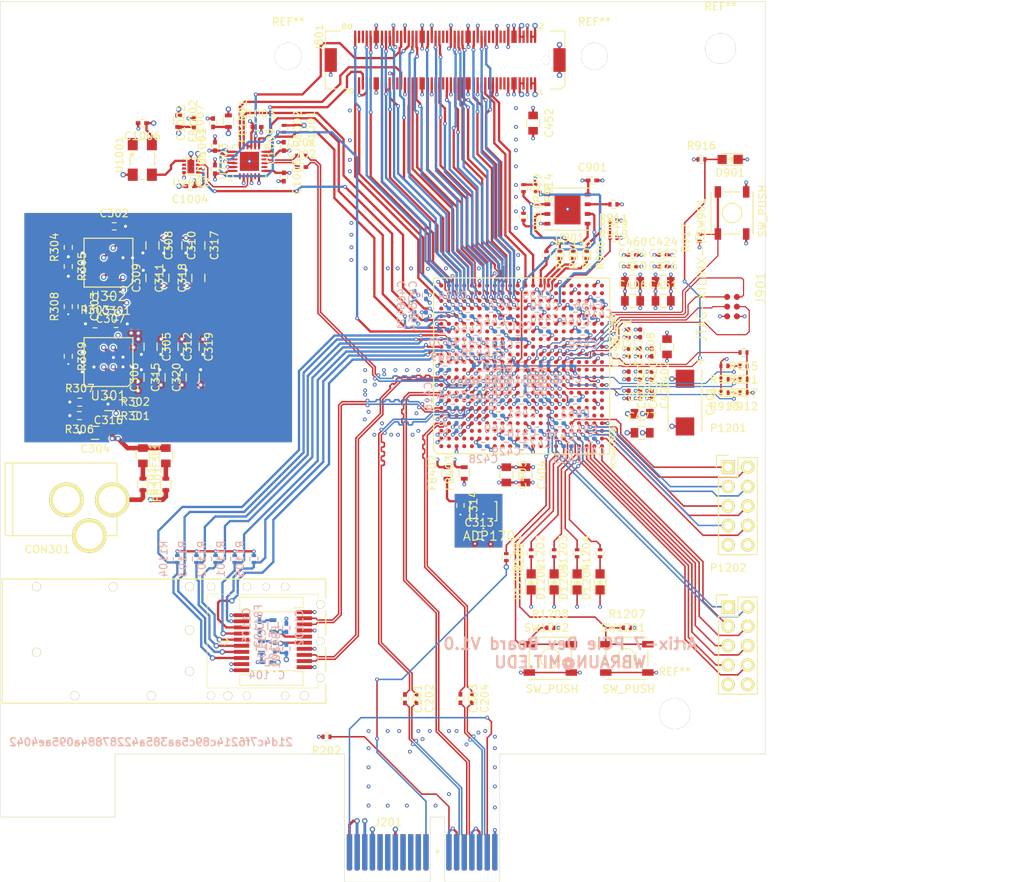
<source format=kicad_pcb>
(kicad_pcb (version 4) (host pcbnew 4.0.1-stable)
  (layers (0 F.Cu signal) (1 In1.Cu signal) (2 In2.Cu signal) (31 B.Cu signal) (34 B.Paste user) (35 F.Paste user) (36 B.SilkS user) (37 F.SilkS user) (38 B.Mask user) (39 F.Mask user) (44 Edge.Cuts user))
  (net 0 "")
  (net 1 "/FPGA Transceivers/PCIE_CLK_P")
  (net 2 "/FPGA Transceivers/PCIE_CLK_N")
  (net 3 "/FPGA Transceivers/PCIE_TX0_P")
  (net 4 "/FPGA Transceivers/PCIE_TX0_N")
  (net 5 "Net-(C301-Pad1)")
  (net 6 GND)
  (net 7 "Net-(C302-Pad1)")
  (net 8 "Net-(C303-Pad1)")
  (net 9 +12V)
  (net 10 +1V0)
  (net 11 +1V8)
  (net 12 +3V3)
  (net 13 +5V)
  (net 14 +1V2)
  (net 15 "/FPGA Power/VCCADC")
  (net 16 MGTAVTT)
  (net 17 "/FPGA Power/MGTAVCC")
  (net 18 /Clocking/GTP_CLK_P)
  (net 19 /Clocking/GTP_CLK_N)
  (net 20 /Clocking/CLOCK_GEN_POWER)
  (net 21 /Clocking/OSC_POWER)
  (net 22 /SFP/Vccr)
  (net 23 /SFP/Vcct)
  (net 24 "Net-(CON301-Pad1)")
  (net 25 "/FPGA Config/DONE")
  (net 26 "Net-(D1201-Pad2)")
  (net 27 "Net-(D1202-Pad2)")
  (net 28 "Net-(D1203-Pad2)")
  (net 29 "Net-(D1204-Pad2)")
  (net 30 "Net-(F201-Pad1)")
  (net 31 "Net-(J201-PadB5)")
  (net 32 "Net-(J201-PadB6)")
  (net 33 "Net-(J201-PadB8)")
  (net 34 "Net-(J201-PadB9)")
  (net 35 "Net-(J201-PadB10)")
  (net 36 "Net-(J201-PadB11)")
  (net 37 "/FPGA Transceivers/PCIE_RX0_P")
  (net 38 "/PCIe Connector/CLKREQ#")
  (net 39 "/PCIe Connector/PCIE_PRSNT#1")
  (net 40 "Net-(J201-PadA5)")
  (net 41 "Net-(J201-PadA6)")
  (net 42 "Net-(J201-PadA7)")
  (net 43 "Net-(J201-PadA8)")
  (net 44 "Net-(J201-PadA9)")
  (net 45 "Net-(J201-PadA10)")
  (net 46 "/MyriadRF IO/TXEN")
  (net 47 /Clocking/RF_CLK)
  (net 48 "Net-(J801-Pad71)")
  (net 49 "/MyriadRF IO/GPIO2")
  (net 50 "/MyriadRF IO/GPIO1")
  (net 51 "/MyriadRF IO/GPIO0")
  (net 52 "Net-(J801-Pad61)")
  (net 53 /Clocking/RX_CLK)
  (net 54 "/MyriadRF IO/RXD10")
  (net 55 "/MyriadRF IO/RXD8")
  (net 56 "/MyriadRF IO/RXD6")
  (net 57 "/MyriadRF IO/RXD4")
  (net 58 "/MyriadRF IO/RXD2")
  (net 59 "/MyriadRF IO/RXD0")
  (net 60 "Net-(J801-Pad41)")
  (net 61 "/MyriadRF IO/RXIQSEL")
  (net 62 "/MyriadRF IO/TXD10")
  (net 63 "/MyriadRF IO/TXD8")
  (net 64 "/MyriadRF IO/TXD6")
  (net 65 "/MyriadRF IO/TXD4")
  (net 66 "/MyriadRF IO/TXD2")
  (net 67 "/MyriadRF IO/TXD0")
  (net 68 "Net-(J801-Pad21)")
  (net 69 "/MyriadRF IO/TXIQSEL")
  (net 70 "Net-(J801-Pad15)")
  (net 71 "Net-(J801-Pad13)")
  (net 72 "Net-(J801-Pad14)")
  (net 73 "Net-(J801-Pad16)")
  (net 74 "Net-(J801-Pad20)")
  (net 75 "Net-(J801-Pad22)")
  (net 76 "/MyriadRF IO/TXD1")
  (net 77 "/MyriadRF IO/TXD3")
  (net 78 "/MyriadRF IO/TXD5")
  (net 79 "/MyriadRF IO/TXD7")
  (net 80 "/MyriadRF IO/TXD9")
  (net 81 "/MyriadRF IO/TXD11")
  (net 82 "Net-(J801-Pad40)")
  (net 83 "Net-(J801-Pad42)")
  (net 84 "/MyriadRF IO/RXD1")
  (net 85 "/MyriadRF IO/RXD3")
  (net 86 "/MyriadRF IO/RXD5")
  (net 87 "/MyriadRF IO/RXD7")
  (net 88 "/MyriadRF IO/RXD9")
  (net 89 "/MyriadRF IO/RXD11")
  (net 90 /Clocking/TX_CLK)
  (net 91 "Net-(J801-Pad62)")
  (net 92 "/MyriadRF IO/RESET")
  (net 93 "/MyriadRF IO/SPI_MOSI")
  (net 94 "/MyriadRF IO/SPI_MISO")
  (net 95 "/MyriadRF IO/SPI_CLK")
  (net 96 "/MyriadRF IO/SPI_NCSO")
  (net 97 "Net-(J801-Pad76)")
  (net 98 "Net-(J801-Pad78)")
  (net 99 "/MyriadRF IO/RXEN")
  (net 100 "/FPGA Config/TMS")
  (net 101 "/FPGA Config/TDI")
  (net 102 "/FPGA Config/TDO")
  (net 103 "/FPGA Config/TCK")
  (net 104 /SFP/LOS)
  (net 105 "/FPGA Transceivers/SFP_RX_N")
  (net 106 "/FPGA Transceivers/SFP_RX_P")
  (net 107 "/FPGA Transceivers/SFP_TX_P")
  (net 108 "/FPGA Transceivers/SFP_TX_N")
  (net 109 "/User IO/IO0")
  (net 110 "/User IO/IO1")
  (net 111 "/User IO/IO2")
  (net 112 "/User IO/IO3")
  (net 113 "/User IO/IO4")
  (net 114 "/User IO/IO5")
  (net 115 "/User IO/IO6")
  (net 116 "/User IO/IO7")
  (net 117 "/User IO/IO8")
  (net 118 "/User IO/IO9")
  (net 119 "/User IO/IO10")
  (net 120 "/User IO/IO11")
  (net 121 "/User IO/IO12")
  (net 122 "/User IO/IO13")
  (net 123 "/User IO/IO14")
  (net 124 "/User IO/IO15")
  (net 125 "/Power Rails/1V8_PGOOD")
  (net 126 "Net-(R302-Pad1)")
  (net 127 "Net-(R303-Pad2)")
  (net 128 "Net-(R304-Pad2)")
  (net 129 "Net-(R305-Pad1)")
  (net 130 "Net-(R307-Pad2)")
  (net 131 "Net-(R308-Pad2)")
  (net 132 "Net-(R701-Pad1)")
  (net 133 "/FPGA Config/M0")
  (net 134 "Net-(R903-Pad1)")
  (net 135 "/FPGA Config/DO0")
  (net 136 "Net-(R904-Pad1)")
  (net 137 "/FPGA Config/DO2")
  (net 138 "Net-(R905-Pad1)")
  (net 139 "/FPGA Config/DO1")
  (net 140 "Net-(R906-Pad1)")
  (net 141 "/FPGA Config/DO3")
  (net 142 "/FPGA Config/M1")
  (net 143 "/FPGA Config/M2")
  (net 144 "/FPGA Config/QSPI_CSN")
  (net 145 "/FPGA Config/INIT_B")
  (net 146 "/FPGA Config/PROGRAM_B")
  (net 147 "/FPGA Config/PUDC_B")
  (net 148 "/User IO/LED0")
  (net 149 "/User IO/LED1")
  (net 150 "/User IO/LED2")
  (net 151 "/User IO/LED3")
  (net 152 "/User IO/B1")
  (net 153 "/User IO/B0")
  (net 154 "Net-(U301-PadC3)")
  (net 155 "Net-(U301-PadD4)")
  (net 156 "Net-(U301-PadA5)")
  (net 157 "Net-(U301-PadE5)")
  (net 158 "Net-(U302-PadC3)")
  (net 159 "Net-(U302-PadB4)")
  (net 160 "Net-(U302-PadD4)")
  (net 161 "Net-(U302-PadA5)")
  (net 162 "Net-(U302-PadE5)")
  (net 163 "Net-(U303-Pad4)")
  (net 164 "/FPGA Transceivers/PCIE_RX0_N")
  (net 165 "Net-(U401-PadAA8)")
  (net 166 "Net-(U401-PadAB8)")
  (net 167 "Net-(U401-PadAA18)")
  (net 168 "Net-(U401-PadAA19)")
  (net 169 "Net-(U401-PadAA20)")
  (net 170 "Net-(U401-PadAA21)")
  (net 171 "Net-(U401-PadAB22)")
  (net 172 "Net-(U401-PadAB21)")
  (net 173 "Net-(U401-PadAB20)")
  (net 174 "Net-(U401-PadAB18)")
  (net 175 "Net-(U401-PadY21)")
  (net 176 "Net-(U401-PadY22)")
  (net 177 "Net-(U401-PadW22)")
  (net 178 "Net-(U401-PadW21)")
  (net 179 "Net-(U401-PadV22)")
  (net 180 "Net-(U401-PadU21)")
  (net 181 "Net-(U401-PadT21)")
  (net 182 "Net-(U401-PadC7)")
  (net 183 "Net-(U401-PadC9)")
  (net 184 "Net-(U401-PadY6)")
  (net 185 "Net-(U401-PadY7)")
  (net 186 "Net-(U401-PadY8)")
  (net 187 "Net-(U401-PadY9)")
  (net 188 "Net-(U401-PadY18)")
  (net 189 "Net-(U401-PadY19)")
  (net 190 "Net-(U401-PadW20)")
  (net 191 "Net-(U401-PadV20)")
  (net 192 "Net-(U401-PadU20)")
  (net 193 "Net-(U401-PadT20)")
  (net 194 "Net-(U401-PadP20)")
  (net 195 "Net-(U401-PadV8)")
  (net 196 "Net-(U401-PadW9)")
  (net 197 "Net-(U401-PadV17)")
  (net 198 "Net-(U401-PadV18)")
  (net 199 "Net-(U401-PadV19)")
  (net 200 "Net-(U401-PadU18)")
  (net 201 "Net-(U401-PadT18)")
  (net 202 /Clocking/FPGA_CLK)
  (net 203 "Net-(U401-PadW17)")
  (net 204 "Net-(U401-PadR18)")
  (net 205 "Net-(U401-PadR19)")
  (net 206 "Net-(U401-PadP19)")
  (net 207 /Clocking/RX_CLK_FPGA)
  (net 208 /Clocking/TX_CLK_FPGA)
  (net 209 "Net-(U401-PadG18)")
  (net 210 "Net-(U401-PadD9)")
  (net 211 "Net-(U401-PadD7)")
  (net 212 "Net-(U401-PadT6)")
  (net 213 "Net-(U401-PadU7)")
  (net 214 "Net-(U401-PadU17)")
  (net 215 "Net-(U401-PadR17)")
  (net 216 "Net-(U401-PadR16)")
  (net 217 "Net-(U401-PadP16)")
  (net 218 "Net-(U401-PadP17)")
  (net 219 "Net-(U401-PadN17)")
  (net 220 "Net-(U401-PadJ16)")
  (net 221 "Net-(U401-PadG17)")
  (net 222 "Net-(U401-PadG16)")
  (net 223 "Net-(U401-PadG15)")
  (net 224 "Net-(U401-PadG13)")
  (net 225 "Net-(U401-PadH13)")
  (net 226 "Net-(U401-PadH14)")
  (net 227 "Net-(U401-PadJ15)")
  (net 228 "Net-(U401-PadJ14)")
  (net 229 "Net-(U401-PadM9)")
  (net 230 "Net-(U401-PadN13)")
  (net 231 "Net-(U401-PadN14)")
  (net 232 "Net-(U401-PadN15)")
  (net 233 "Net-(U401-PadP15)")
  (net 234 "Net-(U401-PadP14)")
  (net 235 "Net-(U401-PadR14)")
  (net 236 "Net-(U401-PadL10)")
  (net 237 "/FPGA Config/QSPI_CLK")
  (net 238 "Net-(U1001-Pad3)")
  (net 239 "Net-(U1001-Pad1)")
  (net 240 /Clocking/CLK_GEN_IN)
  (net 241 "Net-(U1002-Pad6)")
  (net 242 "Net-(U1002-Pad7)")
  (net 243 "Net-(U1003-Pad1)")
  (net 244 "Net-(U1003-Pad5)")
  (net 245 "Net-(U1003-Pad8)")
  (net 246 /Clocking/CLK_SCL)
  (net 247 /Clocking/CLK_SDA)
  (net 248 "Net-(U1003-Pad21)")
  (net 249 "/FPGA Transceivers/SFP_CLK_C_P")
  (net 250 "/FPGA Transceivers/SFP_CLK_C_N")
  (net 251 "/PCIe Connector/PCIE_CLK_C_P")
  (net 252 "/PCIe Connector/PCIE_CLK_C_N")
  (net 253 "/PCIe Connector/PCIE_TX0_C_P")
  (net 254 "/PCIe Connector/PCIE_TX0_C_N")
  (net 255 "/PCIe Connector/12V_power")
  (net 256 "/PCIe Connector/PERST#R")
  (net 257 "/MyriadRF IO/SFP_SDA")
  (net 258 "/MyriadRF IO/SFP_SCL")
  (net 259 "/MyriadRF IO/SFP_RATE_SEL")
  (net 260 "Net-(U401-PadA18)")
  (net 261 "Net-(U401-PadA19)")
  (net 262 "/MyriadRF IO/SFP_DETECT")
  (net 263 "/MyriadRF IO/SFP_TX_FAULT")
  (net 264 "Net-(U401-PadB18)")
  (net 265 "Net-(U401-PadC15)")
  (net 266 "Net-(U401-PadC17)")
  (net 267 "Net-(U401-PadN20)")
  (net 268 "Net-(U401-PadN19)")
  (net 269 "Net-(U401-PadN18)")
  (net 270 "Net-(U401-PadM18)")
  (net 271 "Net-(U401-PadL18)")
  (net 272 "Net-(U401-PadK18)")
  (net 273 "Net-(U401-PadH18)")
  (net 274 "Net-(U401-PadF18)")
  (net 275 "Net-(U401-PadE18)")
  (net 276 "Net-(U401-PadE17)")
  (net 277 "Net-(U401-PadD16)")
  (net 278 "Net-(U401-PadE16)")
  (net 279 "Net-(U401-PadD15)")
  (net 280 "Net-(U401-PadD14)")
  (net 281 "Net-(U401-PadE14)")
  (net 282 "Net-(U401-PadE13)")
  (net 283 "Net-(U401-PadM16)")
  (net 284 "Net-(U401-PadM17)")
  (net 285 "Net-(U401-PadL16)")
  (net 286 "Net-(U401-PadK16)")
  (net 287 "Net-(U401-PadK17)")
  (net 288 "Net-(U401-PadJ17)")
  (net 289 "Net-(U401-PadH17)")
  (net 290 "Net-(U401-PadF16)")
  (net 291 "Net-(U401-PadF15)")
  (net 292 "Net-(U401-PadF14)")
  (net 293 "Net-(U401-PadF13)")
  (net 294 "Net-(U401-PadH15)")
  (net 295 "Net-(U401-PadM15)")
  (net 296 "Net-(U401-PadL15)")
  (net 297 "Net-(U401-PadK14)")
  (net 298 "Net-(U401-PadL14)")
  (net 299 "Net-(U401-PadM13)")
  (net 300 "Net-(U401-PadL13)")
  (net 301 "Net-(U401-PadK13)")
  (net 302 "Net-(U401-PadM21)")
  (net 303 "Net-(U401-PadM20)")
  (net 304 "Net-(U401-PadC5)")
  (net 305 "Net-(U401-PadD5)")
  (net 306 "Net-(U401-PadC11)")
  (net 307 "Net-(U401-PadD11)")
  (net 308 "/MyriadRF IO/SFP_TX_DISABLE")
  (net 309 "Net-(U401-PadAB6)")
  (net 310 "Net-(U401-PadAB7)")
  (net 311 "Net-(U401-PadAA6)")
  (net 312 "Net-(U401-PadW7)")
  (net 313 "Net-(U401-PadV7)")
  (net 314 "Net-(U401-PadV9)")
  (net 315 "Net-(F301-Pad2)")
  (net 316 "/User IO/PCIE_PERST")
  (net 317 "Net-(U401-PadAB5)")
  (net 318 "Net-(U401-PadAA5)")
  (net 319 "Net-(U401-PadT4)")
  (net 320 "Net-(U401-PadT5)")
  (net 321 "Net-(U401-PadU5)")
  (net 322 "Net-(U401-PadV5)")
  (net 323 "Net-(U401-PadW5)")
  (net 324 "Net-(U401-PadW6)")
  (net 325 "Net-(U401-PadU6)")
  (net 326 "Net-(U401-PadR2)")
  (net 327 "Net-(U401-PadT3)")
  (net 328 "Net-(R309-Pad1)")
  (net 329 "Net-(U401-PadW19)")
  (module LEDs:LED-0805 (layer F.Cu) (at 137.25 60.5 180)
    (fp_text reference D901 (at 0 -1.75 180) (layer F.SilkS))
    (fp_text value LED)
    (pad 2 smd rect (at 1.04902 0) (size 1.19888 1.19888) (layers F.Cu F.Paste F.Mask) (net 25 "/FPGA Config/DONE"))
    (pad 1 smd rect (at -1.04902 0) (size 1.19888 1.19888) (layers F.Cu F.Paste F.Mask) (net 6 GND))
  )
  (module LEDs:LED-0805 (layer F.Cu) (at 111.25 115.75 90)
    (fp_text reference D1201 (at 0 -1.75 90) (layer F.SilkS))
    (fp_text value LED)
    (pad 2 smd rect (at 1.04902 0 270) (size 1.19888 1.19888) (layers F.Cu F.Paste F.Mask) (net 26 "Net-(D1201-Pad2)"))
    (pad 1 smd rect (at -1.04902 0 270) (size 1.19888 1.19888) (layers F.Cu F.Paste F.Mask) (net 6 GND))
  )
  (module LEDs:LED-0805 (layer F.Cu) (at 114.25 115.75 90)
    (fp_text reference D1202 (at 0 -1.75 90) (layer F.SilkS))
    (fp_text value LED)
    (pad 2 smd rect (at 1.04902 0 270) (size 1.19888 1.19888) (layers F.Cu F.Paste F.Mask) (net 27 "Net-(D1202-Pad2)"))
    (pad 1 smd rect (at -1.04902 0 270) (size 1.19888 1.19888) (layers F.Cu F.Paste F.Mask) (net 6 GND))
  )
  (module LEDs:LED-0805 (layer F.Cu) (at 117.25 115.75 90)
    (fp_text reference D1203 (at 0 -1.75 90) (layer F.SilkS))
    (fp_text value LED)
    (pad 2 smd rect (at 1.04902 0 270) (size 1.19888 1.19888) (layers F.Cu F.Paste F.Mask) (net 28 "Net-(D1203-Pad2)"))
    (pad 1 smd rect (at -1.04902 0 270) (size 1.19888 1.19888) (layers F.Cu F.Paste F.Mask) (net 6 GND))
  )
  (module LEDs:LED-0805 (layer F.Cu) (at 120.25 115.75 90)
    (fp_text reference D1204 (at 0 -1.75 90) (layer F.SilkS))
    (fp_text value LED)
    (pad 2 smd rect (at 1.04902 0 270) (size 1.19888 1.19888) (layers F.Cu F.Paste F.Mask) (net 29 "Net-(D1204-Pad2)"))
    (pad 1 smd rect (at -1.04902 0 270) (size 1.19888 1.19888) (layers F.Cu F.Paste F.Mask) (net 6 GND))
  )
  (module Pin_Headers:Pin_Header_Straight_2x05 (layer F.Cu) (at 137 100.75)
    (fp_text reference P1201 (at 0 -5.1) (layer F.SilkS))
    (fp_text value CONN_02X05)
    (pad 1 thru_hole rect (at 0 0) (size 1.7272 1.7272) (drill 1.016) (layers *.Cu *.Mask F.SilkS) (net 109 "/User IO/IO0"))
    (pad 2 thru_hole oval (at 2.54 0) (size 1.7272 1.7272) (drill 1.016) (layers *.Cu *.Mask F.SilkS) (net 110 "/User IO/IO1"))
    (pad 3 thru_hole oval (at 0 2.54) (size 1.7272 1.7272) (drill 1.016) (layers *.Cu *.Mask F.SilkS) (net 111 "/User IO/IO2"))
    (pad 4 thru_hole oval (at 2.54 2.54) (size 1.7272 1.7272) (drill 1.016) (layers *.Cu *.Mask F.SilkS) (net 112 "/User IO/IO3"))
    (pad 5 thru_hole oval (at 0 5.08) (size 1.7272 1.7272) (drill 1.016) (layers *.Cu *.Mask F.SilkS) (net 113 "/User IO/IO4"))
    (pad 6 thru_hole oval (at 2.54 5.08) (size 1.7272 1.7272) (drill 1.016) (layers *.Cu *.Mask F.SilkS) (net 114 "/User IO/IO5"))
    (pad 7 thru_hole oval (at 0 7.62) (size 1.7272 1.7272) (drill 1.016) (layers *.Cu *.Mask F.SilkS) (net 115 "/User IO/IO6"))
    (pad 8 thru_hole oval (at 2.54 7.62) (size 1.7272 1.7272) (drill 1.016) (layers *.Cu *.Mask F.SilkS) (net 116 "/User IO/IO7"))
    (pad 9 thru_hole oval (at 0 10.16) (size 1.7272 1.7272) (drill 1.016) (layers *.Cu *.Mask F.SilkS) (net 12 +3V3))
    (pad 10 thru_hole oval (at 2.54 10.16) (size 1.7272 1.7272) (drill 1.016) (layers *.Cu *.Mask F.SilkS) (net 6 GND))
  )
  (module Pin_Headers:Pin_Header_Straight_2x05 (layer F.Cu) (at 137 119)
    (fp_text reference P1202 (at 0 -5.1) (layer F.SilkS))
    (fp_text value CONN_02X05)
    (pad 1 thru_hole rect (at 0 0) (size 1.7272 1.7272) (drill 1.016) (layers *.Cu *.Mask F.SilkS) (net 117 "/User IO/IO8"))
    (pad 2 thru_hole oval (at 2.54 0) (size 1.7272 1.7272) (drill 1.016) (layers *.Cu *.Mask F.SilkS) (net 118 "/User IO/IO9"))
    (pad 3 thru_hole oval (at 0 2.54) (size 1.7272 1.7272) (drill 1.016) (layers *.Cu *.Mask F.SilkS) (net 119 "/User IO/IO10"))
    (pad 4 thru_hole oval (at 2.54 2.54) (size 1.7272 1.7272) (drill 1.016) (layers *.Cu *.Mask F.SilkS) (net 120 "/User IO/IO11"))
    (pad 5 thru_hole oval (at 0 5.08) (size 1.7272 1.7272) (drill 1.016) (layers *.Cu *.Mask F.SilkS) (net 121 "/User IO/IO12"))
    (pad 6 thru_hole oval (at 2.54 5.08) (size 1.7272 1.7272) (drill 1.016) (layers *.Cu *.Mask F.SilkS) (net 122 "/User IO/IO13"))
    (pad 7 thru_hole oval (at 0 7.62) (size 1.7272 1.7272) (drill 1.016) (layers *.Cu *.Mask F.SilkS) (net 123 "/User IO/IO14"))
    (pad 8 thru_hole oval (at 2.54 7.62) (size 1.7272 1.7272) (drill 1.016) (layers *.Cu *.Mask F.SilkS) (net 124 "/User IO/IO15"))
    (pad 9 thru_hole oval (at 0 10.16) (size 1.7272 1.7272) (drill 1.016) (layers *.Cu *.Mask F.SilkS) (net 12 +3V3))
    (pad 10 thru_hole oval (at 2.54 10.16) (size 1.7272 1.7272) (drill 1.016) (layers *.Cu *.Mask F.SilkS) (net 6 GND))
  )
  (module Mounting_Holes:MountingHole_4mm (layer F.Cu) (at 136 46)
    (fp_text reference REF** (at 0 -5.4991) (layer F.SilkS))
    (fp_text value MountingHole_4mm)
    (pad 1 thru_hole circle (at 0 0) (size 4 4) (drill 4) (layers))
  )
  (module Mounting_Holes:MountingHole_4mm (layer F.Cu) (at 130 133)
    (fp_text reference REF** (at 0 -5.4991) (layer F.SilkS))
    (fp_text value MountingHole_4mm)
    (pad 1 thru_hole circle (at 0 0) (size 4 4) (drill 4) (layers))
  )
  (module Mounting_Holes:MountingHole_3-5mm (layer F.Cu) (at 119.5 47)
    (fp_text reference REF** (at 0 -4.50088) (layer F.SilkS))
    (fp_text value MountingHole_3-5mm)
    (pad 1 thru_hole circle (at 0 0) (size 3.5 3.5) (drill 3.5) (layers))
  )
  (module Mounting_Holes:MountingHole_3-5mm (layer F.Cu) (at 79.5 47)
    (fp_text reference REF** (at 0 -4.50088) (layer F.SilkS))
    (fp_text value MountingHole_3-5mm)
    (pad 1 thru_hole circle (at 0 0) (size 3.5 3.5) (drill 3.5) (layers))
  )
  (module wbraun_smd:0402_in_grid (layer B.Cu) (at 105 90)
    (fp_text reference C446 (at 0 1.7) (layer B.SilkS) (effects (justify mirror)))
    (fp_text value 0.1uF)
    (pad 1 smd rect (at -0.5 0) (size 0.3 0.5) (layers B.Cu B.Paste B.Mask) (net 17 "/FPGA Power/MGTAVCC"))
    (pad 2 smd rect (at 0.5 0) (size 0.3 0.5) (layers B.Cu B.Paste B.Mask) (net 6 GND))
    (pad 1 smd circle (at -0.35 0.1) (size 0.3 0.3) (layers B.Cu B.Paste B.Mask) (net 17 "/FPGA Power/MGTAVCC"))
    (pad 1 smd circle (at -0.35 -0.1) (size 0.3 0.3) (layers B.Cu B.Paste B.Mask) (net 17 "/FPGA Power/MGTAVCC"))
    (pad 1 smd circle (at -0.65 -0.1) (size 0.3 0.3) (layers B.Cu B.Paste B.Mask) (net 17 "/FPGA Power/MGTAVCC"))
    (pad 1 smd circle (at -0.65 0.1) (size 0.3 0.3) (layers B.Cu B.Paste B.Mask) (net 17 "/FPGA Power/MGTAVCC"))
    (pad 2 smd circle (at 0.35 0.1) (size 0.3 0.3) (layers B.Cu B.Paste B.Mask) (net 6 GND))
    (pad 2 smd circle (at 0.35 -0.1) (size 0.3 0.3) (layers B.Cu B.Paste B.Mask) (net 6 GND))
    (pad 2 smd circle (at 0.65 -0.1) (size 0.3 0.3) (layers B.Cu B.Paste B.Mask) (net 6 GND))
    (pad 2 smd circle (at 0.65 0.1) (size 0.3 0.3) (layers B.Cu B.Paste B.Mask) (net 6 GND))
    (pad 2 smd rect (at 0.65 0) (size 0.3 0.2) (layers B.Cu B.Paste B.Mask) (net 6 GND))
    (pad 2 smd rect (at 0.35 0) (size 0.3 0.2) (layers B.Cu B.Paste B.Mask) (net 6 GND))
    (pad 1 smd rect (at -0.35 0) (size 0.3 0.2) (layers B.Cu B.Paste B.Mask) (net 17 "/FPGA Power/MGTAVCC"))
    (pad 1 smd rect (at -0.65 0) (size 0.3 0.2) (layers B.Cu B.Paste B.Mask) (net 17 "/FPGA Power/MGTAVCC"))
  )
  (module wbraun_smd:DC_2.1mm_PJ-202A (layer F.Cu) (at 53.5 105 180)
    (fp_text reference CON301 (at 5.5 -6.5 180) (layer F.SilkS))
    (fp_text value BARREL_JACK hide)
    (pad 1 thru_hole circle (at -3 0 180) (size 4.5 4.5) (drill 3.5) (layers *.Cu *.Mask F.SilkS) (net 24 "Net-(CON301-Pad1)"))
    (pad 2 thru_hole circle (at 3 0 180) (size 4.5 4.5) (drill 3.5) (layers *.Cu *.Mask F.SilkS) (net 6 GND))
    (pad 3 thru_hole circle (at 0 -4.7 180) (size 4.5 4.5) (drill 3.5) (layers *.Cu *.Mask F.SilkS) (net 6 GND))
  )
  (module wbraun_smd:TSOT-23-5 (layer F.Cu) (at 105 106.5)
    (fp_text reference U303)
    (fp_text value ADP170 (at 0.75 3.25) (layer F.SilkS) (effects (font (size 1.2 1.2))))
    (pad 1 smd rect (at -0.95 1.31) (size 0.62 1.22) (layers F.Cu F.Paste F.Mask) (net 11 +1V8))
    (pad 2 smd rect (at 0 1.31) (size 0.62 1.22) (layers F.Cu F.Paste F.Mask) (net 6 GND))
    (pad 3 smd rect (at 0.95 1.31) (size 0.62 1.22) (layers F.Cu F.Paste F.Mask) (net 11 +1V8))
    (pad 4 smd rect (at 0.95 -1.31) (size 0.62 1.22) (layers F.Cu F.Paste F.Mask) (net 163 "Net-(U303-Pad4)"))
    (pad 5 smd rect (at -0.95 -1.31) (size 0.62 1.22) (layers F.Cu F.Paste F.Mask) (net 14 +1V2))
  )
  (module wbraun_smd:C_0805 (layer F.Cu) (at 61.5 89 90)
    (fp_text reference C306 (at 0 -2.1 90) (layer F.SilkS))
    (fp_text value 47uF)
    (pad 1 smd rect (at -1 0 90) (size 1 1.25) (layers F.Cu F.Paste F.Mask) (net 11 +1V8))
    (pad 2 smd rect (at 1 0 90) (size 1 1.25) (layers F.Cu F.Paste F.Mask) (net 6 GND))
  )
  (module wbraun_smd:LGA25_6_25x6_25 (layer F.Cu) (at 56 87 180)
    (fp_text reference U301 (at 0 -4.39 180) (layer F.SilkS) (effects (font (size 1.2 1.2))))
    (fp_text value LTM4622)
    (pad A1 smd circle (at -2.54 -2.54 180) (size 0.635 0.635) (layers F.Cu F.Paste F.Mask) (net 11 +1V8))
    (pad B1 smd circle (at -2.54 -1.27 180) (size 0.635 0.635) (layers F.Cu F.Paste F.Mask) (net 11 +1V8))
    (pad C1 smd circle (at -2.54 0 180) (size 0.635 0.635) (layers F.Cu F.Paste F.Mask) (net 6 GND))
    (pad D1 smd circle (at -2.54 1.27 180) (size 0.635 0.635) (layers F.Cu F.Paste F.Mask) (net 10 +1V0))
    (pad E1 smd circle (at -2.54 2.54 180) (size 0.635 0.635) (layers F.Cu F.Paste F.Mask) (net 10 +1V0))
    (pad A2 smd circle (at -1.27 -2.54 180) (size 0.635 0.635) (layers F.Cu F.Paste F.Mask) (net 9 +12V))
    (pad B2 smd circle (at -1.27 -1.27 180) (size 0.635 0.635) (layers F.Cu F.Paste F.Mask) (net 9 +12V))
    (pad C2 smd circle (at -1.27 0 180) (size 0.635 0.635) (layers F.Cu F.Paste F.Mask) (net 6 GND))
    (pad D2 smd circle (at -1.27 1.27 180) (size 0.635 0.635) (layers F.Cu F.Paste F.Mask) (net 9 +12V))
    (pad E2 smd circle (at -1.27 2.54 180) (size 0.635 0.635) (layers F.Cu F.Paste F.Mask) (net 9 +12V))
    (pad A3 smd circle (at 0 -2.54 180) (size 0.635 0.635) (layers F.Cu F.Paste F.Mask) (net 126 "Net-(R302-Pad1)"))
    (pad B3 smd circle (at 0 -1.27 180) (size 0.635 0.635) (layers F.Cu F.Paste F.Mask) (net 9 +12V))
    (pad C3 smd circle (at 0 0 180) (size 0.635 0.635) (layers F.Cu F.Paste F.Mask) (net 154 "Net-(U301-PadC3)"))
    (pad D3 smd circle (at 0 1.27 180) (size 0.635 0.635) (layers F.Cu F.Paste F.Mask) (net 9 +12V))
    (pad E3 smd circle (at 0 2.54 180) (size 0.635 0.635) (layers F.Cu F.Paste F.Mask) (net 5 "Net-(C301-Pad1)"))
    (pad A4 smd circle (at 1.27 -2.54 180) (size 0.635 0.635) (layers F.Cu F.Paste F.Mask) (net 130 "Net-(R307-Pad2)"))
    (pad B4 smd circle (at 1.27 -1.27 180) (size 0.635 0.635) (layers F.Cu F.Paste F.Mask) (net 125 "/Power Rails/1V8_PGOOD"))
    (pad C4 smd circle (at 1.27 0 180) (size 0.635 0.635) (layers F.Cu F.Paste F.Mask) (net 328 "Net-(R309-Pad1)"))
    (pad D4 smd circle (at 1.27 1.27 180) (size 0.635 0.635) (layers F.Cu F.Paste F.Mask) (net 155 "Net-(U301-PadD4)"))
    (pad E4 smd circle (at 1.27 2.54 180) (size 0.635 0.635) (layers F.Cu F.Paste F.Mask) (net 127 "Net-(R303-Pad2)"))
    (pad A5 smd circle (at 2.54 -2.54 180) (size 0.635 0.635) (layers F.Cu F.Paste F.Mask) (net 156 "Net-(U301-PadA5)"))
    (pad B5 smd circle (at 2.54 -1.27 180) (size 0.635 0.635) (layers F.Cu F.Paste F.Mask) (net 6 GND))
    (pad C5 smd circle (at 2.54 0 180) (size 0.635 0.635) (layers F.Cu F.Paste F.Mask) (net 6 GND))
    (pad D5 smd circle (at 2.54 1.27 180) (size 0.635 0.635) (layers F.Cu F.Paste F.Mask) (net 6 GND))
    (pad E5 smd circle (at 2.54 2.54 180) (size 0.635 0.635) (layers F.Cu F.Paste F.Mask) (net 157 "Net-(U301-PadE5)"))
  )
  (module wbraun_smd:C_0805 (layer F.Cu) (at 61.5 85 270)
    (fp_text reference C305 (at 0 -2.1 270) (layer F.SilkS))
    (fp_text value 47uF)
    (pad 1 smd rect (at -1 0 270) (size 1 1.25) (layers F.Cu F.Paste F.Mask) (net 10 +1V0))
    (pad 2 smd rect (at 1 0 270) (size 1 1.25) (layers F.Cu F.Paste F.Mask) (net 6 GND))
  )
  (module wbraun_smd:R_0402 (layer F.Cu) (at 54.25 82)
    (fp_text reference R303 (at 0 -1.8) (layer F.SilkS))
    (fp_text value 90.9K)
    (pad 1 smd rect (at -0.45 0) (size 0.4 0.6) (layers F.Cu F.Paste F.Mask) (net 6 GND))
    (pad 2 smd rect (at 0.45 0) (size 0.4 0.6) (layers F.Cu F.Paste F.Mask) (net 127 "Net-(R303-Pad2)"))
  )
  (module wbraun_smd:C_0402 (layer F.Cu) (at 57 82)
    (fp_text reference C301 (at 0 -1.7) (layer F.SilkS))
    (fp_text value DNP)
    (pad 1 smd rect (at -0.55 0) (size 0.6 0.5) (layers F.Cu F.Paste F.Mask) (net 5 "Net-(C301-Pad1)"))
    (pad 2 smd rect (at 0.55 0) (size 0.6 0.5) (layers F.Cu F.Paste F.Mask) (net 6 GND))
  )
  (module wbraun_smd:SMD-0805 (layer F.Cu) (at 63.5 99.25 90)
    (fp_text reference F201 (at 0 -1.75 90) (layer F.SilkS) (effects (font (size 0.85 0.85) (thickness 0.1))))
    (fp_text value FUSE hide)
    (pad 1 smd rect (at -1 0 90) (size 1 1.25) (layers F.Cu F.Paste F.Mask) (net 30 "Net-(F201-Pad1)"))
    (pad 2 smd rect (at 1 0 90) (size 1 1.25) (layers F.Cu F.Paste F.Mask) (net 9 +12V))
  )
  (module wbraun_smd:L_0603 (layer F.Cu) (at 63.5 103 90)
    (fp_text reference FB201 (at 0 -1.9 90) (layer F.SilkS))
    (fp_text value FILTER)
    (pad 1 smd rect (at -0.75 0 90) (size 0.5 0.9) (layers F.Cu F.Paste F.Mask) (net 255 "/PCIe Connector/12V_power"))
    (pad 2 smd rect (at 0.75 0 90) (size 0.5 0.9) (layers F.Cu F.Paste F.Mask) (net 30 "Net-(F201-Pad1)"))
  )
  (module wbraun_smd:C_0805 (layer F.Cu) (at 64.75 71.75 270)
    (fp_text reference C310 (at 0 -2.1 270) (layer F.SilkS))
    (fp_text value 47uF)
    (pad 1 smd rect (at -1 0 270) (size 1 1.25) (layers F.Cu F.Paste F.Mask) (net 13 +5V))
    (pad 2 smd rect (at 1 0 270) (size 1 1.25) (layers F.Cu F.Paste F.Mask) (net 6 GND))
  )
  (module wbraun_smd:C_0805 (layer F.Cu) (at 61.75 76 90)
    (fp_text reference C309 (at 0 -2.1 90) (layer F.SilkS))
    (fp_text value 47uF)
    (pad 1 smd rect (at -1 0 90) (size 1 1.25) (layers F.Cu F.Paste F.Mask) (net 12 +3V3))
    (pad 2 smd rect (at 1 0 90) (size 1 1.25) (layers F.Cu F.Paste F.Mask) (net 6 GND))
  )
  (module wbraun_smd:C_0805 (layer F.Cu) (at 56.25 79.25 180)
    (fp_text reference C307 (at 0 -2.1 180) (layer F.SilkS))
    (fp_text value 10uF)
    (pad 1 smd rect (at -1 0 180) (size 1 1.25) (layers F.Cu F.Paste F.Mask) (net 9 +12V))
    (pad 2 smd rect (at 1 0 180) (size 1 1.25) (layers F.Cu F.Paste F.Mask) (net 6 GND))
  )
  (module wbraun_smd:C_0805 (layer F.Cu) (at 54.25 96.25 180)
    (fp_text reference C304 (at 0 -2.1 180) (layer F.SilkS))
    (fp_text value 10uF)
    (pad 1 smd rect (at -1 0 180) (size 1 1.25) (layers F.Cu F.Paste F.Mask) (net 9 +12V))
    (pad 2 smd rect (at 1 0 180) (size 1 1.25) (layers F.Cu F.Paste F.Mask) (net 6 GND))
  )
  (module wbraun_smd:C_0402 (layer F.Cu) (at 56.75 69.25)
    (fp_text reference C302 (at 0 -1.7) (layer F.SilkS))
    (fp_text value DNP)
    (pad 1 smd rect (at -0.55 0) (size 0.6 0.5) (layers F.Cu F.Paste F.Mask) (net 7 "Net-(C302-Pad1)"))
    (pad 2 smd rect (at 0.55 0) (size 0.6 0.5) (layers F.Cu F.Paste F.Mask) (net 6 GND))
  )
  (module wbraun_smd:C_0805 (layer F.Cu) (at 64.75 76 90)
    (fp_text reference C311 (at 0 -2.1 90) (layer F.SilkS))
    (fp_text value 47uF)
    (pad 1 smd rect (at -1 0 90) (size 1 1.25) (layers F.Cu F.Paste F.Mask) (net 12 +3V3))
    (pad 2 smd rect (at 1 0 90) (size 1 1.25) (layers F.Cu F.Paste F.Mask) (net 6 GND))
  )
  (module wbraun_smd:SMD-0805 (layer F.Cu) (at 60.5 99.25 270)
    (fp_text reference F301 (at 0 -1.75 270) (layer F.SilkS) (effects (font (size 0.85 0.85) (thickness 0.1))))
    (fp_text value FUSE hide)
    (pad 1 smd rect (at -1 0 270) (size 1 1.25) (layers F.Cu F.Paste F.Mask) (net 9 +12V))
    (pad 2 smd rect (at 1 0 270) (size 1 1.25) (layers F.Cu F.Paste F.Mask) (net 315 "Net-(F301-Pad2)"))
  )
  (module wbraun_smd:L_0603 (layer F.Cu) (at 60.5 103 270)
    (fp_text reference FB301 (at 0 -1.9 270) (layer F.SilkS))
    (fp_text value FILTER)
    (pad 1 smd rect (at -0.75 0 270) (size 0.5 0.9) (layers F.Cu F.Paste F.Mask) (net 315 "Net-(F301-Pad2)"))
    (pad 2 smd rect (at 0.75 0 270) (size 0.5 0.9) (layers F.Cu F.Paste F.Mask) (net 24 "Net-(CON301-Pad1)"))
  )
  (module wbraun_smd:C_0805 (layer F.Cu) (at 61.75 71.75 270)
    (fp_text reference C308 (at 0 -2.1 270) (layer F.SilkS))
    (fp_text value 47uF)
    (pad 1 smd rect (at -1 0 270) (size 1 1.25) (layers F.Cu F.Paste F.Mask) (net 13 +5V))
    (pad 2 smd rect (at 1 0 270) (size 1 1.25) (layers F.Cu F.Paste F.Mask) (net 6 GND))
  )
  (module wbraun_smd:C_0402 (layer F.Cu) (at 52.5 79.75 270)
    (fp_text reference C303 (at 0 -1.7 270) (layer F.SilkS))
    (fp_text value DNP)
    (pad 1 smd rect (at -0.55 0 270) (size 0.6 0.5) (layers F.Cu F.Paste F.Mask) (net 8 "Net-(C303-Pad1)"))
    (pad 2 smd rect (at 0.55 0 270) (size 0.6 0.5) (layers F.Cu F.Paste F.Mask) (net 6 GND))
  )
  (module wbraun_smd:LGA25_6_25x6_25 (layer F.Cu) (at 56 74 180)
    (fp_text reference U302 (at 0 -4.39 180) (layer F.SilkS) (effects (font (size 1.2 1.2))))
    (fp_text value LTM4622)
    (pad A1 smd circle (at -2.54 -2.54 180) (size 0.635 0.635) (layers F.Cu F.Paste F.Mask) (net 12 +3V3))
    (pad B1 smd circle (at -2.54 -1.27 180) (size 0.635 0.635) (layers F.Cu F.Paste F.Mask) (net 12 +3V3))
    (pad C1 smd circle (at -2.54 0 180) (size 0.635 0.635) (layers F.Cu F.Paste F.Mask) (net 6 GND))
    (pad D1 smd circle (at -2.54 1.27 180) (size 0.635 0.635) (layers F.Cu F.Paste F.Mask) (net 13 +5V))
    (pad E1 smd circle (at -2.54 2.54 180) (size 0.635 0.635) (layers F.Cu F.Paste F.Mask) (net 13 +5V))
    (pad A2 smd circle (at -1.27 -2.54 180) (size 0.635 0.635) (layers F.Cu F.Paste F.Mask) (net 9 +12V))
    (pad B2 smd circle (at -1.27 -1.27 180) (size 0.635 0.635) (layers F.Cu F.Paste F.Mask) (net 125 "/Power Rails/1V8_PGOOD"))
    (pad C2 smd circle (at -1.27 0 180) (size 0.635 0.635) (layers F.Cu F.Paste F.Mask) (net 6 GND))
    (pad D2 smd circle (at -1.27 1.27 180) (size 0.635 0.635) (layers F.Cu F.Paste F.Mask) (net 125 "/Power Rails/1V8_PGOOD"))
    (pad E2 smd circle (at -1.27 2.54 180) (size 0.635 0.635) (layers F.Cu F.Paste F.Mask) (net 9 +12V))
    (pad A3 smd circle (at 0 -2.54 180) (size 0.635 0.635) (layers F.Cu F.Paste F.Mask) (net 8 "Net-(C303-Pad1)"))
    (pad B3 smd circle (at 0 -1.27 180) (size 0.635 0.635) (layers F.Cu F.Paste F.Mask) (net 9 +12V))
    (pad C3 smd circle (at 0 0 180) (size 0.635 0.635) (layers F.Cu F.Paste F.Mask) (net 158 "Net-(U302-PadC3)"))
    (pad D3 smd circle (at 0 1.27 180) (size 0.635 0.635) (layers F.Cu F.Paste F.Mask) (net 9 +12V))
    (pad E3 smd circle (at 0 2.54 180) (size 0.635 0.635) (layers F.Cu F.Paste F.Mask) (net 7 "Net-(C302-Pad1)"))
    (pad A4 smd circle (at 1.27 -2.54 180) (size 0.635 0.635) (layers F.Cu F.Paste F.Mask) (net 131 "Net-(R308-Pad2)"))
    (pad B4 smd circle (at 1.27 -1.27 180) (size 0.635 0.635) (layers F.Cu F.Paste F.Mask) (net 159 "Net-(U302-PadB4)"))
    (pad C4 smd circle (at 1.27 0 180) (size 0.635 0.635) (layers F.Cu F.Paste F.Mask) (net 129 "Net-(R305-Pad1)"))
    (pad D4 smd circle (at 1.27 1.27 180) (size 0.635 0.635) (layers F.Cu F.Paste F.Mask) (net 160 "Net-(U302-PadD4)"))
    (pad E4 smd circle (at 1.27 2.54 180) (size 0.635 0.635) (layers F.Cu F.Paste F.Mask) (net 128 "Net-(R304-Pad2)"))
    (pad A5 smd circle (at 2.54 -2.54 180) (size 0.635 0.635) (layers F.Cu F.Paste F.Mask) (net 161 "Net-(U302-PadA5)"))
    (pad B5 smd circle (at 2.54 -1.27 180) (size 0.635 0.635) (layers F.Cu F.Paste F.Mask) (net 6 GND))
    (pad C5 smd circle (at 2.54 0 180) (size 0.635 0.635) (layers F.Cu F.Paste F.Mask) (net 6 GND))
    (pad D5 smd circle (at 2.54 1.27 180) (size 0.635 0.635) (layers F.Cu F.Paste F.Mask) (net 6 GND))
    (pad E5 smd circle (at 2.54 2.54 180) (size 0.635 0.635) (layers F.Cu F.Paste F.Mask) (net 162 "Net-(U302-PadE5)"))
  )
  (module wbraun_smd:R_0402 (layer F.Cu) (at 50.75 74.5 270)
    (fp_text reference R305 (at 0 -1.8 270) (layer F.SilkS))
    (fp_text value 215K)
    (pad 1 smd rect (at -0.45 0 270) (size 0.4 0.6) (layers F.Cu F.Paste F.Mask) (net 129 "Net-(R305-Pad1)"))
    (pad 2 smd rect (at 0.45 0 270) (size 0.4 0.6) (layers F.Cu F.Paste F.Mask) (net 6 GND))
  )
  (module wbraun_smd:R_0402 (layer F.Cu) (at 50.75 72 90)
    (fp_text reference R304 (at 0 -1.8 90) (layer F.SilkS))
    (fp_text value 8.25K)
    (pad 1 smd rect (at -0.45 0 90) (size 0.4 0.6) (layers F.Cu F.Paste F.Mask) (net 6 GND))
    (pad 2 smd rect (at 0.45 0 90) (size 0.4 0.6) (layers F.Cu F.Paste F.Mask) (net 128 "Net-(R304-Pad2)"))
  )
  (module wbraun_smd:R_0402 (layer F.Cu) (at 50.75 79.75 90)
    (fp_text reference R308 (at 0 -1.8 90) (layer F.SilkS))
    (fp_text value 13.3K)
    (pad 1 smd rect (at -0.45 0 90) (size 0.4 0.6) (layers F.Cu F.Paste F.Mask) (net 6 GND))
    (pad 2 smd rect (at 0.45 0 90) (size 0.4 0.6) (layers F.Cu F.Paste F.Mask) (net 131 "Net-(R308-Pad2)"))
  )
  (module wbraun_smd:R_0402 (layer F.Cu) (at 52.25 92.25)
    (fp_text reference R307 (at 0 -1.8) (layer F.SilkS))
    (fp_text value 30.1K)
    (pad 1 smd rect (at -0.45 0) (size 0.4 0.6) (layers F.Cu F.Paste F.Mask) (net 6 GND))
    (pad 2 smd rect (at 0.45 0) (size 0.4 0.6) (layers F.Cu F.Paste F.Mask) (net 130 "Net-(R307-Pad2)"))
  )
  (module wbraun_smd:R_0402 (layer F.Cu) (at 52.2 94 180)
    (fp_text reference R306 (at 0 -1.8 180) (layer F.SilkS))
    (fp_text value 6.04K)
    (pad 1 smd rect (at -0.45 0 180) (size 0.4 0.6) (layers F.Cu F.Paste F.Mask) (net 126 "Net-(R302-Pad1)"))
    (pad 2 smd rect (at 0.45 0 180) (size 0.4 0.6) (layers F.Cu F.Paste F.Mask) (net 6 GND))
  )
  (module wbraun_smd:R_0402 (layer F.Cu) (at 59.5 94)
    (fp_text reference R302 (at 0 -1.8) (layer F.SilkS))
    (fp_text value 3.01K)
    (pad 1 smd rect (at -0.45 0) (size 0.4 0.6) (layers F.Cu F.Paste F.Mask) (net 126 "Net-(R302-Pad1)"))
    (pad 2 smd rect (at 0.45 0) (size 0.4 0.6) (layers F.Cu F.Paste F.Mask) (net 10 +1V0))
  )
  (module wbraun_smd:C_0805 (layer F.Cu) (at 56 92.5 180)
    (fp_text reference C316 (at 0 -2.1 180) (layer F.SilkS))
    (fp_text value 10uF)
    (pad 1 smd rect (at -1 0 180) (size 1 1.25) (layers F.Cu F.Paste F.Mask) (net 9 +12V))
    (pad 2 smd rect (at 1 0 180) (size 1 1.25) (layers F.Cu F.Paste F.Mask) (net 6 GND))
  )
  (module wbraun_smd:R_0402 (layer F.Cu) (at 59.5 92.25 180)
    (fp_text reference R301 (at 0 -1.8 180) (layer F.SilkS))
    (fp_text value 10K)
    (pad 1 smd rect (at -0.45 0 180) (size 0.4 0.6) (layers F.Cu F.Paste F.Mask) (net 11 +1V8))
    (pad 2 smd rect (at 0.45 0 180) (size 0.4 0.6) (layers F.Cu F.Paste F.Mask) (net 125 "/Power Rails/1V8_PGOOD"))
  )
  (module wbraun_smd:PCIe_1x (layer F.Cu) (at 99 151)
    (fp_text reference J201 (at -6.445 -3.81) (layer F.SilkS))
    (fp_text value PCIe_x1)
    (pad A11 connect rect (at -1.5 0) (size 0.7 4.5) (layers B.Cu B.Mask) (net 256 "/PCIe Connector/PERST#R"))
    (pad A14 connect rect (at 3.4991 0) (size 0.7 4.5) (layers B.Cu B.Mask) (net 252 "/PCIe Connector/PCIE_CLK_C_N"))
    (pad A12 connect rect (at 1.5 0) (size 0.7 4.5) (layers B.Cu B.Mask) (net 6 GND))
    (pad A13 connect rect (at 2.5 0) (size 0.7 4.5) (layers B.Cu B.Mask) (net 251 "/PCIe Connector/PCIE_CLK_C_P"))
    (pad A10 connect rect (at -2.5 0) (size 0.7 4.5) (layers B.Cu B.Mask) (net 45 "Net-(J201-PadA10)"))
    (pad A9 connect rect (at -3.5 0) (size 0.7 4.5) (layers B.Cu B.Mask) (net 44 "Net-(J201-PadA9)"))
    (pad A8 connect rect (at -4.5 0) (size 0.7 4.5) (layers B.Cu B.Mask) (net 43 "Net-(J201-PadA8)"))
    (pad A7 connect rect (at -5.5 0) (size 0.7 4.5) (layers B.Cu B.Mask) (net 42 "Net-(J201-PadA7)"))
    (pad A6 connect rect (at -6.5 0) (size 0.7 4.5) (layers B.Cu B.Mask) (net 41 "Net-(J201-PadA6)"))
    (pad A5 connect rect (at -7.5 0) (size 0.7 4.5) (layers B.Cu B.Mask) (net 40 "Net-(J201-PadA5)"))
    (pad A4 connect rect (at -8.5 0) (size 0.7 4.5) (layers B.Cu B.Mask) (net 6 GND))
    (pad A3 connect rect (at -9.5 0) (size 0.7 4.5) (layers B.Cu B.Mask) (net 255 "/PCIe Connector/12V_power"))
    (pad A2 connect rect (at -10.5 0) (size 0.7 4.5) (layers B.Cu B.Mask) (net 255 "/PCIe Connector/12V_power"))
    (pad A1 connect rect (at -11.5 0) (size 0.7 4.5) (layers B.Cu B.Mask) (net 39 "/PCIe Connector/PCIE_PRSNT#1"))
    (pad A15 connect rect (at 4.5 0) (size 0.7 4.5) (layers B.Cu B.Mask) (net 6 GND))
    (pad A16 connect rect (at 5.5 0) (size 0.7 4.5) (layers B.Cu B.Mask) (net 253 "/PCIe Connector/PCIE_TX0_C_P"))
    (pad A17 connect rect (at 6.5 0) (size 0.7 4.5) (layers B.Cu B.Mask) (net 254 "/PCIe Connector/PCIE_TX0_C_N"))
    (pad A18 connect rect (at 7.5 0) (size 0.7 4.5) (layers B.Cu B.Mask) (net 6 GND))
    (pad A18 connect oval (at 7.5 2.25 90) (size 0.5 0.7) (layers B.Cu B.Mask) (net 6 GND))
    (pad A17 connect oval (at 6.5 2.25 90) (size 0.5 0.7) (layers B.Cu B.Mask) (net 254 "/PCIe Connector/PCIE_TX0_C_N"))
    (pad A16 connect oval (at 5.5 2.25 90) (size 0.5 0.7) (layers B.Cu B.Mask) (net 253 "/PCIe Connector/PCIE_TX0_C_P"))
    (pad A15 connect oval (at 4.5 2.25 90) (size 0.5 0.7) (layers B.Cu B.Mask) (net 6 GND))
    (pad A14 connect oval (at 3.5 2.25 90) (size 0.5 0.7) (layers B.Cu B.Mask) (net 252 "/PCIe Connector/PCIE_CLK_C_N"))
    (pad A13 connect oval (at 2.5 2.25 90) (size 0.5 0.7) (layers B.Cu B.Mask) (net 251 "/PCIe Connector/PCIE_CLK_C_P"))
    (pad A12 connect oval (at 1.5 2.25 90) (size 0.5 0.7) (layers B.Cu B.Mask) (net 6 GND))
    (pad A11 connect oval (at -1.5 2.25 90) (size 0.5 0.7) (layers B.Cu B.Mask) (net 256 "/PCIe Connector/PERST#R"))
    (pad A10 connect oval (at -2.5 2.25 90) (size 0.5 0.7) (layers B.Cu B.Mask) (net 45 "Net-(J201-PadA10)"))
    (pad A9 connect oval (at -3.5 2.25 90) (size 0.5 0.7) (layers B.Cu B.Mask) (net 44 "Net-(J201-PadA9)"))
    (pad A8 connect oval (at -4.5 2.25 90) (size 0.5 0.7) (layers B.Cu B.Mask) (net 43 "Net-(J201-PadA8)"))
    (pad A7 connect oval (at -5.5 2.25 90) (size 0.5 0.7) (layers B.Cu B.Mask) (net 42 "Net-(J201-PadA7)"))
    (pad A6 connect oval (at -6.5 2.25 90) (size 0.5 0.7) (layers B.Cu B.Mask) (net 41 "Net-(J201-PadA6)"))
    (pad A5 connect oval (at -7.5 2.25 90) (size 0.5 0.7) (layers B.Cu B.Mask) (net 40 "Net-(J201-PadA5)"))
    (pad A4 connect oval (at -8.5 2.25 90) (size 0.5 0.7) (layers B.Cu B.Mask) (net 6 GND))
    (pad A3 connect oval (at -9.5 2.25 90) (size 0.5 0.7) (layers B.Cu B.Mask) (net 255 "/PCIe Connector/12V_power"))
    (pad A2 connect oval (at -10.5 2.25 90) (size 0.5 0.7) (layers B.Cu B.Mask) (net 255 "/PCIe Connector/12V_power"))
    (pad A1 connect oval (at -11.5 2.25 90) (size 0.5 0.7) (layers B.Cu B.Mask) (net 39 "/PCIe Connector/PCIE_PRSNT#1"))
    (pad B12 connect rect (at 1.5 0) (size 0.7 4.5) (layers F.Cu F.Mask) (net 38 "/PCIe Connector/CLKREQ#"))
    (pad B13 connect rect (at 2.5 0) (size 0.7 4.5) (layers F.Cu F.Mask) (net 6 GND))
    (pad B14 connect rect (at 3.5 0) (size 0.7 4.5) (layers F.Cu F.Mask) (net 37 "/FPGA Transceivers/PCIE_RX0_P"))
    (pad B15 connect rect (at 4.5 0) (size 0.7 4.5) (layers F.Cu F.Mask) (net 164 "/FPGA Transceivers/PCIE_RX0_N"))
    (pad B16 connect rect (at 5.5 0) (size 0.7 4.5) (layers F.Cu F.Mask) (net 6 GND))
    (pad B17 connect rect (at 6.5 0) (size 0.7 4.5) (layers F.Cu F.Mask) (net 39 "/PCIe Connector/PCIE_PRSNT#1"))
    (pad B18 connect rect (at 7.5 0) (size 0.7 4.5) (layers F.Cu F.Mask) (net 6 GND))
    (pad B11 connect rect (at -1.5 0) (size 0.7 4.5) (layers F.Cu F.Mask) (net 36 "Net-(J201-PadB11)"))
    (pad B10 connect rect (at -2.5 0) (size 0.7 4.5) (layers F.Cu F.Mask) (net 35 "Net-(J201-PadB10)"))
    (pad B9 connect rect (at -3.5 0) (size 0.7 4.5) (layers F.Cu F.Mask) (net 34 "Net-(J201-PadB9)"))
    (pad B8 connect rect (at -4.5 0) (size 0.7 4.5) (layers F.Cu F.Mask) (net 33 "Net-(J201-PadB8)"))
    (pad B7 connect rect (at -5.5 0) (size 0.7 4.5) (layers F.Cu F.Mask) (net 6 GND))
    (pad B6 connect rect (at -6.5 0) (size 0.7 4.5) (layers F.Cu F.Mask) (net 32 "Net-(J201-PadB6)"))
    (pad B5 connect rect (at -7.5 0) (size 0.7 4.5) (layers F.Cu F.Mask) (net 31 "Net-(J201-PadB5)"))
    (pad B4 connect rect (at -8.5 0) (size 0.7 4.5) (layers F.Cu F.Mask) (net 6 GND))
    (pad B3 connect rect (at -9.5 0) (size 0.7 4.5) (layers F.Cu F.Mask) (net 255 "/PCIe Connector/12V_power"))
    (pad B2 connect rect (at -10.5 0) (size 0.7 4.5) (layers F.Cu F.Mask) (net 255 "/PCIe Connector/12V_power"))
    (pad B1 connect rect (at -11.5 0) (size 0.7 4.5) (layers F.Cu F.Mask) (net 255 "/PCIe Connector/12V_power"))
    (pad B12 connect oval (at 1.5 2.25 90) (size 0.5 0.7) (layers F.Cu F.Mask) (net 38 "/PCIe Connector/CLKREQ#"))
    (pad B13 connect oval (at 2.5 2.25 90) (size 0.5 0.7) (layers F.Cu F.Mask) (net 6 GND))
    (pad B14 connect oval (at 3.5 2.25 90) (size 0.5 0.7) (layers F.Cu F.Mask) (net 37 "/FPGA Transceivers/PCIE_RX0_P"))
    (pad B15 connect oval (at 4.5 2.25 90) (size 0.5 0.7) (layers F.Cu F.Mask) (net 164 "/FPGA Transceivers/PCIE_RX0_N"))
    (pad B16 connect oval (at 5.5 2.25 90) (size 0.5 0.7) (layers F.Cu F.Mask) (net 6 GND))
    (pad B17 connect oval (at 6.5 2.25 90) (size 0.5 0.7) (layers F.Cu F.Mask) (net 39 "/PCIe Connector/PCIE_PRSNT#1"))
    (pad B18 connect oval (at 7.5 2.25 90) (size 0.5 0.7) (layers F.Cu F.Mask) (net 6 GND))
    (pad B11 connect oval (at -1.5 2.25 90) (size 0.5 0.7) (layers F.Cu F.Mask) (net 36 "Net-(J201-PadB11)"))
    (pad B10 connect oval (at -2.5 2.25 90) (size 0.5 0.7) (layers F.Cu F.Mask) (net 35 "Net-(J201-PadB10)"))
    (pad B9 connect oval (at -3.5 2.25 90) (size 0.5 0.7) (layers F.Cu F.Mask) (net 34 "Net-(J201-PadB9)"))
    (pad B8 connect oval (at -4.5 2.25 90) (size 0.5 0.7) (layers F.Cu F.Mask) (net 33 "Net-(J201-PadB8)"))
    (pad B7 connect oval (at -5.5 2.25 90) (size 0.5 0.7) (layers F.Cu F.Mask) (net 6 GND))
    (pad B6 connect oval (at -6.5 2.25 90) (size 0.5 0.7) (layers F.Cu F.Mask) (net 32 "Net-(J201-PadB6)"))
    (pad B5 connect oval (at -7.5 2.25 90) (size 0.5 0.7) (layers F.Cu F.Mask) (net 31 "Net-(J201-PadB5)"))
    (pad B4 connect oval (at -8.5 2.25 90) (size 0.5 0.7) (layers F.Cu F.Mask) (net 6 GND))
    (pad B3 connect oval (at -9.5 2.25 90) (size 0.5 0.7) (layers F.Cu F.Mask) (net 255 "/PCIe Connector/12V_power"))
    (pad B2 connect oval (at -10.5 2.25 90) (size 0.5 0.7) (layers F.Cu F.Mask) (net 255 "/PCIe Connector/12V_power"))
    (pad B1 connect oval (at -11.5 2.25 90) (size 0.5 0.7) (layers *.Mask F.Cu) (net 255 "/PCIe Connector/12V_power"))
    (pad "" np_thru_hole circle (at -49.65 -9.35 90) (size 3.2 3.2) (drill 3.2) (layers *.Cu *.Mask F.SilkS))
    (pad "" np_thru_hole circle (at -49.65 -94.75 90) (size 3.2 3.2) (drill 3.2) (layers *.Cu *.Mask F.SilkS))
  )
  (module wbraun_smd:BGA_484_22x22_FULLARRAY_1MM (layer F.Cu) (at 110 87.5 90)
    (fp_text reference U401 (at 6 12 90) (layer F.SilkS) (effects (font (size 0.508 0.457) (thickness 0.11425))))
    (fp_text value XC7Axxt-FGG484 (at -10.5 12 90) (layer F.SilkS) (effects (font (size 0.508 0.457) (thickness 0.11425))))
    (pad A1 smd circle (at -10.5 -10.5 90) (size 0.53 0.53) (layers F.Cu F.Paste F.Mask))
    (pad A2 smd circle (at -9.5 -10.5 90) (size 0.53 0.53) (layers F.Cu F.Paste F.Mask) (net 6 GND))
    (pad A3 smd circle (at -8.5 -10.5 90) (size 0.53 0.53) (layers F.Cu F.Paste F.Mask) (net 6 GND))
    (pad A4 smd circle (at -7.5 -10.5 90) (size 0.53 0.53) (layers F.Cu F.Paste F.Mask) (net 3 "/FPGA Transceivers/PCIE_TX0_P"))
    (pad A5 smd circle (at -6.5 -10.5 90) (size 0.53 0.53) (layers F.Cu F.Paste F.Mask) (net 6 GND))
    (pad A6 smd circle (at -5.5 -10.5 90) (size 0.53 0.53) (layers F.Cu F.Paste F.Mask) (net 108 "/FPGA Transceivers/SFP_TX_N"))
    (pad A7 smd circle (at -4.5 -10.5 90) (size 0.53 0.53) (layers F.Cu F.Paste F.Mask) (net 6 GND))
    (pad A8 smd circle (at -3.5 -10.5 90) (size 0.53 0.53) (layers F.Cu F.Paste F.Mask) (net 37 "/FPGA Transceivers/PCIE_RX0_P"))
    (pad A9 smd circle (at -2.5 -10.5 90) (size 0.53 0.53) (layers F.Cu F.Paste F.Mask) (net 6 GND))
    (pad A10 smd circle (at -1.5 -10.5 90) (size 0.53 0.53) (layers F.Cu F.Paste F.Mask) (net 106 "/FPGA Transceivers/SFP_RX_P"))
    (pad A11 smd circle (at -0.5 -10.5 90) (size 0.53 0.53) (layers F.Cu F.Paste F.Mask) (net 6 GND))
    (pad A12 smd circle (at 0.5 -10.5 90) (size 0.53 0.53) (layers F.Cu F.Paste F.Mask) (net 6 GND))
    (pad A13 smd circle (at 1.5 -10.5 90) (size 0.53 0.53) (layers F.Cu F.Paste F.Mask) (net 308 "/MyriadRF IO/SFP_TX_DISABLE"))
    (pad A14 smd circle (at 2.5 -10.5 90) (size 0.53 0.53) (layers F.Cu F.Paste F.Mask) (net 258 "/MyriadRF IO/SFP_SCL"))
    (pad A15 smd circle (at 3.5 -10.5 90) (size 0.53 0.53) (layers F.Cu F.Paste F.Mask) (net 259 "/MyriadRF IO/SFP_RATE_SEL"))
    (pad A16 smd circle (at 4.5 -10.5 90) (size 0.53 0.53) (layers F.Cu F.Paste F.Mask) (net 247 /Clocking/CLK_SDA))
    (pad A17 smd circle (at 5.5 -10.5 90) (size 0.53 0.53) (layers F.Cu F.Paste F.Mask) (net 12 +3V3))
    (pad A18 smd circle (at 6.5 -10.5 90) (size 0.53 0.53) (layers F.Cu F.Paste F.Mask) (net 260 "Net-(U401-PadA18)"))
    (pad A19 smd circle (at 7.5 -10.5 90) (size 0.53 0.53) (layers F.Cu F.Paste F.Mask) (net 261 "Net-(U401-PadA19)"))
    (pad A20 smd circle (at 8.5 -10.5 90) (size 0.53 0.53) (layers F.Cu F.Paste F.Mask) (net 46 "/MyriadRF IO/TXEN"))
    (pad A21 smd circle (at 9.5 -10.5 90) (size 0.53 0.53) (layers F.Cu F.Paste F.Mask) (net 99 "/MyriadRF IO/RXEN"))
    (pad A22 smd circle (at 10.5 -10.5 90) (size 0.53 0.53) (layers F.Cu F.Paste F.Mask) (net 6 GND))
    (pad B1 smd circle (at -10.5 -9.5 90) (size 0.53 0.53) (layers F.Cu F.Paste F.Mask))
    (pad B2 smd circle (at -9.5 -9.5 90) (size 0.53 0.53) (layers F.Cu F.Paste F.Mask))
    (pad B3 smd circle (at -8.5 -9.5 90) (size 0.53 0.53) (layers F.Cu F.Paste F.Mask) (net 6 GND))
    (pad B4 smd circle (at -7.5 -9.5 90) (size 0.53 0.53) (layers F.Cu F.Paste F.Mask) (net 4 "/FPGA Transceivers/PCIE_TX0_N"))
    (pad C4 smd circle (at -7.5 -8.5 90) (size 0.53 0.53) (layers F.Cu F.Paste F.Mask) (net 16 MGTAVTT))
    (pad C3 smd circle (at -8.5 -8.5 90) (size 0.53 0.53) (layers F.Cu F.Paste F.Mask) (net 6 GND))
    (pad C2 smd circle (at -9.5 -8.5 90) (size 0.53 0.53) (layers F.Cu F.Paste F.Mask))
    (pad B5 smd circle (at -6.5 -9.5 90) (size 0.53 0.53) (layers F.Cu F.Paste F.Mask) (net 16 MGTAVTT))
    (pad C5 smd circle (at -6.5 -8.5 90) (size 0.53 0.53) (layers F.Cu F.Paste F.Mask) (net 304 "Net-(U401-PadC5)"))
    (pad C1 smd circle (at -10.5 -8.5 90) (size 0.53 0.53) (layers F.Cu F.Paste F.Mask) (net 12 +3V3))
    (pad D1 smd circle (at -10.5 -7.5 90) (size 0.53 0.53) (layers F.Cu F.Paste F.Mask))
    (pad D2 smd circle (at -9.5 -7.5 90) (size 0.53 0.53) (layers F.Cu F.Paste F.Mask))
    (pad E2 smd circle (at -9.5 -6.5 90) (size 0.53 0.53) (layers F.Cu F.Paste F.Mask))
    (pad E1 smd circle (at -10.5 -6.5 90) (size 0.53 0.53) (layers F.Cu F.Paste F.Mask))
    (pad F1 smd circle (at -10.5 -5.5 90) (size 0.53 0.53) (layers F.Cu F.Paste F.Mask))
    (pad F2 smd circle (at -9.5 -5.5 90) (size 0.53 0.53) (layers F.Cu F.Paste F.Mask) (net 12 +3V3))
    (pad G2 smd circle (at -9.5 -4.5 90) (size 0.53 0.53) (layers F.Cu F.Paste F.Mask))
    (pad G1 smd circle (at -10.5 -4.5 90) (size 0.53 0.53) (layers F.Cu F.Paste F.Mask))
    (pad H1 smd circle (at -10.5 -3.5 90) (size 0.53 0.53) (layers F.Cu F.Paste F.Mask) (net 6 GND))
    (pad H2 smd circle (at -9.5 -3.5 90) (size 0.53 0.53) (layers F.Cu F.Paste F.Mask))
    (pad J2 smd circle (at -9.5 -2.5 90) (size 0.53 0.53) (layers F.Cu F.Paste F.Mask))
    (pad J1 smd circle (at -10.5 -2.5 90) (size 0.53 0.53) (layers F.Cu F.Paste F.Mask))
    (pad D3 smd circle (at -8.5 -7.5 90) (size 0.53 0.53) (layers F.Cu F.Paste F.Mask) (net 6 GND))
    (pad D4 smd circle (at -7.5 -7.5 90) (size 0.53 0.53) (layers F.Cu F.Paste F.Mask) (net 6 GND))
    (pad D5 smd circle (at -6.5 -7.5 90) (size 0.53 0.53) (layers F.Cu F.Paste F.Mask) (net 305 "Net-(U401-PadD5)"))
    (pad E5 smd circle (at -6.5 -6.5 90) (size 0.53 0.53) (layers F.Cu F.Paste F.Mask) (net 6 GND))
    (pad E4 smd circle (at -7.5 -6.5 90) (size 0.53 0.53) (layers F.Cu F.Paste F.Mask) (net 6 GND))
    (pad E3 smd circle (at -8.5 -6.5 90) (size 0.53 0.53) (layers F.Cu F.Paste F.Mask))
    (pad F3 smd circle (at -8.5 -5.5 90) (size 0.53 0.53) (layers F.Cu F.Paste F.Mask))
    (pad F4 smd circle (at -7.5 -5.5 90) (size 0.53 0.53) (layers F.Cu F.Paste F.Mask))
    (pad F5 smd circle (at -6.5 -5.5 90) (size 0.53 0.53) (layers F.Cu F.Paste F.Mask) (net 6 GND))
    (pad G3 smd circle (at -8.5 -4.5 90) (size 0.53 0.53) (layers F.Cu F.Paste F.Mask))
    (pad G4 smd circle (at -7.5 -4.5 90) (size 0.53 0.53) (layers F.Cu F.Paste F.Mask))
    (pad G5 smd circle (at -6.5 -4.5 90) (size 0.53 0.53) (layers F.Cu F.Paste F.Mask) (net 6 GND))
    (pad H5 smd circle (at -6.5 -3.5 90) (size 0.53 0.53) (layers F.Cu F.Paste F.Mask))
    (pad H4 smd circle (at -7.5 -3.5 90) (size 0.53 0.53) (layers F.Cu F.Paste F.Mask))
    (pad H3 smd circle (at -8.5 -3.5 90) (size 0.53 0.53) (layers F.Cu F.Paste F.Mask))
    (pad J3 smd circle (at -8.5 -2.5 90) (size 0.53 0.53) (layers F.Cu F.Paste F.Mask) (net 12 +3V3))
    (pad J4 smd circle (at -7.5 -2.5 90) (size 0.53 0.53) (layers F.Cu F.Paste F.Mask))
    (pad J5 smd circle (at -6.5 -2.5 90) (size 0.53 0.53) (layers F.Cu F.Paste F.Mask))
    (pad K5 smd circle (at -6.5 -1.5 90) (size 0.53 0.53) (layers F.Cu F.Paste F.Mask) (net 6 GND))
    (pad K4 smd circle (at -7.5 -1.5 90) (size 0.53 0.53) (layers F.Cu F.Paste F.Mask))
    (pad K3 smd circle (at -8.5 -1.5 90) (size 0.53 0.53) (layers F.Cu F.Paste F.Mask))
    (pad K2 smd circle (at -9.5 -1.5 90) (size 0.53 0.53) (layers F.Cu F.Paste F.Mask))
    (pad K1 smd circle (at -10.5 -1.5 90) (size 0.53 0.53) (layers F.Cu F.Paste F.Mask))
    (pad L1 smd circle (at -10.5 -0.5 90) (size 0.53 0.53) (layers F.Cu F.Paste F.Mask))
    (pad L2 smd circle (at -9.5 -0.5 90) (size 0.53 0.53) (layers F.Cu F.Paste F.Mask) (net 6 GND))
    (pad L3 smd circle (at -8.5 -0.5 90) (size 0.53 0.53) (layers F.Cu F.Paste F.Mask))
    (pad L4 smd circle (at -7.5 -0.5 90) (size 0.53 0.53) (layers F.Cu F.Paste F.Mask))
    (pad L5 smd circle (at -6.5 -0.5 90) (size 0.53 0.53) (layers F.Cu F.Paste F.Mask))
    (pad M1 smd circle (at -10.5 0.5 90) (size 0.53 0.53) (layers F.Cu F.Paste F.Mask))
    (pad M2 smd circle (at -9.5 0.5 90) (size 0.53 0.53) (layers F.Cu F.Paste F.Mask))
    (pad M3 smd circle (at -8.5 0.5 90) (size 0.53 0.53) (layers F.Cu F.Paste F.Mask))
    (pad M4 smd circle (at -7.5 0.5 90) (size 0.53 0.53) (layers F.Cu F.Paste F.Mask) (net 12 +3V3))
    (pad M5 smd circle (at -6.5 0.5 90) (size 0.53 0.53) (layers F.Cu F.Paste F.Mask))
    (pad N5 smd circle (at -6.5 1.5 90) (size 0.53 0.53) (layers F.Cu F.Paste F.Mask))
    (pad N4 smd circle (at -7.5 1.5 90) (size 0.53 0.53) (layers F.Cu F.Paste F.Mask))
    (pad N3 smd circle (at -8.5 1.5 90) (size 0.53 0.53) (layers F.Cu F.Paste F.Mask))
    (pad N2 smd circle (at -9.5 1.5 90) (size 0.53 0.53) (layers F.Cu F.Paste F.Mask))
    (pad N1 smd circle (at -10.5 1.5 90) (size 0.53 0.53) (layers F.Cu F.Paste F.Mask) (net 12 +3V3))
    (pad P1 smd circle (at -10.5 2.5 90) (size 0.53 0.53) (layers F.Cu F.Paste F.Mask))
    (pad P2 smd circle (at -9.5 2.5 90) (size 0.53 0.53) (layers F.Cu F.Paste F.Mask))
    (pad R2 smd circle (at -9.5 3.5 90) (size 0.53 0.53) (layers F.Cu F.Paste F.Mask) (net 326 "Net-(U401-PadR2)"))
    (pad R1 smd circle (at -10.5 3.5 90) (size 0.53 0.53) (layers F.Cu F.Paste F.Mask))
    (pad T1 smd circle (at -10.5 4.5 90) (size 0.53 0.53) (layers F.Cu F.Paste F.Mask) (net 153 "/User IO/B0"))
    (pad T2 smd circle (at -9.5 4.5 90) (size 0.53 0.53) (layers F.Cu F.Paste F.Mask) (net 12 +3V3))
    (pad U2 smd circle (at -9.5 5.5 90) (size 0.53 0.53) (layers F.Cu F.Paste F.Mask) (net 148 "/User IO/LED0"))
    (pad U1 smd circle (at -10.5 5.5 90) (size 0.53 0.53) (layers F.Cu F.Paste F.Mask) (net 152 "/User IO/B1"))
    (pad V1 smd circle (at -10.5 6.5 90) (size 0.53 0.53) (layers F.Cu F.Paste F.Mask) (net 6 GND))
    (pad V2 smd circle (at -9.5 6.5 90) (size 0.53 0.53) (layers F.Cu F.Paste F.Mask) (net 149 "/User IO/LED1"))
    (pad W2 smd circle (at -9.5 7.5 90) (size 0.53 0.53) (layers F.Cu F.Paste F.Mask) (net 123 "/User IO/IO14"))
    (pad W1 smd circle (at -10.5 7.5 90) (size 0.53 0.53) (layers F.Cu F.Paste F.Mask) (net 124 "/User IO/IO15"))
    (pad Y1 smd circle (at -10.5 8.5 90) (size 0.53 0.53) (layers F.Cu F.Paste F.Mask) (net 122 "/User IO/IO13"))
    (pad Y2 smd circle (at -9.5 8.5 90) (size 0.53 0.53) (layers F.Cu F.Paste F.Mask) (net 121 "/User IO/IO12"))
    (pad AA2 smd circle (at -9.5 9.5 90) (size 0.53 0.53) (layers F.Cu F.Paste F.Mask) (net 6 GND))
    (pad AA1 smd circle (at -10.5 9.5 90) (size 0.53 0.53) (layers F.Cu F.Paste F.Mask) (net 120 "/User IO/IO11"))
    (pad AB1 smd circle (at -10.5 10.5 90) (size 0.53 0.53) (layers F.Cu F.Paste F.Mask) (net 119 "/User IO/IO10"))
    (pad AB2 smd circle (at -9.5 10.5 90) (size 0.53 0.53) (layers F.Cu F.Paste F.Mask) (net 116 "/User IO/IO7"))
    (pad AB3 smd circle (at -8.5 10.5 90) (size 0.53 0.53) (layers F.Cu F.Paste F.Mask) (net 113 "/User IO/IO4"))
    (pad AB4 smd circle (at -7.5 10.5 90) (size 0.53 0.53) (layers F.Cu F.Paste F.Mask) (net 12 +3V3))
    (pad AB5 smd circle (at -6.5 10.5 90) (size 0.53 0.53) (layers F.Cu F.Paste F.Mask) (net 317 "Net-(U401-PadAB5)"))
    (pad AB6 smd circle (at -5.5 10.5 90) (size 0.53 0.53) (layers F.Cu F.Paste F.Mask) (net 309 "Net-(U401-PadAB6)"))
    (pad AB7 smd circle (at -4.5 10.5 90) (size 0.53 0.53) (layers F.Cu F.Paste F.Mask) (net 310 "Net-(U401-PadAB7)"))
    (pad AA3 smd circle (at -8.5 9.5 90) (size 0.53 0.53) (layers F.Cu F.Paste F.Mask) (net 114 "/User IO/IO5"))
    (pad AA4 smd circle (at -7.5 9.5 90) (size 0.53 0.53) (layers F.Cu F.Paste F.Mask) (net 110 "/User IO/IO1"))
    (pad AA5 smd circle (at -6.5 9.5 90) (size 0.53 0.53) (layers F.Cu F.Paste F.Mask) (net 318 "Net-(U401-PadAA5)"))
    (pad AA6 smd circle (at -5.5 9.5 90) (size 0.53 0.53) (layers F.Cu F.Paste F.Mask) (net 311 "Net-(U401-PadAA6)"))
    (pad AA7 smd circle (at -4.5 9.5 90) (size 0.53 0.53) (layers F.Cu F.Paste F.Mask) (net 12 +3V3))
    (pad AA8 smd circle (at -3.5 9.5 90) (size 0.53 0.53) (layers F.Cu F.Paste F.Mask) (net 165 "Net-(U401-PadAA8)"))
    (pad AA9 smd circle (at -2.5 9.5 90) (size 0.53 0.53) (layers F.Cu F.Paste F.Mask))
    (pad AA10 smd circle (at -1.5 9.5 90) (size 0.53 0.53) (layers F.Cu F.Paste F.Mask))
    (pad AA11 smd circle (at -0.5 9.5 90) (size 0.53 0.53) (layers F.Cu F.Paste F.Mask))
    (pad AA12 smd circle (at 0.5 9.5 90) (size 0.53 0.53) (layers F.Cu F.Paste F.Mask) (net 6 GND))
    (pad AA13 smd circle (at 1.5 9.5 90) (size 0.53 0.53) (layers F.Cu F.Paste F.Mask))
    (pad AB13 smd circle (at 1.5 10.5 90) (size 0.53 0.53) (layers F.Cu F.Paste F.Mask))
    (pad AB12 smd circle (at 0.5 10.5 90) (size 0.53 0.53) (layers F.Cu F.Paste F.Mask))
    (pad AB11 smd circle (at -0.5 10.5 90) (size 0.53 0.53) (layers F.Cu F.Paste F.Mask))
    (pad AB10 smd circle (at -1.5 10.5 90) (size 0.53 0.53) (layers F.Cu F.Paste F.Mask))
    (pad AB9 smd circle (at -2.5 10.5 90) (size 0.53 0.53) (layers F.Cu F.Paste F.Mask) (net 6 GND))
    (pad AB8 smd circle (at -3.5 10.5 90) (size 0.53 0.53) (layers F.Cu F.Paste F.Mask) (net 166 "Net-(U401-PadAB8)"))
    (pad AA14 smd circle (at 2.5 9.5 90) (size 0.53 0.53) (layers F.Cu F.Paste F.Mask))
    (pad AA15 smd circle (at 3.5 9.5 90) (size 0.53 0.53) (layers F.Cu F.Paste F.Mask))
    (pad AA16 smd circle (at 4.5 9.5 90) (size 0.53 0.53) (layers F.Cu F.Paste F.Mask))
    (pad AA17 smd circle (at 5.5 9.5 90) (size 0.53 0.53) (layers F.Cu F.Paste F.Mask) (net 12 +3V3))
    (pad AA18 smd circle (at 6.5 9.5 90) (size 0.53 0.53) (layers F.Cu F.Paste F.Mask) (net 167 "Net-(U401-PadAA18)"))
    (pad AA19 smd circle (at 7.5 9.5 90) (size 0.53 0.53) (layers F.Cu F.Paste F.Mask) (net 168 "Net-(U401-PadAA19)"))
    (pad AA20 smd circle (at 8.5 9.5 90) (size 0.53 0.53) (layers F.Cu F.Paste F.Mask) (net 169 "Net-(U401-PadAA20)"))
    (pad AA21 smd circle (at 9.5 9.5 90) (size 0.53 0.53) (layers F.Cu F.Paste F.Mask) (net 170 "Net-(U401-PadAA21)"))
    (pad AA22 smd circle (at 10.5 9.5 90) (size 0.53 0.53) (layers F.Cu F.Paste F.Mask) (net 6 GND))
    (pad AB22 smd circle (at 10.5 10.5 90) (size 0.53 0.53) (layers F.Cu F.Paste F.Mask) (net 171 "Net-(U401-PadAB22)"))
    (pad AB21 smd circle (at 9.5 10.5 90) (size 0.53 0.53) (layers F.Cu F.Paste F.Mask) (net 172 "Net-(U401-PadAB21)"))
    (pad AB20 smd circle (at 8.5 10.5 90) (size 0.53 0.53) (layers F.Cu F.Paste F.Mask) (net 173 "Net-(U401-PadAB20)"))
    (pad AB19 smd circle (at 7.5 10.5 90) (size 0.53 0.53) (layers F.Cu F.Paste F.Mask) (net 6 GND))
    (pad AB18 smd circle (at 6.5 10.5 90) (size 0.53 0.53) (layers F.Cu F.Paste F.Mask) (net 174 "Net-(U401-PadAB18)"))
    (pad AB17 smd circle (at 5.5 10.5 90) (size 0.53 0.53) (layers F.Cu F.Paste F.Mask))
    (pad AB16 smd circle (at 4.5 10.5 90) (size 0.53 0.53) (layers F.Cu F.Paste F.Mask))
    (pad AB15 smd circle (at 3.5 10.5 90) (size 0.53 0.53) (layers F.Cu F.Paste F.Mask))
    (pad AB14 smd circle (at 2.5 10.5 90) (size 0.53 0.53) (layers F.Cu F.Paste F.Mask) (net 12 +3V3))
    (pad Y21 smd circle (at 9.5 8.5 90) (size 0.53 0.53) (layers F.Cu F.Paste F.Mask) (net 175 "Net-(U401-PadY21)"))
    (pad Y22 smd circle (at 10.5 8.5 90) (size 0.53 0.53) (layers F.Cu F.Paste F.Mask) (net 176 "Net-(U401-PadY22)"))
    (pad W22 smd circle (at 10.5 7.5 90) (size 0.53 0.53) (layers F.Cu F.Paste F.Mask) (net 177 "Net-(U401-PadW22)"))
    (pad W21 smd circle (at 9.5 7.5 90) (size 0.53 0.53) (layers F.Cu F.Paste F.Mask) (net 178 "Net-(U401-PadW21)"))
    (pad V21 smd circle (at 9.5 6.5 90) (size 0.53 0.53) (layers F.Cu F.Paste F.Mask) (net 6 GND))
    (pad V22 smd circle (at 10.5 6.5 90) (size 0.53 0.53) (layers F.Cu F.Paste F.Mask) (net 179 "Net-(U401-PadV22)"))
    (pad U22 smd circle (at 10.5 5.5 90) (size 0.53 0.53) (layers F.Cu F.Paste F.Mask) (net 147 "/FPGA Config/PUDC_B"))
    (pad U21 smd circle (at 9.5 5.5 90) (size 0.53 0.53) (layers F.Cu F.Paste F.Mask) (net 180 "Net-(U401-PadU21)"))
    (pad T21 smd circle (at 9.5 4.5 90) (size 0.53 0.53) (layers F.Cu F.Paste F.Mask) (net 181 "Net-(U401-PadT21)"))
    (pad T22 smd circle (at 10.5 4.5 90) (size 0.53 0.53) (layers F.Cu F.Paste F.Mask) (net 12 +3V3))
    (pad R21 smd circle (at 9.5 3.5 90) (size 0.53 0.53) (layers F.Cu F.Paste F.Mask) (net 141 "/FPGA Config/DO3"))
    (pad R22 smd circle (at 10.5 3.5 90) (size 0.53 0.53) (layers F.Cu F.Paste F.Mask) (net 139 "/FPGA Config/DO1"))
    (pad P22 smd circle (at 10.5 2.5 90) (size 0.53 0.53) (layers F.Cu F.Paste F.Mask) (net 135 "/FPGA Config/DO0"))
    (pad P21 smd circle (at 9.5 2.5 90) (size 0.53 0.53) (layers F.Cu F.Paste F.Mask) (net 137 "/FPGA Config/DO2"))
    (pad N21 smd circle (at 9.5 1.5 90) (size 0.53 0.53) (layers F.Cu F.Paste F.Mask) (net 12 +3V3))
    (pad N22 smd circle (at 10.5 1.5 90) (size 0.53 0.53) (layers F.Cu F.Paste F.Mask) (net 69 "/MyriadRF IO/TXIQSEL"))
    (pad M22 smd circle (at 10.5 0.5 90) (size 0.53 0.53) (layers F.Cu F.Paste F.Mask) (net 67 "/MyriadRF IO/TXD0"))
    (pad M21 smd circle (at 9.5 0.5 90) (size 0.53 0.53) (layers F.Cu F.Paste F.Mask) (net 302 "Net-(U401-PadM21)"))
    (pad L21 smd circle (at 9.5 -0.5 90) (size 0.53 0.53) (layers F.Cu F.Paste F.Mask) (net 76 "/MyriadRF IO/TXD1"))
    (pad L22 smd circle (at 10.5 -0.5 90) (size 0.53 0.53) (layers F.Cu F.Paste F.Mask) (net 6 GND))
    (pad K22 smd circle (at 10.5 -1.5 90) (size 0.53 0.53) (layers F.Cu F.Paste F.Mask) (net 65 "/MyriadRF IO/TXD4"))
    (pad K21 smd circle (at 9.5 -1.5 90) (size 0.53 0.53) (layers F.Cu F.Paste F.Mask) (net 78 "/MyriadRF IO/TXD5"))
    (pad J21 smd circle (at 9.5 -2.5 90) (size 0.53 0.53) (layers F.Cu F.Paste F.Mask) (net 63 "/MyriadRF IO/TXD8"))
    (pad J22 smd circle (at 10.5 -2.5 90) (size 0.53 0.53) (layers F.Cu F.Paste F.Mask) (net 79 "/MyriadRF IO/TXD7"))
    (pad B6 smd circle (at -5.5 -9.5 90) (size 0.53 0.53) (layers F.Cu F.Paste F.Mask) (net 107 "/FPGA Transceivers/SFP_TX_P"))
    (pad B7 smd circle (at -4.5 -9.5 90) (size 0.53 0.53) (layers F.Cu F.Paste F.Mask) (net 16 MGTAVTT))
    (pad B8 smd circle (at -3.5 -9.5 90) (size 0.53 0.53) (layers F.Cu F.Paste F.Mask) (net 164 "/FPGA Transceivers/PCIE_RX0_N"))
    (pad B9 smd circle (at -2.5 -9.5 90) (size 0.53 0.53) (layers F.Cu F.Paste F.Mask) (net 16 MGTAVTT))
    (pad B10 smd circle (at -1.5 -9.5 90) (size 0.53 0.53) (layers F.Cu F.Paste F.Mask) (net 105 "/FPGA Transceivers/SFP_RX_N"))
    (pad B11 smd circle (at -0.5 -9.5 90) (size 0.53 0.53) (layers F.Cu F.Paste F.Mask) (net 16 MGTAVTT))
    (pad B12 smd circle (at 0.5 -9.5 90) (size 0.53 0.53) (layers F.Cu F.Paste F.Mask) (net 6 GND))
    (pad B13 smd circle (at 1.5 -9.5 90) (size 0.53 0.53) (layers F.Cu F.Paste F.Mask) (net 263 "/MyriadRF IO/SFP_TX_FAULT"))
    (pad B14 smd circle (at 2.5 -9.5 90) (size 0.53 0.53) (layers F.Cu F.Paste F.Mask) (net 12 +3V3))
    (pad B15 smd circle (at 3.5 -9.5 90) (size 0.53 0.53) (layers F.Cu F.Paste F.Mask) (net 104 /SFP/LOS))
    (pad B16 smd circle (at 4.5 -9.5 90) (size 0.53 0.53) (layers F.Cu F.Paste F.Mask) (net 246 /Clocking/CLK_SCL))
    (pad B17 smd circle (at 5.5 -9.5 90) (size 0.53 0.53) (layers F.Cu F.Paste F.Mask) (net 202 /Clocking/FPGA_CLK))
    (pad B18 smd circle (at 6.5 -9.5 90) (size 0.53 0.53) (layers F.Cu F.Paste F.Mask) (net 264 "Net-(U401-PadB18)"))
    (pad B19 smd circle (at 7.5 -9.5 90) (size 0.53 0.53) (layers F.Cu F.Paste F.Mask) (net 6 GND))
    (pad B20 smd circle (at 8.5 -9.5 90) (size 0.53 0.53) (layers F.Cu F.Paste F.Mask) (net 96 "/MyriadRF IO/SPI_NCSO"))
    (pad B21 smd circle (at 9.5 -9.5 90) (size 0.53 0.53) (layers F.Cu F.Paste F.Mask) (net 95 "/MyriadRF IO/SPI_CLK"))
    (pad B22 smd circle (at 10.5 -9.5 90) (size 0.53 0.53) (layers F.Cu F.Paste F.Mask) (net 49 "/MyriadRF IO/GPIO2"))
    (pad C22 smd circle (at 10.5 -8.5 90) (size 0.53 0.53) (layers F.Cu F.Paste F.Mask) (net 93 "/MyriadRF IO/SPI_MOSI"))
    (pad C21 smd circle (at 9.5 -8.5 90) (size 0.53 0.53) (layers F.Cu F.Paste F.Mask) (net 12 +3V3))
    (pad D21 smd circle (at 9.5 -7.5 90) (size 0.53 0.53) (layers F.Cu F.Paste F.Mask) (net 89 "/MyriadRF IO/RXD11"))
    (pad D22 smd circle (at 10.5 -7.5 90) (size 0.53 0.53) (layers F.Cu F.Paste F.Mask) (net 54 "/MyriadRF IO/RXD10"))
    (pad E22 smd circle (at 10.5 -6.5 90) (size 0.53 0.53) (layers F.Cu F.Paste F.Mask) (net 87 "/MyriadRF IO/RXD7"))
    (pad E21 smd circle (at 9.5 -6.5 90) (size 0.53 0.53) (layers F.Cu F.Paste F.Mask) (net 55 "/MyriadRF IO/RXD8"))
    (pad F21 smd circle (at 9.5 -5.5 90) (size 0.53 0.53) (layers F.Cu F.Paste F.Mask) (net 57 "/MyriadRF IO/RXD4"))
    (pad F22 smd circle (at 10.5 -5.5 90) (size 0.53 0.53) (layers F.Cu F.Paste F.Mask) (net 12 +3V3))
    (pad G22 smd circle (at 10.5 -4.5 90) (size 0.53 0.53) (layers F.Cu F.Paste F.Mask) (net 84 "/MyriadRF IO/RXD1"))
    (pad G21 smd circle (at 9.5 -4.5 90) (size 0.53 0.53) (layers F.Cu F.Paste F.Mask) (net 58 "/MyriadRF IO/RXD2"))
    (pad H21 smd circle (at 9.5 -3.5 90) (size 0.53 0.53) (layers F.Cu F.Paste F.Mask) (net 6 GND))
    (pad H22 smd circle (at 10.5 -3.5 90) (size 0.53 0.53) (layers F.Cu F.Paste F.Mask) (net 81 "/MyriadRF IO/TXD11"))
    (pad C6 smd circle (at -5.5 -8.5 90) (size 0.53 0.53) (layers F.Cu F.Paste F.Mask) (net 6 GND))
    (pad C7 smd circle (at -4.5 -8.5 90) (size 0.53 0.53) (layers F.Cu F.Paste F.Mask) (net 182 "Net-(U401-PadC7)"))
    (pad C8 smd circle (at -3.5 -8.5 90) (size 0.53 0.53) (layers F.Cu F.Paste F.Mask) (net 16 MGTAVTT))
    (pad C9 smd circle (at -2.5 -8.5 90) (size 0.53 0.53) (layers F.Cu F.Paste F.Mask) (net 183 "Net-(U401-PadC9)"))
    (pad C10 smd circle (at -1.5 -8.5 90) (size 0.53 0.53) (layers F.Cu F.Paste F.Mask) (net 6 GND))
    (pad C11 smd circle (at -0.5 -8.5 90) (size 0.53 0.53) (layers F.Cu F.Paste F.Mask) (net 306 "Net-(U401-PadC11)"))
    (pad C12 smd circle (at 0.5 -8.5 90) (size 0.53 0.53) (layers F.Cu F.Paste F.Mask) (net 6 GND))
    (pad C13 smd circle (at 1.5 -8.5 90) (size 0.53 0.53) (layers F.Cu F.Paste F.Mask) (net 257 "/MyriadRF IO/SFP_SDA"))
    (pad C14 smd circle (at 2.5 -8.5 90) (size 0.53 0.53) (layers F.Cu F.Paste F.Mask) (net 262 "/MyriadRF IO/SFP_DETECT"))
    (pad C15 smd circle (at 3.5 -8.5 90) (size 0.53 0.53) (layers F.Cu F.Paste F.Mask) (net 265 "Net-(U401-PadC15)"))
    (pad C16 smd circle (at 4.5 -8.5 90) (size 0.53 0.53) (layers F.Cu F.Paste F.Mask) (net 6 GND))
    (pad C17 smd circle (at 5.5 -8.5 90) (size 0.53 0.53) (layers F.Cu F.Paste F.Mask) (net 266 "Net-(U401-PadC17)"))
    (pad C18 smd circle (at 6.5 -8.5 90) (size 0.53 0.53) (layers F.Cu F.Paste F.Mask) (net 207 /Clocking/RX_CLK_FPGA))
    (pad C19 smd circle (at 7.5 -8.5 90) (size 0.53 0.53) (layers F.Cu F.Paste F.Mask) (net 94 "/MyriadRF IO/SPI_MISO"))
    (pad C20 smd circle (at 8.5 -8.5 90) (size 0.53 0.53) (layers F.Cu F.Paste F.Mask) (net 50 "/MyriadRF IO/GPIO1"))
    (pad D20 smd circle (at 8.5 -7.5 90) (size 0.53 0.53) (layers F.Cu F.Paste F.Mask) (net 51 "/MyriadRF IO/GPIO0"))
    (pad E20 smd circle (at 8.5 -6.5 90) (size 0.53 0.53) (layers F.Cu F.Paste F.Mask) (net 6 GND))
    (pad F20 smd circle (at 8.5 -5.5 90) (size 0.53 0.53) (layers F.Cu F.Paste F.Mask) (net 86 "/MyriadRF IO/RXD5"))
    (pad G20 smd circle (at 8.5 -4.5 90) (size 0.53 0.53) (layers F.Cu F.Paste F.Mask) (net 85 "/MyriadRF IO/RXD3"))
    (pad H20 smd circle (at 8.5 -3.5 90) (size 0.53 0.53) (layers F.Cu F.Paste F.Mask) (net 61 "/MyriadRF IO/RXIQSEL"))
    (pad P3 smd circle (at -8.5 2.5 90) (size 0.53 0.53) (layers F.Cu F.Paste F.Mask) (net 6 GND))
    (pad R3 smd circle (at -8.5 3.5 90) (size 0.53 0.53) (layers F.Cu F.Paste F.Mask) (net 118 "/User IO/IO9"))
    (pad T3 smd circle (at -8.5 4.5 90) (size 0.53 0.53) (layers F.Cu F.Paste F.Mask) (net 327 "Net-(U401-PadT3)"))
    (pad U3 smd circle (at -8.5 5.5 90) (size 0.53 0.53) (layers F.Cu F.Paste F.Mask) (net 150 "/User IO/LED2"))
    (pad V3 smd circle (at -8.5 6.5 90) (size 0.53 0.53) (layers F.Cu F.Paste F.Mask) (net 151 "/User IO/LED3"))
    (pad W3 smd circle (at -8.5 7.5 90) (size 0.53 0.53) (layers F.Cu F.Paste F.Mask) (net 12 +3V3))
    (pad Y3 smd circle (at -8.5 8.5 90) (size 0.53 0.53) (layers F.Cu F.Paste F.Mask) (net 115 "/User IO/IO6"))
    (pad Y4 smd circle (at -7.5 8.5 90) (size 0.53 0.53) (layers F.Cu F.Paste F.Mask) (net 111 "/User IO/IO2"))
    (pad Y5 smd circle (at -6.5 8.5 90) (size 0.53 0.53) (layers F.Cu F.Paste F.Mask) (net 6 GND))
    (pad Y6 smd circle (at -5.5 8.5 90) (size 0.53 0.53) (layers F.Cu F.Paste F.Mask) (net 184 "Net-(U401-PadY6)"))
    (pad Y7 smd circle (at -4.5 8.5 90) (size 0.53 0.53) (layers F.Cu F.Paste F.Mask) (net 185 "Net-(U401-PadY7)"))
    (pad Y8 smd circle (at -3.5 8.5 90) (size 0.53 0.53) (layers F.Cu F.Paste F.Mask) (net 186 "Net-(U401-PadY8)"))
    (pad Y9 smd circle (at -2.5 8.5 90) (size 0.53 0.53) (layers F.Cu F.Paste F.Mask) (net 187 "Net-(U401-PadY9)"))
    (pad Y10 smd circle (at -1.5 8.5 90) (size 0.53 0.53) (layers F.Cu F.Paste F.Mask) (net 12 +3V3))
    (pad Y11 smd circle (at -0.5 8.5 90) (size 0.53 0.53) (layers F.Cu F.Paste F.Mask))
    (pad Y12 smd circle (at 0.5 8.5 90) (size 0.53 0.53) (layers F.Cu F.Paste F.Mask))
    (pad Y13 smd circle (at 1.5 8.5 90) (size 0.53 0.53) (layers F.Cu F.Paste F.Mask))
    (pad Y14 smd circle (at 2.5 8.5 90) (size 0.53 0.53) (layers F.Cu F.Paste F.Mask))
    (pad Y15 smd circle (at 3.5 8.5 90) (size 0.53 0.53) (layers F.Cu F.Paste F.Mask) (net 6 GND))
    (pad Y16 smd circle (at 4.5 8.5 90) (size 0.53 0.53) (layers F.Cu F.Paste F.Mask))
    (pad Y17 smd circle (at 5.5 8.5 90) (size 0.53 0.53) (layers F.Cu F.Paste F.Mask))
    (pad Y18 smd circle (at 6.5 8.5 90) (size 0.53 0.53) (layers F.Cu F.Paste F.Mask) (net 188 "Net-(U401-PadY18)"))
    (pad Y19 smd circle (at 7.5 8.5 90) (size 0.53 0.53) (layers F.Cu F.Paste F.Mask) (net 189 "Net-(U401-PadY19)"))
    (pad Y20 smd circle (at 8.5 8.5 90) (size 0.53 0.53) (layers F.Cu F.Paste F.Mask) (net 12 +3V3))
    (pad W20 smd circle (at 8.5 7.5 90) (size 0.53 0.53) (layers F.Cu F.Paste F.Mask) (net 190 "Net-(U401-PadW20)"))
    (pad V20 smd circle (at 8.5 6.5 90) (size 0.53 0.53) (layers F.Cu F.Paste F.Mask) (net 191 "Net-(U401-PadV20)"))
    (pad U20 smd circle (at 8.5 5.5 90) (size 0.53 0.53) (layers F.Cu F.Paste F.Mask) (net 192 "Net-(U401-PadU20)"))
    (pad T20 smd circle (at 8.5 4.5 90) (size 0.53 0.53) (layers F.Cu F.Paste F.Mask) (net 193 "Net-(U401-PadT20)"))
    (pad R20 smd circle (at 8.5 3.5 90) (size 0.53 0.53) (layers F.Cu F.Paste F.Mask) (net 6 GND))
    (pad P20 smd circle (at 8.5 2.5 90) (size 0.53 0.53) (layers F.Cu F.Paste F.Mask) (net 194 "Net-(U401-PadP20)"))
    (pad N20 smd circle (at 8.5 1.5 90) (size 0.53 0.53) (layers F.Cu F.Paste F.Mask) (net 267 "Net-(U401-PadN20)"))
    (pad M20 smd circle (at 8.5 0.5 90) (size 0.53 0.53) (layers F.Cu F.Paste F.Mask) (net 303 "Net-(U401-PadM20)"))
    (pad L20 smd circle (at 8.5 -0.5 90) (size 0.53 0.53) (layers F.Cu F.Paste F.Mask) (net 66 "/MyriadRF IO/TXD2"))
    (pad K20 smd circle (at 8.5 -1.5 90) (size 0.53 0.53) (layers F.Cu F.Paste F.Mask) (net 12 +3V3))
    (pad J20 smd circle (at 8.5 -2.5 90) (size 0.53 0.53) (layers F.Cu F.Paste F.Mask) (net 80 "/MyriadRF IO/TXD9"))
    (pad P4 smd circle (at -7.5 2.5 90) (size 0.53 0.53) (layers F.Cu F.Paste F.Mask))
    (pad P5 smd circle (at -6.5 2.5 90) (size 0.53 0.53) (layers F.Cu F.Paste F.Mask))
    (pad R4 smd circle (at -7.5 3.5 90) (size 0.53 0.53) (layers F.Cu F.Paste F.Mask) (net 117 "/User IO/IO8"))
    (pad R5 smd circle (at -6.5 3.5 90) (size 0.53 0.53) (layers F.Cu F.Paste F.Mask) (net 12 +3V3))
    (pad T4 smd circle (at -7.5 4.5 90) (size 0.53 0.53) (layers F.Cu F.Paste F.Mask) (net 319 "Net-(U401-PadT4)"))
    (pad T5 smd circle (at -6.5 4.5 90) (size 0.53 0.53) (layers F.Cu F.Paste F.Mask) (net 320 "Net-(U401-PadT5)"))
    (pad U4 smd circle (at -7.5 5.5 90) (size 0.53 0.53) (layers F.Cu F.Paste F.Mask) (net 6 GND))
    (pad U5 smd circle (at -6.5 5.5 90) (size 0.53 0.53) (layers F.Cu F.Paste F.Mask) (net 321 "Net-(U401-PadU5)"))
    (pad V4 smd circle (at -7.5 6.5 90) (size 0.53 0.53) (layers F.Cu F.Paste F.Mask) (net 109 "/User IO/IO0"))
    (pad V5 smd circle (at -6.5 6.5 90) (size 0.53 0.53) (layers F.Cu F.Paste F.Mask) (net 322 "Net-(U401-PadV5)"))
    (pad W5 smd circle (at -6.5 7.5 90) (size 0.53 0.53) (layers F.Cu F.Paste F.Mask) (net 323 "Net-(U401-PadW5)"))
    (pad W4 smd circle (at -7.5 7.5 90) (size 0.53 0.53) (layers F.Cu F.Paste F.Mask) (net 112 "/User IO/IO3"))
    (pad V6 smd circle (at -5.5 6.5 90) (size 0.53 0.53) (layers F.Cu F.Paste F.Mask) (net 12 +3V3))
    (pad W6 smd circle (at -5.5 7.5 90) (size 0.53 0.53) (layers F.Cu F.Paste F.Mask) (net 324 "Net-(U401-PadW6)"))
    (pad W7 smd circle (at -4.5 7.5 90) (size 0.53 0.53) (layers F.Cu F.Paste F.Mask) (net 312 "Net-(U401-PadW7)"))
    (pad V7 smd circle (at -4.5 6.5 90) (size 0.53 0.53) (layers F.Cu F.Paste F.Mask) (net 313 "Net-(U401-PadV7)"))
    (pad V8 smd circle (at -3.5 6.5 90) (size 0.53 0.53) (layers F.Cu F.Paste F.Mask) (net 195 "Net-(U401-PadV8)"))
    (pad W8 smd circle (at -3.5 7.5 90) (size 0.53 0.53) (layers F.Cu F.Paste F.Mask) (net 6 GND))
    (pad W9 smd circle (at -2.5 7.5 90) (size 0.53 0.53) (layers F.Cu F.Paste F.Mask) (net 196 "Net-(U401-PadW9)"))
    (pad V9 smd circle (at -2.5 6.5 90) (size 0.53 0.53) (layers F.Cu F.Paste F.Mask) (net 314 "Net-(U401-PadV9)"))
    (pad V10 smd circle (at -1.5 6.5 90) (size 0.53 0.53) (layers F.Cu F.Paste F.Mask))
    (pad V11 smd circle (at -0.5 6.5 90) (size 0.53 0.53) (layers F.Cu F.Paste F.Mask) (net 6 GND))
    (pad W11 smd circle (at -0.5 7.5 90) (size 0.53 0.53) (layers F.Cu F.Paste F.Mask))
    (pad W10 smd circle (at -1.5 7.5 90) (size 0.53 0.53) (layers F.Cu F.Paste F.Mask))
    (pad V12 smd circle (at 0.5 6.5 90) (size 0.53 0.53) (layers F.Cu F.Paste F.Mask) (net 103 "/FPGA Config/TCK"))
    (pad W12 smd circle (at 0.5 7.5 90) (size 0.53 0.53) (layers F.Cu F.Paste F.Mask))
    (pad V13 smd circle (at 1.5 6.5 90) (size 0.53 0.53) (layers F.Cu F.Paste F.Mask))
    (pad W13 smd circle (at 1.5 7.5 90) (size 0.53 0.53) (layers F.Cu F.Paste F.Mask) (net 12 +3V3))
    (pad W14 smd circle (at 2.5 7.5 90) (size 0.53 0.53) (layers F.Cu F.Paste F.Mask))
    (pad V14 smd circle (at 2.5 6.5 90) (size 0.53 0.53) (layers F.Cu F.Paste F.Mask))
    (pad V15 smd circle (at 3.5 6.5 90) (size 0.53 0.53) (layers F.Cu F.Paste F.Mask))
    (pad W15 smd circle (at 3.5 7.5 90) (size 0.53 0.53) (layers F.Cu F.Paste F.Mask))
    (pad W16 smd circle (at 4.5 7.5 90) (size 0.53 0.53) (layers F.Cu F.Paste F.Mask))
    (pad V16 smd circle (at 4.5 6.5 90) (size 0.53 0.53) (layers F.Cu F.Paste F.Mask) (net 12 +3V3))
    (pad V17 smd circle (at 5.5 6.5 90) (size 0.53 0.53) (layers F.Cu F.Paste F.Mask) (net 197 "Net-(U401-PadV17)"))
    (pad V18 smd circle (at 6.5 6.5 90) (size 0.53 0.53) (layers F.Cu F.Paste F.Mask) (net 198 "Net-(U401-PadV18)"))
    (pad V19 smd circle (at 7.5 6.5 90) (size 0.53 0.53) (layers F.Cu F.Paste F.Mask) (net 199 "Net-(U401-PadV19)"))
    (pad U19 smd circle (at 7.5 5.5 90) (size 0.53 0.53) (layers F.Cu F.Paste F.Mask) (net 12 +3V3))
    (pad U18 smd circle (at 6.5 5.5 90) (size 0.53 0.53) (layers F.Cu F.Paste F.Mask) (net 200 "Net-(U401-PadU18)"))
    (pad T18 smd circle (at 6.5 4.5 90) (size 0.53 0.53) (layers F.Cu F.Paste F.Mask) (net 201 "Net-(U401-PadT18)"))
    (pad T19 smd circle (at 7.5 4.5 90) (size 0.53 0.53) (layers F.Cu F.Paste F.Mask) (net 144 "/FPGA Config/QSPI_CSN"))
    (pad W19 smd circle (at 7.5 7.5 90) (size 0.53 0.53) (layers F.Cu F.Paste F.Mask) (net 329 "Net-(U401-PadW19)"))
    (pad W18 smd circle (at 6.5 7.5 90) (size 0.53 0.53) (layers F.Cu F.Paste F.Mask) (net 6 GND))
    (pad W17 smd circle (at 5.5 7.5 90) (size 0.53 0.53) (layers F.Cu F.Paste F.Mask) (net 203 "Net-(U401-PadW17)"))
    (pad R18 smd circle (at 6.5 3.5 90) (size 0.53 0.53) (layers F.Cu F.Paste F.Mask) (net 204 "Net-(U401-PadR18)"))
    (pad R19 smd circle (at 7.5 3.5 90) (size 0.53 0.53) (layers F.Cu F.Paste F.Mask) (net 205 "Net-(U401-PadR19)"))
    (pad P18 smd circle (at 6.5 2.5 90) (size 0.53 0.53) (layers F.Cu F.Paste F.Mask) (net 12 +3V3))
    (pad P19 smd circle (at 7.5 2.5 90) (size 0.53 0.53) (layers F.Cu F.Paste F.Mask) (net 206 "Net-(U401-PadP19)"))
    (pad N19 smd circle (at 7.5 1.5 90) (size 0.53 0.53) (layers F.Cu F.Paste F.Mask) (net 268 "Net-(U401-PadN19)"))
    (pad N18 smd circle (at 6.5 1.5 90) (size 0.53 0.53) (layers F.Cu F.Paste F.Mask) (net 269 "Net-(U401-PadN18)"))
    (pad M18 smd circle (at 6.5 0.5 90) (size 0.53 0.53) (layers F.Cu F.Paste F.Mask) (net 270 "Net-(U401-PadM18)"))
    (pad M19 smd circle (at 7.5 0.5 90) (size 0.53 0.53) (layers F.Cu F.Paste F.Mask) (net 6 GND))
    (pad L19 smd circle (at 7.5 -0.5 90) (size 0.53 0.53) (layers F.Cu F.Paste F.Mask) (net 77 "/MyriadRF IO/TXD3"))
    (pad L18 smd circle (at 6.5 -0.5 90) (size 0.53 0.53) (layers F.Cu F.Paste F.Mask) (net 271 "Net-(U401-PadL18)"))
    (pad K18 smd circle (at 6.5 -1.5 90) (size 0.53 0.53) (layers F.Cu F.Paste F.Mask) (net 272 "Net-(U401-PadK18)"))
    (pad K19 smd circle (at 7.5 -1.5 90) (size 0.53 0.53) (layers F.Cu F.Paste F.Mask) (net 64 "/MyriadRF IO/TXD6"))
    (pad J19 smd circle (at 7.5 -2.5 90) (size 0.53 0.53) (layers F.Cu F.Paste F.Mask) (net 62 "/MyriadRF IO/TXD10"))
    (pad J18 smd circle (at 6.5 -2.5 90) (size 0.53 0.53) (layers F.Cu F.Paste F.Mask) (net 6 GND))
    (pad H18 smd circle (at 6.5 -3.5 90) (size 0.53 0.53) (layers F.Cu F.Paste F.Mask) (net 273 "Net-(U401-PadH18)"))
    (pad H19 smd circle (at 7.5 -3.5 90) (size 0.53 0.53) (layers F.Cu F.Paste F.Mask) (net 59 "/MyriadRF IO/RXD0"))
    (pad G19 smd circle (at 7.5 -4.5 90) (size 0.53 0.53) (layers F.Cu F.Paste F.Mask) (net 12 +3V3))
    (pad G18 smd circle (at 6.5 -4.5 90) (size 0.53 0.53) (layers F.Cu F.Paste F.Mask) (net 209 "Net-(U401-PadG18)"))
    (pad F18 smd circle (at 6.5 -5.5 90) (size 0.53 0.53) (layers F.Cu F.Paste F.Mask) (net 274 "Net-(U401-PadF18)"))
    (pad F19 smd circle (at 7.5 -5.5 90) (size 0.53 0.53) (layers F.Cu F.Paste F.Mask) (net 56 "/MyriadRF IO/RXD6"))
    (pad E19 smd circle (at 7.5 -6.5 90) (size 0.53 0.53) (layers F.Cu F.Paste F.Mask) (net 88 "/MyriadRF IO/RXD9"))
    (pad D19 smd circle (at 7.5 -7.5 90) (size 0.53 0.53) (layers F.Cu F.Paste F.Mask) (net 92 "/MyriadRF IO/RESET"))
    (pad D18 smd circle (at 6.5 -7.5 90) (size 0.53 0.53) (layers F.Cu F.Paste F.Mask) (net 12 +3V3))
    (pad E18 smd circle (at 6.5 -6.5 90) (size 0.53 0.53) (layers F.Cu F.Paste F.Mask) (net 275 "Net-(U401-PadE18)"))
    (pad E17 smd circle (at 5.5 -6.5 90) (size 0.53 0.53) (layers F.Cu F.Paste F.Mask) (net 276 "Net-(U401-PadE17)"))
    (pad D17 smd circle (at 5.5 -7.5 90) (size 0.53 0.53) (layers F.Cu F.Paste F.Mask) (net 208 /Clocking/TX_CLK_FPGA))
    (pad D16 smd circle (at 4.5 -7.5 90) (size 0.53 0.53) (layers F.Cu F.Paste F.Mask) (net 277 "Net-(U401-PadD16)"))
    (pad E16 smd circle (at 4.5 -6.5 90) (size 0.53 0.53) (layers F.Cu F.Paste F.Mask) (net 278 "Net-(U401-PadE16)"))
    (pad E15 smd circle (at 3.5 -6.5 90) (size 0.53 0.53) (layers F.Cu F.Paste F.Mask) (net 12 +3V3))
    (pad D15 smd circle (at 3.5 -7.5 90) (size 0.53 0.53) (layers F.Cu F.Paste F.Mask) (net 279 "Net-(U401-PadD15)"))
    (pad D14 smd circle (at 2.5 -7.5 90) (size 0.53 0.53) (layers F.Cu F.Paste F.Mask) (net 280 "Net-(U401-PadD14)"))
    (pad E14 smd circle (at 2.5 -6.5 90) (size 0.53 0.53) (layers F.Cu F.Paste F.Mask) (net 281 "Net-(U401-PadE14)"))
    (pad E13 smd circle (at 1.5 -6.5 90) (size 0.53 0.53) (layers F.Cu F.Paste F.Mask) (net 282 "Net-(U401-PadE13)"))
    (pad D13 smd circle (at 1.5 -7.5 90) (size 0.53 0.53) (layers F.Cu F.Paste F.Mask) (net 6 GND))
    (pad D12 smd circle (at 0.5 -7.5 90) (size 0.53 0.53) (layers F.Cu F.Paste F.Mask) (net 6 GND))
    (pad E12 smd circle (at 0.5 -6.5 90) (size 0.53 0.53) (layers F.Cu F.Paste F.Mask) (net 6 GND))
    (pad E11 smd circle (at -0.5 -6.5 90) (size 0.53 0.53) (layers F.Cu F.Paste F.Mask) (net 6 GND))
    (pad D11 smd circle (at -0.5 -7.5 90) (size 0.53 0.53) (layers F.Cu F.Paste F.Mask) (net 307 "Net-(U401-PadD11)"))
    (pad D10 smd circle (at -1.5 -7.5 90) (size 0.53 0.53) (layers F.Cu F.Paste F.Mask) (net 17 "/FPGA Power/MGTAVCC"))
    (pad E10 smd circle (at -1.5 -6.5 90) (size 0.53 0.53) (layers F.Cu F.Paste F.Mask) (net 249 "/FPGA Transceivers/SFP_CLK_C_P"))
    (pad E9 smd circle (at -2.5 -6.5 90) (size 0.53 0.53) (layers F.Cu F.Paste F.Mask) (net 6 GND))
    (pad D9 smd circle (at -2.5 -7.5 90) (size 0.53 0.53) (layers F.Cu F.Paste F.Mask) (net 210 "Net-(U401-PadD9)"))
    (pad D8 smd circle (at -3.5 -7.5 90) (size 0.53 0.53) (layers F.Cu F.Paste F.Mask) (net 6 GND))
    (pad E8 smd circle (at -3.5 -6.5 90) (size 0.53 0.53) (layers F.Cu F.Paste F.Mask) (net 17 "/FPGA Power/MGTAVCC"))
    (pad E7 smd circle (at -4.5 -6.5 90) (size 0.53 0.53) (layers F.Cu F.Paste F.Mask) (net 6 GND))
    (pad D7 smd circle (at -4.5 -7.5 90) (size 0.53 0.53) (layers F.Cu F.Paste F.Mask) (net 211 "Net-(U401-PadD7)"))
    (pad D6 smd circle (at -5.5 -7.5 90) (size 0.53 0.53) (layers F.Cu F.Paste F.Mask) (net 17 "/FPGA Power/MGTAVCC"))
    (pad E6 smd circle (at -5.5 -6.5 90) (size 0.53 0.53) (layers F.Cu F.Paste F.Mask) (net 2 "/FPGA Transceivers/PCIE_CLK_N"))
    (pad F6 smd circle (at -5.5 -5.5 90) (size 0.53 0.53) (layers F.Cu F.Paste F.Mask) (net 1 "/FPGA Transceivers/PCIE_CLK_P"))
    (pad F7 smd circle (at -4.5 -5.5 90) (size 0.53 0.53) (layers F.Cu F.Paste F.Mask) (net 17 "/FPGA Power/MGTAVCC"))
    (pad G7 smd circle (at -4.5 -4.5 90) (size 0.53 0.53) (layers F.Cu F.Paste F.Mask) (net 6 GND))
    (pad G6 smd circle (at -5.5 -4.5 90) (size 0.53 0.53) (layers F.Cu F.Paste F.Mask) (net 6 GND))
    (pad H6 smd circle (at -5.5 -3.5 90) (size 0.53 0.53) (layers F.Cu F.Paste F.Mask) (net 12 +3V3))
    (pad H7 smd circle (at -4.5 -3.5 90) (size 0.53 0.53) (layers F.Cu F.Paste F.Mask) (net 6 GND))
    (pad J7 smd circle (at -4.5 -2.5 90) (size 0.53 0.53) (layers F.Cu F.Paste F.Mask) (net 10 +1V0))
    (pad J6 smd circle (at -5.5 -2.5 90) (size 0.53 0.53) (layers F.Cu F.Paste F.Mask))
    (pad K6 smd circle (at -5.5 -1.5 90) (size 0.53 0.53) (layers F.Cu F.Paste F.Mask))
    (pad K7 smd circle (at -4.5 -1.5 90) (size 0.53 0.53) (layers F.Cu F.Paste F.Mask) (net 6 GND))
    (pad L7 smd circle (at -4.5 -0.5 90) (size 0.53 0.53) (layers F.Cu F.Paste F.Mask) (net 10 +1V0))
    (pad L6 smd circle (at -5.5 -0.5 90) (size 0.53 0.53) (layers F.Cu F.Paste F.Mask))
    (pad M6 smd circle (at -5.5 0.5 90) (size 0.53 0.53) (layers F.Cu F.Paste F.Mask))
    (pad M7 smd circle (at -4.5 0.5 90) (size 0.53 0.53) (layers F.Cu F.Paste F.Mask) (net 6 GND))
    (pad N7 smd circle (at -4.5 1.5 90) (size 0.53 0.53) (layers F.Cu F.Paste F.Mask) (net 10 +1V0))
    (pad N6 smd circle (at -5.5 1.5 90) (size 0.53 0.53) (layers F.Cu F.Paste F.Mask) (net 6 GND))
    (pad P6 smd circle (at -5.5 2.5 90) (size 0.53 0.53) (layers F.Cu F.Paste F.Mask))
    (pad P7 smd circle (at -4.5 2.5 90) (size 0.53 0.53) (layers F.Cu F.Paste F.Mask) (net 6 GND))
    (pad R7 smd circle (at -4.5 3.5 90) (size 0.53 0.53) (layers F.Cu F.Paste F.Mask) (net 10 +1V0))
    (pad R6 smd circle (at -5.5 3.5 90) (size 0.53 0.53) (layers F.Cu F.Paste F.Mask) (net 316 "/User IO/PCIE_PERST"))
    (pad T6 smd circle (at -5.5 4.5 90) (size 0.53 0.53) (layers F.Cu F.Paste F.Mask) (net 212 "Net-(U401-PadT6)"))
    (pad U6 smd circle (at -5.5 5.5 90) (size 0.53 0.53) (layers F.Cu F.Paste F.Mask) (net 325 "Net-(U401-PadU6)"))
    (pad U7 smd circle (at -4.5 5.5 90) (size 0.53 0.53) (layers F.Cu F.Paste F.Mask) (net 213 "Net-(U401-PadU7)"))
    (pad T7 smd circle (at -4.5 4.5 90) (size 0.53 0.53) (layers F.Cu F.Paste F.Mask) (net 6 GND))
    (pad T8 smd circle (at -3.5 4.5 90) (size 0.53 0.53) (layers F.Cu F.Paste F.Mask) (net 10 +1V0))
    (pad U8 smd circle (at -3.5 5.5 90) (size 0.53 0.53) (layers F.Cu F.Paste F.Mask) (net 12 +3V3))
    (pad U9 smd circle (at -2.5 5.5 90) (size 0.53 0.53) (layers F.Cu F.Paste F.Mask) (net 143 "/FPGA Config/M2"))
    (pad T9 smd circle (at -2.5 4.5 90) (size 0.53 0.53) (layers F.Cu F.Paste F.Mask) (net 6 GND))
    (pad T10 smd circle (at -1.5 4.5 90) (size 0.53 0.53) (layers F.Cu F.Paste F.Mask) (net 10 +1V0))
    (pad U10 smd circle (at -1.5 5.5 90) (size 0.53 0.53) (layers F.Cu F.Paste F.Mask) (net 142 "/FPGA Config/M1"))
    (pad U11 smd circle (at -0.5 5.5 90) (size 0.53 0.53) (layers F.Cu F.Paste F.Mask) (net 133 "/FPGA Config/M0"))
    (pad T11 smd circle (at -0.5 4.5 90) (size 0.53 0.53) (layers F.Cu F.Paste F.Mask) (net 6 GND))
    (pad T12 smd circle (at 0.5 4.5 90) (size 0.53 0.53) (layers F.Cu F.Paste F.Mask) (net 12 +3V3))
    (pad U12 smd circle (at 0.5 5.5 90) (size 0.53 0.53) (layers F.Cu F.Paste F.Mask) (net 145 "/FPGA Config/INIT_B"))
    (pad U13 smd circle (at 1.5 5.5 90) (size 0.53 0.53) (layers F.Cu F.Paste F.Mask) (net 102 "/FPGA Config/TDO"))
    (pad T13 smd circle (at 1.5 4.5 90) (size 0.53 0.53) (layers F.Cu F.Paste F.Mask) (net 100 "/FPGA Config/TMS"))
    (pad T14 smd circle (at 2.5 4.5 90) (size 0.53 0.53) (layers F.Cu F.Paste F.Mask))
    (pad U14 smd circle (at 2.5 5.5 90) (size 0.53 0.53) (layers F.Cu F.Paste F.Mask) (net 6 GND))
    (pad U15 smd circle (at 3.5 5.5 90) (size 0.53 0.53) (layers F.Cu F.Paste F.Mask))
    (pad T15 smd circle (at 3.5 4.5 90) (size 0.53 0.53) (layers F.Cu F.Paste F.Mask))
    (pad T16 smd circle (at 4.5 4.5 90) (size 0.53 0.53) (layers F.Cu F.Paste F.Mask))
    (pad U16 smd circle (at 4.5 5.5 90) (size 0.53 0.53) (layers F.Cu F.Paste F.Mask))
    (pad U17 smd circle (at 5.5 5.5 90) (size 0.53 0.53) (layers F.Cu F.Paste F.Mask) (net 214 "Net-(U401-PadU17)"))
    (pad T17 smd circle (at 5.5 4.5 90) (size 0.53 0.53) (layers F.Cu F.Paste F.Mask) (net 6 GND))
    (pad R17 smd circle (at 5.5 3.5 90) (size 0.53 0.53) (layers F.Cu F.Paste F.Mask) (net 215 "Net-(U401-PadR17)"))
    (pad R16 smd circle (at 4.5 3.5 90) (size 0.53 0.53) (layers F.Cu F.Paste F.Mask) (net 216 "Net-(U401-PadR16)"))
    (pad P16 smd circle (at 4.5 2.5 90) (size 0.53 0.53) (layers F.Cu F.Paste F.Mask) (net 217 "Net-(U401-PadP16)"))
    (pad P17 smd circle (at 5.5 2.5 90) (size 0.53 0.53) (layers F.Cu F.Paste F.Mask) (net 218 "Net-(U401-PadP17)"))
    (pad N17 smd circle (at 5.5 1.5 90) (size 0.53 0.53) (layers F.Cu F.Paste F.Mask) (net 219 "Net-(U401-PadN17)"))
    (pad N16 smd circle (at 4.5 1.5 90) (size 0.53 0.53) (layers F.Cu F.Paste F.Mask) (net 6 GND))
    (pad M16 smd circle (at 4.5 0.5 90) (size 0.53 0.53) (layers F.Cu F.Paste F.Mask) (net 283 "Net-(U401-PadM16)"))
    (pad M17 smd circle (at 5.5 0.5 90) (size 0.53 0.53) (layers F.Cu F.Paste F.Mask) (net 284 "Net-(U401-PadM17)"))
    (pad L17 smd circle (at 5.5 -0.5 90) (size 0.53 0.53) (layers F.Cu F.Paste F.Mask) (net 12 +3V3))
    (pad L16 smd circle (at 4.5 -0.5 90) (size 0.53 0.53) (layers F.Cu F.Paste F.Mask) (net 285 "Net-(U401-PadL16)"))
    (pad K16 smd circle (at 4.5 -1.5 90) (size 0.53 0.53) (layers F.Cu F.Paste F.Mask) (net 286 "Net-(U401-PadK16)"))
    (pad K17 smd circle (at 5.5 -1.5 90) (size 0.53 0.53) (layers F.Cu F.Paste F.Mask) (net 287 "Net-(U401-PadK17)"))
    (pad J17 smd circle (at 5.5 -2.5 90) (size 0.53 0.53) (layers F.Cu F.Paste F.Mask) (net 288 "Net-(U401-PadJ17)"))
    (pad J16 smd circle (at 4.5 -2.5 90) (size 0.53 0.53) (layers F.Cu F.Paste F.Mask) (net 220 "Net-(U401-PadJ16)"))
    (pad H16 smd circle (at 4.5 -3.5 90) (size 0.53 0.53) (layers F.Cu F.Paste F.Mask) (net 12 +3V3))
    (pad H17 smd circle (at 5.5 -3.5 90) (size 0.53 0.53) (layers F.Cu F.Paste F.Mask) (net 289 "Net-(U401-PadH17)"))
    (pad G17 smd circle (at 5.5 -4.5 90) (size 0.53 0.53) (layers F.Cu F.Paste F.Mask) (net 221 "Net-(U401-PadG17)"))
    (pad F17 smd circle (at 5.5 -5.5 90) (size 0.53 0.53) (layers F.Cu F.Paste F.Mask) (net 6 GND))
    (pad F16 smd circle (at 4.5 -5.5 90) (size 0.53 0.53) (layers F.Cu F.Paste F.Mask) (net 290 "Net-(U401-PadF16)"))
    (pad G16 smd circle (at 4.5 -4.5 90) (size 0.53 0.53) (layers F.Cu F.Paste F.Mask) (net 222 "Net-(U401-PadG16)"))
    (pad G15 smd circle (at 3.5 -4.5 90) (size 0.53 0.53) (layers F.Cu F.Paste F.Mask) (net 223 "Net-(U401-PadG15)"))
    (pad F15 smd circle (at 3.5 -5.5 90) (size 0.53 0.53) (layers F.Cu F.Paste F.Mask) (net 291 "Net-(U401-PadF15)"))
    (pad F14 smd circle (at 2.5 -5.5 90) (size 0.53 0.53) (layers F.Cu F.Paste F.Mask) (net 292 "Net-(U401-PadF14)"))
    (pad G14 smd circle (at 2.5 -4.5 90) (size 0.53 0.53) (layers F.Cu F.Paste F.Mask) (net 6 GND))
    (pad G13 smd circle (at 1.5 -4.5 90) (size 0.53 0.53) (layers F.Cu F.Paste F.Mask) (net 224 "Net-(U401-PadG13)"))
    (pad F13 smd circle (at 1.5 -5.5 90) (size 0.53 0.53) (layers F.Cu F.Paste F.Mask) (net 293 "Net-(U401-PadF13)"))
    (pad F12 smd circle (at 0.5 -5.5 90) (size 0.53 0.53) (layers F.Cu F.Paste F.Mask) (net 12 +3V3))
    (pad G12 smd circle (at 0.5 -4.5 90) (size 0.53 0.53) (layers F.Cu F.Paste F.Mask) (net 6 GND))
    (pad G11 smd circle (at -0.5 -4.5 90) (size 0.53 0.53) (layers F.Cu F.Paste F.Mask) (net 25 "/FPGA Config/DONE"))
    (pad F11 smd circle (at -0.5 -5.5 90) (size 0.53 0.53) (layers F.Cu F.Paste F.Mask) (net 6 GND))
    (pad F10 smd circle (at -1.5 -5.5 90) (size 0.53 0.53) (layers F.Cu F.Paste F.Mask) (net 250 "/FPGA Transceivers/SFP_CLK_C_N"))
    (pad G10 smd circle (at -1.5 -4.5 90) (size 0.53 0.53) (layers F.Cu F.Paste F.Mask) (net 6 GND))
    (pad G9 smd circle (at -2.5 -4.5 90) (size 0.53 0.53) (layers F.Cu F.Paste F.Mask) (net 6 GND))
    (pad F9 smd circle (at -2.5 -5.5 90) (size 0.53 0.53) (layers F.Cu F.Paste F.Mask) (net 17 "/FPGA Power/MGTAVCC"))
    (pad F8 smd circle (at -3.5 -5.5 90) (size 0.53 0.53) (layers F.Cu F.Paste F.Mask) (net 132 "Net-(R701-Pad1)"))
    (pad G8 smd circle (at -3.5 -4.5 90) (size 0.53 0.53) (layers F.Cu F.Paste F.Mask) (net 6 GND))
    (pad H8 smd circle (at -3.5 -3.5 90) (size 0.53 0.53) (layers F.Cu F.Paste F.Mask) (net 10 +1V0))
    (pad H9 smd circle (at -2.5 -3.5 90) (size 0.53 0.53) (layers F.Cu F.Paste F.Mask) (net 6 GND))
    (pad H10 smd circle (at -1.5 -3.5 90) (size 0.53 0.53) (layers F.Cu F.Paste F.Mask) (net 10 +1V0))
    (pad H11 smd circle (at -0.5 -3.5 90) (size 0.53 0.53) (layers F.Cu F.Paste F.Mask) (net 6 GND))
    (pad H12 smd circle (at 0.5 -3.5 90) (size 0.53 0.53) (layers F.Cu F.Paste F.Mask) (net 11 +1V8))
    (pad H13 smd circle (at 1.5 -3.5 90) (size 0.53 0.53) (layers F.Cu F.Paste F.Mask) (net 225 "Net-(U401-PadH13)"))
    (pad H14 smd circle (at 2.5 -3.5 90) (size 0.53 0.53) (layers F.Cu F.Paste F.Mask) (net 226 "Net-(U401-PadH14)"))
    (pad H15 smd circle (at 3.5 -3.5 90) (size 0.53 0.53) (layers F.Cu F.Paste F.Mask) (net 294 "Net-(U401-PadH15)"))
    (pad J15 smd circle (at 3.5 -2.5 90) (size 0.53 0.53) (layers F.Cu F.Paste F.Mask) (net 227 "Net-(U401-PadJ15)"))
    (pad J14 smd circle (at 2.5 -2.5 90) (size 0.53 0.53) (layers F.Cu F.Paste F.Mask) (net 228 "Net-(U401-PadJ14)"))
    (pad J13 smd circle (at 1.5 -2.5 90) (size 0.53 0.53) (layers F.Cu F.Paste F.Mask) (net 12 +3V3))
    (pad J12 smd circle (at 0.5 -2.5 90) (size 0.53 0.53) (layers F.Cu F.Paste F.Mask) (net 6 GND))
    (pad J11 smd circle (at -0.5 -2.5 90) (size 0.53 0.53) (layers F.Cu F.Paste F.Mask) (net 10 +1V0))
    (pad J10 smd circle (at -1.5 -2.5 90) (size 0.53 0.53) (layers F.Cu F.Paste F.Mask) (net 6 GND))
    (pad J8 smd circle (at -3.5 -2.5 90) (size 0.53 0.53) (layers F.Cu F.Paste F.Mask) (net 6 GND))
    (pad J9 smd circle (at -2.5 -2.5 90) (size 0.53 0.53) (layers F.Cu F.Paste F.Mask) (net 10 +1V0))
    (pad K8 smd circle (at -3.5 -1.5 90) (size 0.53 0.53) (layers F.Cu F.Paste F.Mask) (net 10 +1V0))
    (pad K9 smd circle (at -2.5 -1.5 90) (size 0.53 0.53) (layers F.Cu F.Paste F.Mask) (net 6 GND))
    (pad L9 smd circle (at -2.5 -0.5 90) (size 0.53 0.53) (layers F.Cu F.Paste F.Mask) (net 6 GND))
    (pad L8 smd circle (at -3.5 -0.5 90) (size 0.53 0.53) (layers F.Cu F.Paste F.Mask) (net 6 GND))
    (pad M8 smd circle (at -3.5 0.5 90) (size 0.53 0.53) (layers F.Cu F.Paste F.Mask) (net 10 +1V0))
    (pad M9 smd circle (at -2.5 0.5 90) (size 0.53 0.53) (layers F.Cu F.Paste F.Mask) (net 229 "Net-(U401-PadM9)"))
    (pad N8 smd circle (at -3.5 1.5 90) (size 0.53 0.53) (layers F.Cu F.Paste F.Mask) (net 6 GND))
    (pad N9 smd circle (at -2.5 1.5 90) (size 0.53 0.53) (layers F.Cu F.Paste F.Mask) (net 6 GND))
    (pad P9 smd circle (at -2.5 2.5 90) (size 0.53 0.53) (layers F.Cu F.Paste F.Mask) (net 6 GND))
    (pad P8 smd circle (at -3.5 2.5 90) (size 0.53 0.53) (layers F.Cu F.Paste F.Mask) (net 10 +1V0))
    (pad R8 smd circle (at -3.5 3.5 90) (size 0.53 0.53) (layers F.Cu F.Paste F.Mask) (net 6 GND))
    (pad R9 smd circle (at -2.5 3.5 90) (size 0.53 0.53) (layers F.Cu F.Paste F.Mask) (net 10 +1V0))
    (pad R10 smd circle (at -1.5 3.5 90) (size 0.53 0.53) (layers F.Cu F.Paste F.Mask) (net 6 GND))
    (pad R11 smd circle (at -0.5 3.5 90) (size 0.53 0.53) (layers F.Cu F.Paste F.Mask) (net 11 +1V8))
    (pad P11 smd circle (at -0.5 2.5 90) (size 0.53 0.53) (layers F.Cu F.Paste F.Mask) (net 6 GND))
    (pad P10 smd circle (at -1.5 2.5 90) (size 0.53 0.53) (layers F.Cu F.Paste F.Mask) (net 10 +1V0))
    (pad N10 smd circle (at -1.5 1.5 90) (size 0.53 0.53) (layers F.Cu F.Paste F.Mask) (net 6 GND))
    (pad N11 smd circle (at -0.5 1.5 90) (size 0.53 0.53) (layers F.Cu F.Paste F.Mask) (net 10 +1V0))
    (pad N12 smd circle (at 0.5 1.5 90) (size 0.53 0.53) (layers F.Cu F.Paste F.Mask) (net 146 "/FPGA Config/PROGRAM_B"))
    (pad P12 smd circle (at 0.5 2.5 90) (size 0.53 0.53) (layers F.Cu F.Paste F.Mask) (net 11 +1V8))
    (pad R12 smd circle (at 0.5 3.5 90) (size 0.53 0.53) (layers F.Cu F.Paste F.Mask) (net 6 GND))
    (pad R13 smd circle (at 1.5 3.5 90) (size 0.53 0.53) (layers F.Cu F.Paste F.Mask) (net 101 "/FPGA Config/TDI"))
    (pad P13 smd circle (at 1.5 2.5 90) (size 0.53 0.53) (layers F.Cu F.Paste F.Mask) (net 6 GND))
    (pad N13 smd circle (at 1.5 1.5 90) (size 0.53 0.53) (layers F.Cu F.Paste F.Mask) (net 230 "Net-(U401-PadN13)"))
    (pad N14 smd circle (at 2.5 1.5 90) (size 0.53 0.53) (layers F.Cu F.Paste F.Mask) (net 231 "Net-(U401-PadN14)"))
    (pad N15 smd circle (at 3.5 1.5 90) (size 0.53 0.53) (layers F.Cu F.Paste F.Mask) (net 232 "Net-(U401-PadN15)"))
    (pad P15 smd circle (at 3.5 2.5 90) (size 0.53 0.53) (layers F.Cu F.Paste F.Mask) (net 233 "Net-(U401-PadP15)"))
    (pad P14 smd circle (at 2.5 2.5 90) (size 0.53 0.53) (layers F.Cu F.Paste F.Mask) (net 234 "Net-(U401-PadP14)"))
    (pad R14 smd circle (at 2.5 3.5 90) (size 0.53 0.53) (layers F.Cu F.Paste F.Mask) (net 235 "Net-(U401-PadR14)"))
    (pad R15 smd circle (at 3.5 3.5 90) (size 0.53 0.53) (layers F.Cu F.Paste F.Mask) (net 12 +3V3))
    (pad M15 smd circle (at 3.5 0.5 90) (size 0.53 0.53) (layers F.Cu F.Paste F.Mask) (net 295 "Net-(U401-PadM15)"))
    (pad L15 smd circle (at 3.5 -0.5 90) (size 0.53 0.53) (layers F.Cu F.Paste F.Mask) (net 296 "Net-(U401-PadL15)"))
    (pad K15 smd circle (at 3.5 -1.5 90) (size 0.53 0.53) (layers F.Cu F.Paste F.Mask) (net 6 GND))
    (pad K14 smd circle (at 2.5 -1.5 90) (size 0.53 0.53) (layers F.Cu F.Paste F.Mask) (net 297 "Net-(U401-PadK14)"))
    (pad L14 smd circle (at 2.5 -0.5 90) (size 0.53 0.53) (layers F.Cu F.Paste F.Mask) (net 298 "Net-(U401-PadL14)"))
    (pad M14 smd circle (at 2.5 0.5 90) (size 0.53 0.53) (layers F.Cu F.Paste F.Mask) (net 12 +3V3))
    (pad M13 smd circle (at 1.5 0.5 90) (size 0.53 0.53) (layers F.Cu F.Paste F.Mask) (net 299 "Net-(U401-PadM13)"))
    (pad L13 smd circle (at 1.5 -0.5 90) (size 0.53 0.53) (layers F.Cu F.Paste F.Mask) (net 300 "Net-(U401-PadL13)"))
    (pad K13 smd circle (at 1.5 -1.5 90) (size 0.53 0.53) (layers F.Cu F.Paste F.Mask) (net 301 "Net-(U401-PadK13)"))
    (pad K12 smd circle (at 0.5 -1.5 90) (size 0.53 0.53) (layers F.Cu F.Paste F.Mask) (net 11 +1V8))
    (pad K11 smd circle (at -0.5 -1.5 90) (size 0.53 0.53) (layers F.Cu F.Paste F.Mask) (net 6 GND))
    (pad K10 smd circle (at -1.5 -1.5 90) (size 0.53 0.53) (layers F.Cu F.Paste F.Mask) (net 15 "/FPGA Power/VCCADC"))
    (pad L10 smd circle (at -1.5 -0.5 90) (size 0.53 0.53) (layers F.Cu F.Paste F.Mask) (net 236 "Net-(U401-PadL10)"))
    (pad L11 smd circle (at -0.5 -0.5 90) (size 0.53 0.53) (layers F.Cu F.Paste F.Mask) (net 10 +1V0))
    (pad L12 smd circle (at 0.5 -0.5 90) (size 0.53 0.53) (layers F.Cu F.Paste F.Mask) (net 237 "/FPGA Config/QSPI_CLK"))
    (pad M12 smd circle (at 0.5 0.5 90) (size 0.53 0.53) (layers F.Cu F.Paste F.Mask) (net 11 +1V8))
    (pad M11 smd circle (at -0.5 0.5 90) (size 0.53 0.53) (layers F.Cu F.Paste F.Mask) (net 6 GND))
    (pad M10 smd circle (at -1.5 0.5 90) (size 0.53 0.53) (layers F.Cu F.Paste F.Mask) (net 6 GND))
  )
  (module wbraun_smd:CONN-SFP-CAGE (layer F.Cu) (at 77.5 123.5 270)
    (fp_text reference CONN-SFP-CAGE hide)
    (fp_text value VAL** hide)
    (pad "" thru_hole circle (at -7.125 0.9 270) (size 0.95 0.95) (drill 0.85) (layers *.Cu *.Mask F.SilkS))
    (pad "" thru_hole circle (at -7.125 -1.6 270) (size 1.05 1.05) (drill 0.95) (layers *.Cu *.Mask F.SilkS))
    (pad "" thru_hole circle (at -7.125 3.4 270) (size 1.05 1.05) (drill 0.95) (layers *.Cu *.Mask F.SilkS))
    (pad "" thru_hole circle (at -7.125 8.1 270) (size 1.05 1.05) (drill 0.95) (layers *.Cu *.Mask F.SilkS))
    (pad "" thru_hole circle (at 7.125 8.1 270) (size 1.05 1.05) (drill 0.95) (layers *.Cu *.Mask F.SilkS))
    (pad "" thru_hole circle (at 7.125 -1.6 270) (size 1.05 1.05) (drill 0.95) (layers *.Cu *.Mask F.SilkS))
    (pad "" thru_hole circle (at 7.125 3.4 270) (size 1.05 1.05) (drill 0.95) (layers *.Cu *.Mask F.SilkS))
    (pad "" thru_hole circle (at -4.8 -6.2 270) (size 1.05 1.05) (drill 0.95) (layers *.Cu *.Mask F.SilkS))
    (pad "" thru_hole circle (at 0 -6.2 270) (size 1.05 1.05) (drill 0.95) (layers *.Cu *.Mask F.SilkS))
    (pad "" thru_hole circle (at 4.8 -6.2 270) (size 1.05 1.05) (drill 0.95) (layers *.Cu *.Mask F.SilkS))
    (pad "" thru_hole circle (at 7.125 5.9 270) (size 1.15 1.15) (drill 1.05) (layers *.Cu *.Mask F.SilkS))
    (pad "" thru_hole circle (at 7.125 -4.1 270) (size 1.15 1.15) (drill 1.05) (layers *.Cu *.Mask F.SilkS))
    (pad "" thru_hole circle (at -7.125 10.9 270) (size 1.15 1.15) (drill 1.05) (layers *.Cu *.Mask F.SilkS))
    (pad "" thru_hole circle (at -1.445 10.9 270) (size 1.15 1.15) (drill 1.05) (layers *.Cu *.Mask F.SilkS))
    (pad "" thru_hole circle (at 3.955 10.9 270) (size 1.15 1.15) (drill 1.05) (layers *.Cu *.Mask F.SilkS))
    (pad "" thru_hole circle (at -7.125 20.9 270) (size 1.15 1.15) (drill 1.05) (layers *.Cu *.Mask F.SilkS))
    (pad "" thru_hole circle (at -7.125 30.9 270) (size 1.15 1.15) (drill 1.05) (layers *.Cu *.Mask F.SilkS))
    (pad "" thru_hole circle (at 7.125 15.9 270) (size 1.15 1.15) (drill 1.05) (layers *.Cu *.Mask F.SilkS))
    (pad "" thru_hole circle (at 7.125 25.9 270) (size 1.15 1.15) (drill 1.05) (layers *.Cu *.Mask F.SilkS))
    (pad "" thru_hole circle (at 1.455 30.9 270) (size 1.15 1.15) (drill 1.05) (layers *.Cu *.Mask F.SilkS))
  )
  (module wbraun_smd:QFN-24-1EP_4x4mm_Pitch0.5mm (layer F.Cu) (at 74.425 60.75 90)
    (fp_text reference U1003 (at 0 -3.375 90) (layer F.SilkS))
    (fp_text value Si5338C)
    (pad 1 smd oval (at -1.95 -1.25 90) (size 0.8 0.25) (layers F.Cu F.Paste F.Mask) (net 243 "Net-(U1003-Pad1)"))
    (pad 2 smd oval (at -1.95 -0.75 90) (size 0.8 0.25) (layers F.Cu F.Paste F.Mask) (net 6 GND))
    (pad 3 smd oval (at -1.95 -0.25 90) (size 0.8 0.25) (layers F.Cu F.Paste F.Mask) (net 240 /Clocking/CLK_GEN_IN))
    (pad 4 smd oval (at -1.95 0.25 90) (size 0.8 0.25) (layers F.Cu F.Paste F.Mask) (net 6 GND))
    (pad 5 smd oval (at -1.95 0.75 90) (size 0.8 0.25) (layers F.Cu F.Paste F.Mask) (net 244 "Net-(U1003-Pad5)"))
    (pad 6 smd oval (at -1.95 1.25 90) (size 0.8 0.25) (layers F.Cu F.Paste F.Mask) (net 6 GND))
    (pad 7 smd oval (at -1.25 1.95 180) (size 0.8 0.25) (layers F.Cu F.Paste F.Mask) (net 20 /Clocking/CLOCK_GEN_POWER))
    (pad 8 smd oval (at -0.75 1.95 180) (size 0.8 0.25) (layers F.Cu F.Paste F.Mask) (net 245 "Net-(U1003-Pad8)"))
    (pad 9 smd oval (at -0.25 1.95 180) (size 0.8 0.25) (layers F.Cu F.Paste F.Mask) (net 19 /Clocking/GTP_CLK_N))
    (pad 10 smd oval (at 0.25 1.95 180) (size 0.8 0.25) (layers F.Cu F.Paste F.Mask) (net 18 /Clocking/GTP_CLK_P))
    (pad 11 smd oval (at 0.75 1.95 180) (size 0.8 0.25) (layers F.Cu F.Paste F.Mask) (net 20 /Clocking/CLOCK_GEN_POWER))
    (pad 12 smd oval (at 1.25 1.95 180) (size 0.8 0.25) (layers F.Cu F.Paste F.Mask) (net 246 /Clocking/CLK_SCL))
    (pad 13 smd oval (at 1.95 1.25 90) (size 0.8 0.25) (layers F.Cu F.Paste F.Mask) (net 208 /Clocking/TX_CLK_FPGA))
    (pad 14 smd oval (at 1.95 0.75 90) (size 0.8 0.25) (layers F.Cu F.Paste F.Mask) (net 90 /Clocking/TX_CLK))
    (pad 15 smd oval (at 1.95 0.25 90) (size 0.8 0.25) (layers F.Cu F.Paste F.Mask) (net 20 /Clocking/CLOCK_GEN_POWER))
    (pad 16 smd oval (at 1.95 -0.25 90) (size 0.8 0.25) (layers F.Cu F.Paste F.Mask) (net 20 /Clocking/CLOCK_GEN_POWER))
    (pad 17 smd oval (at 1.95 -0.75 90) (size 0.8 0.25) (layers F.Cu F.Paste F.Mask) (net 207 /Clocking/RX_CLK_FPGA))
    (pad 18 smd oval (at 1.95 -1.25 90) (size 0.8 0.25) (layers F.Cu F.Paste F.Mask) (net 53 /Clocking/RX_CLK))
    (pad 19 smd oval (at 1.25 -1.95 180) (size 0.8 0.25) (layers F.Cu F.Paste F.Mask) (net 247 /Clocking/CLK_SDA))
    (pad 20 smd oval (at 0.75 -1.95 180) (size 0.8 0.25) (layers F.Cu F.Paste F.Mask) (net 20 /Clocking/CLOCK_GEN_POWER))
    (pad 21 smd oval (at 0.25 -1.95 180) (size 0.8 0.25) (layers F.Cu F.Paste F.Mask) (net 248 "Net-(U1003-Pad21)"))
    (pad 22 smd oval (at -0.25 -1.95 180) (size 0.8 0.25) (layers F.Cu F.Paste F.Mask) (net 47 /Clocking/RF_CLK))
    (pad 23 smd oval (at -0.75 -1.95 180) (size 0.8 0.25) (layers F.Cu F.Paste F.Mask) (net 6 GND))
    (pad 24 smd oval (at -1.25 -1.95 180) (size 0.8 0.25) (layers F.Cu F.Paste F.Mask) (net 20 /Clocking/CLOCK_GEN_POWER))
    (pad 25 smd rect (at 0.625 0.625 90) (size 1.25 1.25) (layers F.Cu F.Paste F.Mask) (net 6 GND))
    (pad 25 smd rect (at 0.625 -0.625 90) (size 1.25 1.25) (layers F.Cu F.Paste F.Mask) (net 6 GND))
    (pad 25 smd rect (at -0.625 0.625 90) (size 1.25 1.25) (layers F.Cu F.Paste F.Mask) (net 6 GND))
    (pad 25 smd rect (at -0.625 -0.625 90) (size 1.25 1.25) (layers F.Cu F.Paste F.Mask) (net 6 GND))
  )
  (module wbraun_smd:DFN-8_2x2mm_Pitch0.5mm (layer F.Cu) (at 66.775 61.44 180)
    (fp_text reference U1002 (at 0 -2.075 180) (layer F.SilkS))
    (fp_text value NB3L553)
    (pad 1 smd rect (at -0.9 -0.75 180) (size 0.5 0.3) (layers F.Cu F.Paste F.Mask) (net 21 /Clocking/OSC_POWER))
    (pad 2 smd rect (at -0.9 -0.25 180) (size 0.5 0.3) (layers F.Cu F.Paste F.Mask) (net 202 /Clocking/FPGA_CLK))
    (pad 3 smd rect (at -0.9 0.25 180) (size 0.5 0.3) (layers F.Cu F.Paste F.Mask) (net 240 /Clocking/CLK_GEN_IN))
    (pad 4 smd rect (at -0.9 0.75 180) (size 0.5 0.3) (layers F.Cu F.Paste F.Mask) (net 6 GND))
    (pad 5 smd rect (at 0.9 0.75 180) (size 0.5 0.3) (layers F.Cu F.Paste F.Mask) (net 238 "Net-(U1001-Pad3)"))
    (pad 6 smd rect (at 0.9 0.25 180) (size 0.5 0.3) (layers F.Cu F.Paste F.Mask) (net 241 "Net-(U1002-Pad6)"))
    (pad 7 smd rect (at 0.9 -0.25 180) (size 0.5 0.3) (layers F.Cu F.Paste F.Mask) (net 242 "Net-(U1002-Pad7)"))
    (pad 8 smd rect (at 0.9 -0.75 180) (size 0.5 0.3) (layers F.Cu F.Paste F.Mask) (net 21 /Clocking/OSC_POWER))
    (pad 9 smd rect (at 0 0.44 180) (size 0.9 0.88) (layers F.Cu F.Paste F.Mask) (net 6 GND))
    (pad 9 smd rect (at 0 -0.44 180) (size 0.9 0.88) (layers F.Cu F.Paste F.Mask) (net 6 GND))
  )
  (module wbraun_smd:OSCILLATOR_5.0X3.2 (layer F.Cu) (at 60.425 60.5 270)
    (fp_text reference U1001 (at -0.6 3 270) (layer F.SilkS))
    (fp_text value FOX924)
    (pad 4 smd rect (at -2 -1.25 270) (size 1.6 1.3) (layers F.Cu F.Paste F.Mask) (net 21 /Clocking/OSC_POWER))
    (pad 3 smd rect (at 2 -1.25 270) (size 1.6 1.3) (layers F.Cu F.Paste F.Mask) (net 238 "Net-(U1001-Pad3)"))
    (pad 2 smd rect (at 2 1.25 270) (size 1.6 1.3) (layers F.Cu F.Paste F.Mask) (net 6 GND))
    (pad 1 smd rect (at -2 1.25 270) (size 1.6 1.3) (layers F.Cu F.Paste F.Mask) (net 239 "Net-(U1001-Pad1)"))
  )
  (module wbraun_smd:8-WSON_6x8_1.27mm (layer F.Cu) (at 116 67)
    (fp_text reference U901 (at 0.25 3.75) (layer F.SilkS))
    (fp_text value S25FL256SAGNFI)
    (pad 9 smd rect (at 0 0) (size 3.4 4) (layers F.Cu F.Paste F.Mask) (net 6 GND))
    (pad 2 smd rect (at -2.625 -0.635) (size 0.75 0.5) (layers F.Cu F.Paste F.Mask) (net 138 "Net-(R905-Pad1)"))
    (pad 3 smd rect (at -2.625 0.635) (size 0.75 0.5) (layers F.Cu F.Paste F.Mask) (net 136 "Net-(R904-Pad1)"))
    (pad 4 smd rect (at -2.625 1.905) (size 0.75 0.5) (layers F.Cu F.Paste F.Mask) (net 6 GND))
    (pad 1 smd rect (at -2.625 -1.905) (size 0.75 0.5) (layers F.Cu F.Paste F.Mask) (net 144 "/FPGA Config/QSPI_CSN"))
    (pad 8 smd rect (at 2.625 -1.905) (size 0.75 0.5) (layers F.Cu F.Paste F.Mask) (net 12 +3V3))
    (pad 7 smd rect (at 2.625 -0.635) (size 0.75 0.5) (layers F.Cu F.Paste F.Mask) (net 140 "Net-(R906-Pad1)"))
    (pad 6 smd rect (at 2.625 0.635) (size 0.75 0.5) (layers F.Cu F.Paste F.Mask) (net 237 "/FPGA Config/QSPI_CLK"))
    (pad 5 smd rect (at 2.625 1.905) (size 0.75 0.5) (layers F.Cu F.Paste F.Mask) (net 134 "Net-(R903-Pad1)"))
  )
  (module wbraun_smd:button-5mm (layer F.Cu) (at 113.75 125.75)
    (fp_text reference SW1202 (at -0.5 -4) (layer F.SilkS))
    (fp_text value SW_PUSH (at 0.25 4) (layer F.SilkS))
    (pad 2 smd rect (at -2.75 1.85) (size 1.5 0.85) (layers F.Cu F.Paste F.Mask) (net 6 GND))
    (pad 2 smd rect (at 2.75 1.85) (size 1.5 0.85) (layers F.Cu F.Paste F.Mask) (net 6 GND))
    (pad 1 smd rect (at 2.75 -1.85) (size 1.5 0.85) (layers F.Cu F.Paste F.Mask) (net 153 "/User IO/B0"))
    (pad 1 smd rect (at -2.75 -1.85) (size 1.5 0.85) (layers F.Cu F.Paste F.Mask) (net 153 "/User IO/B0"))
  )
  (module wbraun_smd:button-5mm (layer F.Cu) (at 123.75 125.75)
    (fp_text reference SW1201 (at -0.5 -4) (layer F.SilkS))
    (fp_text value SW_PUSH (at 0.25 4) (layer F.SilkS))
    (pad 2 smd rect (at -2.75 1.85) (size 1.5 0.85) (layers F.Cu F.Paste F.Mask) (net 6 GND))
    (pad 2 smd rect (at 2.75 1.85) (size 1.5 0.85) (layers F.Cu F.Paste F.Mask) (net 6 GND))
    (pad 1 smd rect (at 2.75 -1.85) (size 1.5 0.85) (layers F.Cu F.Paste F.Mask) (net 152 "/User IO/B1"))
    (pad 1 smd rect (at -2.75 -1.85) (size 1.5 0.85) (layers F.Cu F.Paste F.Mask) (net 152 "/User IO/B1"))
  )
  (module wbraun_smd:button-5mm (layer F.Cu) (at 137.5 67.5 90)
    (fp_text reference SW901 (at -0.5 -4 90) (layer F.SilkS))
    (fp_text value SW_PUSH (at 0.25 4 90) (layer F.SilkS))
    (pad 2 smd rect (at -2.75 1.85 90) (size 1.5 0.85) (layers F.Cu F.Paste F.Mask) (net 6 GND))
    (pad 2 smd rect (at 2.75 1.85 90) (size 1.5 0.85) (layers F.Cu F.Paste F.Mask) (net 6 GND))
    (pad 1 smd rect (at 2.75 -1.85 90) (size 1.5 0.85) (layers F.Cu F.Paste F.Mask) (net 146 "/FPGA Config/PROGRAM_B"))
    (pad 1 smd rect (at -2.75 -1.85 90) (size 1.5 0.85) (layers F.Cu F.Paste F.Mask) (net 146 "/FPGA Config/PROGRAM_B"))
  )
  (module wbraun_smd:R_0402 (layer F.Cu) (at 113.75 121.75)
    (fp_text reference R1208 (at 0 -1.8) (layer F.SilkS))
    (fp_text value R)
    (pad 1 smd rect (at -0.45 0) (size 0.4 0.6) (layers F.Cu F.Paste F.Mask) (net 153 "/User IO/B0"))
    (pad 2 smd rect (at 0.45 0) (size 0.4 0.6) (layers F.Cu F.Paste F.Mask) (net 12 +3V3))
  )
  (module wbraun_smd:R_0402 (layer F.Cu) (at 123.75 121.75)
    (fp_text reference R1207 (at 0 -1.8) (layer F.SilkS))
    (fp_text value R)
    (pad 1 smd rect (at -0.45 0) (size 0.4 0.6) (layers F.Cu F.Paste F.Mask) (net 152 "/User IO/B1"))
    (pad 2 smd rect (at 0.45 0) (size 0.4 0.6) (layers F.Cu F.Paste F.Mask) (net 12 +3V3))
  )
  (module wbraun_smd:R_0402 (layer F.Cu) (at 120.25 112 90)
    (fp_text reference R1204 (at 0 -1.8 90) (layer F.SilkS))
    (fp_text value R)
    (pad 1 smd rect (at -0.45 0 90) (size 0.4 0.6) (layers F.Cu F.Paste F.Mask) (net 29 "Net-(D1204-Pad2)"))
    (pad 2 smd rect (at 0.45 0 90) (size 0.4 0.6) (layers F.Cu F.Paste F.Mask) (net 151 "/User IO/LED3"))
  )
  (module wbraun_smd:R_0402 (layer F.Cu) (at 117.25 112 90)
    (fp_text reference R1203 (at 0 -1.8 90) (layer F.SilkS))
    (fp_text value R)
    (pad 1 smd rect (at -0.45 0 90) (size 0.4 0.6) (layers F.Cu F.Paste F.Mask) (net 28 "Net-(D1203-Pad2)"))
    (pad 2 smd rect (at 0.45 0 90) (size 0.4 0.6) (layers F.Cu F.Paste F.Mask) (net 150 "/User IO/LED2"))
  )
  (module wbraun_smd:R_0402 (layer F.Cu) (at 114.25 112 90)
    (fp_text reference R1202 (at 0 -1.8 90) (layer F.SilkS))
    (fp_text value R)
    (pad 1 smd rect (at -0.45 0 90) (size 0.4 0.6) (layers F.Cu F.Paste F.Mask) (net 27 "Net-(D1202-Pad2)"))
    (pad 2 smd rect (at 0.45 0 90) (size 0.4 0.6) (layers F.Cu F.Paste F.Mask) (net 149 "/User IO/LED1"))
  )
  (module wbraun_smd:R_0402 (layer F.Cu) (at 111.25 112 90)
    (fp_text reference R1201 (at 0 -1.8 90) (layer F.SilkS))
    (fp_text value R)
    (pad 1 smd rect (at -0.45 0 90) (size 0.4 0.6) (layers F.Cu F.Paste F.Mask) (net 26 "Net-(D1201-Pad2)"))
    (pad 2 smd rect (at 0.45 0 90) (size 0.4 0.6) (layers F.Cu F.Paste F.Mask) (net 148 "/User IO/LED0"))
  )
  (module wbraun_smd:R_0402 (layer B.Cu) (at 75 112.75 270)
    (fp_text reference R1105 (at 0 1.8 270) (layer B.SilkS) (effects (justify mirror)))
    (fp_text value 4.7K)
    (pad 1 smd rect (at -0.45 0 270) (size 0.4 0.6) (layers B.Cu B.Paste B.Mask) (net 12 +3V3))
    (pad 2 smd rect (at 0.45 0 270) (size 0.4 0.6) (layers B.Cu B.Paste B.Mask) (net 263 "/MyriadRF IO/SFP_TX_FAULT"))
  )
  (module wbraun_smd:R_0402 (layer B.Cu) (at 65 112.75 270)
    (fp_text reference R1104 (at 0 1.8 270) (layer B.SilkS) (effects (justify mirror)))
    (fp_text value 4.7K)
    (pad 1 smd rect (at -0.45 0 270) (size 0.4 0.6) (layers B.Cu B.Paste B.Mask) (net 12 +3V3))
    (pad 2 smd rect (at 0.45 0 270) (size 0.4 0.6) (layers B.Cu B.Paste B.Mask) (net 104 /SFP/LOS))
  )
  (module wbraun_smd:R_0402 (layer B.Cu) (at 67.5 112.75 270)
    (fp_text reference R1103 (at 0 1.8 270) (layer B.SilkS) (effects (justify mirror)))
    (fp_text value 4.7K)
    (pad 1 smd rect (at -0.45 0 270) (size 0.4 0.6) (layers B.Cu B.Paste B.Mask) (net 12 +3V3))
    (pad 2 smd rect (at 0.45 0 270) (size 0.4 0.6) (layers B.Cu B.Paste B.Mask) (net 262 "/MyriadRF IO/SFP_DETECT"))
  )
  (module wbraun_smd:R_0402 (layer B.Cu) (at 70 112.75 270)
    (fp_text reference R1102 (at 0 1.8 270) (layer B.SilkS) (effects (justify mirror)))
    (fp_text value 4.7K)
    (pad 1 smd rect (at -0.45 0 270) (size 0.4 0.6) (layers B.Cu B.Paste B.Mask) (net 12 +3V3))
    (pad 2 smd rect (at 0.45 0 270) (size 0.4 0.6) (layers B.Cu B.Paste B.Mask) (net 258 "/MyriadRF IO/SFP_SCL"))
  )
  (module wbraun_smd:R_0402 (layer B.Cu) (at 72.5 112.75 270)
    (fp_text reference R1101 (at 0 1.8 270) (layer B.SilkS) (effects (justify mirror)))
    (fp_text value 4.7K)
    (pad 1 smd rect (at -0.45 0 270) (size 0.4 0.6) (layers B.Cu B.Paste B.Mask) (net 12 +3V3))
    (pad 2 smd rect (at 0.45 0 270) (size 0.4 0.6) (layers B.Cu B.Paste B.Mask) (net 257 "/MyriadRF IO/SFP_SDA"))
  )
  (module wbraun_smd:R_0402 (layer F.Cu) (at 122 70.75)
    (fp_text reference R919 (at 0 -1.8) (layer F.SilkS))
    (fp_text value DNP)
    (pad 1 smd rect (at -0.45 0) (size 0.4 0.6) (layers F.Cu F.Paste F.Mask) (net 147 "/FPGA Config/PUDC_B"))
    (pad 2 smd rect (at 0.45 0) (size 0.4 0.6) (layers F.Cu F.Paste F.Mask) (net 6 GND))
  )
  (module wbraun_smd:R_0402 (layer F.Cu) (at 122 68.5 180)
    (fp_text reference R918 (at 0 -1.8 180) (layer F.SilkS))
    (fp_text value 0)
    (pad 1 smd rect (at -0.45 0 180) (size 0.4 0.6) (layers F.Cu F.Paste F.Mask) (net 12 +3V3))
    (pad 2 smd rect (at 0.45 0 180) (size 0.4 0.6) (layers F.Cu F.Paste F.Mask) (net 147 "/FPGA Config/PUDC_B"))
  )
  (module wbraun_smd:R_0402 (layer F.Cu) (at 133.25 70.75 90)
    (fp_text reference R917 (at 0 -1.8 90) (layer F.SilkS))
    (fp_text value 4.7k)
    (pad 1 smd rect (at -0.45 0 90) (size 0.4 0.6) (layers F.Cu F.Paste F.Mask) (net 12 +3V3))
    (pad 2 smd rect (at 0.45 0 90) (size 0.4 0.6) (layers F.Cu F.Paste F.Mask) (net 146 "/FPGA Config/PROGRAM_B"))
  )
  (module wbraun_smd:R_0402 (layer F.Cu) (at 133.5 60.5)
    (fp_text reference R916 (at 0 -1.8) (layer F.SilkS))
    (fp_text value 1k)
    (pad 1 smd rect (at -0.45 0) (size 0.4 0.6) (layers F.Cu F.Paste F.Mask) (net 12 +3V3))
    (pad 2 smd rect (at 0.45 0) (size 0.4 0.6) (layers F.Cu F.Paste F.Mask) (net 25 "/FPGA Config/DONE"))
  )
  (module wbraun_smd:R_0402 (layer F.Cu) (at 139 85.75 180)
    (fp_text reference R915 (at 0 -1.8 180) (layer F.SilkS))
    (fp_text value 4.7K)
    (pad 1 smd rect (at -0.45 0 180) (size 0.4 0.6) (layers F.Cu F.Paste F.Mask) (net 12 +3V3))
    (pad 2 smd rect (at 0.45 0 180) (size 0.4 0.6) (layers F.Cu F.Paste F.Mask) (net 145 "/FPGA Config/INIT_B"))
  )
  (module wbraun_smd:R_0402 (layer F.Cu) (at 111.75 64.25 270)
    (fp_text reference R914 (at 0 -1.8 270) (layer F.SilkS))
    (fp_text value 4.7K)
    (pad 1 smd rect (at -0.45 0 270) (size 0.4 0.6) (layers F.Cu F.Paste F.Mask) (net 12 +3V3))
    (pad 2 smd rect (at 0.45 0 270) (size 0.4 0.6) (layers F.Cu F.Paste F.Mask) (net 144 "/FPGA Config/QSPI_CSN"))
  )
  (module wbraun_smd:R_0402 (layer F.Cu) (at 136.5 91 180)
    (fp_text reference R913 (at 0 -1.8 180) (layer F.SilkS))
    (fp_text value 0)
    (pad 1 smd rect (at -0.45 0 180) (size 0.4 0.6) (layers F.Cu F.Paste F.Mask) (net 143 "/FPGA Config/M2"))
    (pad 2 smd rect (at 0.45 0 180) (size 0.4 0.6) (layers F.Cu F.Paste F.Mask) (net 6 GND))
  )
  (module wbraun_smd:R_0402 (layer F.Cu) (at 139 91 180)
    (fp_text reference R912 (at 0 -1.8 180) (layer F.SilkS))
    (fp_text value DNP)
    (pad 1 smd rect (at -0.45 0 180) (size 0.4 0.6) (layers F.Cu F.Paste F.Mask) (net 12 +3V3))
    (pad 2 smd rect (at 0.45 0 180) (size 0.4 0.6) (layers F.Cu F.Paste F.Mask) (net 143 "/FPGA Config/M2"))
  )
  (module wbraun_smd:R_0402 (layer F.Cu) (at 122 66.375 180)
    (fp_text reference R911 (at 0 -1.8 180) (layer F.SilkS))
    (fp_text value 4.7K)
    (pad 1 smd rect (at -0.45 0 180) (size 0.4 0.6) (layers F.Cu F.Paste F.Mask) (net 12 +3V3))
    (pad 2 smd rect (at 0.45 0 180) (size 0.4 0.6) (layers F.Cu F.Paste F.Mask) (net 140 "Net-(R906-Pad1)"))
  )
  (module wbraun_smd:R_0402 (layer F.Cu) (at 110.25 68 270)
    (fp_text reference R910 (at 0 -1.8 270) (layer F.SilkS))
    (fp_text value 4.7K)
    (pad 1 smd rect (at -0.45 0 270) (size 0.4 0.6) (layers F.Cu F.Paste F.Mask) (net 12 +3V3))
    (pad 2 smd rect (at 0.45 0 270) (size 0.4 0.6) (layers F.Cu F.Paste F.Mask) (net 136 "Net-(R904-Pad1)"))
  )
  (module wbraun_smd:R_0402 (layer F.Cu) (at 110.25 64.25 270)
    (fp_text reference R909 (at 0 -1.8 270) (layer F.SilkS))
    (fp_text value 4.7K)
    (pad 1 smd rect (at -0.45 0 270) (size 0.4 0.6) (layers F.Cu F.Paste F.Mask) (net 12 +3V3))
    (pad 2 smd rect (at 0.45 0 270) (size 0.4 0.6) (layers F.Cu F.Paste F.Mask) (net 138 "Net-(R905-Pad1)"))
  )
  (module wbraun_smd:R_0402 (layer F.Cu) (at 136.5 89.25 180)
    (fp_text reference R908 (at 0 -1.8 180) (layer F.SilkS))
    (fp_text value 0)
    (pad 1 smd rect (at -0.45 0 180) (size 0.4 0.6) (layers F.Cu F.Paste F.Mask) (net 142 "/FPGA Config/M1"))
    (pad 2 smd rect (at 0.45 0 180) (size 0.4 0.6) (layers F.Cu F.Paste F.Mask) (net 6 GND))
  )
  (module wbraun_smd:R_0402 (layer F.Cu) (at 139 89.25 180)
    (fp_text reference R907 (at 0 -1.8 180) (layer F.SilkS))
    (fp_text value DNP)
    (pad 1 smd rect (at -0.45 0 180) (size 0.4 0.6) (layers F.Cu F.Paste F.Mask) (net 12 +3V3))
    (pad 2 smd rect (at 0.45 0 180) (size 0.4 0.6) (layers F.Cu F.Paste F.Mask) (net 142 "/FPGA Config/M1"))
  )
  (module wbraun_smd:R_0402 (layer F.Cu) (at 118.5 73 270)
    (fp_text reference R906 (at 0 -1.8 270) (layer F.SilkS))
    (fp_text value 0)
    (pad 1 smd rect (at -0.45 0 270) (size 0.4 0.6) (layers F.Cu F.Paste F.Mask) (net 140 "Net-(R906-Pad1)"))
    (pad 2 smd rect (at 0.45 0 270) (size 0.4 0.6) (layers F.Cu F.Paste F.Mask) (net 141 "/FPGA Config/DO3"))
  )
  (module wbraun_smd:R_0402 (layer F.Cu) (at 116.75 73 270)
    (fp_text reference R905 (at 0 -1.8 270) (layer F.SilkS))
    (fp_text value 0)
    (pad 1 smd rect (at -0.45 0 270) (size 0.4 0.6) (layers F.Cu F.Paste F.Mask) (net 138 "Net-(R905-Pad1)"))
    (pad 2 smd rect (at 0.45 0 270) (size 0.4 0.6) (layers F.Cu F.Paste F.Mask) (net 139 "/FPGA Config/DO1"))
  )
  (module wbraun_smd:R_0402 (layer F.Cu) (at 115 73 270)
    (fp_text reference R904 (at 0 -1.8 270) (layer F.SilkS))
    (fp_text value 0)
    (pad 1 smd rect (at -0.45 0 270) (size 0.4 0.6) (layers F.Cu F.Paste F.Mask) (net 136 "Net-(R904-Pad1)"))
    (pad 2 smd rect (at 0.45 0 270) (size 0.4 0.6) (layers F.Cu F.Paste F.Mask) (net 137 "/FPGA Config/DO2"))
  )
  (module wbraun_smd:R_0402 (layer F.Cu) (at 113.25 73 270)
    (fp_text reference R903 (at 0 -1.8 270) (layer F.SilkS))
    (fp_text value 0)
    (pad 1 smd rect (at -0.45 0 270) (size 0.4 0.6) (layers F.Cu F.Paste F.Mask) (net 134 "Net-(R903-Pad1)"))
    (pad 2 smd rect (at 0.45 0 270) (size 0.4 0.6) (layers F.Cu F.Paste F.Mask) (net 135 "/FPGA Config/DO0"))
  )
  (module wbraun_smd:R_0402 (layer F.Cu) (at 136.5 87.5 180)
    (fp_text reference R902 (at 0 -1.8 180) (layer F.SilkS))
    (fp_text value DNP)
    (pad 1 smd rect (at -0.45 0 180) (size 0.4 0.6) (layers F.Cu F.Paste F.Mask) (net 133 "/FPGA Config/M0"))
    (pad 2 smd rect (at 0.45 0 180) (size 0.4 0.6) (layers F.Cu F.Paste F.Mask) (net 6 GND))
  )
  (module wbraun_smd:R_0402 (layer F.Cu) (at 139 87.5 180)
    (fp_text reference R901 (at 0 -1.8 180) (layer F.SilkS))
    (fp_text value 0)
    (pad 1 smd rect (at -0.45 0 180) (size 0.4 0.6) (layers F.Cu F.Paste F.Mask) (net 12 +3V3))
    (pad 2 smd rect (at 0.45 0 180) (size 0.4 0.6) (layers F.Cu F.Paste F.Mask) (net 133 "/FPGA Config/M0"))
  )
  (module wbraun_smd:R_0402 (layer B.Cu) (at 102.5 91.5 180)
    (fp_text reference R701 (at 0 1.8 180) (layer B.SilkS) (effects (justify mirror)))
    (fp_text value R)
    (pad 1 smd rect (at -0.45 0 180) (size 0.4 0.6) (layers B.Cu B.Paste B.Mask) (net 132 "Net-(R701-Pad1)"))
    (pad 2 smd rect (at 0.45 0 180) (size 0.4 0.6) (layers B.Cu B.Paste B.Mask) (net 16 MGTAVTT))
  )
  (module wbraun_smd:R_0402 (layer F.Cu) (at 84.5 136 180)
    (fp_text reference R202 (at 0 -1.8 180) (layer F.SilkS))
    (fp_text value R)
    (pad 1 smd rect (at -0.45 0 180) (size 0.4 0.6) (layers F.Cu F.Paste F.Mask) (net 38 "/PCIe Connector/CLKREQ#"))
    (pad 2 smd rect (at 0.45 0 180) (size 0.4 0.6) (layers F.Cu F.Paste F.Mask) (net 6 GND))
  )
  (module wbraun_smd:R_0402 (layer F.Cu) (at 108 112.5 270)
    (fp_text reference R201 (at 0 -1.8 270) (layer F.SilkS))
    (fp_text value R)
    (pad 1 smd rect (at -0.45 0 270) (size 0.4 0.6) (layers F.Cu F.Paste F.Mask) (net 316 "/User IO/PCIE_PERST"))
    (pad 2 smd rect (at 0.45 0 270) (size 0.4 0.6) (layers F.Cu F.Paste F.Mask) (net 256 "/PCIe Connector/PERST#R"))
  )
  (module wbraun_smd:CONN-SFP_1367073-1 (layer F.Cu) (at 77.5 123.5 270)
    (fp_text reference J1101 hide)
    (fp_text value SFP_CONN hide)
    (pad "" np_thru_hole circle (at -4.8 0 270) (size 1.6 1.6) (drill 1.6) (layers *.Cu *.Mask))
    (pad "" np_thru_hole circle (at 4.8 0 270) (size 1.6 1.6) (drill 1.6) (layers *.Cu *.Mask))
    (pad 1 smd rect (at -3.4 4.1 270) (size 0.5 2) (layers F.Cu F.Paste F.Mask) (net 6 GND))
    (pad 2 smd rect (at -2.6 4.1 270) (size 0.5 2) (layers F.Cu F.Paste F.Mask) (net 263 "/MyriadRF IO/SFP_TX_FAULT"))
    (pad 3 smd rect (at -1.8 4.1 270) (size 0.5 2) (layers F.Cu F.Paste F.Mask) (net 308 "/MyriadRF IO/SFP_TX_DISABLE"))
    (pad 4 smd rect (at -1 4.1 270) (size 0.5 2) (layers F.Cu F.Paste F.Mask) (net 257 "/MyriadRF IO/SFP_SDA"))
    (pad 5 smd rect (at -0.2 4.1 270) (size 0.5 2) (layers F.Cu F.Paste F.Mask) (net 258 "/MyriadRF IO/SFP_SCL"))
    (pad 6 smd rect (at 0.6 4.1 270) (size 0.5 2) (layers F.Cu F.Paste F.Mask) (net 262 "/MyriadRF IO/SFP_DETECT"))
    (pad 7 smd rect (at 1.4 4.1 270) (size 0.5 2) (layers F.Cu F.Paste F.Mask) (net 259 "/MyriadRF IO/SFP_RATE_SEL"))
    (pad 8 smd rect (at 2.2 4.1 270) (size 0.5 2) (layers F.Cu F.Paste F.Mask) (net 104 /SFP/LOS))
    (pad 9 smd rect (at 3 4.1 270) (size 0.5 2) (layers F.Cu F.Paste F.Mask) (net 6 GND))
    (pad 10 smd rect (at 3.8 4.1 270) (size 0.5 2) (layers F.Cu F.Paste F.Mask) (net 6 GND))
    (pad 11 smd rect (at 3.4 -4.1 270) (size 0.5 2) (layers F.Cu F.Paste F.Mask) (net 6 GND))
    (pad 12 smd rect (at 2.6 -4.1 270) (size 0.5 2) (layers F.Cu F.Paste F.Mask) (net 105 "/FPGA Transceivers/SFP_RX_N"))
    (pad 13 smd rect (at 1.8 -4.1 270) (size 0.5 2) (layers F.Cu F.Paste F.Mask) (net 106 "/FPGA Transceivers/SFP_RX_P"))
    (pad 14 smd rect (at 1 -4.1 270) (size 0.5 2) (layers F.Cu F.Paste F.Mask) (net 6 GND))
    (pad 15 smd rect (at 0.2 -4.1 270) (size 0.5 2) (layers F.Cu F.Paste F.Mask) (net 22 /SFP/Vccr))
    (pad 16 smd rect (at -0.6 -4.1 270) (size 0.5 2) (layers F.Cu F.Paste F.Mask) (net 23 /SFP/Vcct))
    (pad 17 smd rect (at -1.4 -4.1 270) (size 0.5 2) (layers F.Cu F.Paste F.Mask) (net 6 GND))
    (pad 18 smd rect (at -2.2 -4.1 270) (size 0.5 2) (layers F.Cu F.Paste F.Mask) (net 107 "/FPGA Transceivers/SFP_TX_P"))
    (pad 19 smd rect (at -3 -4.1 270) (size 0.5 2) (layers F.Cu F.Paste F.Mask) (net 108 "/FPGA Transceivers/SFP_TX_N"))
    (pad 20 smd rect (at -3.8 -4.1 270) (size 0.5 2) (layers F.Cu F.Paste F.Mask) (net 6 GND))
  )
  (module wbraun_smd:FX10B_80S_8_SV (layer F.Cu) (at 100 47.5 180)
    (fp_text reference J801 (at 16.47 2.91 270) (layer F.SilkS))
    (fp_text value FX10B-80S/8-SV hide)
    (fp_text user 80 (at 12.82 4.36 180) (layer F.SilkS) (effects (font (size 0.6985 0.79756) (thickness 0.12446))))
    (fp_text user 79 (at 12.64 -4.12 180) (layer F.SilkS) (effects (font (size 0.6985 0.79756) (thickness 0.12446))))
    (fp_text user 1 (at -12.52 -4.16 180) (layer F.SilkS) (effects (font (size 0.6985 0.79756) (thickness 0.12446))))
    (fp_text user 2 (at -12.57 4.4 180) (layer F.SilkS) (effects (font (size 0.6985 0.79756) (thickness 0.12446))))
    (pad 79 smd rect (at 11.75004 -3.0607 180) (size 0.29972 1.6002) (layers F.Cu F.Paste F.Mask) (net 46 "/MyriadRF IO/TXEN"))
    (pad 77 smd rect (at 11.24966 -3.0607 180) (size 0.29972 1.6002) (layers F.Cu F.Paste F.Mask) (net 6 GND))
    (pad 75 smd rect (at 10.74928 -3.0607 180) (size 0.29972 1.6002) (layers F.Cu F.Paste F.Mask) (net 47 /Clocking/RF_CLK))
    (pad 73 smd rect (at 10.2489 -3.0607 180) (size 0.29972 1.6002) (layers F.Cu F.Paste F.Mask) (net 6 GND))
    (pad 71 smd rect (at 9.75106 -3.0607 180) (size 0.29972 1.6002) (layers F.Cu F.Paste F.Mask) (net 48 "Net-(J801-Pad71)"))
    (pad 87 smd rect (at 8.99922 -3.0607 180) (size 0.70104 1.6002) (layers F.Cu F.Paste F.Mask) (net 6 GND))
    (pad 69 smd rect (at 8.24992 -3.0607 180) (size 0.29972 1.6002) (layers F.Cu F.Paste F.Mask) (net 49 "/MyriadRF IO/GPIO2"))
    (pad 67 smd rect (at 7.74954 -3.0607 180) (size 0.29972 1.6002) (layers F.Cu F.Paste F.Mask) (net 50 "/MyriadRF IO/GPIO1"))
    (pad 65 smd rect (at 7.24916 -3.0607 180) (size 0.29972 1.6002) (layers F.Cu F.Paste F.Mask) (net 51 "/MyriadRF IO/GPIO0"))
    (pad 63 smd rect (at 6.74878 -3.0607 180) (size 0.29972 1.6002) (layers F.Cu F.Paste F.Mask) (net 6 GND))
    (pad 61 smd rect (at 6.25094 -3.0607 180) (size 0.29972 1.6002) (layers F.Cu F.Paste F.Mask) (net 52 "Net-(J801-Pad61)"))
    (pad 59 smd rect (at 5.75056 -3.0607 180) (size 0.29972 1.6002) (layers F.Cu F.Paste F.Mask) (net 53 /Clocking/RX_CLK))
    (pad 57 smd rect (at 5.25018 -3.0607 180) (size 0.29972 1.6002) (layers F.Cu F.Paste F.Mask) (net 6 GND))
    (pad 55 smd rect (at 4.7498 -3.0607 180) (size 0.29972 1.6002) (layers F.Cu F.Paste F.Mask) (net 54 "/MyriadRF IO/RXD10"))
    (pad 53 smd rect (at 4.24942 -3.0607 180) (size 0.29972 1.6002) (layers F.Cu F.Paste F.Mask) (net 55 "/MyriadRF IO/RXD8"))
    (pad 51 smd rect (at 3.74904 -3.0607 180) (size 0.29972 1.6002) (layers F.Cu F.Paste F.Mask) (net 56 "/MyriadRF IO/RXD6"))
    (pad 85 smd rect (at 2.99974 -3.0607 180) (size 0.70104 1.6002) (layers F.Cu F.Paste F.Mask) (net 6 GND))
    (pad 49 smd rect (at 2.25044 -3.0607 180) (size 0.29972 1.6002) (layers F.Cu F.Paste F.Mask) (net 57 "/MyriadRF IO/RXD4"))
    (pad 47 smd rect (at 1.75006 -3.0607 180) (size 0.29972 1.6002) (layers F.Cu F.Paste F.Mask) (net 6 GND))
    (pad 45 smd rect (at 1.24968 -3.0607 180) (size 0.29972 1.6002) (layers F.Cu F.Paste F.Mask) (net 58 "/MyriadRF IO/RXD2"))
    (pad 43 smd rect (at 0.7493 -3.0607 180) (size 0.29972 1.6002) (layers F.Cu F.Paste F.Mask) (net 59 "/MyriadRF IO/RXD0"))
    (pad 41 smd rect (at 0.24892 -3.0607 180) (size 0.29972 1.6002) (layers F.Cu F.Paste F.Mask) (net 60 "Net-(J801-Pad41)"))
    (pad 39 smd rect (at -0.24892 -3.0607 180) (size 0.29972 1.6002) (layers F.Cu F.Paste F.Mask) (net 61 "/MyriadRF IO/RXIQSEL"))
    (pad 37 smd rect (at -0.7493 -3.0607 180) (size 0.29972 1.6002) (layers F.Cu F.Paste F.Mask) (net 6 GND))
    (pad 35 smd rect (at -1.24968 -3.0607 180) (size 0.29972 1.6002) (layers F.Cu F.Paste F.Mask) (net 62 "/MyriadRF IO/TXD10"))
    (pad 33 smd rect (at -1.75006 -3.0607 180) (size 0.29972 1.6002) (layers F.Cu F.Paste F.Mask) (net 63 "/MyriadRF IO/TXD8"))
    (pad 31 smd rect (at -2.25044 -3.0607 180) (size 0.29972 1.6002) (layers F.Cu F.Paste F.Mask) (net 64 "/MyriadRF IO/TXD6"))
    (pad 83 smd rect (at -3.00228 -3.0607 180) (size 0.70104 1.6002) (layers F.Cu F.Paste F.Mask) (net 6 GND))
    (pad 29 smd rect (at -3.74904 -3.0607 180) (size 0.29972 1.6002) (layers F.Cu F.Paste F.Mask) (net 65 "/MyriadRF IO/TXD4"))
    (pad 27 smd rect (at -4.24942 -3.0607 180) (size 0.29972 1.6002) (layers F.Cu F.Paste F.Mask) (net 6 GND))
    (pad 25 smd rect (at -4.7498 -3.0607 180) (size 0.29972 1.6002) (layers F.Cu F.Paste F.Mask) (net 66 "/MyriadRF IO/TXD2"))
    (pad 23 smd rect (at -5.25018 -3.0607 180) (size 0.29972 1.6002) (layers F.Cu F.Paste F.Mask) (net 67 "/MyriadRF IO/TXD0"))
    (pad 21 smd rect (at -5.75056 -3.0607 180) (size 0.29972 1.6002) (layers F.Cu F.Paste F.Mask) (net 68 "Net-(J801-Pad21)"))
    (pad 19 smd rect (at -6.25094 -3.0607 180) (size 0.29972 1.6002) (layers F.Cu F.Paste F.Mask) (net 69 "/MyriadRF IO/TXIQSEL"))
    (pad 17 smd rect (at -6.74878 -3.0607 180) (size 0.29972 1.6002) (layers F.Cu F.Paste F.Mask) (net 6 GND))
    (pad 15 smd rect (at -7.24916 -3.0607 180) (size 0.29972 1.6002) (layers F.Cu F.Paste F.Mask) (net 70 "Net-(J801-Pad15)"))
    (pad 13 smd rect (at -7.74954 -3.0607 180) (size 0.29972 1.6002) (layers F.Cu F.Paste F.Mask) (net 71 "Net-(J801-Pad13)"))
    (pad 11 smd rect (at -8.24992 -3.0607 180) (size 0.29972 1.6002) (layers F.Cu F.Paste F.Mask) (net 6 GND))
    (pad 81 smd rect (at -9.00176 -3.0607 180) (size 0.70104 1.6002) (layers F.Cu F.Paste F.Mask) (net 6 GND))
    (pad 9 smd rect (at -9.75106 -3.0607 180) (size 0.29972 1.6002) (layers F.Cu F.Paste F.Mask) (net 12 +3V3))
    (pad 7 smd rect (at -10.2489 -3.0607 180) (size 0.29972 1.6002) (layers F.Cu F.Paste F.Mask) (net 12 +3V3))
    (pad 5 smd rect (at -10.74928 -3.0607 180) (size 0.29972 1.6002) (layers F.Cu F.Paste F.Mask) (net 6 GND))
    (pad 3 smd rect (at -11.24966 -3.0607 180) (size 0.29972 1.6002) (layers F.Cu F.Paste F.Mask) (net 13 +5V))
    (pad 1 smd rect (at -11.75004 -3.0607 180) (size 0.29972 1.6002) (layers F.Cu F.Paste F.Mask) (net 13 +5V))
    (pad 2 smd rect (at -11.75512 3.04038 180) (size 0.29972 1.6002) (layers F.Cu F.Paste F.Mask) (net 13 +5V))
    (pad 4 smd rect (at -11.25474 3.04038 180) (size 0.29972 1.6002) (layers F.Cu F.Paste F.Mask) (net 13 +5V))
    (pad 6 smd rect (at -10.75436 3.04038 180) (size 0.29972 1.6002) (layers F.Cu F.Paste F.Mask) (net 6 GND))
    (pad 8 smd rect (at -10.25398 3.04038 180) (size 0.29972 1.6002) (layers F.Cu F.Paste F.Mask) (net 12 +3V3))
    (pad 10 smd rect (at -9.75614 3.04038 180) (size 0.29972 1.6002) (layers F.Cu F.Paste F.Mask) (net 12 +3V3))
    (pad 82 smd rect (at -9.00684 3.04038 180) (size 0.70104 1.6002) (layers F.Cu F.Paste F.Mask) (net 6 GND))
    (pad 12 smd rect (at -8.255 3.04038 180) (size 0.29972 1.6002) (layers F.Cu F.Paste F.Mask) (net 6 GND))
    (pad 14 smd rect (at -7.75462 3.04038 180) (size 0.29972 1.6002) (layers F.Cu F.Paste F.Mask) (net 72 "Net-(J801-Pad14)"))
    (pad 16 smd rect (at -7.25424 3.04038 180) (size 0.29972 1.6002) (layers F.Cu F.Paste F.Mask) (net 73 "Net-(J801-Pad16)"))
    (pad 18 smd rect (at -6.75386 3.04038 180) (size 0.29972 1.6002) (layers F.Cu F.Paste F.Mask) (net 6 GND))
    (pad 20 smd rect (at -6.25602 3.04038 180) (size 0.29972 1.6002) (layers F.Cu F.Paste F.Mask) (net 74 "Net-(J801-Pad20)"))
    (pad 22 smd rect (at -5.75564 3.04038 180) (size 0.29972 1.6002) (layers F.Cu F.Paste F.Mask) (net 75 "Net-(J801-Pad22)"))
    (pad 24 smd rect (at -5.25526 3.04038 180) (size 0.29972 1.6002) (layers F.Cu F.Paste F.Mask) (net 76 "/MyriadRF IO/TXD1"))
    (pad 26 smd rect (at -4.75488 3.04038 180) (size 0.29972 1.6002) (layers F.Cu F.Paste F.Mask) (net 77 "/MyriadRF IO/TXD3"))
    (pad 28 smd rect (at -4.2545 3.04038 180) (size 0.29972 1.6002) (layers F.Cu F.Paste F.Mask) (net 6 GND))
    (pad 30 smd rect (at -3.75412 3.04038 180) (size 0.29972 1.6002) (layers F.Cu F.Paste F.Mask) (net 78 "/MyriadRF IO/TXD5"))
    (pad 84 smd rect (at -3.00482 3.04038 180) (size 0.70104 1.6002) (layers F.Cu F.Paste F.Mask) (net 6 GND))
    (pad 32 smd rect (at -2.25298 3.04038 180) (size 0.29972 1.6002) (layers F.Cu F.Paste F.Mask) (net 79 "/MyriadRF IO/TXD7"))
    (pad 34 smd rect (at -1.7526 3.04038 180) (size 0.29972 1.6002) (layers F.Cu F.Paste F.Mask) (net 80 "/MyriadRF IO/TXD9"))
    (pad 36 smd rect (at -1.25222 3.04038 180) (size 0.29972 1.6002) (layers F.Cu F.Paste F.Mask) (net 81 "/MyriadRF IO/TXD11"))
    (pad 38 smd rect (at -0.75184 3.04038 180) (size 0.29972 1.6002) (layers F.Cu F.Paste F.Mask) (net 6 GND))
    (pad 40 smd rect (at -0.254 3.04038 180) (size 0.29972 1.6002) (layers F.Cu F.Paste F.Mask) (net 82 "Net-(J801-Pad40)"))
    (pad 42 smd rect (at 0.24638 3.04038 180) (size 0.29972 1.6002) (layers F.Cu F.Paste F.Mask) (net 83 "Net-(J801-Pad42)"))
    (pad 44 smd rect (at 0.74676 3.04038 180) (size 0.29972 1.6002) (layers F.Cu F.Paste F.Mask) (net 84 "/MyriadRF IO/RXD1"))
    (pad 46 smd rect (at 1.24714 3.04038 180) (size 0.29972 1.6002) (layers F.Cu F.Paste F.Mask) (net 85 "/MyriadRF IO/RXD3"))
    (pad 48 smd rect (at 1.74752 3.04038 180) (size 0.29972 1.6002) (layers F.Cu F.Paste F.Mask) (net 6 GND))
    (pad 50 smd rect (at 2.2479 3.04038 180) (size 0.29972 1.6002) (layers F.Cu F.Paste F.Mask) (net 86 "/MyriadRF IO/RXD5"))
    (pad 86 smd rect (at 2.9972 3.04038 180) (size 0.70104 1.6002) (layers F.Cu F.Paste F.Mask) (net 6 GND))
    (pad 52 smd rect (at 3.74904 3.04038 180) (size 0.29972 1.6002) (layers F.Cu F.Paste F.Mask) (net 87 "/MyriadRF IO/RXD7"))
    (pad 54 smd rect (at 4.24942 3.04038 180) (size 0.29972 1.6002) (layers F.Cu F.Paste F.Mask) (net 88 "/MyriadRF IO/RXD9"))
    (pad 56 smd rect (at 4.7498 3.04038 180) (size 0.29972 1.6002) (layers F.Cu F.Paste F.Mask) (net 89 "/MyriadRF IO/RXD11"))
    (pad 58 smd rect (at 5.25018 3.04038 180) (size 0.29972 1.6002) (layers F.Cu F.Paste F.Mask) (net 6 GND))
    (pad 60 smd rect (at 5.74802 3.04038 180) (size 0.29972 1.6002) (layers F.Cu F.Paste F.Mask) (net 90 /Clocking/TX_CLK))
    (pad 62 smd rect (at 6.2484 3.04038 180) (size 0.29972 1.6002) (layers F.Cu F.Paste F.Mask) (net 91 "Net-(J801-Pad62)"))
    (pad 64 smd rect (at 6.74878 3.04038 180) (size 0.29972 1.6002) (layers F.Cu F.Paste F.Mask) (net 6 GND))
    (pad 66 smd rect (at 7.24916 3.04038 180) (size 0.29972 1.6002) (layers F.Cu F.Paste F.Mask) (net 92 "/MyriadRF IO/RESET"))
    (pad 68 smd rect (at 7.74954 3.04038 180) (size 0.29972 1.6002) (layers F.Cu F.Paste F.Mask) (net 93 "/MyriadRF IO/SPI_MOSI"))
    (pad 70 smd rect (at 8.24992 3.04038 180) (size 0.29972 1.6002) (layers F.Cu F.Paste F.Mask) (net 94 "/MyriadRF IO/SPI_MISO"))
    (pad 88 smd rect (at 8.99922 3.04038 180) (size 0.70104 1.6002) (layers F.Cu F.Paste F.Mask) (net 6 GND))
    (pad 72 smd rect (at 9.75106 3.04038 180) (size 0.29972 1.6002) (layers F.Cu F.Paste F.Mask) (net 95 "/MyriadRF IO/SPI_CLK"))
    (pad 74 smd rect (at 10.2489 3.04038 180) (size 0.29972 1.6002) (layers F.Cu F.Paste F.Mask) (net 96 "/MyriadRF IO/SPI_NCSO"))
    (pad 76 smd rect (at 10.74928 3.04038 180) (size 0.29972 1.6002) (layers F.Cu F.Paste F.Mask) (net 97 "Net-(J801-Pad76)"))
    (pad 78 smd rect (at 11.24966 3.04038 180) (size 0.29972 1.6002) (layers F.Cu F.Paste F.Mask) (net 98 "Net-(J801-Pad78)"))
    (pad 80 smd rect (at 11.75004 3.04038 180) (size 0.29972 1.6002) (layers F.Cu F.Paste F.Mask) (net 99 "/MyriadRF IO/RXEN"))
    (pad 90 thru_hole circle (at -13.20038 0 180) (size 1.09728 1.09728) (drill 1.09728) (layers *.Cu F.SilkS) (net 6 GND))
    (pad 89 thru_hole circle (at 13.20038 0 180) (size 1.19888 1.19888) (drill 1.19888) (layers *.Cu F.SilkS) (net 6 GND))
    (pad 90 smd rect (at -14.95044 0 180) (size 1.6002 3.0988) (layers F.Cu F.Paste F.Mask) (net 6 GND))
    (pad 89 smd rect (at 14.95044 0 180) (size 1.6002 3.0988) (layers F.Cu F.Paste F.Mask) (net 6 GND))
  )
  (module wbraun_smd:L_0603 (layer B.Cu) (at 77.5 121.5 270)
    (fp_text reference FB1102 (at 0 1.9 270) (layer B.SilkS) (effects (justify mirror)))
    (fp_text value FILTER)
    (pad 1 smd rect (at -0.75 0 270) (size 0.5 0.9) (layers B.Cu B.Paste B.Mask) (net 12 +3V3))
    (pad 2 smd rect (at 0.75 0 270) (size 0.5 0.9) (layers B.Cu B.Paste B.Mask) (net 23 /SFP/Vcct))
  )
  (module wbraun_smd:L_0603 (layer B.Cu) (at 76 124.25 90)
    (fp_text reference FB1101 (at 0 1.9 90) (layer B.SilkS) (effects (justify mirror)))
    (fp_text value FILTER)
    (pad 1 smd rect (at -0.75 0 90) (size 0.5 0.9) (layers B.Cu B.Paste B.Mask) (net 12 +3V3))
    (pad 2 smd rect (at 0.75 0 90) (size 0.5 0.9) (layers B.Cu B.Paste B.Mask) (net 22 /SFP/Vccr))
  )
  (module wbraun_smd:L_0603 (layer F.Cu) (at 65.175 55.5 270)
    (fp_text reference FB1002 (at 0 -1.9 270) (layer F.SilkS))
    (fp_text value FILTER)
    (pad 1 smd rect (at -0.75 0 270) (size 0.5 0.9) (layers F.Cu F.Paste F.Mask) (net 12 +3V3))
    (pad 2 smd rect (at 0.75 0 270) (size 0.5 0.9) (layers F.Cu F.Paste F.Mask) (net 21 /Clocking/OSC_POWER))
  )
  (module wbraun_smd:L_0603 (layer F.Cu) (at 71.675 55.5 270)
    (fp_text reference FB1001 (at 0 -1.9 270) (layer F.SilkS))
    (fp_text value FILTER)
    (pad 1 smd rect (at -0.75 0 270) (size 0.5 0.9) (layers F.Cu F.Paste F.Mask) (net 12 +3V3))
    (pad 2 smd rect (at 0.75 0 270) (size 0.5 0.9) (layers F.Cu F.Paste F.Mask) (net 20 /Clocking/CLOCK_GEN_POWER))
  )
  (module wbraun_smd:L_0603 (layer F.Cu) (at 102.5 101.5 90)
    (fp_text reference FB403 (at 0 -1.9 90) (layer F.SilkS))
    (fp_text value FILTER)
    (pad 1 smd rect (at -0.75 0 90) (size 0.5 0.9) (layers F.Cu F.Paste F.Mask) (net 10 +1V0))
    (pad 2 smd rect (at 0.75 0 90) (size 0.5 0.9) (layers F.Cu F.Paste F.Mask) (net 17 "/FPGA Power/MGTAVCC"))
  )
  (module wbraun_smd:L_0603 (layer F.Cu) (at 100.25 101.5 90)
    (fp_text reference FB402 (at 0 -1.9 90) (layer F.SilkS))
    (fp_text value FILTER)
    (pad 1 smd rect (at -0.75 0 90) (size 0.5 0.9) (layers F.Cu F.Paste F.Mask) (net 14 +1V2))
    (pad 2 smd rect (at 0.75 0 90) (size 0.5 0.9) (layers F.Cu F.Paste F.Mask) (net 16 MGTAVTT))
  )
  (module wbraun_smd:L_0603 (layer B.Cu) (at 104.5 87.5)
    (fp_text reference FB401 (at 0 1.9) (layer B.SilkS) (effects (justify mirror)))
    (fp_text value FILTER)
    (pad 1 smd rect (at -0.75 0) (size 0.5 0.9) (layers B.Cu B.Paste B.Mask) (net 11 +1V8))
    (pad 2 smd rect (at 0.75 0) (size 0.5 0.9) (layers B.Cu B.Paste B.Mask) (net 15 "/FPGA Power/VCCADC"))
  )
  (module wbraun_smd:C_0402 (layer B.Cu) (at 76.7 126.25)
    (fp_text reference C1104 (at 0 1.7) (layer B.SilkS) (effects (justify mirror)))
    (fp_text value 0.1uF)
    (pad 1 smd rect (at -0.55 0) (size 0.6 0.5) (layers B.Cu B.Paste B.Mask) (net 12 +3V3))
    (pad 2 smd rect (at 0.55 0) (size 0.6 0.5) (layers B.Cu B.Paste B.Mask) (net 6 GND))
  )
  (module wbraun_smd:C_0402 (layer B.Cu) (at 79.25 121.75 90)
    (fp_text reference C1102 (at 0 1.7 90) (layer B.SilkS) (effects (justify mirror)))
    (fp_text value 0.1uF)
    (pad 1 smd rect (at -0.55 0 90) (size 0.6 0.5) (layers B.Cu B.Paste B.Mask) (net 23 /SFP/Vcct))
    (pad 2 smd rect (at 0.55 0 90) (size 0.6 0.5) (layers B.Cu B.Paste B.Mask) (net 6 GND))
  )
  (module wbraun_smd:C_0402 (layer B.Cu) (at 77.75 124.25 270)
    (fp_text reference C1101 (at 0 1.7 270) (layer B.SilkS) (effects (justify mirror)))
    (fp_text value 0.1uF)
    (pad 1 smd rect (at -0.55 0 270) (size 0.6 0.5) (layers B.Cu B.Paste B.Mask) (net 22 /SFP/Vccr))
    (pad 2 smd rect (at 0.55 0 270) (size 0.6 0.5) (layers B.Cu B.Paste B.Mask) (net 6 GND))
  )
  (module wbraun_smd:C_0402 (layer F.Cu) (at 78.925 58.8 90)
    (fp_text reference C1009 (at 0 -1.7 90) (layer F.SilkS))
    (fp_text value 0.47u)
    (pad 1 smd rect (at -0.55 0 90) (size 0.6 0.5) (layers F.Cu F.Paste F.Mask) (net 20 /Clocking/CLOCK_GEN_POWER))
    (pad 2 smd rect (at 0.55 0 90) (size 0.6 0.5) (layers F.Cu F.Paste F.Mask) (net 6 GND))
  )
  (module wbraun_smd:C_0402 (layer F.Cu) (at 69.925 61.8 90)
    (fp_text reference C1008 (at 0 -1.7 90) (layer F.SilkS))
    (fp_text value 0.47u)
    (pad 1 smd rect (at -0.55 0 90) (size 0.6 0.5) (layers F.Cu F.Paste F.Mask) (net 20 /Clocking/CLOCK_GEN_POWER))
    (pad 2 smd rect (at 0.55 0 90) (size 0.6 0.5) (layers F.Cu F.Paste F.Mask) (net 6 GND))
  )
  (module wbraun_smd:C_0402 (layer F.Cu) (at 69.675 55.7 90)
    (fp_text reference C1007 (at 0 -1.7 90) (layer F.SilkS))
    (fp_text value 0.47u)
    (pad 1 smd rect (at -0.55 0 90) (size 0.6 0.5) (layers F.Cu F.Paste F.Mask) (net 20 /Clocking/CLOCK_GEN_POWER))
    (pad 2 smd rect (at 0.55 0 90) (size 0.6 0.5) (layers F.Cu F.Paste F.Mask) (net 6 GND))
  )
  (module wbraun_smd:C_0402 (layer F.Cu) (at 60.425 55.75 180)
    (fp_text reference C1006 (at 0 -1.7 180) (layer F.SilkS))
    (fp_text value 0.47u)
    (pad 1 smd rect (at -0.55 0 180) (size 0.6 0.5) (layers F.Cu F.Paste F.Mask) (net 21 /Clocking/OSC_POWER))
    (pad 2 smd rect (at 0.55 0 180) (size 0.6 0.5) (layers F.Cu F.Paste F.Mask) (net 6 GND))
  )
  (module wbraun_smd:C_0402 (layer F.Cu) (at 78.925 62.8 270)
    (fp_text reference C1005 (at 0 -1.7 270) (layer F.SilkS))
    (fp_text value 0.47u)
    (pad 1 smd rect (at -0.55 0 270) (size 0.6 0.5) (layers F.Cu F.Paste F.Mask) (net 20 /Clocking/CLOCK_GEN_POWER))
    (pad 2 smd rect (at 0.55 0 270) (size 0.6 0.5) (layers F.Cu F.Paste F.Mask) (net 6 GND))
  )
  (module wbraun_smd:C_0402 (layer F.Cu) (at 66.675 64 180)
    (fp_text reference C1004 (at 0 -1.7 180) (layer F.SilkS))
    (fp_text value 0.47u)
    (pad 1 smd rect (at -0.55 0 180) (size 0.6 0.5) (layers F.Cu F.Paste F.Mask) (net 21 /Clocking/OSC_POWER))
    (pad 2 smd rect (at 0.55 0 180) (size 0.6 0.5) (layers F.Cu F.Paste F.Mask) (net 6 GND))
  )
  (module wbraun_smd:C_0402 (layer F.Cu) (at 75.425 56.25)
    (fp_text reference C1003 (at 0 -1.7) (layer F.SilkS))
    (fp_text value 0.47u)
    (pad 1 smd rect (at -0.55 0) (size 0.6 0.5) (layers F.Cu F.Paste F.Mask) (net 20 /Clocking/CLOCK_GEN_POWER))
    (pad 2 smd rect (at 0.55 0) (size 0.6 0.5) (layers F.Cu F.Paste F.Mask) (net 6 GND))
  )
  (module wbraun_smd:C_0402 (layer F.Cu) (at 67.175 55.7 90)
    (fp_text reference C1002 (at 0 -1.7 90) (layer F.SilkS))
    (fp_text value 4.7u)
    (pad 1 smd rect (at -0.55 0 90) (size 0.6 0.5) (layers F.Cu F.Paste F.Mask) (net 21 /Clocking/OSC_POWER))
    (pad 2 smd rect (at 0.55 0 90) (size 0.6 0.5) (layers F.Cu F.Paste F.Mask) (net 6 GND))
  )
  (module wbraun_smd:C_0402 (layer F.Cu) (at 69.925 58.8 90)
    (fp_text reference C1001 (at 0 -1.7 90) (layer F.SilkS))
    (fp_text value 4.7u)
    (pad 1 smd rect (at -0.55 0 90) (size 0.6 0.5) (layers F.Cu F.Paste F.Mask) (net 20 /Clocking/CLOCK_GEN_POWER))
    (pad 2 smd rect (at 0.55 0 90) (size 0.6 0.5) (layers F.Cu F.Paste F.Mask) (net 6 GND))
  )
  (module wbraun_smd:C_0402 (layer F.Cu) (at 119.25 63.25)
    (fp_text reference C901 (at 0 -1.7) (layer F.SilkS))
    (fp_text value 4.7uF)
    (pad 1 smd rect (at -0.55 0) (size 0.6 0.5) (layers F.Cu F.Paste F.Mask) (net 12 +3V3))
    (pad 2 smd rect (at 0.55 0) (size 0.6 0.5) (layers F.Cu F.Paste F.Mask) (net 6 GND))
  )
  (module wbraun_smd:C_0402 (layer F.Cu) (at 81.25 61.5)
    (fp_text reference C702 (at 0 -1.7) (layer F.SilkS))
    (fp_text value 0.1u)
    (pad 1 smd rect (at -0.55 0) (size 0.6 0.5) (layers F.Cu F.Paste F.Mask) (net 19 /Clocking/GTP_CLK_N))
    (pad 2 smd rect (at 0.55 0) (size 0.6 0.5) (layers F.Cu F.Paste F.Mask) (net 250 "/FPGA Transceivers/SFP_CLK_C_N"))
  )
  (module wbraun_smd:C_0402 (layer F.Cu) (at 81.25 60)
    (fp_text reference C701 (at 0 -1.7) (layer F.SilkS))
    (fp_text value 0.1u)
    (pad 1 smd rect (at -0.55 0) (size 0.6 0.5) (layers F.Cu F.Paste F.Mask) (net 18 /Clocking/GTP_CLK_P))
    (pad 2 smd rect (at 0.55 0) (size 0.6 0.5) (layers F.Cu F.Paste F.Mask) (net 249 "/FPGA Transceivers/SFP_CLK_C_P"))
  )
  (module wbraun_smd:C_0805 (layer F.Cu) (at 125.75 96.25)
    (fp_text reference C477 (at 0 -2.1) (layer F.SilkS))
    (fp_text value 47uF)
    (pad 1 smd rect (at -1 0) (size 1 1.25) (layers F.Cu F.Paste F.Mask) (net 10 +1V0))
    (pad 2 smd rect (at 1 0) (size 1 1.25) (layers F.Cu F.Paste F.Mask) (net 6 GND))
  )
  (module wbraun_smd:C_0805 (layer F.Cu) (at 128.5 76.5)
    (fp_text reference C476 (at 0 -2.1) (layer F.SilkS))
    (fp_text value 47uF)
    (pad 1 smd rect (at -1 0) (size 1 1.25) (layers F.Cu F.Paste F.Mask) (net 12 +3V3))
    (pad 2 smd rect (at 1 0) (size 1 1.25) (layers F.Cu F.Paste F.Mask) (net 6 GND))
  )
  (module wbraun_smd:C_0805 (layer F.Cu) (at 125.75 93.75)
    (fp_text reference C472 (at 0 -2.1) (layer F.SilkS))
    (fp_text value 47uF)
    (pad 1 smd rect (at -1 0) (size 1 1.25) (layers F.Cu F.Paste F.Mask) (net 10 +1V0))
    (pad 2 smd rect (at 1 0) (size 1 1.25) (layers F.Cu F.Paste F.Mask) (net 6 GND))
  )
  (module wbraun_smd:C_0805 (layer F.Cu) (at 111.5 55.75 270)
    (fp_text reference C452 (at 0 -2.1 270) (layer F.SilkS))
    (fp_text value 47uF)
    (pad 1 smd rect (at -1 0 270) (size 1 1.25) (layers F.Cu F.Paste F.Mask) (net 12 +3V3))
    (pad 2 smd rect (at 1 0 270) (size 1 1.25) (layers F.Cu F.Paste F.Mask) (net 6 GND))
  )
  (module wbraun_smd:C_0805 (layer F.Cu) (at 128.5 79)
    (fp_text reference C451 (at 0 -2.1) (layer F.SilkS))
    (fp_text value 47uF)
    (pad 1 smd rect (at -1 0) (size 1 1.25) (layers F.Cu F.Paste F.Mask) (net 12 +3V3))
    (pad 2 smd rect (at 1 0) (size 1 1.25) (layers F.Cu F.Paste F.Mask) (net 6 GND))
  )
  (module wbraun_smd:C_0805 (layer F.Cu) (at 124.5 76.5)
    (fp_text reference C450 (at 0 -2.1) (layer F.SilkS))
    (fp_text value 47uF)
    (pad 1 smd rect (at -1 0) (size 1 1.25) (layers F.Cu F.Paste F.Mask) (net 12 +3V3))
    (pad 2 smd rect (at 1 0) (size 1 1.25) (layers F.Cu F.Paste F.Mask) (net 6 GND))
  )
  (module wbraun_smd:C_0805 (layer F.Cu) (at 129 85 90)
    (fp_text reference C408 (at 0 -2.1 90) (layer F.SilkS))
    (fp_text value 47uF)
    (pad 1 smd rect (at -1 0 90) (size 1 1.25) (layers F.Cu F.Paste F.Mask) (net 11 +1V8))
    (pad 2 smd rect (at 1 0 90) (size 1 1.25) (layers F.Cu F.Paste F.Mask) (net 6 GND))
  )
  (module wbraun_smd:C_0805 (layer F.Cu) (at 124.5 79)
    (fp_text reference C406 (at 0 -2.1) (layer F.SilkS))
    (fp_text value 47uF)
    (pad 1 smd rect (at -1 0) (size 1 1.25) (layers F.Cu F.Paste F.Mask) (net 12 +3V3))
    (pad 2 smd rect (at 1 0) (size 1 1.25) (layers F.Cu F.Paste F.Mask) (net 6 GND))
  )
  (module wbraun_smd:C_0805 (layer F.Cu) (at 108 101.75 270)
    (fp_text reference C405 (at 0 -2.1 270) (layer F.SilkS))
    (fp_text value 47uF)
    (pad 1 smd rect (at -1 0 270) (size 1 1.25) (layers F.Cu F.Paste F.Mask) (net 12 +3V3))
    (pad 2 smd rect (at 1 0 270) (size 1 1.25) (layers F.Cu F.Paste F.Mask) (net 6 GND))
  )
  (module wbraun_smd:C_0805 (layer F.Cu) (at 110.5 101.75 270)
    (fp_text reference C404 (at 0 -2.1 270) (layer F.SilkS))
    (fp_text value 47uF)
    (pad 1 smd rect (at -1 0 270) (size 1 1.25) (layers F.Cu F.Paste F.Mask) (net 12 +3V3))
    (pad 2 smd rect (at 1 0 270) (size 1 1.25) (layers F.Cu F.Paste F.Mask) (net 6 GND))
  )
  (module wbraun_smd:TantalC_SizeD_EIA-7343 (layer F.Cu) (at 131.35 92.3 270)
    (fp_text reference C401 (at -0.20066 -3.29946 270) (layer F.SilkS))
    (fp_text value 330uF)
    (pad 2 smd rect (at 3.12 0 270) (size 2.37 2.43) (layers F.Cu F.Paste F.Mask) (net 6 GND))
    (pad 1 smd rect (at -3.12 0 270) (size 2.37 2.43) (layers F.Cu F.Paste F.Mask) (net 10 +1V0))
  )
  (module wbraun_smd:C_0402 (layer F.Cu) (at 103.475 131 270)
    (fp_text reference C204 (at 0 -1.7 270) (layer F.SilkS))
    (fp_text value 0.22uF)
    (pad 1 smd rect (at -0.55 0 270) (size 0.6 0.5) (layers F.Cu F.Paste F.Mask) (net 4 "/FPGA Transceivers/PCIE_TX0_N"))
    (pad 2 smd rect (at 0.55 0 270) (size 0.6 0.5) (layers F.Cu F.Paste F.Mask) (net 254 "/PCIe Connector/PCIE_TX0_C_N"))
  )
  (module wbraun_smd:C_0402 (layer F.Cu) (at 102 131 270)
    (fp_text reference C203 (at 0 -1.7 270) (layer F.SilkS))
    (fp_text value 0.22uF)
    (pad 1 smd rect (at -0.55 0 270) (size 0.6 0.5) (layers F.Cu F.Paste F.Mask) (net 3 "/FPGA Transceivers/PCIE_TX0_P"))
    (pad 2 smd rect (at 0.55 0 270) (size 0.6 0.5) (layers F.Cu F.Paste F.Mask) (net 253 "/PCIe Connector/PCIE_TX0_C_P"))
  )
  (module wbraun_smd:C_0402 (layer F.Cu) (at 96.25 131 270)
    (fp_text reference C202 (at 0 -1.7 270) (layer F.SilkS))
    (fp_text value 0.22uF)
    (pad 1 smd rect (at -0.55 0 270) (size 0.6 0.5) (layers F.Cu F.Paste F.Mask) (net 2 "/FPGA Transceivers/PCIE_CLK_N"))
    (pad 2 smd rect (at 0.55 0 270) (size 0.6 0.5) (layers F.Cu F.Paste F.Mask) (net 252 "/PCIe Connector/PCIE_CLK_C_N"))
  )
  (module wbraun_smd:C_0402 (layer F.Cu) (at 94.75 131.025 270)
    (fp_text reference C201 (at 0 -1.7 270) (layer F.SilkS))
    (fp_text value 0.22uF)
    (pad 1 smd rect (at -0.55 0 270) (size 0.6 0.5) (layers F.Cu F.Paste F.Mask) (net 1 "/FPGA Transceivers/PCIE_CLK_P"))
    (pad 2 smd rect (at 0.55 0 270) (size 0.6 0.5) (layers F.Cu F.Paste F.Mask) (net 251 "/PCIe Connector/PCIE_CLK_C_P"))
  )
  (module wbraun_smd:C_0402 (layer B.Cu) (at 79.25 124.5 270)
    (fp_text reference C1103 (at 0 1.7 270) (layer B.SilkS) (effects (justify mirror)))
    (fp_text value 10uF)
    (pad 1 smd rect (at -0.55 0 270) (size 0.6 0.5) (layers B.Cu B.Paste B.Mask) (net 22 /SFP/Vccr))
    (pad 2 smd rect (at 0.55 0 270) (size 0.6 0.5) (layers B.Cu B.Paste B.Mask) (net 6 GND))
  )
  (module wbraun_smd:C_0402 (layer B.Cu) (at 75.75 121.5 270)
    (fp_text reference C1105 (at 0 1.7 270) (layer B.SilkS) (effects (justify mirror)))
    (fp_text value 10uF)
    (pad 1 smd rect (at -0.55 0 270) (size 0.6 0.5) (layers B.Cu B.Paste B.Mask) (net 12 +3V3))
    (pad 2 smd rect (at 0.55 0 270) (size 0.6 0.5) (layers B.Cu B.Paste B.Mask) (net 6 GND))
  )
  (module wbraun_smd:R_0402 (layer F.Cu) (at 80.675 56.5 270)
    (fp_text reference R1001 (at 0 -1.8 270) (layer F.SilkS))
    (fp_text value R)
    (pad 1 smd rect (at -0.45 0 270) (size 0.4 0.6) (layers F.Cu F.Paste F.Mask) (net 12 +3V3))
    (pad 2 smd rect (at 0.45 0 270) (size 0.4 0.6) (layers F.Cu F.Paste F.Mask) (net 246 /Clocking/CLK_SCL))
  )
  (module wbraun_smd:R_0402 (layer F.Cu) (at 78.925 56.5 270)
    (fp_text reference R1002 (at 0 -1.8 270) (layer F.SilkS))
    (fp_text value R)
    (pad 1 smd rect (at -0.45 0 270) (size 0.4 0.6) (layers F.Cu F.Paste F.Mask) (net 12 +3V3))
    (pad 2 smd rect (at 0.45 0 270) (size 0.4 0.6) (layers F.Cu F.Paste F.Mask) (net 247 /Clocking/CLK_SDA))
  )
  (module wbraun_smd:0402_in_grid (layer F.Cu) (at 127 88.75 270)
    (fp_text reference C402 (at 0 -1.7 270) (layer F.SilkS))
    (fp_text value 4.7uF)
    (pad 1 smd rect (at -0.5 0 270) (size 0.3 0.5) (layers F.Cu F.Paste F.Mask) (net 10 +1V0))
    (pad 2 smd rect (at 0.5 0 270) (size 0.3 0.5) (layers F.Cu F.Paste F.Mask) (net 6 GND))
    (pad 1 smd circle (at -0.35 -0.1 270) (size 0.3 0.3) (layers F.Cu F.Paste F.Mask) (net 10 +1V0))
    (pad 1 smd circle (at -0.35 0.1 270) (size 0.3 0.3) (layers F.Cu F.Paste F.Mask) (net 10 +1V0))
    (pad 1 smd circle (at -0.65 0.1 270) (size 0.3 0.3) (layers F.Cu F.Paste F.Mask) (net 10 +1V0))
    (pad 1 smd circle (at -0.65 -0.1 270) (size 0.3 0.3) (layers F.Cu F.Paste F.Mask) (net 10 +1V0))
    (pad 2 smd circle (at 0.35 -0.1 270) (size 0.3 0.3) (layers F.Cu F.Paste F.Mask) (net 6 GND))
    (pad 2 smd circle (at 0.35 0.1 270) (size 0.3 0.3) (layers F.Cu F.Paste F.Mask) (net 6 GND))
    (pad 2 smd circle (at 0.65 0.1 270) (size 0.3 0.3) (layers F.Cu F.Paste F.Mask) (net 6 GND))
    (pad 2 smd circle (at 0.65 -0.1 270) (size 0.3 0.3) (layers F.Cu F.Paste F.Mask) (net 6 GND))
    (pad 2 smd rect (at 0.65 0 270) (size 0.3 0.2) (layers F.Cu F.Paste F.Mask) (net 6 GND))
    (pad 2 smd rect (at 0.35 0 270) (size 0.3 0.2) (layers F.Cu F.Paste F.Mask) (net 6 GND))
    (pad 1 smd rect (at -0.35 0 270) (size 0.3 0.2) (layers F.Cu F.Paste F.Mask) (net 10 +1V0))
    (pad 1 smd rect (at -0.65 0 270) (size 0.3 0.2) (layers F.Cu F.Paste F.Mask) (net 10 +1V0))
  )
  (module wbraun_smd:0402_in_grid (layer B.Cu) (at 107 86)
    (fp_text reference C403 (at 0 1.7) (layer B.SilkS) (effects (justify mirror)))
    (fp_text value 4.7uF)
    (pad 1 smd rect (at -0.5 0) (size 0.3 0.5) (layers B.Cu B.Paste B.Mask) (net 15 "/FPGA Power/VCCADC"))
    (pad 2 smd rect (at 0.5 0) (size 0.3 0.5) (layers B.Cu B.Paste B.Mask) (net 6 GND))
    (pad 1 smd circle (at -0.35 0.1) (size 0.3 0.3) (layers B.Cu B.Paste B.Mask) (net 15 "/FPGA Power/VCCADC"))
    (pad 1 smd circle (at -0.35 -0.1) (size 0.3 0.3) (layers B.Cu B.Paste B.Mask) (net 15 "/FPGA Power/VCCADC"))
    (pad 1 smd circle (at -0.65 -0.1) (size 0.3 0.3) (layers B.Cu B.Paste B.Mask) (net 15 "/FPGA Power/VCCADC"))
    (pad 1 smd circle (at -0.65 0.1) (size 0.3 0.3) (layers B.Cu B.Paste B.Mask) (net 15 "/FPGA Power/VCCADC"))
    (pad 2 smd circle (at 0.35 0.1) (size 0.3 0.3) (layers B.Cu B.Paste B.Mask) (net 6 GND))
    (pad 2 smd circle (at 0.35 -0.1) (size 0.3 0.3) (layers B.Cu B.Paste B.Mask) (net 6 GND))
    (pad 2 smd circle (at 0.65 -0.1) (size 0.3 0.3) (layers B.Cu B.Paste B.Mask) (net 6 GND))
    (pad 2 smd circle (at 0.65 0.1) (size 0.3 0.3) (layers B.Cu B.Paste B.Mask) (net 6 GND))
    (pad 2 smd rect (at 0.65 0) (size 0.3 0.2) (layers B.Cu B.Paste B.Mask) (net 6 GND))
    (pad 2 smd rect (at 0.35 0) (size 0.3 0.2) (layers B.Cu B.Paste B.Mask) (net 6 GND))
    (pad 1 smd rect (at -0.35 0) (size 0.3 0.2) (layers B.Cu B.Paste B.Mask) (net 15 "/FPGA Power/VCCADC"))
    (pad 1 smd rect (at -0.65 0) (size 0.3 0.2) (layers B.Cu B.Paste B.Mask) (net 15 "/FPGA Power/VCCADC"))
  )
  (module wbraun_smd:0402_in_grid (layer F.Cu) (at 124 88.75 270)
    (fp_text reference C407 (at 0 -1.7 270) (layer F.SilkS))
    (fp_text value 4.7uF)
    (pad 1 smd rect (at -0.5 0 270) (size 0.3 0.5) (layers F.Cu F.Paste F.Mask) (net 10 +1V0))
    (pad 2 smd rect (at 0.5 0 270) (size 0.3 0.5) (layers F.Cu F.Paste F.Mask) (net 6 GND))
    (pad 1 smd circle (at -0.35 -0.1 270) (size 0.3 0.3) (layers F.Cu F.Paste F.Mask) (net 10 +1V0))
    (pad 1 smd circle (at -0.35 0.1 270) (size 0.3 0.3) (layers F.Cu F.Paste F.Mask) (net 10 +1V0))
    (pad 1 smd circle (at -0.65 0.1 270) (size 0.3 0.3) (layers F.Cu F.Paste F.Mask) (net 10 +1V0))
    (pad 1 smd circle (at -0.65 -0.1 270) (size 0.3 0.3) (layers F.Cu F.Paste F.Mask) (net 10 +1V0))
    (pad 2 smd circle (at 0.35 -0.1 270) (size 0.3 0.3) (layers F.Cu F.Paste F.Mask) (net 6 GND))
    (pad 2 smd circle (at 0.35 0.1 270) (size 0.3 0.3) (layers F.Cu F.Paste F.Mask) (net 6 GND))
    (pad 2 smd circle (at 0.65 0.1 270) (size 0.3 0.3) (layers F.Cu F.Paste F.Mask) (net 6 GND))
    (pad 2 smd circle (at 0.65 -0.1 270) (size 0.3 0.3) (layers F.Cu F.Paste F.Mask) (net 6 GND))
    (pad 2 smd rect (at 0.65 0 270) (size 0.3 0.2) (layers F.Cu F.Paste F.Mask) (net 6 GND))
    (pad 2 smd rect (at 0.35 0 270) (size 0.3 0.2) (layers F.Cu F.Paste F.Mask) (net 6 GND))
    (pad 1 smd rect (at -0.35 0 270) (size 0.3 0.2) (layers F.Cu F.Paste F.Mask) (net 10 +1V0))
    (pad 1 smd rect (at -0.65 0 270) (size 0.3 0.2) (layers F.Cu F.Paste F.Mask) (net 10 +1V0))
  )
  (module wbraun_smd:0402_in_grid (layer B.Cu) (at 100 88 180)
    (fp_text reference C409 (at 0 1.7 180) (layer B.SilkS) (effects (justify mirror)))
    (fp_text value 4.7uF)
    (pad 1 smd rect (at -0.5 0 180) (size 0.3 0.5) (layers B.Cu B.Paste B.Mask) (net 16 MGTAVTT))
    (pad 2 smd rect (at 0.5 0 180) (size 0.3 0.5) (layers B.Cu B.Paste B.Mask) (net 6 GND))
    (pad 1 smd circle (at -0.35 0.1 180) (size 0.3 0.3) (layers B.Cu B.Paste B.Mask) (net 16 MGTAVTT))
    (pad 1 smd circle (at -0.35 -0.1 180) (size 0.3 0.3) (layers B.Cu B.Paste B.Mask) (net 16 MGTAVTT))
    (pad 1 smd circle (at -0.65 -0.1 180) (size 0.3 0.3) (layers B.Cu B.Paste B.Mask) (net 16 MGTAVTT))
    (pad 1 smd circle (at -0.65 0.1 180) (size 0.3 0.3) (layers B.Cu B.Paste B.Mask) (net 16 MGTAVTT))
    (pad 2 smd circle (at 0.35 0.1 180) (size 0.3 0.3) (layers B.Cu B.Paste B.Mask) (net 6 GND))
    (pad 2 smd circle (at 0.35 -0.1 180) (size 0.3 0.3) (layers B.Cu B.Paste B.Mask) (net 6 GND))
    (pad 2 smd circle (at 0.65 -0.1 180) (size 0.3 0.3) (layers B.Cu B.Paste B.Mask) (net 6 GND))
    (pad 2 smd circle (at 0.65 0.1 180) (size 0.3 0.3) (layers B.Cu B.Paste B.Mask) (net 6 GND))
    (pad 2 smd rect (at 0.65 0 180) (size 0.3 0.2) (layers B.Cu B.Paste B.Mask) (net 6 GND))
    (pad 2 smd rect (at 0.35 0 180) (size 0.3 0.2) (layers B.Cu B.Paste B.Mask) (net 6 GND))
    (pad 1 smd rect (at -0.35 0 180) (size 0.3 0.2) (layers B.Cu B.Paste B.Mask) (net 16 MGTAVTT))
    (pad 1 smd rect (at -0.65 0 180) (size 0.3 0.2) (layers B.Cu B.Paste B.Mask) (net 16 MGTAVTT))
  )
  (module wbraun_smd:0402_in_grid (layer B.Cu) (at 120 79)
    (fp_text reference C410 (at 0 1.7) (layer B.SilkS) (effects (justify mirror)))
    (fp_text value 4.7uF)
    (pad 1 smd rect (at -0.5 0) (size 0.3 0.5) (layers B.Cu B.Paste B.Mask) (net 12 +3V3))
    (pad 2 smd rect (at 0.5 0) (size 0.3 0.5) (layers B.Cu B.Paste B.Mask) (net 6 GND))
    (pad 1 smd circle (at -0.35 0.1) (size 0.3 0.3) (layers B.Cu B.Paste B.Mask) (net 12 +3V3))
    (pad 1 smd circle (at -0.35 -0.1) (size 0.3 0.3) (layers B.Cu B.Paste B.Mask) (net 12 +3V3))
    (pad 1 smd circle (at -0.65 -0.1) (size 0.3 0.3) (layers B.Cu B.Paste B.Mask) (net 12 +3V3))
    (pad 1 smd circle (at -0.65 0.1) (size 0.3 0.3) (layers B.Cu B.Paste B.Mask) (net 12 +3V3))
    (pad 2 smd circle (at 0.35 0.1) (size 0.3 0.3) (layers B.Cu B.Paste B.Mask) (net 6 GND))
    (pad 2 smd circle (at 0.35 -0.1) (size 0.3 0.3) (layers B.Cu B.Paste B.Mask) (net 6 GND))
    (pad 2 smd circle (at 0.65 -0.1) (size 0.3 0.3) (layers B.Cu B.Paste B.Mask) (net 6 GND))
    (pad 2 smd circle (at 0.65 0.1) (size 0.3 0.3) (layers B.Cu B.Paste B.Mask) (net 6 GND))
    (pad 2 smd rect (at 0.65 0) (size 0.3 0.2) (layers B.Cu B.Paste B.Mask) (net 6 GND))
    (pad 2 smd rect (at 0.35 0) (size 0.3 0.2) (layers B.Cu B.Paste B.Mask) (net 6 GND))
    (pad 1 smd rect (at -0.35 0) (size 0.3 0.2) (layers B.Cu B.Paste B.Mask) (net 12 +3V3))
    (pad 1 smd rect (at -0.65 0) (size 0.3 0.2) (layers B.Cu B.Paste B.Mask) (net 12 +3V3))
  )
  (module wbraun_smd:0402_in_grid (layer B.Cu) (at 118 94)
    (fp_text reference C411 (at 0 1.7) (layer B.SilkS) (effects (justify mirror)))
    (fp_text value 4.7uF)
    (pad 1 smd rect (at -0.5 0) (size 0.3 0.5) (layers B.Cu B.Paste B.Mask) (net 12 +3V3))
    (pad 2 smd rect (at 0.5 0) (size 0.3 0.5) (layers B.Cu B.Paste B.Mask) (net 6 GND))
    (pad 1 smd circle (at -0.35 0.1) (size 0.3 0.3) (layers B.Cu B.Paste B.Mask) (net 12 +3V3))
    (pad 1 smd circle (at -0.35 -0.1) (size 0.3 0.3) (layers B.Cu B.Paste B.Mask) (net 12 +3V3))
    (pad 1 smd circle (at -0.65 -0.1) (size 0.3 0.3) (layers B.Cu B.Paste B.Mask) (net 12 +3V3))
    (pad 1 smd circle (at -0.65 0.1) (size 0.3 0.3) (layers B.Cu B.Paste B.Mask) (net 12 +3V3))
    (pad 2 smd circle (at 0.35 0.1) (size 0.3 0.3) (layers B.Cu B.Paste B.Mask) (net 6 GND))
    (pad 2 smd circle (at 0.35 -0.1) (size 0.3 0.3) (layers B.Cu B.Paste B.Mask) (net 6 GND))
    (pad 2 smd circle (at 0.65 -0.1) (size 0.3 0.3) (layers B.Cu B.Paste B.Mask) (net 6 GND))
    (pad 2 smd circle (at 0.65 0.1) (size 0.3 0.3) (layers B.Cu B.Paste B.Mask) (net 6 GND))
    (pad 2 smd rect (at 0.65 0) (size 0.3 0.2) (layers B.Cu B.Paste B.Mask) (net 6 GND))
    (pad 2 smd rect (at 0.35 0) (size 0.3 0.2) (layers B.Cu B.Paste B.Mask) (net 6 GND))
    (pad 1 smd rect (at -0.35 0) (size 0.3 0.2) (layers B.Cu B.Paste B.Mask) (net 12 +3V3))
    (pad 1 smd rect (at -0.65 0) (size 0.3 0.2) (layers B.Cu B.Paste B.Mask) (net 12 +3V3))
  )
  (module wbraun_smd:0402_in_grid (layer F.Cu) (at 128.5 74.5)
    (fp_text reference C412 (at 0 -1.7) (layer F.SilkS))
    (fp_text value 4.7uF)
    (pad 1 smd rect (at -0.5 0) (size 0.3 0.5) (layers F.Cu F.Paste F.Mask) (net 12 +3V3))
    (pad 2 smd rect (at 0.5 0) (size 0.3 0.5) (layers F.Cu F.Paste F.Mask) (net 6 GND))
    (pad 1 smd circle (at -0.35 -0.1) (size 0.3 0.3) (layers F.Cu F.Paste F.Mask) (net 12 +3V3))
    (pad 1 smd circle (at -0.35 0.1) (size 0.3 0.3) (layers F.Cu F.Paste F.Mask) (net 12 +3V3))
    (pad 1 smd circle (at -0.65 0.1) (size 0.3 0.3) (layers F.Cu F.Paste F.Mask) (net 12 +3V3))
    (pad 1 smd circle (at -0.65 -0.1) (size 0.3 0.3) (layers F.Cu F.Paste F.Mask) (net 12 +3V3))
    (pad 2 smd circle (at 0.35 -0.1) (size 0.3 0.3) (layers F.Cu F.Paste F.Mask) (net 6 GND))
    (pad 2 smd circle (at 0.35 0.1) (size 0.3 0.3) (layers F.Cu F.Paste F.Mask) (net 6 GND))
    (pad 2 smd circle (at 0.65 0.1) (size 0.3 0.3) (layers F.Cu F.Paste F.Mask) (net 6 GND))
    (pad 2 smd circle (at 0.65 -0.1) (size 0.3 0.3) (layers F.Cu F.Paste F.Mask) (net 6 GND))
    (pad 2 smd rect (at 0.65 0) (size 0.3 0.2) (layers F.Cu F.Paste F.Mask) (net 6 GND))
    (pad 2 smd rect (at 0.35 0) (size 0.3 0.2) (layers F.Cu F.Paste F.Mask) (net 6 GND))
    (pad 1 smd rect (at -0.35 0) (size 0.3 0.2) (layers F.Cu F.Paste F.Mask) (net 12 +3V3))
    (pad 1 smd rect (at -0.65 0) (size 0.3 0.2) (layers F.Cu F.Paste F.Mask) (net 12 +3V3))
  )
  (module wbraun_smd:0402_in_grid (layer B.Cu) (at 110.5 89.5 90)
    (fp_text reference C413 (at 0 1.7 90) (layer B.SilkS) (effects (justify mirror)))
    (fp_text value 4.7uF)
    (pad 1 smd rect (at -0.5 0 90) (size 0.3 0.5) (layers B.Cu B.Paste B.Mask) (net 10 +1V0))
    (pad 2 smd rect (at 0.5 0 90) (size 0.3 0.5) (layers B.Cu B.Paste B.Mask) (net 6 GND))
    (pad 1 smd circle (at -0.35 0.1 90) (size 0.3 0.3) (layers B.Cu B.Paste B.Mask) (net 10 +1V0))
    (pad 1 smd circle (at -0.35 -0.1 90) (size 0.3 0.3) (layers B.Cu B.Paste B.Mask) (net 10 +1V0))
    (pad 1 smd circle (at -0.65 -0.1 90) (size 0.3 0.3) (layers B.Cu B.Paste B.Mask) (net 10 +1V0))
    (pad 1 smd circle (at -0.65 0.1 90) (size 0.3 0.3) (layers B.Cu B.Paste B.Mask) (net 10 +1V0))
    (pad 2 smd circle (at 0.35 0.1 90) (size 0.3 0.3) (layers B.Cu B.Paste B.Mask) (net 6 GND))
    (pad 2 smd circle (at 0.35 -0.1 90) (size 0.3 0.3) (layers B.Cu B.Paste B.Mask) (net 6 GND))
    (pad 2 smd circle (at 0.65 -0.1 90) (size 0.3 0.3) (layers B.Cu B.Paste B.Mask) (net 6 GND))
    (pad 2 smd circle (at 0.65 0.1 90) (size 0.3 0.3) (layers B.Cu B.Paste B.Mask) (net 6 GND))
    (pad 2 smd rect (at 0.65 0 90) (size 0.3 0.2) (layers B.Cu B.Paste B.Mask) (net 6 GND))
    (pad 2 smd rect (at 0.35 0 90) (size 0.3 0.2) (layers B.Cu B.Paste B.Mask) (net 6 GND))
    (pad 1 smd rect (at -0.35 0 90) (size 0.3 0.2) (layers B.Cu B.Paste B.Mask) (net 10 +1V0))
    (pad 1 smd rect (at -0.65 0 90) (size 0.3 0.2) (layers B.Cu B.Paste B.Mask) (net 10 +1V0))
  )
  (module wbraun_smd:0402_in_grid (layer B.Cu) (at 110 87.5)
    (fp_text reference C414 (at 0 1.7) (layer B.SilkS) (effects (justify mirror)))
    (fp_text value 4.7uF)
    (pad 1 smd rect (at -0.5 0) (size 0.3 0.5) (layers B.Cu B.Paste B.Mask) (net 11 +1V8))
    (pad 2 smd rect (at 0.5 0) (size 0.3 0.5) (layers B.Cu B.Paste B.Mask) (net 6 GND))
    (pad 1 smd circle (at -0.35 0.1) (size 0.3 0.3) (layers B.Cu B.Paste B.Mask) (net 11 +1V8))
    (pad 1 smd circle (at -0.35 -0.1) (size 0.3 0.3) (layers B.Cu B.Paste B.Mask) (net 11 +1V8))
    (pad 1 smd circle (at -0.65 -0.1) (size 0.3 0.3) (layers B.Cu B.Paste B.Mask) (net 11 +1V8))
    (pad 1 smd circle (at -0.65 0.1) (size 0.3 0.3) (layers B.Cu B.Paste B.Mask) (net 11 +1V8))
    (pad 2 smd circle (at 0.35 0.1) (size 0.3 0.3) (layers B.Cu B.Paste B.Mask) (net 6 GND))
    (pad 2 smd circle (at 0.35 -0.1) (size 0.3 0.3) (layers B.Cu B.Paste B.Mask) (net 6 GND))
    (pad 2 smd circle (at 0.65 -0.1) (size 0.3 0.3) (layers B.Cu B.Paste B.Mask) (net 6 GND))
    (pad 2 smd circle (at 0.65 0.1) (size 0.3 0.3) (layers B.Cu B.Paste B.Mask) (net 6 GND))
    (pad 2 smd rect (at 0.65 0) (size 0.3 0.2) (layers B.Cu B.Paste B.Mask) (net 6 GND))
    (pad 2 smd rect (at 0.35 0) (size 0.3 0.2) (layers B.Cu B.Paste B.Mask) (net 6 GND))
    (pad 1 smd rect (at -0.35 0) (size 0.3 0.2) (layers B.Cu B.Paste B.Mask) (net 11 +1V8))
    (pad 1 smd rect (at -0.65 0) (size 0.3 0.2) (layers B.Cu B.Paste B.Mask) (net 11 +1V8))
  )
  (module wbraun_smd:0402_in_grid (layer B.Cu) (at 107 87.5)
    (fp_text reference C415 (at 0 1.7) (layer B.SilkS) (effects (justify mirror)))
    (fp_text value 0.47uF)
    (pad 1 smd rect (at -0.5 0) (size 0.3 0.5) (layers B.Cu B.Paste B.Mask) (net 15 "/FPGA Power/VCCADC"))
    (pad 2 smd rect (at 0.5 0) (size 0.3 0.5) (layers B.Cu B.Paste B.Mask) (net 6 GND))
    (pad 1 smd circle (at -0.35 0.1) (size 0.3 0.3) (layers B.Cu B.Paste B.Mask) (net 15 "/FPGA Power/VCCADC"))
    (pad 1 smd circle (at -0.35 -0.1) (size 0.3 0.3) (layers B.Cu B.Paste B.Mask) (net 15 "/FPGA Power/VCCADC"))
    (pad 1 smd circle (at -0.65 -0.1) (size 0.3 0.3) (layers B.Cu B.Paste B.Mask) (net 15 "/FPGA Power/VCCADC"))
    (pad 1 smd circle (at -0.65 0.1) (size 0.3 0.3) (layers B.Cu B.Paste B.Mask) (net 15 "/FPGA Power/VCCADC"))
    (pad 2 smd circle (at 0.35 0.1) (size 0.3 0.3) (layers B.Cu B.Paste B.Mask) (net 6 GND))
    (pad 2 smd circle (at 0.35 -0.1) (size 0.3 0.3) (layers B.Cu B.Paste B.Mask) (net 6 GND))
    (pad 2 smd circle (at 0.65 -0.1) (size 0.3 0.3) (layers B.Cu B.Paste B.Mask) (net 6 GND))
    (pad 2 smd circle (at 0.65 0.1) (size 0.3 0.3) (layers B.Cu B.Paste B.Mask) (net 6 GND))
    (pad 2 smd rect (at 0.65 0) (size 0.3 0.2) (layers B.Cu B.Paste B.Mask) (net 6 GND))
    (pad 2 smd rect (at 0.35 0) (size 0.3 0.2) (layers B.Cu B.Paste B.Mask) (net 6 GND))
    (pad 1 smd rect (at -0.35 0) (size 0.3 0.2) (layers B.Cu B.Paste B.Mask) (net 15 "/FPGA Power/VCCADC"))
    (pad 1 smd rect (at -0.65 0) (size 0.3 0.2) (layers B.Cu B.Paste B.Mask) (net 15 "/FPGA Power/VCCADC"))
  )
  (module wbraun_smd:0402_in_grid (layer B.Cu) (at 99.5 91.5 270)
    (fp_text reference C416 (at 0 1.7 270) (layer B.SilkS) (effects (justify mirror)))
    (fp_text value 0.1uF)
    (pad 1 smd rect (at -0.5 0 270) (size 0.3 0.5) (layers B.Cu B.Paste B.Mask) (net 16 MGTAVTT))
    (pad 2 smd rect (at 0.5 0 270) (size 0.3 0.5) (layers B.Cu B.Paste B.Mask) (net 6 GND))
    (pad 1 smd circle (at -0.35 0.1 270) (size 0.3 0.3) (layers B.Cu B.Paste B.Mask) (net 16 MGTAVTT))
    (pad 1 smd circle (at -0.35 -0.1 270) (size 0.3 0.3) (layers B.Cu B.Paste B.Mask) (net 16 MGTAVTT))
    (pad 1 smd circle (at -0.65 -0.1 270) (size 0.3 0.3) (layers B.Cu B.Paste B.Mask) (net 16 MGTAVTT))
    (pad 1 smd circle (at -0.65 0.1 270) (size 0.3 0.3) (layers B.Cu B.Paste B.Mask) (net 16 MGTAVTT))
    (pad 2 smd circle (at 0.35 0.1 270) (size 0.3 0.3) (layers B.Cu B.Paste B.Mask) (net 6 GND))
    (pad 2 smd circle (at 0.35 -0.1 270) (size 0.3 0.3) (layers B.Cu B.Paste B.Mask) (net 6 GND))
    (pad 2 smd circle (at 0.65 -0.1 270) (size 0.3 0.3) (layers B.Cu B.Paste B.Mask) (net 6 GND))
    (pad 2 smd circle (at 0.65 0.1 270) (size 0.3 0.3) (layers B.Cu B.Paste B.Mask) (net 6 GND))
    (pad 2 smd rect (at 0.65 0 270) (size 0.3 0.2) (layers B.Cu B.Paste B.Mask) (net 6 GND))
    (pad 2 smd rect (at 0.35 0 270) (size 0.3 0.2) (layers B.Cu B.Paste B.Mask) (net 6 GND))
    (pad 1 smd rect (at -0.35 0 270) (size 0.3 0.2) (layers B.Cu B.Paste B.Mask) (net 16 MGTAVTT))
    (pad 1 smd rect (at -0.65 0 270) (size 0.3 0.2) (layers B.Cu B.Paste B.Mask) (net 16 MGTAVTT))
  )
  (module wbraun_smd:0402_in_grid (layer B.Cu) (at 109.5 84 180)
    (fp_text reference C417 (at 0 1.7 180) (layer B.SilkS) (effects (justify mirror)))
    (fp_text value 4.7uF)
    (pad 1 smd rect (at -0.5 0 180) (size 0.3 0.5) (layers B.Cu B.Paste B.Mask) (net 12 +3V3))
    (pad 2 smd rect (at 0.5 0 180) (size 0.3 0.5) (layers B.Cu B.Paste B.Mask) (net 6 GND))
    (pad 1 smd circle (at -0.35 0.1 180) (size 0.3 0.3) (layers B.Cu B.Paste B.Mask) (net 12 +3V3))
    (pad 1 smd circle (at -0.35 -0.1 180) (size 0.3 0.3) (layers B.Cu B.Paste B.Mask) (net 12 +3V3))
    (pad 1 smd circle (at -0.65 -0.1 180) (size 0.3 0.3) (layers B.Cu B.Paste B.Mask) (net 12 +3V3))
    (pad 1 smd circle (at -0.65 0.1 180) (size 0.3 0.3) (layers B.Cu B.Paste B.Mask) (net 12 +3V3))
    (pad 2 smd circle (at 0.35 0.1 180) (size 0.3 0.3) (layers B.Cu B.Paste B.Mask) (net 6 GND))
    (pad 2 smd circle (at 0.35 -0.1 180) (size 0.3 0.3) (layers B.Cu B.Paste B.Mask) (net 6 GND))
    (pad 2 smd circle (at 0.65 -0.1 180) (size 0.3 0.3) (layers B.Cu B.Paste B.Mask) (net 6 GND))
    (pad 2 smd circle (at 0.65 0.1 180) (size 0.3 0.3) (layers B.Cu B.Paste B.Mask) (net 6 GND))
    (pad 2 smd rect (at 0.65 0 180) (size 0.3 0.2) (layers B.Cu B.Paste B.Mask) (net 6 GND))
    (pad 2 smd rect (at 0.35 0 180) (size 0.3 0.2) (layers B.Cu B.Paste B.Mask) (net 6 GND))
    (pad 1 smd rect (at -0.35 0 180) (size 0.3 0.2) (layers B.Cu B.Paste B.Mask) (net 12 +3V3))
    (pad 1 smd rect (at -0.65 0 180) (size 0.3 0.2) (layers B.Cu B.Paste B.Mask) (net 12 +3V3))
  )
  (module wbraun_smd:0402_in_grid (layer B.Cu) (at 110 98 180)
    (fp_text reference C418 (at 0 1.7 180) (layer B.SilkS) (effects (justify mirror)))
    (fp_text value 4.7uF)
    (pad 1 smd rect (at -0.5 0 180) (size 0.3 0.5) (layers B.Cu B.Paste B.Mask) (net 12 +3V3))
    (pad 2 smd rect (at 0.5 0 180) (size 0.3 0.5) (layers B.Cu B.Paste B.Mask) (net 6 GND))
    (pad 1 smd circle (at -0.35 0.1 180) (size 0.3 0.3) (layers B.Cu B.Paste B.Mask) (net 12 +3V3))
    (pad 1 smd circle (at -0.35 -0.1 180) (size 0.3 0.3) (layers B.Cu B.Paste B.Mask) (net 12 +3V3))
    (pad 1 smd circle (at -0.65 -0.1 180) (size 0.3 0.3) (layers B.Cu B.Paste B.Mask) (net 12 +3V3))
    (pad 1 smd circle (at -0.65 0.1 180) (size 0.3 0.3) (layers B.Cu B.Paste B.Mask) (net 12 +3V3))
    (pad 2 smd circle (at 0.35 0.1 180) (size 0.3 0.3) (layers B.Cu B.Paste B.Mask) (net 6 GND))
    (pad 2 smd circle (at 0.35 -0.1 180) (size 0.3 0.3) (layers B.Cu B.Paste B.Mask) (net 6 GND))
    (pad 2 smd circle (at 0.65 -0.1 180) (size 0.3 0.3) (layers B.Cu B.Paste B.Mask) (net 6 GND))
    (pad 2 smd circle (at 0.65 0.1 180) (size 0.3 0.3) (layers B.Cu B.Paste B.Mask) (net 6 GND))
    (pad 2 smd rect (at 0.65 0 180) (size 0.3 0.2) (layers B.Cu B.Paste B.Mask) (net 6 GND))
    (pad 2 smd rect (at 0.35 0 180) (size 0.3 0.2) (layers B.Cu B.Paste B.Mask) (net 6 GND))
    (pad 1 smd rect (at -0.35 0 180) (size 0.3 0.2) (layers B.Cu B.Paste B.Mask) (net 12 +3V3))
    (pad 1 smd rect (at -0.65 0 180) (size 0.3 0.2) (layers B.Cu B.Paste B.Mask) (net 12 +3V3))
  )
  (module wbraun_smd:0402_in_grid (layer B.Cu) (at 103 86 180)
    (fp_text reference C419 (at 0 1.7 180) (layer B.SilkS) (effects (justify mirror)))
    (fp_text value 4.7uF)
    (pad 1 smd rect (at -0.5 0 180) (size 0.3 0.5) (layers B.Cu B.Paste B.Mask) (net 12 +3V3))
    (pad 2 smd rect (at 0.5 0 180) (size 0.3 0.5) (layers B.Cu B.Paste B.Mask) (net 6 GND))
    (pad 1 smd circle (at -0.35 0.1 180) (size 0.3 0.3) (layers B.Cu B.Paste B.Mask) (net 12 +3V3))
    (pad 1 smd circle (at -0.35 -0.1 180) (size 0.3 0.3) (layers B.Cu B.Paste B.Mask) (net 12 +3V3))
    (pad 1 smd circle (at -0.65 -0.1 180) (size 0.3 0.3) (layers B.Cu B.Paste B.Mask) (net 12 +3V3))
    (pad 1 smd circle (at -0.65 0.1 180) (size 0.3 0.3) (layers B.Cu B.Paste B.Mask) (net 12 +3V3))
    (pad 2 smd circle (at 0.35 0.1 180) (size 0.3 0.3) (layers B.Cu B.Paste B.Mask) (net 6 GND))
    (pad 2 smd circle (at 0.35 -0.1 180) (size 0.3 0.3) (layers B.Cu B.Paste B.Mask) (net 6 GND))
    (pad 2 smd circle (at 0.65 -0.1 180) (size 0.3 0.3) (layers B.Cu B.Paste B.Mask) (net 6 GND))
    (pad 2 smd circle (at 0.65 0.1 180) (size 0.3 0.3) (layers B.Cu B.Paste B.Mask) (net 6 GND))
    (pad 2 smd rect (at 0.65 0 180) (size 0.3 0.2) (layers B.Cu B.Paste B.Mask) (net 6 GND))
    (pad 2 smd rect (at 0.35 0 180) (size 0.3 0.2) (layers B.Cu B.Paste B.Mask) (net 6 GND))
    (pad 1 smd rect (at -0.35 0 180) (size 0.3 0.2) (layers B.Cu B.Paste B.Mask) (net 12 +3V3))
    (pad 1 smd rect (at -0.65 0 180) (size 0.3 0.2) (layers B.Cu B.Paste B.Mask) (net 12 +3V3))
  )
  (module wbraun_smd:0402_in_grid (layer F.Cu) (at 125.5 88.75 270)
    (fp_text reference C420 (at 0 -1.7 270) (layer F.SilkS))
    (fp_text value 4.7uF)
    (pad 1 smd rect (at -0.5 0 270) (size 0.3 0.5) (layers F.Cu F.Paste F.Mask) (net 10 +1V0))
    (pad 2 smd rect (at 0.5 0 270) (size 0.3 0.5) (layers F.Cu F.Paste F.Mask) (net 6 GND))
    (pad 1 smd circle (at -0.35 -0.1 270) (size 0.3 0.3) (layers F.Cu F.Paste F.Mask) (net 10 +1V0))
    (pad 1 smd circle (at -0.35 0.1 270) (size 0.3 0.3) (layers F.Cu F.Paste F.Mask) (net 10 +1V0))
    (pad 1 smd circle (at -0.65 0.1 270) (size 0.3 0.3) (layers F.Cu F.Paste F.Mask) (net 10 +1V0))
    (pad 1 smd circle (at -0.65 -0.1 270) (size 0.3 0.3) (layers F.Cu F.Paste F.Mask) (net 10 +1V0))
    (pad 2 smd circle (at 0.35 -0.1 270) (size 0.3 0.3) (layers F.Cu F.Paste F.Mask) (net 6 GND))
    (pad 2 smd circle (at 0.35 0.1 270) (size 0.3 0.3) (layers F.Cu F.Paste F.Mask) (net 6 GND))
    (pad 2 smd circle (at 0.65 0.1 270) (size 0.3 0.3) (layers F.Cu F.Paste F.Mask) (net 6 GND))
    (pad 2 smd circle (at 0.65 -0.1 270) (size 0.3 0.3) (layers F.Cu F.Paste F.Mask) (net 6 GND))
    (pad 2 smd rect (at 0.65 0 270) (size 0.3 0.2) (layers F.Cu F.Paste F.Mask) (net 6 GND))
    (pad 2 smd rect (at 0.35 0 270) (size 0.3 0.2) (layers F.Cu F.Paste F.Mask) (net 6 GND))
    (pad 1 smd rect (at -0.35 0 270) (size 0.3 0.2) (layers F.Cu F.Paste F.Mask) (net 10 +1V0))
    (pad 1 smd rect (at -0.65 0 270) (size 0.3 0.2) (layers F.Cu F.Paste F.Mask) (net 10 +1V0))
  )
  (module wbraun_smd:0402_in_grid (layer F.Cu) (at 125.5 83.25 90)
    (fp_text reference C421 (at 0 -1.7 90) (layer F.SilkS))
    (fp_text value 4.7uF)
    (pad 1 smd rect (at -0.5 0 90) (size 0.3 0.5) (layers F.Cu F.Paste F.Mask) (net 11 +1V8))
    (pad 2 smd rect (at 0.5 0 90) (size 0.3 0.5) (layers F.Cu F.Paste F.Mask) (net 6 GND))
    (pad 1 smd circle (at -0.35 -0.1 90) (size 0.3 0.3) (layers F.Cu F.Paste F.Mask) (net 11 +1V8))
    (pad 1 smd circle (at -0.35 0.1 90) (size 0.3 0.3) (layers F.Cu F.Paste F.Mask) (net 11 +1V8))
    (pad 1 smd circle (at -0.65 0.1 90) (size 0.3 0.3) (layers F.Cu F.Paste F.Mask) (net 11 +1V8))
    (pad 1 smd circle (at -0.65 -0.1 90) (size 0.3 0.3) (layers F.Cu F.Paste F.Mask) (net 11 +1V8))
    (pad 2 smd circle (at 0.35 -0.1 90) (size 0.3 0.3) (layers F.Cu F.Paste F.Mask) (net 6 GND))
    (pad 2 smd circle (at 0.35 0.1 90) (size 0.3 0.3) (layers F.Cu F.Paste F.Mask) (net 6 GND))
    (pad 2 smd circle (at 0.65 0.1 90) (size 0.3 0.3) (layers F.Cu F.Paste F.Mask) (net 6 GND))
    (pad 2 smd circle (at 0.65 -0.1 90) (size 0.3 0.3) (layers F.Cu F.Paste F.Mask) (net 6 GND))
    (pad 2 smd rect (at 0.65 0 90) (size 0.3 0.2) (layers F.Cu F.Paste F.Mask) (net 6 GND))
    (pad 2 smd rect (at 0.35 0 90) (size 0.3 0.2) (layers F.Cu F.Paste F.Mask) (net 6 GND))
    (pad 1 smd rect (at -0.35 0 90) (size 0.3 0.2) (layers F.Cu F.Paste F.Mask) (net 11 +1V8))
    (pad 1 smd rect (at -0.65 0 90) (size 0.3 0.2) (layers F.Cu F.Paste F.Mask) (net 11 +1V8))
  )
  (module wbraun_smd:0402_in_grid (layer B.Cu) (at 101.5 95.5 270)
    (fp_text reference C422 (at 0 1.7 270) (layer B.SilkS) (effects (justify mirror)))
    (fp_text value 0.1uF)
    (pad 1 smd rect (at -0.5 0 270) (size 0.3 0.5) (layers B.Cu B.Paste B.Mask) (net 16 MGTAVTT))
    (pad 2 smd rect (at 0.5 0 270) (size 0.3 0.5) (layers B.Cu B.Paste B.Mask) (net 6 GND))
    (pad 1 smd circle (at -0.35 0.1 270) (size 0.3 0.3) (layers B.Cu B.Paste B.Mask) (net 16 MGTAVTT))
    (pad 1 smd circle (at -0.35 -0.1 270) (size 0.3 0.3) (layers B.Cu B.Paste B.Mask) (net 16 MGTAVTT))
    (pad 1 smd circle (at -0.65 -0.1 270) (size 0.3 0.3) (layers B.Cu B.Paste B.Mask) (net 16 MGTAVTT))
    (pad 1 smd circle (at -0.65 0.1 270) (size 0.3 0.3) (layers B.Cu B.Paste B.Mask) (net 16 MGTAVTT))
    (pad 2 smd circle (at 0.35 0.1 270) (size 0.3 0.3) (layers B.Cu B.Paste B.Mask) (net 6 GND))
    (pad 2 smd circle (at 0.35 -0.1 270) (size 0.3 0.3) (layers B.Cu B.Paste B.Mask) (net 6 GND))
    (pad 2 smd circle (at 0.65 -0.1 270) (size 0.3 0.3) (layers B.Cu B.Paste B.Mask) (net 6 GND))
    (pad 2 smd circle (at 0.65 0.1 270) (size 0.3 0.3) (layers B.Cu B.Paste B.Mask) (net 6 GND))
    (pad 2 smd rect (at 0.65 0 270) (size 0.3 0.2) (layers B.Cu B.Paste B.Mask) (net 6 GND))
    (pad 2 smd rect (at 0.35 0 270) (size 0.3 0.2) (layers B.Cu B.Paste B.Mask) (net 6 GND))
    (pad 1 smd rect (at -0.35 0 270) (size 0.3 0.2) (layers B.Cu B.Paste B.Mask) (net 16 MGTAVTT))
    (pad 1 smd rect (at -0.65 0 270) (size 0.3 0.2) (layers B.Cu B.Paste B.Mask) (net 16 MGTAVTT))
  )
  (module wbraun_smd:0402_in_grid (layer B.Cu) (at 101 85)
    (fp_text reference C423 (at 0 1.7) (layer B.SilkS) (effects (justify mirror)))
    (fp_text value 0.47uF)
    (pad 1 smd rect (at -0.5 0) (size 0.3 0.5) (layers B.Cu B.Paste B.Mask) (net 12 +3V3))
    (pad 2 smd rect (at 0.5 0) (size 0.3 0.5) (layers B.Cu B.Paste B.Mask) (net 6 GND))
    (pad 1 smd circle (at -0.35 0.1) (size 0.3 0.3) (layers B.Cu B.Paste B.Mask) (net 12 +3V3))
    (pad 1 smd circle (at -0.35 -0.1) (size 0.3 0.3) (layers B.Cu B.Paste B.Mask) (net 12 +3V3))
    (pad 1 smd circle (at -0.65 -0.1) (size 0.3 0.3) (layers B.Cu B.Paste B.Mask) (net 12 +3V3))
    (pad 1 smd circle (at -0.65 0.1) (size 0.3 0.3) (layers B.Cu B.Paste B.Mask) (net 12 +3V3))
    (pad 2 smd circle (at 0.35 0.1) (size 0.3 0.3) (layers B.Cu B.Paste B.Mask) (net 6 GND))
    (pad 2 smd circle (at 0.35 -0.1) (size 0.3 0.3) (layers B.Cu B.Paste B.Mask) (net 6 GND))
    (pad 2 smd circle (at 0.65 -0.1) (size 0.3 0.3) (layers B.Cu B.Paste B.Mask) (net 6 GND))
    (pad 2 smd circle (at 0.65 0.1) (size 0.3 0.3) (layers B.Cu B.Paste B.Mask) (net 6 GND))
    (pad 2 smd rect (at 0.65 0) (size 0.3 0.2) (layers B.Cu B.Paste B.Mask) (net 6 GND))
    (pad 2 smd rect (at 0.35 0) (size 0.3 0.2) (layers B.Cu B.Paste B.Mask) (net 6 GND))
    (pad 1 smd rect (at -0.35 0) (size 0.3 0.2) (layers B.Cu B.Paste B.Mask) (net 12 +3V3))
    (pad 1 smd rect (at -0.65 0) (size 0.3 0.2) (layers B.Cu B.Paste B.Mask) (net 12 +3V3))
  )
  (module wbraun_smd:0402_in_grid (layer F.Cu) (at 128.5 73)
    (fp_text reference C424 (at 0 -1.7) (layer F.SilkS))
    (fp_text value 0.47uF)
    (pad 1 smd rect (at -0.5 0) (size 0.3 0.5) (layers F.Cu F.Paste F.Mask) (net 12 +3V3))
    (pad 2 smd rect (at 0.5 0) (size 0.3 0.5) (layers F.Cu F.Paste F.Mask) (net 6 GND))
    (pad 1 smd circle (at -0.35 -0.1) (size 0.3 0.3) (layers F.Cu F.Paste F.Mask) (net 12 +3V3))
    (pad 1 smd circle (at -0.35 0.1) (size 0.3 0.3) (layers F.Cu F.Paste F.Mask) (net 12 +3V3))
    (pad 1 smd circle (at -0.65 0.1) (size 0.3 0.3) (layers F.Cu F.Paste F.Mask) (net 12 +3V3))
    (pad 1 smd circle (at -0.65 -0.1) (size 0.3 0.3) (layers F.Cu F.Paste F.Mask) (net 12 +3V3))
    (pad 2 smd circle (at 0.35 -0.1) (size 0.3 0.3) (layers F.Cu F.Paste F.Mask) (net 6 GND))
    (pad 2 smd circle (at 0.35 0.1) (size 0.3 0.3) (layers F.Cu F.Paste F.Mask) (net 6 GND))
    (pad 2 smd circle (at 0.65 0.1) (size 0.3 0.3) (layers F.Cu F.Paste F.Mask) (net 6 GND))
    (pad 2 smd circle (at 0.65 -0.1) (size 0.3 0.3) (layers F.Cu F.Paste F.Mask) (net 6 GND))
    (pad 2 smd rect (at 0.65 0) (size 0.3 0.2) (layers F.Cu F.Paste F.Mask) (net 6 GND))
    (pad 2 smd rect (at 0.35 0) (size 0.3 0.2) (layers F.Cu F.Paste F.Mask) (net 6 GND))
    (pad 1 smd rect (at -0.35 0) (size 0.3 0.2) (layers F.Cu F.Paste F.Mask) (net 12 +3V3))
    (pad 1 smd rect (at -0.65 0) (size 0.3 0.2) (layers F.Cu F.Paste F.Mask) (net 12 +3V3))
  )
  (module wbraun_smd:0402_in_grid (layer B.Cu) (at 119 97)
    (fp_text reference C425 (at 0 1.7) (layer B.SilkS) (effects (justify mirror)))
    (fp_text value 0.47uF)
    (pad 1 smd rect (at -0.5 0) (size 0.3 0.5) (layers B.Cu B.Paste B.Mask) (net 12 +3V3))
    (pad 2 smd rect (at 0.5 0) (size 0.3 0.5) (layers B.Cu B.Paste B.Mask) (net 6 GND))
    (pad 1 smd circle (at -0.35 0.1) (size 0.3 0.3) (layers B.Cu B.Paste B.Mask) (net 12 +3V3))
    (pad 1 smd circle (at -0.35 -0.1) (size 0.3 0.3) (layers B.Cu B.Paste B.Mask) (net 12 +3V3))
    (pad 1 smd circle (at -0.65 -0.1) (size 0.3 0.3) (layers B.Cu B.Paste B.Mask) (net 12 +3V3))
    (pad 1 smd circle (at -0.65 0.1) (size 0.3 0.3) (layers B.Cu B.Paste B.Mask) (net 12 +3V3))
    (pad 2 smd circle (at 0.35 0.1) (size 0.3 0.3) (layers B.Cu B.Paste B.Mask) (net 6 GND))
    (pad 2 smd circle (at 0.35 -0.1) (size 0.3 0.3) (layers B.Cu B.Paste B.Mask) (net 6 GND))
    (pad 2 smd circle (at 0.65 -0.1) (size 0.3 0.3) (layers B.Cu B.Paste B.Mask) (net 6 GND))
    (pad 2 smd circle (at 0.65 0.1) (size 0.3 0.3) (layers B.Cu B.Paste B.Mask) (net 6 GND))
    (pad 2 smd rect (at 0.65 0) (size 0.3 0.2) (layers B.Cu B.Paste B.Mask) (net 6 GND))
    (pad 2 smd rect (at 0.35 0) (size 0.3 0.2) (layers B.Cu B.Paste B.Mask) (net 6 GND))
    (pad 1 smd rect (at -0.35 0) (size 0.3 0.2) (layers B.Cu B.Paste B.Mask) (net 12 +3V3))
    (pad 1 smd rect (at -0.65 0) (size 0.3 0.2) (layers B.Cu B.Paste B.Mask) (net 12 +3V3))
  )
  (module wbraun_smd:0402_in_grid (layer F.Cu) (at 127 91.25 270)
    (fp_text reference C426 (at 0 -1.7 270) (layer F.SilkS))
    (fp_text value 4.7uF)
    (pad 1 smd rect (at -0.5 0 270) (size 0.3 0.5) (layers F.Cu F.Paste F.Mask) (net 10 +1V0))
    (pad 2 smd rect (at 0.5 0 270) (size 0.3 0.5) (layers F.Cu F.Paste F.Mask) (net 6 GND))
    (pad 1 smd circle (at -0.35 -0.1 270) (size 0.3 0.3) (layers F.Cu F.Paste F.Mask) (net 10 +1V0))
    (pad 1 smd circle (at -0.35 0.1 270) (size 0.3 0.3) (layers F.Cu F.Paste F.Mask) (net 10 +1V0))
    (pad 1 smd circle (at -0.65 0.1 270) (size 0.3 0.3) (layers F.Cu F.Paste F.Mask) (net 10 +1V0))
    (pad 1 smd circle (at -0.65 -0.1 270) (size 0.3 0.3) (layers F.Cu F.Paste F.Mask) (net 10 +1V0))
    (pad 2 smd circle (at 0.35 -0.1 270) (size 0.3 0.3) (layers F.Cu F.Paste F.Mask) (net 6 GND))
    (pad 2 smd circle (at 0.35 0.1 270) (size 0.3 0.3) (layers F.Cu F.Paste F.Mask) (net 6 GND))
    (pad 2 smd circle (at 0.65 0.1 270) (size 0.3 0.3) (layers F.Cu F.Paste F.Mask) (net 6 GND))
    (pad 2 smd circle (at 0.65 -0.1 270) (size 0.3 0.3) (layers F.Cu F.Paste F.Mask) (net 6 GND))
    (pad 2 smd rect (at 0.65 0 270) (size 0.3 0.2) (layers F.Cu F.Paste F.Mask) (net 6 GND))
    (pad 2 smd rect (at 0.35 0 270) (size 0.3 0.2) (layers F.Cu F.Paste F.Mask) (net 6 GND))
    (pad 1 smd rect (at -0.35 0 270) (size 0.3 0.2) (layers F.Cu F.Paste F.Mask) (net 10 +1V0))
    (pad 1 smd rect (at -0.65 0 270) (size 0.3 0.2) (layers F.Cu F.Paste F.Mask) (net 10 +1V0))
  )
  (module wbraun_smd:0402_in_grid (layer F.Cu) (at 127 85.75 90)
    (fp_text reference C427 (at 0 -1.7 90) (layer F.SilkS))
    (fp_text value 4.7uF)
    (pad 1 smd rect (at -0.5 0 90) (size 0.3 0.5) (layers F.Cu F.Paste F.Mask) (net 11 +1V8))
    (pad 2 smd rect (at 0.5 0 90) (size 0.3 0.5) (layers F.Cu F.Paste F.Mask) (net 6 GND))
    (pad 1 smd circle (at -0.35 -0.1 90) (size 0.3 0.3) (layers F.Cu F.Paste F.Mask) (net 11 +1V8))
    (pad 1 smd circle (at -0.35 0.1 90) (size 0.3 0.3) (layers F.Cu F.Paste F.Mask) (net 11 +1V8))
    (pad 1 smd circle (at -0.65 0.1 90) (size 0.3 0.3) (layers F.Cu F.Paste F.Mask) (net 11 +1V8))
    (pad 1 smd circle (at -0.65 -0.1 90) (size 0.3 0.3) (layers F.Cu F.Paste F.Mask) (net 11 +1V8))
    (pad 2 smd circle (at 0.35 -0.1 90) (size 0.3 0.3) (layers F.Cu F.Paste F.Mask) (net 6 GND))
    (pad 2 smd circle (at 0.35 0.1 90) (size 0.3 0.3) (layers F.Cu F.Paste F.Mask) (net 6 GND))
    (pad 2 smd circle (at 0.65 0.1 90) (size 0.3 0.3) (layers F.Cu F.Paste F.Mask) (net 6 GND))
    (pad 2 smd circle (at 0.65 -0.1 90) (size 0.3 0.3) (layers F.Cu F.Paste F.Mask) (net 6 GND))
    (pad 2 smd rect (at 0.65 0 90) (size 0.3 0.2) (layers F.Cu F.Paste F.Mask) (net 6 GND))
    (pad 2 smd rect (at 0.35 0 90) (size 0.3 0.2) (layers F.Cu F.Paste F.Mask) (net 6 GND))
    (pad 1 smd rect (at -0.35 0 90) (size 0.3 0.2) (layers F.Cu F.Paste F.Mask) (net 11 +1V8))
    (pad 1 smd rect (at -0.65 0 90) (size 0.3 0.2) (layers F.Cu F.Paste F.Mask) (net 11 +1V8))
  )
  (module wbraun_smd:0402_in_grid (layer B.Cu) (at 105 98)
    (fp_text reference C428 (at 0 1.7) (layer B.SilkS) (effects (justify mirror)))
    (fp_text value 0.47uF)
    (pad 1 smd rect (at -0.5 0) (size 0.3 0.5) (layers B.Cu B.Paste B.Mask) (net 12 +3V3))
    (pad 2 smd rect (at 0.5 0) (size 0.3 0.5) (layers B.Cu B.Paste B.Mask) (net 6 GND))
    (pad 1 smd circle (at -0.35 0.1) (size 0.3 0.3) (layers B.Cu B.Paste B.Mask) (net 12 +3V3))
    (pad 1 smd circle (at -0.35 -0.1) (size 0.3 0.3) (layers B.Cu B.Paste B.Mask) (net 12 +3V3))
    (pad 1 smd circle (at -0.65 -0.1) (size 0.3 0.3) (layers B.Cu B.Paste B.Mask) (net 12 +3V3))
    (pad 1 smd circle (at -0.65 0.1) (size 0.3 0.3) (layers B.Cu B.Paste B.Mask) (net 12 +3V3))
    (pad 2 smd circle (at 0.35 0.1) (size 0.3 0.3) (layers B.Cu B.Paste B.Mask) (net 6 GND))
    (pad 2 smd circle (at 0.35 -0.1) (size 0.3 0.3) (layers B.Cu B.Paste B.Mask) (net 6 GND))
    (pad 2 smd circle (at 0.65 -0.1) (size 0.3 0.3) (layers B.Cu B.Paste B.Mask) (net 6 GND))
    (pad 2 smd circle (at 0.65 0.1) (size 0.3 0.3) (layers B.Cu B.Paste B.Mask) (net 6 GND))
    (pad 2 smd rect (at 0.65 0) (size 0.3 0.2) (layers B.Cu B.Paste B.Mask) (net 6 GND))
    (pad 2 smd rect (at 0.35 0) (size 0.3 0.2) (layers B.Cu B.Paste B.Mask) (net 6 GND))
    (pad 1 smd rect (at -0.35 0) (size 0.3 0.2) (layers B.Cu B.Paste B.Mask) (net 12 +3V3))
    (pad 1 smd rect (at -0.65 0) (size 0.3 0.2) (layers B.Cu B.Paste B.Mask) (net 12 +3V3))
  )
  (module wbraun_smd:0402_in_grid (layer B.Cu) (at 108 97)
    (fp_text reference C429 (at 0 1.7) (layer B.SilkS) (effects (justify mirror)))
    (fp_text value 0.47uF)
    (pad 1 smd rect (at -0.5 0) (size 0.3 0.5) (layers B.Cu B.Paste B.Mask) (net 12 +3V3))
    (pad 2 smd rect (at 0.5 0) (size 0.3 0.5) (layers B.Cu B.Paste B.Mask) (net 6 GND))
    (pad 1 smd circle (at -0.35 0.1) (size 0.3 0.3) (layers B.Cu B.Paste B.Mask) (net 12 +3V3))
    (pad 1 smd circle (at -0.35 -0.1) (size 0.3 0.3) (layers B.Cu B.Paste B.Mask) (net 12 +3V3))
    (pad 1 smd circle (at -0.65 -0.1) (size 0.3 0.3) (layers B.Cu B.Paste B.Mask) (net 12 +3V3))
    (pad 1 smd circle (at -0.65 0.1) (size 0.3 0.3) (layers B.Cu B.Paste B.Mask) (net 12 +3V3))
    (pad 2 smd circle (at 0.35 0.1) (size 0.3 0.3) (layers B.Cu B.Paste B.Mask) (net 6 GND))
    (pad 2 smd circle (at 0.35 -0.1) (size 0.3 0.3) (layers B.Cu B.Paste B.Mask) (net 6 GND))
    (pad 2 smd circle (at 0.65 -0.1) (size 0.3 0.3) (layers B.Cu B.Paste B.Mask) (net 6 GND))
    (pad 2 smd circle (at 0.65 0.1) (size 0.3 0.3) (layers B.Cu B.Paste B.Mask) (net 6 GND))
    (pad 2 smd rect (at 0.65 0) (size 0.3 0.2) (layers B.Cu B.Paste B.Mask) (net 6 GND))
    (pad 2 smd rect (at 0.35 0) (size 0.3 0.2) (layers B.Cu B.Paste B.Mask) (net 6 GND))
    (pad 1 smd rect (at -0.35 0) (size 0.3 0.2) (layers B.Cu B.Paste B.Mask) (net 12 +3V3))
    (pad 1 smd rect (at -0.65 0) (size 0.3 0.2) (layers B.Cu B.Paste B.Mask) (net 12 +3V3))
  )
  (module wbraun_smd:0402_in_grid (layer B.Cu) (at 115 95)
    (fp_text reference C430 (at 0 1.7) (layer B.SilkS) (effects (justify mirror)))
    (fp_text value 0.47uF)
    (pad 1 smd rect (at -0.5 0) (size 0.3 0.5) (layers B.Cu B.Paste B.Mask) (net 12 +3V3))
    (pad 2 smd rect (at 0.5 0) (size 0.3 0.5) (layers B.Cu B.Paste B.Mask) (net 6 GND))
    (pad 1 smd circle (at -0.35 0.1) (size 0.3 0.3) (layers B.Cu B.Paste B.Mask) (net 12 +3V3))
    (pad 1 smd circle (at -0.35 -0.1) (size 0.3 0.3) (layers B.Cu B.Paste B.Mask) (net 12 +3V3))
    (pad 1 smd circle (at -0.65 -0.1) (size 0.3 0.3) (layers B.Cu B.Paste B.Mask) (net 12 +3V3))
    (pad 1 smd circle (at -0.65 0.1) (size 0.3 0.3) (layers B.Cu B.Paste B.Mask) (net 12 +3V3))
    (pad 2 smd circle (at 0.35 0.1) (size 0.3 0.3) (layers B.Cu B.Paste B.Mask) (net 6 GND))
    (pad 2 smd circle (at 0.35 -0.1) (size 0.3 0.3) (layers B.Cu B.Paste B.Mask) (net 6 GND))
    (pad 2 smd circle (at 0.65 -0.1) (size 0.3 0.3) (layers B.Cu B.Paste B.Mask) (net 6 GND))
    (pad 2 smd circle (at 0.65 0.1) (size 0.3 0.3) (layers B.Cu B.Paste B.Mask) (net 6 GND))
    (pad 2 smd rect (at 0.65 0) (size 0.3 0.2) (layers B.Cu B.Paste B.Mask) (net 6 GND))
    (pad 2 smd rect (at 0.35 0) (size 0.3 0.2) (layers B.Cu B.Paste B.Mask) (net 6 GND))
    (pad 1 smd rect (at -0.35 0) (size 0.3 0.2) (layers B.Cu B.Paste B.Mask) (net 12 +3V3))
    (pad 1 smd rect (at -0.65 0) (size 0.3 0.2) (layers B.Cu B.Paste B.Mask) (net 12 +3V3))
  )
  (module wbraun_smd:0402_in_grid (layer F.Cu) (at 125.5 91.25 270)
    (fp_text reference C431 (at 0 -1.7 270) (layer F.SilkS))
    (fp_text value 4.7uF)
    (pad 1 smd rect (at -0.5 0 270) (size 0.3 0.5) (layers F.Cu F.Paste F.Mask) (net 10 +1V0))
    (pad 2 smd rect (at 0.5 0 270) (size 0.3 0.5) (layers F.Cu F.Paste F.Mask) (net 6 GND))
    (pad 1 smd circle (at -0.35 -0.1 270) (size 0.3 0.3) (layers F.Cu F.Paste F.Mask) (net 10 +1V0))
    (pad 1 smd circle (at -0.35 0.1 270) (size 0.3 0.3) (layers F.Cu F.Paste F.Mask) (net 10 +1V0))
    (pad 1 smd circle (at -0.65 0.1 270) (size 0.3 0.3) (layers F.Cu F.Paste F.Mask) (net 10 +1V0))
    (pad 1 smd circle (at -0.65 -0.1 270) (size 0.3 0.3) (layers F.Cu F.Paste F.Mask) (net 10 +1V0))
    (pad 2 smd circle (at 0.35 -0.1 270) (size 0.3 0.3) (layers F.Cu F.Paste F.Mask) (net 6 GND))
    (pad 2 smd circle (at 0.35 0.1 270) (size 0.3 0.3) (layers F.Cu F.Paste F.Mask) (net 6 GND))
    (pad 2 smd circle (at 0.65 0.1 270) (size 0.3 0.3) (layers F.Cu F.Paste F.Mask) (net 6 GND))
    (pad 2 smd circle (at 0.65 -0.1 270) (size 0.3 0.3) (layers F.Cu F.Paste F.Mask) (net 6 GND))
    (pad 2 smd rect (at 0.65 0 270) (size 0.3 0.2) (layers F.Cu F.Paste F.Mask) (net 6 GND))
    (pad 2 smd rect (at 0.35 0 270) (size 0.3 0.2) (layers F.Cu F.Paste F.Mask) (net 6 GND))
    (pad 1 smd rect (at -0.35 0 270) (size 0.3 0.2) (layers F.Cu F.Paste F.Mask) (net 10 +1V0))
    (pad 1 smd rect (at -0.65 0 270) (size 0.3 0.2) (layers F.Cu F.Paste F.Mask) (net 10 +1V0))
  )
  (module wbraun_smd:0402_in_grid (layer B.Cu) (at 113 87.5)
    (fp_text reference C432 (at 0 1.7) (layer B.SilkS) (effects (justify mirror)))
    (fp_text value 0.47uF)
    (pad 1 smd rect (at -0.5 0) (size 0.3 0.5) (layers B.Cu B.Paste B.Mask) (net 11 +1V8))
    (pad 2 smd rect (at 0.5 0) (size 0.3 0.5) (layers B.Cu B.Paste B.Mask) (net 6 GND))
    (pad 1 smd circle (at -0.35 0.1) (size 0.3 0.3) (layers B.Cu B.Paste B.Mask) (net 11 +1V8))
    (pad 1 smd circle (at -0.35 -0.1) (size 0.3 0.3) (layers B.Cu B.Paste B.Mask) (net 11 +1V8))
    (pad 1 smd circle (at -0.65 -0.1) (size 0.3 0.3) (layers B.Cu B.Paste B.Mask) (net 11 +1V8))
    (pad 1 smd circle (at -0.65 0.1) (size 0.3 0.3) (layers B.Cu B.Paste B.Mask) (net 11 +1V8))
    (pad 2 smd circle (at 0.35 0.1) (size 0.3 0.3) (layers B.Cu B.Paste B.Mask) (net 6 GND))
    (pad 2 smd circle (at 0.35 -0.1) (size 0.3 0.3) (layers B.Cu B.Paste B.Mask) (net 6 GND))
    (pad 2 smd circle (at 0.65 -0.1) (size 0.3 0.3) (layers B.Cu B.Paste B.Mask) (net 6 GND))
    (pad 2 smd circle (at 0.65 0.1) (size 0.3 0.3) (layers B.Cu B.Paste B.Mask) (net 6 GND))
    (pad 2 smd rect (at 0.65 0) (size 0.3 0.2) (layers B.Cu B.Paste B.Mask) (net 6 GND))
    (pad 2 smd rect (at 0.35 0) (size 0.3 0.2) (layers B.Cu B.Paste B.Mask) (net 6 GND))
    (pad 1 smd rect (at -0.35 0) (size 0.3 0.2) (layers B.Cu B.Paste B.Mask) (net 11 +1V8))
    (pad 1 smd rect (at -0.65 0) (size 0.3 0.2) (layers B.Cu B.Paste B.Mask) (net 11 +1V8))
  )
  (module wbraun_smd:0402_in_grid (layer B.Cu) (at 107 83)
    (fp_text reference C433 (at 0 1.7) (layer B.SilkS) (effects (justify mirror)))
    (fp_text value 0.47uF)
    (pad 1 smd rect (at -0.5 0) (size 0.3 0.5) (layers B.Cu B.Paste B.Mask) (net 12 +3V3))
    (pad 2 smd rect (at 0.5 0) (size 0.3 0.5) (layers B.Cu B.Paste B.Mask) (net 6 GND))
    (pad 1 smd circle (at -0.35 0.1) (size 0.3 0.3) (layers B.Cu B.Paste B.Mask) (net 12 +3V3))
    (pad 1 smd circle (at -0.35 -0.1) (size 0.3 0.3) (layers B.Cu B.Paste B.Mask) (net 12 +3V3))
    (pad 1 smd circle (at -0.65 -0.1) (size 0.3 0.3) (layers B.Cu B.Paste B.Mask) (net 12 +3V3))
    (pad 1 smd circle (at -0.65 0.1) (size 0.3 0.3) (layers B.Cu B.Paste B.Mask) (net 12 +3V3))
    (pad 2 smd circle (at 0.35 0.1) (size 0.3 0.3) (layers B.Cu B.Paste B.Mask) (net 6 GND))
    (pad 2 smd circle (at 0.35 -0.1) (size 0.3 0.3) (layers B.Cu B.Paste B.Mask) (net 6 GND))
    (pad 2 smd circle (at 0.65 -0.1) (size 0.3 0.3) (layers B.Cu B.Paste B.Mask) (net 6 GND))
    (pad 2 smd circle (at 0.65 0.1) (size 0.3 0.3) (layers B.Cu B.Paste B.Mask) (net 6 GND))
    (pad 2 smd rect (at 0.65 0) (size 0.3 0.2) (layers B.Cu B.Paste B.Mask) (net 6 GND))
    (pad 2 smd rect (at 0.35 0) (size 0.3 0.2) (layers B.Cu B.Paste B.Mask) (net 6 GND))
    (pad 1 smd rect (at -0.35 0) (size 0.3 0.2) (layers B.Cu B.Paste B.Mask) (net 12 +3V3))
    (pad 1 smd rect (at -0.65 0) (size 0.3 0.2) (layers B.Cu B.Paste B.Mask) (net 12 +3V3))
  )
  (module wbraun_smd:0402_in_grid (layer B.Cu) (at 101 80 180)
    (fp_text reference C434 (at 0 1.7 180) (layer B.SilkS) (effects (justify mirror)))
    (fp_text value 0.47uF)
    (pad 1 smd rect (at -0.5 0 180) (size 0.3 0.5) (layers B.Cu B.Paste B.Mask) (net 12 +3V3))
    (pad 2 smd rect (at 0.5 0 180) (size 0.3 0.5) (layers B.Cu B.Paste B.Mask) (net 6 GND))
    (pad 1 smd circle (at -0.35 0.1 180) (size 0.3 0.3) (layers B.Cu B.Paste B.Mask) (net 12 +3V3))
    (pad 1 smd circle (at -0.35 -0.1 180) (size 0.3 0.3) (layers B.Cu B.Paste B.Mask) (net 12 +3V3))
    (pad 1 smd circle (at -0.65 -0.1 180) (size 0.3 0.3) (layers B.Cu B.Paste B.Mask) (net 12 +3V3))
    (pad 1 smd circle (at -0.65 0.1 180) (size 0.3 0.3) (layers B.Cu B.Paste B.Mask) (net 12 +3V3))
    (pad 2 smd circle (at 0.35 0.1 180) (size 0.3 0.3) (layers B.Cu B.Paste B.Mask) (net 6 GND))
    (pad 2 smd circle (at 0.35 -0.1 180) (size 0.3 0.3) (layers B.Cu B.Paste B.Mask) (net 6 GND))
    (pad 2 smd circle (at 0.65 -0.1 180) (size 0.3 0.3) (layers B.Cu B.Paste B.Mask) (net 6 GND))
    (pad 2 smd circle (at 0.65 0.1 180) (size 0.3 0.3) (layers B.Cu B.Paste B.Mask) (net 6 GND))
    (pad 2 smd rect (at 0.65 0 180) (size 0.3 0.2) (layers B.Cu B.Paste B.Mask) (net 6 GND))
    (pad 2 smd rect (at 0.35 0 180) (size 0.3 0.2) (layers B.Cu B.Paste B.Mask) (net 6 GND))
    (pad 1 smd rect (at -0.35 0 180) (size 0.3 0.2) (layers B.Cu B.Paste B.Mask) (net 12 +3V3))
    (pad 1 smd rect (at -0.65 0 180) (size 0.3 0.2) (layers B.Cu B.Paste B.Mask) (net 12 +3V3))
  )
  (module wbraun_smd:0402_in_grid (layer B.Cu) (at 112 80 180)
    (fp_text reference C435 (at 0 1.7 180) (layer B.SilkS) (effects (justify mirror)))
    (fp_text value 0.47uF)
    (pad 1 smd rect (at -0.5 0 180) (size 0.3 0.5) (layers B.Cu B.Paste B.Mask) (net 12 +3V3))
    (pad 2 smd rect (at 0.5 0 180) (size 0.3 0.5) (layers B.Cu B.Paste B.Mask) (net 6 GND))
    (pad 1 smd circle (at -0.35 0.1 180) (size 0.3 0.3) (layers B.Cu B.Paste B.Mask) (net 12 +3V3))
    (pad 1 smd circle (at -0.35 -0.1 180) (size 0.3 0.3) (layers B.Cu B.Paste B.Mask) (net 12 +3V3))
    (pad 1 smd circle (at -0.65 -0.1 180) (size 0.3 0.3) (layers B.Cu B.Paste B.Mask) (net 12 +3V3))
    (pad 1 smd circle (at -0.65 0.1 180) (size 0.3 0.3) (layers B.Cu B.Paste B.Mask) (net 12 +3V3))
    (pad 2 smd circle (at 0.35 0.1 180) (size 0.3 0.3) (layers B.Cu B.Paste B.Mask) (net 6 GND))
    (pad 2 smd circle (at 0.35 -0.1 180) (size 0.3 0.3) (layers B.Cu B.Paste B.Mask) (net 6 GND))
    (pad 2 smd circle (at 0.65 -0.1 180) (size 0.3 0.3) (layers B.Cu B.Paste B.Mask) (net 6 GND))
    (pad 2 smd circle (at 0.65 0.1 180) (size 0.3 0.3) (layers B.Cu B.Paste B.Mask) (net 6 GND))
    (pad 2 smd rect (at 0.65 0 180) (size 0.3 0.2) (layers B.Cu B.Paste B.Mask) (net 6 GND))
    (pad 2 smd rect (at 0.35 0 180) (size 0.3 0.2) (layers B.Cu B.Paste B.Mask) (net 6 GND))
    (pad 1 smd rect (at -0.35 0 180) (size 0.3 0.2) (layers B.Cu B.Paste B.Mask) (net 12 +3V3))
    (pad 1 smd rect (at -0.65 0 180) (size 0.3 0.2) (layers B.Cu B.Paste B.Mask) (net 12 +3V3))
  )
  (module wbraun_smd:0402_in_grid (layer B.Cu) (at 114.5 89.5 270)
    (fp_text reference C436 (at 0 1.7 270) (layer B.SilkS) (effects (justify mirror)))
    (fp_text value 0.47uF)
    (pad 1 smd rect (at -0.5 0 270) (size 0.3 0.5) (layers B.Cu B.Paste B.Mask) (net 10 +1V0))
    (pad 2 smd rect (at 0.5 0 270) (size 0.3 0.5) (layers B.Cu B.Paste B.Mask) (net 6 GND))
    (pad 1 smd circle (at -0.35 0.1 270) (size 0.3 0.3) (layers B.Cu B.Paste B.Mask) (net 10 +1V0))
    (pad 1 smd circle (at -0.35 -0.1 270) (size 0.3 0.3) (layers B.Cu B.Paste B.Mask) (net 10 +1V0))
    (pad 1 smd circle (at -0.65 -0.1 270) (size 0.3 0.3) (layers B.Cu B.Paste B.Mask) (net 10 +1V0))
    (pad 1 smd circle (at -0.65 0.1 270) (size 0.3 0.3) (layers B.Cu B.Paste B.Mask) (net 10 +1V0))
    (pad 2 smd circle (at 0.35 0.1 270) (size 0.3 0.3) (layers B.Cu B.Paste B.Mask) (net 6 GND))
    (pad 2 smd circle (at 0.35 -0.1 270) (size 0.3 0.3) (layers B.Cu B.Paste B.Mask) (net 6 GND))
    (pad 2 smd circle (at 0.65 -0.1 270) (size 0.3 0.3) (layers B.Cu B.Paste B.Mask) (net 6 GND))
    (pad 2 smd circle (at 0.65 0.1 270) (size 0.3 0.3) (layers B.Cu B.Paste B.Mask) (net 6 GND))
    (pad 2 smd rect (at 0.65 0 270) (size 0.3 0.2) (layers B.Cu B.Paste B.Mask) (net 6 GND))
    (pad 2 smd rect (at 0.35 0 270) (size 0.3 0.2) (layers B.Cu B.Paste B.Mask) (net 6 GND))
    (pad 1 smd rect (at -0.35 0 270) (size 0.3 0.2) (layers B.Cu B.Paste B.Mask) (net 10 +1V0))
    (pad 1 smd rect (at -0.65 0 270) (size 0.3 0.2) (layers B.Cu B.Paste B.Mask) (net 10 +1V0))
  )
  (module wbraun_smd:0402_in_grid (layer F.Cu) (at 125.5 85.75 90)
    (fp_text reference C437 (at 0 -1.7 90) (layer F.SilkS))
    (fp_text value 0.47uF)
    (pad 1 smd rect (at -0.5 0 90) (size 0.3 0.5) (layers F.Cu F.Paste F.Mask) (net 11 +1V8))
    (pad 2 smd rect (at 0.5 0 90) (size 0.3 0.5) (layers F.Cu F.Paste F.Mask) (net 6 GND))
    (pad 1 smd circle (at -0.35 -0.1 90) (size 0.3 0.3) (layers F.Cu F.Paste F.Mask) (net 11 +1V8))
    (pad 1 smd circle (at -0.35 0.1 90) (size 0.3 0.3) (layers F.Cu F.Paste F.Mask) (net 11 +1V8))
    (pad 1 smd circle (at -0.65 0.1 90) (size 0.3 0.3) (layers F.Cu F.Paste F.Mask) (net 11 +1V8))
    (pad 1 smd circle (at -0.65 -0.1 90) (size 0.3 0.3) (layers F.Cu F.Paste F.Mask) (net 11 +1V8))
    (pad 2 smd circle (at 0.35 -0.1 90) (size 0.3 0.3) (layers F.Cu F.Paste F.Mask) (net 6 GND))
    (pad 2 smd circle (at 0.35 0.1 90) (size 0.3 0.3) (layers F.Cu F.Paste F.Mask) (net 6 GND))
    (pad 2 smd circle (at 0.65 0.1 90) (size 0.3 0.3) (layers F.Cu F.Paste F.Mask) (net 6 GND))
    (pad 2 smd circle (at 0.65 -0.1 90) (size 0.3 0.3) (layers F.Cu F.Paste F.Mask) (net 6 GND))
    (pad 2 smd rect (at 0.65 0 90) (size 0.3 0.2) (layers F.Cu F.Paste F.Mask) (net 6 GND))
    (pad 2 smd rect (at 0.35 0 90) (size 0.3 0.2) (layers F.Cu F.Paste F.Mask) (net 6 GND))
    (pad 1 smd rect (at -0.35 0 90) (size 0.3 0.2) (layers F.Cu F.Paste F.Mask) (net 11 +1V8))
    (pad 1 smd rect (at -0.65 0 90) (size 0.3 0.2) (layers F.Cu F.Paste F.Mask) (net 11 +1V8))
  )
  (module wbraun_smd:0402_in_grid (layer B.Cu) (at 104 84)
    (fp_text reference C438 (at 0 1.7) (layer B.SilkS) (effects (justify mirror)))
    (fp_text value 0.47uF)
    (pad 1 smd rect (at -0.5 0) (size 0.3 0.5) (layers B.Cu B.Paste B.Mask) (net 12 +3V3))
    (pad 2 smd rect (at 0.5 0) (size 0.3 0.5) (layers B.Cu B.Paste B.Mask) (net 6 GND))
    (pad 1 smd circle (at -0.35 0.1) (size 0.3 0.3) (layers B.Cu B.Paste B.Mask) (net 12 +3V3))
    (pad 1 smd circle (at -0.35 -0.1) (size 0.3 0.3) (layers B.Cu B.Paste B.Mask) (net 12 +3V3))
    (pad 1 smd circle (at -0.65 -0.1) (size 0.3 0.3) (layers B.Cu B.Paste B.Mask) (net 12 +3V3))
    (pad 1 smd circle (at -0.65 0.1) (size 0.3 0.3) (layers B.Cu B.Paste B.Mask) (net 12 +3V3))
    (pad 2 smd circle (at 0.35 0.1) (size 0.3 0.3) (layers B.Cu B.Paste B.Mask) (net 6 GND))
    (pad 2 smd circle (at 0.35 -0.1) (size 0.3 0.3) (layers B.Cu B.Paste B.Mask) (net 6 GND))
    (pad 2 smd circle (at 0.65 -0.1) (size 0.3 0.3) (layers B.Cu B.Paste B.Mask) (net 6 GND))
    (pad 2 smd circle (at 0.65 0.1) (size 0.3 0.3) (layers B.Cu B.Paste B.Mask) (net 6 GND))
    (pad 2 smd rect (at 0.65 0) (size 0.3 0.2) (layers B.Cu B.Paste B.Mask) (net 6 GND))
    (pad 2 smd rect (at 0.35 0) (size 0.3 0.2) (layers B.Cu B.Paste B.Mask) (net 6 GND))
    (pad 1 smd rect (at -0.35 0) (size 0.3 0.2) (layers B.Cu B.Paste B.Mask) (net 12 +3V3))
    (pad 1 smd rect (at -0.65 0) (size 0.3 0.2) (layers B.Cu B.Paste B.Mask) (net 12 +3V3))
  )
  (module wbraun_smd:0402_in_grid (layer B.Cu) (at 113 78)
    (fp_text reference C439 (at 0 1.7) (layer B.SilkS) (effects (justify mirror)))
    (fp_text value 0.47uF)
    (pad 1 smd rect (at -0.5 0) (size 0.3 0.5) (layers B.Cu B.Paste B.Mask) (net 12 +3V3))
    (pad 2 smd rect (at 0.5 0) (size 0.3 0.5) (layers B.Cu B.Paste B.Mask) (net 6 GND))
    (pad 1 smd circle (at -0.35 0.1) (size 0.3 0.3) (layers B.Cu B.Paste B.Mask) (net 12 +3V3))
    (pad 1 smd circle (at -0.35 -0.1) (size 0.3 0.3) (layers B.Cu B.Paste B.Mask) (net 12 +3V3))
    (pad 1 smd circle (at -0.65 -0.1) (size 0.3 0.3) (layers B.Cu B.Paste B.Mask) (net 12 +3V3))
    (pad 1 smd circle (at -0.65 0.1) (size 0.3 0.3) (layers B.Cu B.Paste B.Mask) (net 12 +3V3))
    (pad 2 smd circle (at 0.35 0.1) (size 0.3 0.3) (layers B.Cu B.Paste B.Mask) (net 6 GND))
    (pad 2 smd circle (at 0.35 -0.1) (size 0.3 0.3) (layers B.Cu B.Paste B.Mask) (net 6 GND))
    (pad 2 smd circle (at 0.65 -0.1) (size 0.3 0.3) (layers B.Cu B.Paste B.Mask) (net 6 GND))
    (pad 2 smd circle (at 0.65 0.1) (size 0.3 0.3) (layers B.Cu B.Paste B.Mask) (net 6 GND))
    (pad 2 smd rect (at 0.65 0) (size 0.3 0.2) (layers B.Cu B.Paste B.Mask) (net 6 GND))
    (pad 2 smd rect (at 0.35 0) (size 0.3 0.2) (layers B.Cu B.Paste B.Mask) (net 6 GND))
    (pad 1 smd rect (at -0.35 0) (size 0.3 0.2) (layers B.Cu B.Paste B.Mask) (net 12 +3V3))
    (pad 1 smd rect (at -0.65 0) (size 0.3 0.2) (layers B.Cu B.Paste B.Mask) (net 12 +3V3))
  )
  (module wbraun_smd:0402_in_grid (layer B.Cu) (at 113 83 180)
    (fp_text reference C440 (at 0 1.7 180) (layer B.SilkS) (effects (justify mirror)))
    (fp_text value 0.47uF)
    (pad 1 smd rect (at -0.5 0 180) (size 0.3 0.5) (layers B.Cu B.Paste B.Mask) (net 12 +3V3))
    (pad 2 smd rect (at 0.5 0 180) (size 0.3 0.5) (layers B.Cu B.Paste B.Mask) (net 6 GND))
    (pad 1 smd circle (at -0.35 0.1 180) (size 0.3 0.3) (layers B.Cu B.Paste B.Mask) (net 12 +3V3))
    (pad 1 smd circle (at -0.35 -0.1 180) (size 0.3 0.3) (layers B.Cu B.Paste B.Mask) (net 12 +3V3))
    (pad 1 smd circle (at -0.65 -0.1 180) (size 0.3 0.3) (layers B.Cu B.Paste B.Mask) (net 12 +3V3))
    (pad 1 smd circle (at -0.65 0.1 180) (size 0.3 0.3) (layers B.Cu B.Paste B.Mask) (net 12 +3V3))
    (pad 2 smd circle (at 0.35 0.1 180) (size 0.3 0.3) (layers B.Cu B.Paste B.Mask) (net 6 GND))
    (pad 2 smd circle (at 0.35 -0.1 180) (size 0.3 0.3) (layers B.Cu B.Paste B.Mask) (net 6 GND))
    (pad 2 smd circle (at 0.65 -0.1 180) (size 0.3 0.3) (layers B.Cu B.Paste B.Mask) (net 6 GND))
    (pad 2 smd circle (at 0.65 0.1 180) (size 0.3 0.3) (layers B.Cu B.Paste B.Mask) (net 6 GND))
    (pad 2 smd rect (at 0.65 0 180) (size 0.3 0.2) (layers B.Cu B.Paste B.Mask) (net 6 GND))
    (pad 2 smd rect (at 0.35 0 180) (size 0.3 0.2) (layers B.Cu B.Paste B.Mask) (net 6 GND))
    (pad 1 smd rect (at -0.35 0 180) (size 0.3 0.2) (layers B.Cu B.Paste B.Mask) (net 12 +3V3))
    (pad 1 smd rect (at -0.65 0 180) (size 0.3 0.2) (layers B.Cu B.Paste B.Mask) (net 12 +3V3))
  )
  (module wbraun_smd:0402_in_grid (layer F.Cu) (at 124 91.25 270)
    (fp_text reference C441 (at 0 -1.7 270) (layer F.SilkS))
    (fp_text value 0.47uF)
    (pad 1 smd rect (at -0.5 0 270) (size 0.3 0.5) (layers F.Cu F.Paste F.Mask) (net 10 +1V0))
    (pad 2 smd rect (at 0.5 0 270) (size 0.3 0.5) (layers F.Cu F.Paste F.Mask) (net 6 GND))
    (pad 1 smd circle (at -0.35 -0.1 270) (size 0.3 0.3) (layers F.Cu F.Paste F.Mask) (net 10 +1V0))
    (pad 1 smd circle (at -0.35 0.1 270) (size 0.3 0.3) (layers F.Cu F.Paste F.Mask) (net 10 +1V0))
    (pad 1 smd circle (at -0.65 0.1 270) (size 0.3 0.3) (layers F.Cu F.Paste F.Mask) (net 10 +1V0))
    (pad 1 smd circle (at -0.65 -0.1 270) (size 0.3 0.3) (layers F.Cu F.Paste F.Mask) (net 10 +1V0))
    (pad 2 smd circle (at 0.35 -0.1 270) (size 0.3 0.3) (layers F.Cu F.Paste F.Mask) (net 6 GND))
    (pad 2 smd circle (at 0.35 0.1 270) (size 0.3 0.3) (layers F.Cu F.Paste F.Mask) (net 6 GND))
    (pad 2 smd circle (at 0.65 0.1 270) (size 0.3 0.3) (layers F.Cu F.Paste F.Mask) (net 6 GND))
    (pad 2 smd circle (at 0.65 -0.1 270) (size 0.3 0.3) (layers F.Cu F.Paste F.Mask) (net 6 GND))
    (pad 2 smd rect (at 0.65 0 270) (size 0.3 0.2) (layers F.Cu F.Paste F.Mask) (net 6 GND))
    (pad 2 smd rect (at 0.35 0 270) (size 0.3 0.2) (layers F.Cu F.Paste F.Mask) (net 6 GND))
    (pad 1 smd rect (at -0.35 0 270) (size 0.3 0.2) (layers F.Cu F.Paste F.Mask) (net 10 +1V0))
    (pad 1 smd rect (at -0.65 0 270) (size 0.3 0.2) (layers F.Cu F.Paste F.Mask) (net 10 +1V0))
  )
  (module wbraun_smd:0402_in_grid (layer F.Cu) (at 124 83.25 90)
    (fp_text reference C442 (at 0 -1.7 90) (layer F.SilkS))
    (fp_text value 0.47uF)
    (pad 1 smd rect (at -0.5 0 90) (size 0.3 0.5) (layers F.Cu F.Paste F.Mask) (net 11 +1V8))
    (pad 2 smd rect (at 0.5 0 90) (size 0.3 0.5) (layers F.Cu F.Paste F.Mask) (net 6 GND))
    (pad 1 smd circle (at -0.35 -0.1 90) (size 0.3 0.3) (layers F.Cu F.Paste F.Mask) (net 11 +1V8))
    (pad 1 smd circle (at -0.35 0.1 90) (size 0.3 0.3) (layers F.Cu F.Paste F.Mask) (net 11 +1V8))
    (pad 1 smd circle (at -0.65 0.1 90) (size 0.3 0.3) (layers F.Cu F.Paste F.Mask) (net 11 +1V8))
    (pad 1 smd circle (at -0.65 -0.1 90) (size 0.3 0.3) (layers F.Cu F.Paste F.Mask) (net 11 +1V8))
    (pad 2 smd circle (at 0.35 -0.1 90) (size 0.3 0.3) (layers F.Cu F.Paste F.Mask) (net 6 GND))
    (pad 2 smd circle (at 0.35 0.1 90) (size 0.3 0.3) (layers F.Cu F.Paste F.Mask) (net 6 GND))
    (pad 2 smd circle (at 0.65 0.1 90) (size 0.3 0.3) (layers F.Cu F.Paste F.Mask) (net 6 GND))
    (pad 2 smd circle (at 0.65 -0.1 90) (size 0.3 0.3) (layers F.Cu F.Paste F.Mask) (net 6 GND))
    (pad 2 smd rect (at 0.65 0 90) (size 0.3 0.2) (layers F.Cu F.Paste F.Mask) (net 6 GND))
    (pad 2 smd rect (at 0.35 0 90) (size 0.3 0.2) (layers F.Cu F.Paste F.Mask) (net 6 GND))
    (pad 1 smd rect (at -0.35 0 90) (size 0.3 0.2) (layers F.Cu F.Paste F.Mask) (net 11 +1V8))
    (pad 1 smd rect (at -0.65 0 90) (size 0.3 0.2) (layers F.Cu F.Paste F.Mask) (net 11 +1V8))
  )
  (module wbraun_smd:0402_in_grid (layer B.Cu) (at 101 93 180)
    (fp_text reference C443 (at 0 1.7 180) (layer B.SilkS) (effects (justify mirror)))
    (fp_text value 4.7uF)
    (pad 1 smd rect (at -0.5 0 180) (size 0.3 0.5) (layers B.Cu B.Paste B.Mask) (net 17 "/FPGA Power/MGTAVCC"))
    (pad 2 smd rect (at 0.5 0 180) (size 0.3 0.5) (layers B.Cu B.Paste B.Mask) (net 6 GND))
    (pad 1 smd circle (at -0.35 0.1 180) (size 0.3 0.3) (layers B.Cu B.Paste B.Mask) (net 17 "/FPGA Power/MGTAVCC"))
    (pad 1 smd circle (at -0.35 -0.1 180) (size 0.3 0.3) (layers B.Cu B.Paste B.Mask) (net 17 "/FPGA Power/MGTAVCC"))
    (pad 1 smd circle (at -0.65 -0.1 180) (size 0.3 0.3) (layers B.Cu B.Paste B.Mask) (net 17 "/FPGA Power/MGTAVCC"))
    (pad 1 smd circle (at -0.65 0.1 180) (size 0.3 0.3) (layers B.Cu B.Paste B.Mask) (net 17 "/FPGA Power/MGTAVCC"))
    (pad 2 smd circle (at 0.35 0.1 180) (size 0.3 0.3) (layers B.Cu B.Paste B.Mask) (net 6 GND))
    (pad 2 smd circle (at 0.35 -0.1 180) (size 0.3 0.3) (layers B.Cu B.Paste B.Mask) (net 6 GND))
    (pad 2 smd circle (at 0.65 -0.1 180) (size 0.3 0.3) (layers B.Cu B.Paste B.Mask) (net 6 GND))
    (pad 2 smd circle (at 0.65 0.1 180) (size 0.3 0.3) (layers B.Cu B.Paste B.Mask) (net 6 GND))
    (pad 2 smd rect (at 0.65 0 180) (size 0.3 0.2) (layers B.Cu B.Paste B.Mask) (net 6 GND))
    (pad 2 smd rect (at 0.35 0 180) (size 0.3 0.2) (layers B.Cu B.Paste B.Mask) (net 6 GND))
    (pad 1 smd rect (at -0.35 0 180) (size 0.3 0.2) (layers B.Cu B.Paste B.Mask) (net 17 "/FPGA Power/MGTAVCC"))
    (pad 1 smd rect (at -0.65 0 180) (size 0.3 0.2) (layers B.Cu B.Paste B.Mask) (net 17 "/FPGA Power/MGTAVCC"))
  )
  (module wbraun_smd:0402_in_grid (layer B.Cu) (at 107 92 180)
    (fp_text reference C444 (at 0 1.7 180) (layer B.SilkS) (effects (justify mirror)))
    (fp_text value 0.47uF)
    (pad 1 smd rect (at -0.5 0 180) (size 0.3 0.5) (layers B.Cu B.Paste B.Mask) (net 10 +1V0))
    (pad 2 smd rect (at 0.5 0 180) (size 0.3 0.5) (layers B.Cu B.Paste B.Mask) (net 6 GND))
    (pad 1 smd circle (at -0.35 0.1 180) (size 0.3 0.3) (layers B.Cu B.Paste B.Mask) (net 10 +1V0))
    (pad 1 smd circle (at -0.35 -0.1 180) (size 0.3 0.3) (layers B.Cu B.Paste B.Mask) (net 10 +1V0))
    (pad 1 smd circle (at -0.65 -0.1 180) (size 0.3 0.3) (layers B.Cu B.Paste B.Mask) (net 10 +1V0))
    (pad 1 smd circle (at -0.65 0.1 180) (size 0.3 0.3) (layers B.Cu B.Paste B.Mask) (net 10 +1V0))
    (pad 2 smd circle (at 0.35 0.1 180) (size 0.3 0.3) (layers B.Cu B.Paste B.Mask) (net 6 GND))
    (pad 2 smd circle (at 0.35 -0.1 180) (size 0.3 0.3) (layers B.Cu B.Paste B.Mask) (net 6 GND))
    (pad 2 smd circle (at 0.65 -0.1 180) (size 0.3 0.3) (layers B.Cu B.Paste B.Mask) (net 6 GND))
    (pad 2 smd circle (at 0.65 0.1 180) (size 0.3 0.3) (layers B.Cu B.Paste B.Mask) (net 6 GND))
    (pad 2 smd rect (at 0.65 0 180) (size 0.3 0.2) (layers B.Cu B.Paste B.Mask) (net 6 GND))
    (pad 2 smd rect (at 0.35 0 180) (size 0.3 0.2) (layers B.Cu B.Paste B.Mask) (net 6 GND))
    (pad 1 smd rect (at -0.35 0 180) (size 0.3 0.2) (layers B.Cu B.Paste B.Mask) (net 10 +1V0))
    (pad 1 smd rect (at -0.65 0 180) (size 0.3 0.2) (layers B.Cu B.Paste B.Mask) (net 10 +1V0))
  )
  (module wbraun_smd:0402_in_grid (layer B.Cu) (at 116 87.5)
    (fp_text reference C445 (at 0 1.7) (layer B.SilkS) (effects (justify mirror)))
    (fp_text value 0.47uF)
    (pad 1 smd rect (at -0.5 0) (size 0.3 0.5) (layers B.Cu B.Paste B.Mask) (net 11 +1V8))
    (pad 2 smd rect (at 0.5 0) (size 0.3 0.5) (layers B.Cu B.Paste B.Mask) (net 6 GND))
    (pad 1 smd circle (at -0.35 0.1) (size 0.3 0.3) (layers B.Cu B.Paste B.Mask) (net 11 +1V8))
    (pad 1 smd circle (at -0.35 -0.1) (size 0.3 0.3) (layers B.Cu B.Paste B.Mask) (net 11 +1V8))
    (pad 1 smd circle (at -0.65 -0.1) (size 0.3 0.3) (layers B.Cu B.Paste B.Mask) (net 11 +1V8))
    (pad 1 smd circle (at -0.65 0.1) (size 0.3 0.3) (layers B.Cu B.Paste B.Mask) (net 11 +1V8))
    (pad 2 smd circle (at 0.35 0.1) (size 0.3 0.3) (layers B.Cu B.Paste B.Mask) (net 6 GND))
    (pad 2 smd circle (at 0.35 -0.1) (size 0.3 0.3) (layers B.Cu B.Paste B.Mask) (net 6 GND))
    (pad 2 smd circle (at 0.65 -0.1) (size 0.3 0.3) (layers B.Cu B.Paste B.Mask) (net 6 GND))
    (pad 2 smd circle (at 0.65 0.1) (size 0.3 0.3) (layers B.Cu B.Paste B.Mask) (net 6 GND))
    (pad 2 smd rect (at 0.65 0) (size 0.3 0.2) (layers B.Cu B.Paste B.Mask) (net 6 GND))
    (pad 2 smd rect (at 0.35 0) (size 0.3 0.2) (layers B.Cu B.Paste B.Mask) (net 6 GND))
    (pad 1 smd rect (at -0.35 0) (size 0.3 0.2) (layers B.Cu B.Paste B.Mask) (net 11 +1V8))
    (pad 1 smd rect (at -0.65 0) (size 0.3 0.2) (layers B.Cu B.Paste B.Mask) (net 11 +1V8))
  )
  (module wbraun_smd:0402_in_grid (layer B.Cu) (at 112.5 89.5 270)
    (fp_text reference C447 (at 0 1.7 270) (layer B.SilkS) (effects (justify mirror)))
    (fp_text value 0.47uF)
    (pad 1 smd rect (at -0.5 0 270) (size 0.3 0.5) (layers B.Cu B.Paste B.Mask) (net 10 +1V0))
    (pad 2 smd rect (at 0.5 0 270) (size 0.3 0.5) (layers B.Cu B.Paste B.Mask) (net 6 GND))
    (pad 1 smd circle (at -0.35 0.1 270) (size 0.3 0.3) (layers B.Cu B.Paste B.Mask) (net 10 +1V0))
    (pad 1 smd circle (at -0.35 -0.1 270) (size 0.3 0.3) (layers B.Cu B.Paste B.Mask) (net 10 +1V0))
    (pad 1 smd circle (at -0.65 -0.1 270) (size 0.3 0.3) (layers B.Cu B.Paste B.Mask) (net 10 +1V0))
    (pad 1 smd circle (at -0.65 0.1 270) (size 0.3 0.3) (layers B.Cu B.Paste B.Mask) (net 10 +1V0))
    (pad 2 smd circle (at 0.35 0.1 270) (size 0.3 0.3) (layers B.Cu B.Paste B.Mask) (net 6 GND))
    (pad 2 smd circle (at 0.35 -0.1 270) (size 0.3 0.3) (layers B.Cu B.Paste B.Mask) (net 6 GND))
    (pad 2 smd circle (at 0.65 -0.1 270) (size 0.3 0.3) (layers B.Cu B.Paste B.Mask) (net 6 GND))
    (pad 2 smd circle (at 0.65 0.1 270) (size 0.3 0.3) (layers B.Cu B.Paste B.Mask) (net 6 GND))
    (pad 2 smd rect (at 0.65 0 270) (size 0.3 0.2) (layers B.Cu B.Paste B.Mask) (net 6 GND))
    (pad 2 smd rect (at 0.35 0 270) (size 0.3 0.2) (layers B.Cu B.Paste B.Mask) (net 6 GND))
    (pad 1 smd rect (at -0.35 0 270) (size 0.3 0.2) (layers B.Cu B.Paste B.Mask) (net 10 +1V0))
    (pad 1 smd rect (at -0.65 0 270) (size 0.3 0.2) (layers B.Cu B.Paste B.Mask) (net 10 +1V0))
  )
  (module wbraun_smd:0402_in_grid (layer F.Cu) (at 124 85.75 90)
    (fp_text reference C448 (at 0 -1.7 90) (layer F.SilkS))
    (fp_text value 0.47uF)
    (pad 1 smd rect (at -0.5 0 90) (size 0.3 0.5) (layers F.Cu F.Paste F.Mask) (net 11 +1V8))
    (pad 2 smd rect (at 0.5 0 90) (size 0.3 0.5) (layers F.Cu F.Paste F.Mask) (net 6 GND))
    (pad 1 smd circle (at -0.35 -0.1 90) (size 0.3 0.3) (layers F.Cu F.Paste F.Mask) (net 11 +1V8))
    (pad 1 smd circle (at -0.35 0.1 90) (size 0.3 0.3) (layers F.Cu F.Paste F.Mask) (net 11 +1V8))
    (pad 1 smd circle (at -0.65 0.1 90) (size 0.3 0.3) (layers F.Cu F.Paste F.Mask) (net 11 +1V8))
    (pad 1 smd circle (at -0.65 -0.1 90) (size 0.3 0.3) (layers F.Cu F.Paste F.Mask) (net 11 +1V8))
    (pad 2 smd circle (at 0.35 -0.1 90) (size 0.3 0.3) (layers F.Cu F.Paste F.Mask) (net 6 GND))
    (pad 2 smd circle (at 0.35 0.1 90) (size 0.3 0.3) (layers F.Cu F.Paste F.Mask) (net 6 GND))
    (pad 2 smd circle (at 0.65 0.1 90) (size 0.3 0.3) (layers F.Cu F.Paste F.Mask) (net 6 GND))
    (pad 2 smd circle (at 0.65 -0.1 90) (size 0.3 0.3) (layers F.Cu F.Paste F.Mask) (net 6 GND))
    (pad 2 smd rect (at 0.65 0 90) (size 0.3 0.2) (layers F.Cu F.Paste F.Mask) (net 6 GND))
    (pad 2 smd rect (at 0.35 0 90) (size 0.3 0.2) (layers F.Cu F.Paste F.Mask) (net 6 GND))
    (pad 1 smd rect (at -0.35 0 90) (size 0.3 0.2) (layers F.Cu F.Paste F.Mask) (net 11 +1V8))
    (pad 1 smd rect (at -0.65 0 90) (size 0.3 0.2) (layers F.Cu F.Paste F.Mask) (net 11 +1V8))
  )
  (module wbraun_smd:0402_in_grid (layer B.Cu) (at 104.5 91.5 90)
    (fp_text reference C449 (at 0 1.7 90) (layer B.SilkS) (effects (justify mirror)))
    (fp_text value 0.1uF)
    (pad 1 smd rect (at -0.5 0 90) (size 0.3 0.5) (layers B.Cu B.Paste B.Mask) (net 17 "/FPGA Power/MGTAVCC"))
    (pad 2 smd rect (at 0.5 0 90) (size 0.3 0.5) (layers B.Cu B.Paste B.Mask) (net 6 GND))
    (pad 1 smd circle (at -0.35 0.1 90) (size 0.3 0.3) (layers B.Cu B.Paste B.Mask) (net 17 "/FPGA Power/MGTAVCC"))
    (pad 1 smd circle (at -0.35 -0.1 90) (size 0.3 0.3) (layers B.Cu B.Paste B.Mask) (net 17 "/FPGA Power/MGTAVCC"))
    (pad 1 smd circle (at -0.65 -0.1 90) (size 0.3 0.3) (layers B.Cu B.Paste B.Mask) (net 17 "/FPGA Power/MGTAVCC"))
    (pad 1 smd circle (at -0.65 0.1 90) (size 0.3 0.3) (layers B.Cu B.Paste B.Mask) (net 17 "/FPGA Power/MGTAVCC"))
    (pad 2 smd circle (at 0.35 0.1 90) (size 0.3 0.3) (layers B.Cu B.Paste B.Mask) (net 6 GND))
    (pad 2 smd circle (at 0.35 -0.1 90) (size 0.3 0.3) (layers B.Cu B.Paste B.Mask) (net 6 GND))
    (pad 2 smd circle (at 0.65 -0.1 90) (size 0.3 0.3) (layers B.Cu B.Paste B.Mask) (net 6 GND))
    (pad 2 smd circle (at 0.65 0.1 90) (size 0.3 0.3) (layers B.Cu B.Paste B.Mask) (net 6 GND))
    (pad 2 smd rect (at 0.65 0 90) (size 0.3 0.2) (layers B.Cu B.Paste B.Mask) (net 6 GND))
    (pad 2 smd rect (at 0.35 0 90) (size 0.3 0.2) (layers B.Cu B.Paste B.Mask) (net 6 GND))
    (pad 1 smd rect (at -0.35 0 90) (size 0.3 0.2) (layers B.Cu B.Paste B.Mask) (net 17 "/FPGA Power/MGTAVCC"))
    (pad 1 smd rect (at -0.65 0 90) (size 0.3 0.2) (layers B.Cu B.Paste B.Mask) (net 17 "/FPGA Power/MGTAVCC"))
  )
  (module wbraun_smd:0402_in_grid (layer B.Cu) (at 106.5 89.5 90)
    (fp_text reference C453 (at 0 1.7 90) (layer B.SilkS) (effects (justify mirror)))
    (fp_text value 0.47uF)
    (pad 1 smd rect (at -0.5 0 90) (size 0.3 0.5) (layers B.Cu B.Paste B.Mask) (net 10 +1V0))
    (pad 2 smd rect (at 0.5 0 90) (size 0.3 0.5) (layers B.Cu B.Paste B.Mask) (net 6 GND))
    (pad 1 smd circle (at -0.35 0.1 90) (size 0.3 0.3) (layers B.Cu B.Paste B.Mask) (net 10 +1V0))
    (pad 1 smd circle (at -0.35 -0.1 90) (size 0.3 0.3) (layers B.Cu B.Paste B.Mask) (net 10 +1V0))
    (pad 1 smd circle (at -0.65 -0.1 90) (size 0.3 0.3) (layers B.Cu B.Paste B.Mask) (net 10 +1V0))
    (pad 1 smd circle (at -0.65 0.1 90) (size 0.3 0.3) (layers B.Cu B.Paste B.Mask) (net 10 +1V0))
    (pad 2 smd circle (at 0.35 0.1 90) (size 0.3 0.3) (layers B.Cu B.Paste B.Mask) (net 6 GND))
    (pad 2 smd circle (at 0.35 -0.1 90) (size 0.3 0.3) (layers B.Cu B.Paste B.Mask) (net 6 GND))
    (pad 2 smd circle (at 0.65 -0.1 90) (size 0.3 0.3) (layers B.Cu B.Paste B.Mask) (net 6 GND))
    (pad 2 smd circle (at 0.65 0.1 90) (size 0.3 0.3) (layers B.Cu B.Paste B.Mask) (net 6 GND))
    (pad 2 smd rect (at 0.65 0 90) (size 0.3 0.2) (layers B.Cu B.Paste B.Mask) (net 6 GND))
    (pad 2 smd rect (at 0.35 0 90) (size 0.3 0.2) (layers B.Cu B.Paste B.Mask) (net 6 GND))
    (pad 1 smd rect (at -0.35 0 90) (size 0.3 0.2) (layers B.Cu B.Paste B.Mask) (net 10 +1V0))
    (pad 1 smd rect (at -0.65 0 90) (size 0.3 0.2) (layers B.Cu B.Paste B.Mask) (net 10 +1V0))
  )
  (module wbraun_smd:0402_in_grid (layer B.Cu) (at 103 81)
    (fp_text reference C454 (at 0 1.7) (layer B.SilkS) (effects (justify mirror)))
    (fp_text value 4.7uF)
    (pad 1 smd rect (at -0.5 0) (size 0.3 0.5) (layers B.Cu B.Paste B.Mask) (net 12 +3V3))
    (pad 2 smd rect (at 0.5 0) (size 0.3 0.5) (layers B.Cu B.Paste B.Mask) (net 6 GND))
    (pad 1 smd circle (at -0.35 0.1) (size 0.3 0.3) (layers B.Cu B.Paste B.Mask) (net 12 +3V3))
    (pad 1 smd circle (at -0.35 -0.1) (size 0.3 0.3) (layers B.Cu B.Paste B.Mask) (net 12 +3V3))
    (pad 1 smd circle (at -0.65 -0.1) (size 0.3 0.3) (layers B.Cu B.Paste B.Mask) (net 12 +3V3))
    (pad 1 smd circle (at -0.65 0.1) (size 0.3 0.3) (layers B.Cu B.Paste B.Mask) (net 12 +3V3))
    (pad 2 smd circle (at 0.35 0.1) (size 0.3 0.3) (layers B.Cu B.Paste B.Mask) (net 6 GND))
    (pad 2 smd circle (at 0.35 -0.1) (size 0.3 0.3) (layers B.Cu B.Paste B.Mask) (net 6 GND))
    (pad 2 smd circle (at 0.65 -0.1) (size 0.3 0.3) (layers B.Cu B.Paste B.Mask) (net 6 GND))
    (pad 2 smd circle (at 0.65 0.1) (size 0.3 0.3) (layers B.Cu B.Paste B.Mask) (net 6 GND))
    (pad 2 smd rect (at 0.65 0) (size 0.3 0.2) (layers B.Cu B.Paste B.Mask) (net 6 GND))
    (pad 2 smd rect (at 0.35 0) (size 0.3 0.2) (layers B.Cu B.Paste B.Mask) (net 6 GND))
    (pad 1 smd rect (at -0.35 0) (size 0.3 0.2) (layers B.Cu B.Paste B.Mask) (net 12 +3V3))
    (pad 1 smd rect (at -0.65 0) (size 0.3 0.2) (layers B.Cu B.Paste B.Mask) (net 12 +3V3))
  )
  (module wbraun_smd:0402_in_grid (layer B.Cu) (at 116 98)
    (fp_text reference C455 (at 0 1.7) (layer B.SilkS) (effects (justify mirror)))
    (fp_text value 4.7uF)
    (pad 1 smd rect (at -0.5 0) (size 0.3 0.5) (layers B.Cu B.Paste B.Mask) (net 12 +3V3))
    (pad 2 smd rect (at 0.5 0) (size 0.3 0.5) (layers B.Cu B.Paste B.Mask) (net 6 GND))
    (pad 1 smd circle (at -0.35 0.1) (size 0.3 0.3) (layers B.Cu B.Paste B.Mask) (net 12 +3V3))
    (pad 1 smd circle (at -0.35 -0.1) (size 0.3 0.3) (layers B.Cu B.Paste B.Mask) (net 12 +3V3))
    (pad 1 smd circle (at -0.65 -0.1) (size 0.3 0.3) (layers B.Cu B.Paste B.Mask) (net 12 +3V3))
    (pad 1 smd circle (at -0.65 0.1) (size 0.3 0.3) (layers B.Cu B.Paste B.Mask) (net 12 +3V3))
    (pad 2 smd circle (at 0.35 0.1) (size 0.3 0.3) (layers B.Cu B.Paste B.Mask) (net 6 GND))
    (pad 2 smd circle (at 0.35 -0.1) (size 0.3 0.3) (layers B.Cu B.Paste B.Mask) (net 6 GND))
    (pad 2 smd circle (at 0.65 -0.1) (size 0.3 0.3) (layers B.Cu B.Paste B.Mask) (net 6 GND))
    (pad 2 smd circle (at 0.65 0.1) (size 0.3 0.3) (layers B.Cu B.Paste B.Mask) (net 6 GND))
    (pad 2 smd rect (at 0.65 0) (size 0.3 0.2) (layers B.Cu B.Paste B.Mask) (net 6 GND))
    (pad 2 smd rect (at 0.35 0) (size 0.3 0.2) (layers B.Cu B.Paste B.Mask) (net 6 GND))
    (pad 1 smd rect (at -0.35 0) (size 0.3 0.2) (layers B.Cu B.Paste B.Mask) (net 12 +3V3))
    (pad 1 smd rect (at -0.65 0) (size 0.3 0.2) (layers B.Cu B.Paste B.Mask) (net 12 +3V3))
  )
  (module wbraun_smd:0402_in_grid (layer B.Cu) (at 113 92 180)
    (fp_text reference C457 (at 0 1.7 180) (layer B.SilkS) (effects (justify mirror)))
    (fp_text value 0.47uF)
    (pad 1 smd rect (at -0.5 0 180) (size 0.3 0.5) (layers B.Cu B.Paste B.Mask) (net 10 +1V0))
    (pad 2 smd rect (at 0.5 0 180) (size 0.3 0.5) (layers B.Cu B.Paste B.Mask) (net 6 GND))
    (pad 1 smd circle (at -0.35 0.1 180) (size 0.3 0.3) (layers B.Cu B.Paste B.Mask) (net 10 +1V0))
    (pad 1 smd circle (at -0.35 -0.1 180) (size 0.3 0.3) (layers B.Cu B.Paste B.Mask) (net 10 +1V0))
    (pad 1 smd circle (at -0.65 -0.1 180) (size 0.3 0.3) (layers B.Cu B.Paste B.Mask) (net 10 +1V0))
    (pad 1 smd circle (at -0.65 0.1 180) (size 0.3 0.3) (layers B.Cu B.Paste B.Mask) (net 10 +1V0))
    (pad 2 smd circle (at 0.35 0.1 180) (size 0.3 0.3) (layers B.Cu B.Paste B.Mask) (net 6 GND))
    (pad 2 smd circle (at 0.35 -0.1 180) (size 0.3 0.3) (layers B.Cu B.Paste B.Mask) (net 6 GND))
    (pad 2 smd circle (at 0.65 -0.1 180) (size 0.3 0.3) (layers B.Cu B.Paste B.Mask) (net 6 GND))
    (pad 2 smd circle (at 0.65 0.1 180) (size 0.3 0.3) (layers B.Cu B.Paste B.Mask) (net 6 GND))
    (pad 2 smd rect (at 0.65 0 180) (size 0.3 0.2) (layers B.Cu B.Paste B.Mask) (net 6 GND))
    (pad 2 smd rect (at 0.35 0 180) (size 0.3 0.2) (layers B.Cu B.Paste B.Mask) (net 6 GND))
    (pad 1 smd rect (at -0.35 0 180) (size 0.3 0.2) (layers B.Cu B.Paste B.Mask) (net 10 +1V0))
    (pad 1 smd rect (at -0.65 0 180) (size 0.3 0.2) (layers B.Cu B.Paste B.Mask) (net 10 +1V0))
  )
  (module wbraun_smd:0402_in_grid (layer B.Cu) (at 107 84.5)
    (fp_text reference C458 (at 0 1.7) (layer B.SilkS) (effects (justify mirror)))
    (fp_text value 4.7uF)
    (pad 1 smd rect (at -0.5 0) (size 0.3 0.5) (layers B.Cu B.Paste B.Mask) (net 12 +3V3))
    (pad 2 smd rect (at 0.5 0) (size 0.3 0.5) (layers B.Cu B.Paste B.Mask) (net 6 GND))
    (pad 1 smd circle (at -0.35 0.1) (size 0.3 0.3) (layers B.Cu B.Paste B.Mask) (net 12 +3V3))
    (pad 1 smd circle (at -0.35 -0.1) (size 0.3 0.3) (layers B.Cu B.Paste B.Mask) (net 12 +3V3))
    (pad 1 smd circle (at -0.65 -0.1) (size 0.3 0.3) (layers B.Cu B.Paste B.Mask) (net 12 +3V3))
    (pad 1 smd circle (at -0.65 0.1) (size 0.3 0.3) (layers B.Cu B.Paste B.Mask) (net 12 +3V3))
    (pad 2 smd circle (at 0.35 0.1) (size 0.3 0.3) (layers B.Cu B.Paste B.Mask) (net 6 GND))
    (pad 2 smd circle (at 0.35 -0.1) (size 0.3 0.3) (layers B.Cu B.Paste B.Mask) (net 6 GND))
    (pad 2 smd circle (at 0.65 -0.1) (size 0.3 0.3) (layers B.Cu B.Paste B.Mask) (net 6 GND))
    (pad 2 smd circle (at 0.65 0.1) (size 0.3 0.3) (layers B.Cu B.Paste B.Mask) (net 6 GND))
    (pad 2 smd rect (at 0.65 0) (size 0.3 0.2) (layers B.Cu B.Paste B.Mask) (net 6 GND))
    (pad 2 smd rect (at 0.35 0) (size 0.3 0.2) (layers B.Cu B.Paste B.Mask) (net 6 GND))
    (pad 1 smd rect (at -0.35 0) (size 0.3 0.2) (layers B.Cu B.Paste B.Mask) (net 12 +3V3))
    (pad 1 smd rect (at -0.65 0) (size 0.3 0.2) (layers B.Cu B.Paste B.Mask) (net 12 +3V3))
  )
  (module wbraun_smd:0402_in_grid (layer B.Cu) (at 118 83)
    (fp_text reference C459 (at 0 1.7) (layer B.SilkS) (effects (justify mirror)))
    (fp_text value 4.7uF)
    (pad 1 smd rect (at -0.5 0) (size 0.3 0.5) (layers B.Cu B.Paste B.Mask) (net 12 +3V3))
    (pad 2 smd rect (at 0.5 0) (size 0.3 0.5) (layers B.Cu B.Paste B.Mask) (net 6 GND))
    (pad 1 smd circle (at -0.35 0.1) (size 0.3 0.3) (layers B.Cu B.Paste B.Mask) (net 12 +3V3))
    (pad 1 smd circle (at -0.35 -0.1) (size 0.3 0.3) (layers B.Cu B.Paste B.Mask) (net 12 +3V3))
    (pad 1 smd circle (at -0.65 -0.1) (size 0.3 0.3) (layers B.Cu B.Paste B.Mask) (net 12 +3V3))
    (pad 1 smd circle (at -0.65 0.1) (size 0.3 0.3) (layers B.Cu B.Paste B.Mask) (net 12 +3V3))
    (pad 2 smd circle (at 0.35 0.1) (size 0.3 0.3) (layers B.Cu B.Paste B.Mask) (net 6 GND))
    (pad 2 smd circle (at 0.35 -0.1) (size 0.3 0.3) (layers B.Cu B.Paste B.Mask) (net 6 GND))
    (pad 2 smd circle (at 0.65 -0.1) (size 0.3 0.3) (layers B.Cu B.Paste B.Mask) (net 6 GND))
    (pad 2 smd circle (at 0.65 0.1) (size 0.3 0.3) (layers B.Cu B.Paste B.Mask) (net 6 GND))
    (pad 2 smd rect (at 0.65 0) (size 0.3 0.2) (layers B.Cu B.Paste B.Mask) (net 6 GND))
    (pad 2 smd rect (at 0.35 0) (size 0.3 0.2) (layers B.Cu B.Paste B.Mask) (net 6 GND))
    (pad 1 smd rect (at -0.35 0) (size 0.3 0.2) (layers B.Cu B.Paste B.Mask) (net 12 +3V3))
    (pad 1 smd rect (at -0.65 0) (size 0.3 0.2) (layers B.Cu B.Paste B.Mask) (net 12 +3V3))
  )
  (module wbraun_smd:0402_in_grid (layer F.Cu) (at 124.5 73)
    (fp_text reference C460 (at 0 -1.7) (layer F.SilkS))
    (fp_text value 4.7uF)
    (pad 1 smd rect (at -0.5 0) (size 0.3 0.5) (layers F.Cu F.Paste F.Mask) (net 12 +3V3))
    (pad 2 smd rect (at 0.5 0) (size 0.3 0.5) (layers F.Cu F.Paste F.Mask) (net 6 GND))
    (pad 1 smd circle (at -0.35 -0.1) (size 0.3 0.3) (layers F.Cu F.Paste F.Mask) (net 12 +3V3))
    (pad 1 smd circle (at -0.35 0.1) (size 0.3 0.3) (layers F.Cu F.Paste F.Mask) (net 12 +3V3))
    (pad 1 smd circle (at -0.65 0.1) (size 0.3 0.3) (layers F.Cu F.Paste F.Mask) (net 12 +3V3))
    (pad 1 smd circle (at -0.65 -0.1) (size 0.3 0.3) (layers F.Cu F.Paste F.Mask) (net 12 +3V3))
    (pad 2 smd circle (at 0.35 -0.1) (size 0.3 0.3) (layers F.Cu F.Paste F.Mask) (net 6 GND))
    (pad 2 smd circle (at 0.35 0.1) (size 0.3 0.3) (layers F.Cu F.Paste F.Mask) (net 6 GND))
    (pad 2 smd circle (at 0.65 0.1) (size 0.3 0.3) (layers F.Cu F.Paste F.Mask) (net 6 GND))
    (pad 2 smd circle (at 0.65 -0.1) (size 0.3 0.3) (layers F.Cu F.Paste F.Mask) (net 6 GND))
    (pad 2 smd rect (at 0.65 0) (size 0.3 0.2) (layers F.Cu F.Paste F.Mask) (net 6 GND))
    (pad 2 smd rect (at 0.35 0) (size 0.3 0.2) (layers F.Cu F.Paste F.Mask) (net 6 GND))
    (pad 1 smd rect (at -0.35 0) (size 0.3 0.2) (layers F.Cu F.Paste F.Mask) (net 12 +3V3))
    (pad 1 smd rect (at -0.65 0) (size 0.3 0.2) (layers F.Cu F.Paste F.Mask) (net 12 +3V3))
  )
  (module wbraun_smd:0402_in_grid (layer B.Cu) (at 110 92)
    (fp_text reference C461 (at 0 1.7) (layer B.SilkS) (effects (justify mirror)))
    (fp_text value 0.47uF)
    (pad 1 smd rect (at -0.5 0) (size 0.3 0.5) (layers B.Cu B.Paste B.Mask) (net 10 +1V0))
    (pad 2 smd rect (at 0.5 0) (size 0.3 0.5) (layers B.Cu B.Paste B.Mask) (net 6 GND))
    (pad 1 smd circle (at -0.35 0.1) (size 0.3 0.3) (layers B.Cu B.Paste B.Mask) (net 10 +1V0))
    (pad 1 smd circle (at -0.35 -0.1) (size 0.3 0.3) (layers B.Cu B.Paste B.Mask) (net 10 +1V0))
    (pad 1 smd circle (at -0.65 -0.1) (size 0.3 0.3) (layers B.Cu B.Paste B.Mask) (net 10 +1V0))
    (pad 1 smd circle (at -0.65 0.1) (size 0.3 0.3) (layers B.Cu B.Paste B.Mask) (net 10 +1V0))
    (pad 2 smd circle (at 0.35 0.1) (size 0.3 0.3) (layers B.Cu B.Paste B.Mask) (net 6 GND))
    (pad 2 smd circle (at 0.35 -0.1) (size 0.3 0.3) (layers B.Cu B.Paste B.Mask) (net 6 GND))
    (pad 2 smd circle (at 0.65 -0.1) (size 0.3 0.3) (layers B.Cu B.Paste B.Mask) (net 6 GND))
    (pad 2 smd circle (at 0.65 0.1) (size 0.3 0.3) (layers B.Cu B.Paste B.Mask) (net 6 GND))
    (pad 2 smd rect (at 0.65 0) (size 0.3 0.2) (layers B.Cu B.Paste B.Mask) (net 6 GND))
    (pad 2 smd rect (at 0.35 0) (size 0.3 0.2) (layers B.Cu B.Paste B.Mask) (net 6 GND))
    (pad 1 smd rect (at -0.35 0) (size 0.3 0.2) (layers B.Cu B.Paste B.Mask) (net 10 +1V0))
    (pad 1 smd rect (at -0.65 0) (size 0.3 0.2) (layers B.Cu B.Paste B.Mask) (net 10 +1V0))
  )
  (module wbraun_smd:0402_in_grid (layer B.Cu) (at 106 80)
    (fp_text reference C462 (at 0 1.7) (layer B.SilkS) (effects (justify mirror)))
    (fp_text value 0.47uF)
    (pad 1 smd rect (at -0.5 0) (size 0.3 0.5) (layers B.Cu B.Paste B.Mask) (net 12 +3V3))
    (pad 2 smd rect (at 0.5 0) (size 0.3 0.5) (layers B.Cu B.Paste B.Mask) (net 6 GND))
    (pad 1 smd circle (at -0.35 0.1) (size 0.3 0.3) (layers B.Cu B.Paste B.Mask) (net 12 +3V3))
    (pad 1 smd circle (at -0.35 -0.1) (size 0.3 0.3) (layers B.Cu B.Paste B.Mask) (net 12 +3V3))
    (pad 1 smd circle (at -0.65 -0.1) (size 0.3 0.3) (layers B.Cu B.Paste B.Mask) (net 12 +3V3))
    (pad 1 smd circle (at -0.65 0.1) (size 0.3 0.3) (layers B.Cu B.Paste B.Mask) (net 12 +3V3))
    (pad 2 smd circle (at 0.35 0.1) (size 0.3 0.3) (layers B.Cu B.Paste B.Mask) (net 6 GND))
    (pad 2 smd circle (at 0.35 -0.1) (size 0.3 0.3) (layers B.Cu B.Paste B.Mask) (net 6 GND))
    (pad 2 smd circle (at 0.65 -0.1) (size 0.3 0.3) (layers B.Cu B.Paste B.Mask) (net 6 GND))
    (pad 2 smd circle (at 0.65 0.1) (size 0.3 0.3) (layers B.Cu B.Paste B.Mask) (net 6 GND))
    (pad 2 smd rect (at 0.65 0) (size 0.3 0.2) (layers B.Cu B.Paste B.Mask) (net 6 GND))
    (pad 2 smd rect (at 0.35 0) (size 0.3 0.2) (layers B.Cu B.Paste B.Mask) (net 6 GND))
    (pad 1 smd rect (at -0.35 0) (size 0.3 0.2) (layers B.Cu B.Paste B.Mask) (net 12 +3V3))
    (pad 1 smd rect (at -0.65 0) (size 0.3 0.2) (layers B.Cu B.Paste B.Mask) (net 12 +3V3))
  )
  (module wbraun_smd:0402_in_grid (layer B.Cu) (at 117 92)
    (fp_text reference C463 (at 0 1.7) (layer B.SilkS) (effects (justify mirror)))
    (fp_text value 0.47uF)
    (pad 1 smd rect (at -0.5 0) (size 0.3 0.5) (layers B.Cu B.Paste B.Mask) (net 12 +3V3))
    (pad 2 smd rect (at 0.5 0) (size 0.3 0.5) (layers B.Cu B.Paste B.Mask) (net 6 GND))
    (pad 1 smd circle (at -0.35 0.1) (size 0.3 0.3) (layers B.Cu B.Paste B.Mask) (net 12 +3V3))
    (pad 1 smd circle (at -0.35 -0.1) (size 0.3 0.3) (layers B.Cu B.Paste B.Mask) (net 12 +3V3))
    (pad 1 smd circle (at -0.65 -0.1) (size 0.3 0.3) (layers B.Cu B.Paste B.Mask) (net 12 +3V3))
    (pad 1 smd circle (at -0.65 0.1) (size 0.3 0.3) (layers B.Cu B.Paste B.Mask) (net 12 +3V3))
    (pad 2 smd circle (at 0.35 0.1) (size 0.3 0.3) (layers B.Cu B.Paste B.Mask) (net 6 GND))
    (pad 2 smd circle (at 0.35 -0.1) (size 0.3 0.3) (layers B.Cu B.Paste B.Mask) (net 6 GND))
    (pad 2 smd circle (at 0.65 -0.1) (size 0.3 0.3) (layers B.Cu B.Paste B.Mask) (net 6 GND))
    (pad 2 smd circle (at 0.65 0.1) (size 0.3 0.3) (layers B.Cu B.Paste B.Mask) (net 6 GND))
    (pad 2 smd rect (at 0.65 0) (size 0.3 0.2) (layers B.Cu B.Paste B.Mask) (net 6 GND))
    (pad 2 smd rect (at 0.35 0) (size 0.3 0.2) (layers B.Cu B.Paste B.Mask) (net 6 GND))
    (pad 1 smd rect (at -0.35 0) (size 0.3 0.2) (layers B.Cu B.Paste B.Mask) (net 12 +3V3))
    (pad 1 smd rect (at -0.65 0) (size 0.3 0.2) (layers B.Cu B.Paste B.Mask) (net 12 +3V3))
  )
  (module wbraun_smd:0402_in_grid (layer B.Cu) (at 97.5 81 270)
    (fp_text reference C464 (at 0 1.7 270) (layer B.SilkS) (effects (justify mirror)))
    (fp_text value 0.47uF)
    (pad 1 smd rect (at -0.5 0 270) (size 0.3 0.5) (layers B.Cu B.Paste B.Mask) (net 12 +3V3))
    (pad 2 smd rect (at 0.5 0 270) (size 0.3 0.5) (layers B.Cu B.Paste B.Mask) (net 6 GND))
    (pad 1 smd circle (at -0.35 0.1 270) (size 0.3 0.3) (layers B.Cu B.Paste B.Mask) (net 12 +3V3))
    (pad 1 smd circle (at -0.35 -0.1 270) (size 0.3 0.3) (layers B.Cu B.Paste B.Mask) (net 12 +3V3))
    (pad 1 smd circle (at -0.65 -0.1 270) (size 0.3 0.3) (layers B.Cu B.Paste B.Mask) (net 12 +3V3))
    (pad 1 smd circle (at -0.65 0.1 270) (size 0.3 0.3) (layers B.Cu B.Paste B.Mask) (net 12 +3V3))
    (pad 2 smd circle (at 0.35 0.1 270) (size 0.3 0.3) (layers B.Cu B.Paste B.Mask) (net 6 GND))
    (pad 2 smd circle (at 0.35 -0.1 270) (size 0.3 0.3) (layers B.Cu B.Paste B.Mask) (net 6 GND))
    (pad 2 smd circle (at 0.65 -0.1 270) (size 0.3 0.3) (layers B.Cu B.Paste B.Mask) (net 6 GND))
    (pad 2 smd circle (at 0.65 0.1 270) (size 0.3 0.3) (layers B.Cu B.Paste B.Mask) (net 6 GND))
    (pad 2 smd rect (at 0.65 0 270) (size 0.3 0.2) (layers B.Cu B.Paste B.Mask) (net 6 GND))
    (pad 2 smd rect (at 0.35 0 270) (size 0.3 0.2) (layers B.Cu B.Paste B.Mask) (net 6 GND))
    (pad 1 smd rect (at -0.35 0 270) (size 0.3 0.2) (layers B.Cu B.Paste B.Mask) (net 12 +3V3))
    (pad 1 smd rect (at -0.65 0 270) (size 0.3 0.2) (layers B.Cu B.Paste B.Mask) (net 12 +3V3))
  )
  (module wbraun_smd:0402_in_grid (layer B.Cu) (at 108.5 89.5 270)
    (fp_text reference C465 (at 0 1.7 270) (layer B.SilkS) (effects (justify mirror)))
    (fp_text value 0.47uF)
    (pad 1 smd rect (at -0.5 0 270) (size 0.3 0.5) (layers B.Cu B.Paste B.Mask) (net 10 +1V0))
    (pad 2 smd rect (at 0.5 0 270) (size 0.3 0.5) (layers B.Cu B.Paste B.Mask) (net 6 GND))
    (pad 1 smd circle (at -0.35 0.1 270) (size 0.3 0.3) (layers B.Cu B.Paste B.Mask) (net 10 +1V0))
    (pad 1 smd circle (at -0.35 -0.1 270) (size 0.3 0.3) (layers B.Cu B.Paste B.Mask) (net 10 +1V0))
    (pad 1 smd circle (at -0.65 -0.1 270) (size 0.3 0.3) (layers B.Cu B.Paste B.Mask) (net 10 +1V0))
    (pad 1 smd circle (at -0.65 0.1 270) (size 0.3 0.3) (layers B.Cu B.Paste B.Mask) (net 10 +1V0))
    (pad 2 smd circle (at 0.35 0.1 270) (size 0.3 0.3) (layers B.Cu B.Paste B.Mask) (net 6 GND))
    (pad 2 smd circle (at 0.35 -0.1 270) (size 0.3 0.3) (layers B.Cu B.Paste B.Mask) (net 6 GND))
    (pad 2 smd circle (at 0.65 -0.1 270) (size 0.3 0.3) (layers B.Cu B.Paste B.Mask) (net 6 GND))
    (pad 2 smd circle (at 0.65 0.1 270) (size 0.3 0.3) (layers B.Cu B.Paste B.Mask) (net 6 GND))
    (pad 2 smd rect (at 0.65 0 270) (size 0.3 0.2) (layers B.Cu B.Paste B.Mask) (net 6 GND))
    (pad 2 smd rect (at 0.35 0 270) (size 0.3 0.2) (layers B.Cu B.Paste B.Mask) (net 6 GND))
    (pad 1 smd rect (at -0.35 0 270) (size 0.3 0.2) (layers B.Cu B.Paste B.Mask) (net 10 +1V0))
    (pad 1 smd rect (at -0.65 0 270) (size 0.3 0.2) (layers B.Cu B.Paste B.Mask) (net 10 +1V0))
  )
  (module wbraun_smd:0402_in_grid (layer B.Cu) (at 117 80)
    (fp_text reference C466 (at 0 1.7) (layer B.SilkS) (effects (justify mirror)))
    (fp_text value 0.47uF)
    (pad 1 smd rect (at -0.5 0) (size 0.3 0.5) (layers B.Cu B.Paste B.Mask) (net 12 +3V3))
    (pad 2 smd rect (at 0.5 0) (size 0.3 0.5) (layers B.Cu B.Paste B.Mask) (net 6 GND))
    (pad 1 smd circle (at -0.35 0.1) (size 0.3 0.3) (layers B.Cu B.Paste B.Mask) (net 12 +3V3))
    (pad 1 smd circle (at -0.35 -0.1) (size 0.3 0.3) (layers B.Cu B.Paste B.Mask) (net 12 +3V3))
    (pad 1 smd circle (at -0.65 -0.1) (size 0.3 0.3) (layers B.Cu B.Paste B.Mask) (net 12 +3V3))
    (pad 1 smd circle (at -0.65 0.1) (size 0.3 0.3) (layers B.Cu B.Paste B.Mask) (net 12 +3V3))
    (pad 2 smd circle (at 0.35 0.1) (size 0.3 0.3) (layers B.Cu B.Paste B.Mask) (net 6 GND))
    (pad 2 smd circle (at 0.35 -0.1) (size 0.3 0.3) (layers B.Cu B.Paste B.Mask) (net 6 GND))
    (pad 2 smd circle (at 0.65 -0.1) (size 0.3 0.3) (layers B.Cu B.Paste B.Mask) (net 6 GND))
    (pad 2 smd circle (at 0.65 0.1) (size 0.3 0.3) (layers B.Cu B.Paste B.Mask) (net 6 GND))
    (pad 2 smd rect (at 0.65 0) (size 0.3 0.2) (layers B.Cu B.Paste B.Mask) (net 6 GND))
    (pad 2 smd rect (at 0.35 0) (size 0.3 0.2) (layers B.Cu B.Paste B.Mask) (net 6 GND))
    (pad 1 smd rect (at -0.35 0) (size 0.3 0.2) (layers B.Cu B.Paste B.Mask) (net 12 +3V3))
    (pad 1 smd rect (at -0.65 0) (size 0.3 0.2) (layers B.Cu B.Paste B.Mask) (net 12 +3V3))
  )
  (module wbraun_smd:0402_in_grid (layer B.Cu) (at 107.75 81.25 180)
    (fp_text reference C467 (at 0 1.7 180) (layer B.SilkS) (effects (justify mirror)))
    (fp_text value 0.47uF)
    (pad 1 smd rect (at -0.5 0 180) (size 0.3 0.5) (layers B.Cu B.Paste B.Mask) (net 12 +3V3))
    (pad 2 smd rect (at 0.5 0 180) (size 0.3 0.5) (layers B.Cu B.Paste B.Mask) (net 6 GND))
    (pad 1 smd circle (at -0.35 0.1 180) (size 0.3 0.3) (layers B.Cu B.Paste B.Mask) (net 12 +3V3))
    (pad 1 smd circle (at -0.35 -0.1 180) (size 0.3 0.3) (layers B.Cu B.Paste B.Mask) (net 12 +3V3))
    (pad 1 smd circle (at -0.65 -0.1 180) (size 0.3 0.3) (layers B.Cu B.Paste B.Mask) (net 12 +3V3))
    (pad 1 smd circle (at -0.65 0.1 180) (size 0.3 0.3) (layers B.Cu B.Paste B.Mask) (net 12 +3V3))
    (pad 2 smd circle (at 0.35 0.1 180) (size 0.3 0.3) (layers B.Cu B.Paste B.Mask) (net 6 GND))
    (pad 2 smd circle (at 0.35 -0.1 180) (size 0.3 0.3) (layers B.Cu B.Paste B.Mask) (net 6 GND))
    (pad 2 smd circle (at 0.65 -0.1 180) (size 0.3 0.3) (layers B.Cu B.Paste B.Mask) (net 6 GND))
    (pad 2 smd circle (at 0.65 0.1 180) (size 0.3 0.3) (layers B.Cu B.Paste B.Mask) (net 6 GND))
    (pad 2 smd rect (at 0.65 0 180) (size 0.3 0.2) (layers B.Cu B.Paste B.Mask) (net 6 GND))
    (pad 2 smd rect (at 0.35 0 180) (size 0.3 0.2) (layers B.Cu B.Paste B.Mask) (net 6 GND))
    (pad 1 smd rect (at -0.35 0 180) (size 0.3 0.2) (layers B.Cu B.Paste B.Mask) (net 12 +3V3))
    (pad 1 smd rect (at -0.65 0 180) (size 0.3 0.2) (layers B.Cu B.Paste B.Mask) (net 12 +3V3))
  )
  (module wbraun_smd:0402_in_grid (layer B.Cu) (at 96 78.25 270)
    (fp_text reference C468 (at 0 1.7 270) (layer B.SilkS) (effects (justify mirror)))
    (fp_text value 0.47uF)
    (pad 1 smd rect (at -0.5 0 270) (size 0.3 0.5) (layers B.Cu B.Paste B.Mask) (net 12 +3V3))
    (pad 2 smd rect (at 0.5 0 270) (size 0.3 0.5) (layers B.Cu B.Paste B.Mask) (net 6 GND))
    (pad 1 smd circle (at -0.35 0.1 270) (size 0.3 0.3) (layers B.Cu B.Paste B.Mask) (net 12 +3V3))
    (pad 1 smd circle (at -0.35 -0.1 270) (size 0.3 0.3) (layers B.Cu B.Paste B.Mask) (net 12 +3V3))
    (pad 1 smd circle (at -0.65 -0.1 270) (size 0.3 0.3) (layers B.Cu B.Paste B.Mask) (net 12 +3V3))
    (pad 1 smd circle (at -0.65 0.1 270) (size 0.3 0.3) (layers B.Cu B.Paste B.Mask) (net 12 +3V3))
    (pad 2 smd circle (at 0.35 0.1 270) (size 0.3 0.3) (layers B.Cu B.Paste B.Mask) (net 6 GND))
    (pad 2 smd circle (at 0.35 -0.1 270) (size 0.3 0.3) (layers B.Cu B.Paste B.Mask) (net 6 GND))
    (pad 2 smd circle (at 0.65 -0.1 270) (size 0.3 0.3) (layers B.Cu B.Paste B.Mask) (net 6 GND))
    (pad 2 smd circle (at 0.65 0.1 270) (size 0.3 0.3) (layers B.Cu B.Paste B.Mask) (net 6 GND))
    (pad 2 smd rect (at 0.65 0 270) (size 0.3 0.2) (layers B.Cu B.Paste B.Mask) (net 6 GND))
    (pad 2 smd rect (at 0.35 0 270) (size 0.3 0.2) (layers B.Cu B.Paste B.Mask) (net 6 GND))
    (pad 1 smd rect (at -0.35 0 270) (size 0.3 0.2) (layers B.Cu B.Paste B.Mask) (net 12 +3V3))
    (pad 1 smd rect (at -0.65 0 270) (size 0.3 0.2) (layers B.Cu B.Paste B.Mask) (net 12 +3V3))
  )
  (module wbraun_smd:0402_in_grid (layer B.Cu) (at 107 94)
    (fp_text reference C469 (at 0 1.7) (layer B.SilkS) (effects (justify mirror)))
    (fp_text value 0.47uF)
    (pad 1 smd rect (at -0.5 0) (size 0.3 0.5) (layers B.Cu B.Paste B.Mask) (net 12 +3V3))
    (pad 2 smd rect (at 0.5 0) (size 0.3 0.5) (layers B.Cu B.Paste B.Mask) (net 6 GND))
    (pad 1 smd circle (at -0.35 0.1) (size 0.3 0.3) (layers B.Cu B.Paste B.Mask) (net 12 +3V3))
    (pad 1 smd circle (at -0.35 -0.1) (size 0.3 0.3) (layers B.Cu B.Paste B.Mask) (net 12 +3V3))
    (pad 1 smd circle (at -0.65 -0.1) (size 0.3 0.3) (layers B.Cu B.Paste B.Mask) (net 12 +3V3))
    (pad 1 smd circle (at -0.65 0.1) (size 0.3 0.3) (layers B.Cu B.Paste B.Mask) (net 12 +3V3))
    (pad 2 smd circle (at 0.35 0.1) (size 0.3 0.3) (layers B.Cu B.Paste B.Mask) (net 6 GND))
    (pad 2 smd circle (at 0.35 -0.1) (size 0.3 0.3) (layers B.Cu B.Paste B.Mask) (net 6 GND))
    (pad 2 smd circle (at 0.65 -0.1) (size 0.3 0.3) (layers B.Cu B.Paste B.Mask) (net 6 GND))
    (pad 2 smd circle (at 0.65 0.1) (size 0.3 0.3) (layers B.Cu B.Paste B.Mask) (net 6 GND))
    (pad 2 smd rect (at 0.65 0) (size 0.3 0.2) (layers B.Cu B.Paste B.Mask) (net 6 GND))
    (pad 2 smd rect (at 0.35 0) (size 0.3 0.2) (layers B.Cu B.Paste B.Mask) (net 6 GND))
    (pad 1 smd rect (at -0.35 0) (size 0.3 0.2) (layers B.Cu B.Paste B.Mask) (net 12 +3V3))
    (pad 1 smd rect (at -0.65 0) (size 0.3 0.2) (layers B.Cu B.Paste B.Mask) (net 12 +3V3))
  )
  (module wbraun_smd:0402_in_grid (layer B.Cu) (at 99.75 82.75)
    (fp_text reference C470 (at 0 1.7) (layer B.SilkS) (effects (justify mirror)))
    (fp_text value 0.47uF)
    (pad 1 smd rect (at -0.5 0) (size 0.3 0.5) (layers B.Cu B.Paste B.Mask) (net 12 +3V3))
    (pad 2 smd rect (at 0.5 0) (size 0.3 0.5) (layers B.Cu B.Paste B.Mask) (net 6 GND))
    (pad 1 smd circle (at -0.35 0.1) (size 0.3 0.3) (layers B.Cu B.Paste B.Mask) (net 12 +3V3))
    (pad 1 smd circle (at -0.35 -0.1) (size 0.3 0.3) (layers B.Cu B.Paste B.Mask) (net 12 +3V3))
    (pad 1 smd circle (at -0.65 -0.1) (size 0.3 0.3) (layers B.Cu B.Paste B.Mask) (net 12 +3V3))
    (pad 1 smd circle (at -0.65 0.1) (size 0.3 0.3) (layers B.Cu B.Paste B.Mask) (net 12 +3V3))
    (pad 2 smd circle (at 0.35 0.1) (size 0.3 0.3) (layers B.Cu B.Paste B.Mask) (net 6 GND))
    (pad 2 smd circle (at 0.35 -0.1) (size 0.3 0.3) (layers B.Cu B.Paste B.Mask) (net 6 GND))
    (pad 2 smd circle (at 0.65 -0.1) (size 0.3 0.3) (layers B.Cu B.Paste B.Mask) (net 6 GND))
    (pad 2 smd circle (at 0.65 0.1) (size 0.3 0.3) (layers B.Cu B.Paste B.Mask) (net 6 GND))
    (pad 2 smd rect (at 0.65 0) (size 0.3 0.2) (layers B.Cu B.Paste B.Mask) (net 6 GND))
    (pad 2 smd rect (at 0.35 0) (size 0.3 0.2) (layers B.Cu B.Paste B.Mask) (net 6 GND))
    (pad 1 smd rect (at -0.35 0) (size 0.3 0.2) (layers B.Cu B.Paste B.Mask) (net 12 +3V3))
    (pad 1 smd rect (at -0.65 0) (size 0.3 0.2) (layers B.Cu B.Paste B.Mask) (net 12 +3V3))
  )
  (module wbraun_smd:0402_in_grid (layer B.Cu) (at 96 81 270)
    (fp_text reference C471 (at 0 1.7 270) (layer B.SilkS) (effects (justify mirror)))
    (fp_text value 0.47uF)
    (pad 1 smd rect (at -0.5 0 270) (size 0.3 0.5) (layers B.Cu B.Paste B.Mask) (net 12 +3V3))
    (pad 2 smd rect (at 0.5 0 270) (size 0.3 0.5) (layers B.Cu B.Paste B.Mask) (net 6 GND))
    (pad 1 smd circle (at -0.35 0.1 270) (size 0.3 0.3) (layers B.Cu B.Paste B.Mask) (net 12 +3V3))
    (pad 1 smd circle (at -0.35 -0.1 270) (size 0.3 0.3) (layers B.Cu B.Paste B.Mask) (net 12 +3V3))
    (pad 1 smd circle (at -0.65 -0.1 270) (size 0.3 0.3) (layers B.Cu B.Paste B.Mask) (net 12 +3V3))
    (pad 1 smd circle (at -0.65 0.1 270) (size 0.3 0.3) (layers B.Cu B.Paste B.Mask) (net 12 +3V3))
    (pad 2 smd circle (at 0.35 0.1 270) (size 0.3 0.3) (layers B.Cu B.Paste B.Mask) (net 6 GND))
    (pad 2 smd circle (at 0.35 -0.1 270) (size 0.3 0.3) (layers B.Cu B.Paste B.Mask) (net 6 GND))
    (pad 2 smd circle (at 0.65 -0.1 270) (size 0.3 0.3) (layers B.Cu B.Paste B.Mask) (net 6 GND))
    (pad 2 smd circle (at 0.65 0.1 270) (size 0.3 0.3) (layers B.Cu B.Paste B.Mask) (net 6 GND))
    (pad 2 smd rect (at 0.65 0 270) (size 0.3 0.2) (layers B.Cu B.Paste B.Mask) (net 6 GND))
    (pad 2 smd rect (at 0.35 0 270) (size 0.3 0.2) (layers B.Cu B.Paste B.Mask) (net 6 GND))
    (pad 1 smd rect (at -0.35 0 270) (size 0.3 0.2) (layers B.Cu B.Paste B.Mask) (net 12 +3V3))
    (pad 1 smd rect (at -0.65 0 270) (size 0.3 0.2) (layers B.Cu B.Paste B.Mask) (net 12 +3V3))
  )
  (module wbraun_smd:0402_in_grid (layer B.Cu) (at 112 96)
    (fp_text reference C473 (at 0 1.7) (layer B.SilkS) (effects (justify mirror)))
    (fp_text value 0.47uF)
    (pad 1 smd rect (at -0.5 0) (size 0.3 0.5) (layers B.Cu B.Paste B.Mask) (net 12 +3V3))
    (pad 2 smd rect (at 0.5 0) (size 0.3 0.5) (layers B.Cu B.Paste B.Mask) (net 6 GND))
    (pad 1 smd circle (at -0.35 0.1) (size 0.3 0.3) (layers B.Cu B.Paste B.Mask) (net 12 +3V3))
    (pad 1 smd circle (at -0.35 -0.1) (size 0.3 0.3) (layers B.Cu B.Paste B.Mask) (net 12 +3V3))
    (pad 1 smd circle (at -0.65 -0.1) (size 0.3 0.3) (layers B.Cu B.Paste B.Mask) (net 12 +3V3))
    (pad 1 smd circle (at -0.65 0.1) (size 0.3 0.3) (layers B.Cu B.Paste B.Mask) (net 12 +3V3))
    (pad 2 smd circle (at 0.35 0.1) (size 0.3 0.3) (layers B.Cu B.Paste B.Mask) (net 6 GND))
    (pad 2 smd circle (at 0.35 -0.1) (size 0.3 0.3) (layers B.Cu B.Paste B.Mask) (net 6 GND))
    (pad 2 smd circle (at 0.65 -0.1) (size 0.3 0.3) (layers B.Cu B.Paste B.Mask) (net 6 GND))
    (pad 2 smd circle (at 0.65 0.1) (size 0.3 0.3) (layers B.Cu B.Paste B.Mask) (net 6 GND))
    (pad 2 smd rect (at 0.65 0) (size 0.3 0.2) (layers B.Cu B.Paste B.Mask) (net 6 GND))
    (pad 2 smd rect (at 0.35 0) (size 0.3 0.2) (layers B.Cu B.Paste B.Mask) (net 6 GND))
    (pad 1 smd rect (at -0.35 0) (size 0.3 0.2) (layers B.Cu B.Paste B.Mask) (net 12 +3V3))
    (pad 1 smd rect (at -0.65 0) (size 0.3 0.2) (layers B.Cu B.Paste B.Mask) (net 12 +3V3))
  )
  (module wbraun_smd:0402_in_grid (layer F.Cu) (at 124.5 74.5)
    (fp_text reference C474 (at 0 -1.7) (layer F.SilkS))
    (fp_text value 0.47uF)
    (pad 1 smd rect (at -0.5 0) (size 0.3 0.5) (layers F.Cu F.Paste F.Mask) (net 12 +3V3))
    (pad 2 smd rect (at 0.5 0) (size 0.3 0.5) (layers F.Cu F.Paste F.Mask) (net 6 GND))
    (pad 1 smd circle (at -0.35 -0.1) (size 0.3 0.3) (layers F.Cu F.Paste F.Mask) (net 12 +3V3))
    (pad 1 smd circle (at -0.35 0.1) (size 0.3 0.3) (layers F.Cu F.Paste F.Mask) (net 12 +3V3))
    (pad 1 smd circle (at -0.65 0.1) (size 0.3 0.3) (layers F.Cu F.Paste F.Mask) (net 12 +3V3))
    (pad 1 smd circle (at -0.65 -0.1) (size 0.3 0.3) (layers F.Cu F.Paste F.Mask) (net 12 +3V3))
    (pad 2 smd circle (at 0.35 -0.1) (size 0.3 0.3) (layers F.Cu F.Paste F.Mask) (net 6 GND))
    (pad 2 smd circle (at 0.35 0.1) (size 0.3 0.3) (layers F.Cu F.Paste F.Mask) (net 6 GND))
    (pad 2 smd circle (at 0.65 0.1) (size 0.3 0.3) (layers F.Cu F.Paste F.Mask) (net 6 GND))
    (pad 2 smd circle (at 0.65 -0.1) (size 0.3 0.3) (layers F.Cu F.Paste F.Mask) (net 6 GND))
    (pad 2 smd rect (at 0.65 0) (size 0.3 0.2) (layers F.Cu F.Paste F.Mask) (net 6 GND))
    (pad 2 smd rect (at 0.35 0) (size 0.3 0.2) (layers F.Cu F.Paste F.Mask) (net 6 GND))
    (pad 1 smd rect (at -0.35 0) (size 0.3 0.2) (layers F.Cu F.Paste F.Mask) (net 12 +3V3))
    (pad 1 smd rect (at -0.65 0) (size 0.3 0.2) (layers F.Cu F.Paste F.Mask) (net 12 +3V3))
  )
  (module wbraun_smd:0402_in_grid (layer B.Cu) (at 97.5 78.25 270)
    (fp_text reference C475 (at 0 1.7 270) (layer B.SilkS) (effects (justify mirror)))
    (fp_text value 0.47uF)
    (pad 1 smd rect (at -0.5 0 270) (size 0.3 0.5) (layers B.Cu B.Paste B.Mask) (net 12 +3V3))
    (pad 2 smd rect (at 0.5 0 270) (size 0.3 0.5) (layers B.Cu B.Paste B.Mask) (net 6 GND))
    (pad 1 smd circle (at -0.35 0.1 270) (size 0.3 0.3) (layers B.Cu B.Paste B.Mask) (net 12 +3V3))
    (pad 1 smd circle (at -0.35 -0.1 270) (size 0.3 0.3) (layers B.Cu B.Paste B.Mask) (net 12 +3V3))
    (pad 1 smd circle (at -0.65 -0.1 270) (size 0.3 0.3) (layers B.Cu B.Paste B.Mask) (net 12 +3V3))
    (pad 1 smd circle (at -0.65 0.1 270) (size 0.3 0.3) (layers B.Cu B.Paste B.Mask) (net 12 +3V3))
    (pad 2 smd circle (at 0.35 0.1 270) (size 0.3 0.3) (layers B.Cu B.Paste B.Mask) (net 6 GND))
    (pad 2 smd circle (at 0.35 -0.1 270) (size 0.3 0.3) (layers B.Cu B.Paste B.Mask) (net 6 GND))
    (pad 2 smd circle (at 0.65 -0.1 270) (size 0.3 0.3) (layers B.Cu B.Paste B.Mask) (net 6 GND))
    (pad 2 smd circle (at 0.65 0.1 270) (size 0.3 0.3) (layers B.Cu B.Paste B.Mask) (net 6 GND))
    (pad 2 smd rect (at 0.65 0 270) (size 0.3 0.2) (layers B.Cu B.Paste B.Mask) (net 6 GND))
    (pad 2 smd rect (at 0.35 0 270) (size 0.3 0.2) (layers B.Cu B.Paste B.Mask) (net 6 GND))
    (pad 1 smd rect (at -0.35 0 270) (size 0.3 0.2) (layers B.Cu B.Paste B.Mask) (net 12 +3V3))
    (pad 1 smd rect (at -0.65 0 270) (size 0.3 0.2) (layers B.Cu B.Paste B.Mask) (net 12 +3V3))
  )
  (module wbraun_smd:C_0402 (layer F.Cu) (at 104.45 109.7)
    (fp_text reference C313 (at 0 -1.7) (layer F.SilkS))
    (fp_text value 4.7uF)
    (pad 1 smd rect (at -0.55 0) (size 0.6 0.5) (layers F.Cu F.Paste F.Mask) (net 11 +1V8))
    (pad 2 smd rect (at 0.55 0) (size 0.6 0.5) (layers F.Cu F.Paste F.Mask) (net 6 GND))
  )
  (module wbraun_smd:C_0402 (layer F.Cu) (at 102 105.75 270)
    (fp_text reference C314 (at 0 -1.7 270) (layer F.SilkS))
    (fp_text value 4.7uF)
    (pad 1 smd rect (at -0.55 0 270) (size 0.6 0.5) (layers F.Cu F.Paste F.Mask) (net 14 +1V2))
    (pad 2 smd rect (at 0.55 0 270) (size 0.6 0.5) (layers F.Cu F.Paste F.Mask) (net 6 GND))
  )
  (module wbraun_smd:0402_in_grid (layer B.Cu) (at 118.75 81.25 180)
    (fp_text reference C456 (at 0 1.7 180) (layer B.SilkS) (effects (justify mirror)))
    (fp_text value 4.7uF)
    (pad 1 smd rect (at -0.5 0 180) (size 0.3 0.5) (layers B.Cu B.Paste B.Mask) (net 12 +3V3))
    (pad 2 smd rect (at 0.5 0 180) (size 0.3 0.5) (layers B.Cu B.Paste B.Mask) (net 6 GND))
    (pad 1 smd circle (at -0.35 0.1 180) (size 0.3 0.3) (layers B.Cu B.Paste B.Mask) (net 12 +3V3))
    (pad 1 smd circle (at -0.35 -0.1 180) (size 0.3 0.3) (layers B.Cu B.Paste B.Mask) (net 12 +3V3))
    (pad 1 smd circle (at -0.65 -0.1 180) (size 0.3 0.3) (layers B.Cu B.Paste B.Mask) (net 12 +3V3))
    (pad 1 smd circle (at -0.65 0.1 180) (size 0.3 0.3) (layers B.Cu B.Paste B.Mask) (net 12 +3V3))
    (pad 2 smd circle (at 0.35 0.1 180) (size 0.3 0.3) (layers B.Cu B.Paste B.Mask) (net 6 GND))
    (pad 2 smd circle (at 0.35 -0.1 180) (size 0.3 0.3) (layers B.Cu B.Paste B.Mask) (net 6 GND))
    (pad 2 smd circle (at 0.65 -0.1 180) (size 0.3 0.3) (layers B.Cu B.Paste B.Mask) (net 6 GND))
    (pad 2 smd circle (at 0.65 0.1 180) (size 0.3 0.3) (layers B.Cu B.Paste B.Mask) (net 6 GND))
    (pad 2 smd rect (at 0.65 0 180) (size 0.3 0.2) (layers B.Cu B.Paste B.Mask) (net 6 GND))
    (pad 2 smd rect (at 0.35 0 180) (size 0.3 0.2) (layers B.Cu B.Paste B.Mask) (net 6 GND))
    (pad 1 smd rect (at -0.35 0 180) (size 0.3 0.2) (layers B.Cu B.Paste B.Mask) (net 12 +3V3))
    (pad 1 smd rect (at -0.65 0 180) (size 0.3 0.2) (layers B.Cu B.Paste B.Mask) (net 12 +3V3))
  )
  (module wbraun_smd:TC2030-IDC-NL (layer F.Cu) (at 137.5 79.75 270)
    (fp_text reference J901 (at -2.4 -3.75 270) (layer F.SilkS) (effects (font (size 1.2 1.2))))
    (fp_text value JTAG-XILINX-TC (at -2.75 3.95 270) (layer F.SilkS) (effects (font (size 1.2 1.2))))
    (pad 1 smd oval (at -1.27 0.635 180) (size 0.787 0.787) (layers F.Cu F.Paste F.Mask) (net 100 "/FPGA Config/TMS"))
    (pad 2 smd oval (at -1.27 -0.635) (size 0.787 0.787) (layers F.Cu F.Paste F.Mask) (net 101 "/FPGA Config/TDI"))
    (pad 3 smd oval (at 0 0.635 180) (size 0.787 0.787) (layers F.Cu F.Paste F.Mask) (net 102 "/FPGA Config/TDO"))
    (pad 4 smd oval (at 0 -0.635) (size 0.787 0.787) (layers F.Cu F.Paste F.Mask) (net 103 "/FPGA Config/TCK"))
    (pad 5 smd oval (at 1.27 0.635 180) (size 0.787 0.787) (layers F.Cu F.Paste F.Mask) (net 6 GND))
    (pad 6 smd oval (at 1.27 -0.635) (size 0.787 0.787) (layers F.Cu F.Paste F.Mask) (net 12 +3V3))
    (pad "" np_thru_hole circle (at 2.54 -1.016 270) (size 0.991 0.991) (drill 0.991) (layers *.Cu *.Mask F.SilkS))
    (pad "" np_thru_hole circle (at 2.54 1.016 90) (size 0.991 0.991) (drill 0.991) (layers *.Cu *.Mask F.SilkS))
    (pad "" np_thru_hole circle (at -2.54 0 90) (size 0.991 0.991) (drill 0.991) (layers *.Cu *.Mask F.SilkS))
  )
  (module wbraun_smd:C_0805 (layer F.Cu) (at 64.25 85 270)
    (fp_text reference C312 (at 0 -2.1 270) (layer F.SilkS))
    (fp_text value 47uF)
    (pad 1 smd rect (at -1 0 270) (size 1 1.25) (layers F.Cu F.Paste F.Mask) (net 10 +1V0))
    (pad 2 smd rect (at 1 0 270) (size 1 1.25) (layers F.Cu F.Paste F.Mask) (net 6 GND))
  )
  (module wbraun_smd:C_0805 (layer F.Cu) (at 64.25 89 90)
    (fp_text reference C315 (at 0 -2.1 90) (layer F.SilkS))
    (fp_text value 47uF)
    (pad 1 smd rect (at -1 0 90) (size 1 1.25) (layers F.Cu F.Paste F.Mask) (net 11 +1V8))
    (pad 2 smd rect (at 1 0 90) (size 1 1.25) (layers F.Cu F.Paste F.Mask) (net 6 GND))
  )
  (module wbraun_smd:C_0805 (layer F.Cu) (at 67.75 71.75 270)
    (fp_text reference C317 (at 0 -2.1 270) (layer F.SilkS))
    (fp_text value 47uF)
    (pad 1 smd rect (at -1 0 270) (size 1 1.25) (layers F.Cu F.Paste F.Mask) (net 13 +5V))
    (pad 2 smd rect (at 1 0 270) (size 1 1.25) (layers F.Cu F.Paste F.Mask) (net 6 GND))
  )
  (module wbraun_smd:C_0805 (layer F.Cu) (at 67.75 76 90)
    (fp_text reference C318 (at 0 -2.1 90) (layer F.SilkS))
    (fp_text value 47uF)
    (pad 1 smd rect (at -1 0 90) (size 1 1.25) (layers F.Cu F.Paste F.Mask) (net 12 +3V3))
    (pad 2 smd rect (at 1 0 90) (size 1 1.25) (layers F.Cu F.Paste F.Mask) (net 6 GND))
  )
  (module wbraun_smd:C_0805 (layer F.Cu) (at 67 85 270)
    (fp_text reference C319 (at 0 -2.1 270) (layer F.SilkS))
    (fp_text value 47uF)
    (pad 1 smd rect (at -1 0 270) (size 1 1.25) (layers F.Cu F.Paste F.Mask) (net 10 +1V0))
    (pad 2 smd rect (at 1 0 270) (size 1 1.25) (layers F.Cu F.Paste F.Mask) (net 6 GND))
  )
  (module wbraun_smd:C_0805 (layer F.Cu) (at 67 89 90)
    (fp_text reference C320 (at 0 -2.1 90) (layer F.SilkS))
    (fp_text value 47uF)
    (pad 1 smd rect (at -1 0 90) (size 1 1.25) (layers F.Cu F.Paste F.Mask) (net 11 +1V8))
    (pad 2 smd rect (at 1 0 90) (size 1 1.25) (layers F.Cu F.Paste F.Mask) (net 6 GND))
  )
  (module wbraun_smd:R_0402 (layer F.Cu) (at 50.75 86.25 270)
    (fp_text reference R309 (at 0 -1.8 270) (layer F.SilkS))
    (fp_text value 215K)
    (pad 1 smd rect (at -0.45 0 270) (size 0.4 0.6) (layers F.Cu F.Paste F.Mask) (net 328 "Net-(R309-Pad1)"))
    (pad 2 smd rect (at 0.45 0 270) (size 0.4 0.6) (layers F.Cu F.Paste F.Mask) (net 6 GND))
  )
  (gr_text 21d4c7f6214c89c5aa385a42287884a095ae4042 (at 61.55 136.7) (layer B.SilkS) (effects (font (size 1 1) (thickness 0.2)) (justify mirror)))
  (gr_text "Artix-7 PCIe Dev Board V1.0\nWBRAUN@MIT.EDU" (at 116.35 125.05) (layer B.SilkS) (effects (font (size 1.5 1.5) (thickness 0.3)) (justify mirror)))
  (gr_line (start 107.15 138.25) (end 141.85 138.25) (layer Edge.Cuts) (width 0.05))
  (gr_line (start 107.15 155) (end 107.15 138.25) (layer Edge.Cuts) (width 0.05))
  (gr_line (start 99.95 155) (end 107.15 155) (layer Edge.Cuts) (width 0.05))
  (gr_line (start 99.95 146.5) (end 99.95 155) (layer Edge.Cuts) (width 0.05))
  (gr_line (start 98.05 146.5) (end 99.95 146.5) (layer Edge.Cuts) (width 0.05))
  (gr_line (start 98.05 155) (end 98.05 146.5) (layer Edge.Cuts) (width 0.05))
  (gr_line (start 86.85 155) (end 98.05 155) (layer Edge.Cuts) (width 0.05))
  (gr_line (start 86.85 138.25) (end 86.85 155) (layer Edge.Cuts) (width 0.05))
  (gr_line (start 56.85 138.25) (end 86.85 138.25) (layer Edge.Cuts) (width 0.05))
  (gr_line (start 56.85 146.5) (end 56.85 138.25) (layer Edge.Cuts) (width 0.05))
  (gr_line (start 41.85 146.5) (end 56.85 146.5) (layer Edge.Cuts) (width 0.05))
  (gr_line (start 41.85 39.85) (end 41.85 146.5) (layer Edge.Cuts) (width 0.05))
  (gr_line (start 141.85 39.85) (end 41.85 39.85) (layer Edge.Cuts) (width 0.05))
  (gr_line (start 141.85 138.25) (end 141.85 39.85) (layer Edge.Cuts) (width 0.05))
  (gr_circle (center 99 151) (end 99 151.025) (layer F.SilkS) (width 0.2))
  (gr_circle (center 119.6 47) (end 120.4 47.9) (layer F.SilkS) (width 0.2))
  (gr_circle (center 79.6 47) (end 79.7 47.8) (layer F.SilkS) (width 0.2))
  (segment (start 97.381656 94.485) (end 93.231655 94.485) (width 0.2) (layer B.Cu) (net 1))
  (segment (start 104 93.5) (end 103.523999 93.023999) (width 0.2) (layer B.Cu) (net 1))
  (segment (start 103.523999 93.023999) (end 102.771519 93.023999) (width 0.2) (layer B.Cu) (net 1))
  (segment (start 102.771519 93.023999) (end 102.523999 93.271519) (width 0.2) (layer B.Cu) (net 1))
  (segment (start 100.795518 94) (end 100.351047 93.555529) (width 0.2) (layer B.Cu) (net 1))
  (segment (start 91.889393 95.827262) (end 91.677262 95.827262) (width 0.2) (layer B.Cu) (net 1))
  (segment (start 102.523999 93.271519) (end 102.523999 93.676001) (width 0.2) (layer B.Cu) (net 1))
  (segment (start 102.523999 93.676001) (end 102.2 94) (width 0.2) (layer B.Cu) (net 1))
  (segment (start 98.311127 93.555529) (end 97.381656 94.485) (width 0.2) (layer B.Cu) (net 1))
  (segment (start 102.2 94) (end 100.795518 94) (width 0.2) (layer B.Cu) (net 1))
  (segment (start 93.231655 94.485) (end 91.889393 95.827262) (width 0.2) (layer B.Cu) (net 1))
  (segment (start 100.351047 93.555529) (end 98.311127 93.555529) (width 0.2) (layer B.Cu) (net 1))
  (via (at 91.677262 95.827262) (size 0.5) (drill 0.254) (layers F.Cu B.Cu) (net 1))
  (segment (start 91.335 123.811236) (end 91.335 96.381655) (width 0.2) (layer F.Cu) (net 1))
  (segment (start 91.335 96.381655) (end 91.677262 96.039393) (width 0.2) (layer F.Cu) (net 1))
  (segment (start 91.677262 96.039393) (end 91.677262 95.827262) (width 0.2) (layer F.Cu) (net 1))
  (segment (start 92.335 124.811236) (end 91.335 123.811236) (width 0.2) (layer F.Cu) (net 1))
  (segment (start 92.335 124.818344) (end 92.335 124.811236) (width 0.2) (layer F.Cu) (net 1))
  (segment (start 95.347501 127.830845) (end 92.335 124.818344) (width 0.2) (layer F.Cu) (net 1))
  (segment (start 94.75 130.475) (end 95.347501 129.877499) (width 0.2) (layer F.Cu) (net 1))
  (segment (start 95.347501 129.877499) (end 95.347501 127.830845) (width 0.2) (layer F.Cu) (net 1))
  (segment (start 104.5 93) (end 104 93.5) (width 0.367) (layer F.Cu) (net 1))
  (via (at 104 93.5) (size 0.5) (drill 0.254) (layers F.Cu B.Cu) (net 1))
  (segment (start 92.122738 96.272738) (end 92.122738 96.060607) (width 0.2) (layer B.Cu) (net 2))
  (segment (start 95.806476 94.847725) (end 95.834917 94.829854) (width 0.2) (layer B.Cu) (net 2))
  (segment (start 93.8 94.815) (end 93.833378 94.81876) (width 0.2) (layer B.Cu) (net 2))
  (segment (start 94.517274 95.158523) (end 94.535145 95.130082) (width 0.2) (layer B.Cu) (net 2))
  (segment (start 94.535145 95.130082) (end 94.546239 95.098378) (width 0.2) (layer B.Cu) (net 2))
  (segment (start 94.55376 94.931621) (end 94.564854 94.899917) (width 0.2) (layer B.Cu) (net 2))
  (segment (start 95.146239 94.931621) (end 95.15 94.965) (width 0.2) (layer B.Cu) (net 2))
  (segment (start 93.368345 94.815) (end 93.8 94.815) (width 0.2) (layer B.Cu) (net 2))
  (segment (start 93.982725 95.158523) (end 94.006476 95.182274) (width 0.2) (layer B.Cu) (net 2))
  (segment (start 94.666621 94.81876) (end 94.7 94.815) (width 0.2) (layer B.Cu) (net 2))
  (segment (start 94.634917 94.829854) (end 94.666621 94.81876) (width 0.2) (layer B.Cu) (net 2))
  (segment (start 94.034917 95.200145) (end 94.066621 95.211239) (width 0.2) (layer B.Cu) (net 2))
  (segment (start 92.122738 96.060607) (end 93.368345 94.815) (width 0.2) (layer B.Cu) (net 2))
  (segment (start 94.1 95.215) (end 94.4 95.215) (width 0.2) (layer B.Cu) (net 2))
  (segment (start 95.764854 94.899917) (end 95.782725 94.871476) (width 0.2) (layer B.Cu) (net 2))
  (segment (start 93.95 94.965) (end 93.95 95.065) (width 0.2) (layer B.Cu) (net 2))
  (segment (start 93.893523 94.847725) (end 93.917274 94.871476) (width 0.2) (layer B.Cu) (net 2))
  (segment (start 93.833378 94.81876) (end 93.865082 94.829854) (width 0.2) (layer B.Cu) (net 2))
  (segment (start 94.006476 95.182274) (end 94.034917 95.200145) (width 0.2) (layer B.Cu) (net 2))
  (segment (start 93.95 95.065) (end 93.95376 95.098378) (width 0.2) (layer B.Cu) (net 2))
  (segment (start 93.865082 94.829854) (end 93.893523 94.847725) (width 0.2) (layer B.Cu) (net 2))
  (segment (start 94.493523 95.182274) (end 94.517274 95.158523) (width 0.2) (layer B.Cu) (net 2))
  (segment (start 93.964854 95.130082) (end 93.982725 95.158523) (width 0.2) (layer B.Cu) (net 2))
  (segment (start 93.917274 94.871476) (end 93.935145 94.899917) (width 0.2) (layer B.Cu) (net 2))
  (segment (start 93.935145 94.899917) (end 93.946239 94.931621) (width 0.2) (layer B.Cu) (net 2))
  (segment (start 94.433378 95.211239) (end 94.465082 95.200145) (width 0.2) (layer B.Cu) (net 2))
  (segment (start 94.564854 94.899917) (end 94.582725 94.871476) (width 0.2) (layer B.Cu) (net 2))
  (segment (start 94.582725 94.871476) (end 94.606476 94.847725) (width 0.2) (layer B.Cu) (net 2))
  (segment (start 93.946239 94.931621) (end 93.95 94.965) (width 0.2) (layer B.Cu) (net 2))
  (segment (start 93.95376 95.098378) (end 93.964854 95.130082) (width 0.2) (layer B.Cu) (net 2))
  (segment (start 95 94.815) (end 95.033378 94.81876) (width 0.2) (layer B.Cu) (net 2))
  (segment (start 94.7 94.815) (end 95 94.815) (width 0.2) (layer B.Cu) (net 2))
  (segment (start 94.066621 95.211239) (end 94.1 95.215) (width 0.2) (layer B.Cu) (net 2))
  (segment (start 94.4 95.215) (end 94.433378 95.211239) (width 0.2) (layer B.Cu) (net 2))
  (segment (start 94.465082 95.200145) (end 94.493523 95.182274) (width 0.2) (layer B.Cu) (net 2))
  (segment (start 95.15 94.965) (end 95.15 95.065) (width 0.2) (layer B.Cu) (net 2))
  (segment (start 94.546239 95.098378) (end 94.55 95.065) (width 0.2) (layer B.Cu) (net 2))
  (segment (start 94.55 95.065) (end 94.55 94.965) (width 0.2) (layer B.Cu) (net 2))
  (segment (start 94.55 94.965) (end 94.55376 94.931621) (width 0.2) (layer B.Cu) (net 2))
  (segment (start 94.606476 94.847725) (end 94.634917 94.829854) (width 0.2) (layer B.Cu) (net 2))
  (segment (start 95.033378 94.81876) (end 95.065082 94.829854) (width 0.2) (layer B.Cu) (net 2))
  (segment (start 95.135145 94.899917) (end 95.146239 94.931621) (width 0.2) (layer B.Cu) (net 2))
  (segment (start 95.117274 94.871476) (end 95.135145 94.899917) (width 0.2) (layer B.Cu) (net 2))
  (segment (start 95.093523 94.847725) (end 95.117274 94.871476) (width 0.2) (layer B.Cu) (net 2))
  (segment (start 95.065082 94.829854) (end 95.093523 94.847725) (width 0.2) (layer B.Cu) (net 2))
  (segment (start 95.746239 95.098378) (end 95.75 95.065) (width 0.2) (layer B.Cu) (net 2))
  (segment (start 95.735145 95.130082) (end 95.746239 95.098378) (width 0.2) (layer B.Cu) (net 2))
  (segment (start 95.717274 95.158523) (end 95.735145 95.130082) (width 0.2) (layer B.Cu) (net 2))
  (segment (start 95.15 95.065) (end 95.15376 95.098378) (width 0.2) (layer B.Cu) (net 2))
  (segment (start 95.164854 95.130082) (end 95.182725 95.158523) (width 0.2) (layer B.Cu) (net 2))
  (segment (start 95.15376 95.098378) (end 95.164854 95.130082) (width 0.2) (layer B.Cu) (net 2))
  (segment (start 95.206476 95.182274) (end 95.234917 95.200145) (width 0.2) (layer B.Cu) (net 2))
  (segment (start 95.182725 95.158523) (end 95.206476 95.182274) (width 0.2) (layer B.Cu) (net 2))
  (segment (start 95.75 94.965) (end 95.75376 94.931621) (width 0.2) (layer B.Cu) (net 2))
  (segment (start 95.75 95.065) (end 95.75 94.965) (width 0.2) (layer B.Cu) (net 2))
  (segment (start 95.234917 95.200145) (end 95.266621 95.211239) (width 0.2) (layer B.Cu) (net 2))
  (segment (start 95.266621 95.211239) (end 95.3 95.215) (width 0.2) (layer B.Cu) (net 2))
  (segment (start 95.6 95.215) (end 95.633378 95.211239) (width 0.2) (layer B.Cu) (net 2))
  (segment (start 95.3 95.215) (end 95.6 95.215) (width 0.2) (layer B.Cu) (net 2))
  (segment (start 95.693523 95.182274) (end 95.717274 95.158523) (width 0.2) (layer B.Cu) (net 2))
  (segment (start 95.665082 95.200145) (end 95.693523 95.182274) (width 0.2) (layer B.Cu) (net 2))
  (segment (start 95.633378 95.211239) (end 95.665082 95.200145) (width 0.2) (layer B.Cu) (net 2))
  (segment (start 95.75376 94.931621) (end 95.764854 94.899917) (width 0.2) (layer B.Cu) (net 2))
  (segment (start 95.782725 94.871476) (end 95.806476 94.847725) (width 0.2) (layer B.Cu) (net 2))
  (segment (start 95.834917 94.829854) (end 95.866621 94.81876) (width 0.2) (layer B.Cu) (net 2))
  (segment (start 95.866621 94.81876) (end 95.9 94.815) (width 0.2) (layer B.Cu) (net 2))
  (segment (start 95.9 94.815) (end 97.518344 94.815) (width 0.2) (layer B.Cu) (net 2))
  (segment (start 97.518344 94.815) (end 98.447815 93.885529) (width 0.2) (layer B.Cu) (net 2))
  (segment (start 98.447815 93.885529) (end 100.220001 93.885529) (width 0.2) (layer B.Cu) (net 2))
  (segment (start 100.220001 93.885529) (end 100.660481 94.32601) (width 0.2) (layer B.Cu) (net 2))
  (segment (start 100.660481 94.32601) (end 102.335037 94.32601) (width 0.2) (layer B.Cu) (net 2))
  (segment (start 102.335037 94.32601) (end 103 93.661047) (width 0.2) (layer B.Cu) (net 2))
  (segment (start 103 93.661047) (end 103 93.5) (width 0.2) (layer B.Cu) (net 2))
  (segment (start 92.122738 96.272738) (end 91.910607 96.272738) (width 0.2) (layer F.Cu) (net 2))
  (segment (start 92.059632 100.016621) (end 92.063392 100.05) (width 0.2) (layer F.Cu) (net 2))
  (segment (start 91.697726 99.356476) (end 91.679855 99.384917) (width 0.2) (layer F.Cu) (net 2))
  (segment (start 92.063392 97.65) (end 92.063392 97.95) (width 0.2) (layer F.Cu) (net 2))
  (segment (start 91.910607 96.272738) (end 91.665 96.518345) (width 0.2) (layer F.Cu) (net 2))
  (segment (start 91.668761 97.383378) (end 91.679855 97.415082) (width 0.2) (layer F.Cu) (net 2))
  (segment (start 91.665 96.518345) (end 91.665 97.35) (width 0.2) (layer F.Cu) (net 2))
  (segment (start 91.665 97.35) (end 91.668761 97.383378) (width 0.2) (layer F.Cu) (net 2))
  (segment (start 92.048538 98.015082) (end 92.030667 98.043523) (width 0.2) (layer F.Cu) (net 2))
  (segment (start 91.749918 99.314854) (end 91.721477 99.332725) (width 0.2) (layer F.Cu) (net 2))
  (segment (start 91.679855 97.415082) (end 91.697726 97.443523) (width 0.2) (layer F.Cu) (net 2))
  (segment (start 91.665 99.45) (end 91.665 99.75) (width 0.2) (layer F.Cu) (net 2))
  (segment (start 91.697726 97.443523) (end 91.721477 97.467274) (width 0.2) (layer F.Cu) (net 2))
  (segment (start 91.946771 99.90376) (end 91.978475 99.914854) (width 0.2) (layer F.Cu) (net 2))
  (segment (start 91.815 97.5) (end 91.913392 97.5) (width 0.2) (layer F.Cu) (net 2))
  (segment (start 91.913392 99.9) (end 91.946771 99.90376) (width 0.2) (layer F.Cu) (net 2))
  (segment (start 91.749918 97.485145) (end 91.781622 97.496239) (width 0.2) (layer F.Cu) (net 2))
  (segment (start 91.721477 97.467274) (end 91.749918 97.485145) (width 0.2) (layer F.Cu) (net 2))
  (segment (start 91.781622 97.496239) (end 91.815 97.5) (width 0.2) (layer F.Cu) (net 2))
  (segment (start 91.913392 97.5) (end 91.946771 97.50376) (width 0.2) (layer F.Cu) (net 2))
  (segment (start 91.978475 98.085145) (end 91.946771 98.096239) (width 0.2) (layer F.Cu) (net 2))
  (segment (start 91.946771 97.50376) (end 91.978475 97.514854) (width 0.2) (layer F.Cu) (net 2))
  (segment (start 92.006916 97.532725) (end 92.030667 97.556476) (width 0.2) (layer F.Cu) (net 2))
  (segment (start 91.978475 97.514854) (end 92.006916 97.532725) (width 0.2) (layer F.Cu) (net 2))
  (segment (start 92.030667 97.556476) (end 92.048538 97.584917) (width 0.2) (layer F.Cu) (net 2))
  (segment (start 92.048538 97.584917) (end 92.059632 97.616621) (width 0.2) (layer F.Cu) (net 2))
  (segment (start 91.946771 100.496239) (end 91.913392 100.5) (width 0.2) (layer F.Cu) (net 2))
  (segment (start 92.059632 97.616621) (end 92.063392 97.65) (width 0.2) (layer F.Cu) (net 2))
  (segment (start 91.721477 98.132725) (end 91.697726 98.156476) (width 0.2) (layer F.Cu) (net 2))
  (segment (start 91.697726 98.156476) (end 91.679855 98.184917) (width 0.2) (layer F.Cu) (net 2))
  (segment (start 91.679855 99.384917) (end 91.668761 99.416621) (width 0.2) (layer F.Cu) (net 2))
  (segment (start 92.063392 97.95) (end 92.059632 97.983378) (width 0.2) (layer F.Cu) (net 2))
  (segment (start 92.059632 97.983378) (end 92.048538 98.015082) (width 0.2) (layer F.Cu) (net 2))
  (segment (start 92.030667 98.043523) (end 92.006916 98.067274) (width 0.2) (layer F.Cu) (net 2))
  (segment (start 92.006916 98.067274) (end 91.978475 98.085145) (width 0.2) (layer F.Cu) (net 2))
  (segment (start 91.946771 98.096239) (end 91.913392 98.1) (width 0.2) (layer F.Cu) (net 2))
  (segment (start 91.913392 98.1) (end 91.815 98.1) (width 0.2) (layer F.Cu) (net 2))
  (segment (start 91.815 98.1) (end 91.781622 98.10376) (width 0.2) (layer F.Cu) (net 2))
  (segment (start 91.781622 98.10376) (end 91.749918 98.114854) (width 0.2) (layer F.Cu) (net 2))
  (segment (start 91.749918 98.114854) (end 91.721477 98.132725) (width 0.2) (layer F.Cu) (net 2))
  (segment (start 91.668761 98.216621) (end 91.665 98.25) (width 0.2) (layer F.Cu) (net 2))
  (segment (start 91.679855 98.184917) (end 91.668761 98.216621) (width 0.2) (layer F.Cu) (net 2))
  (segment (start 91.665 98.55) (end 91.668761 98.583378) (width 0.2) (layer F.Cu) (net 2))
  (segment (start 91.665 98.25) (end 91.665 98.55) (width 0.2) (layer F.Cu) (net 2))
  (segment (start 91.679855 98.615082) (end 91.697726 98.643523) (width 0.2) (layer F.Cu) (net 2))
  (segment (start 91.668761 98.583378) (end 91.679855 98.615082) (width 0.2) (layer F.Cu) (net 2))
  (segment (start 92.665 124.681656) (end 95.677499 127.694155) (width 0.2) (layer F.Cu) (net 2))
  (segment (start 91.697726 98.643523) (end 91.721477 98.667274) (width 0.2) (layer F.Cu) (net 2))
  (segment (start 91.721477 98.667274) (end 91.749918 98.685145) (width 0.2) (layer F.Cu) (net 2))
  (segment (start 91.749918 98.685145) (end 91.781622 98.696239) (width 0.2) (layer F.Cu) (net 2))
  (segment (start 91.815 98.7) (end 91.913392 98.7) (width 0.2) (layer F.Cu) (net 2))
  (segment (start 91.781622 98.696239) (end 91.815 98.7) (width 0.2) (layer F.Cu) (net 2))
  (segment (start 92.006916 98.732725) (end 92.030667 98.756476) (width 0.2) (layer F.Cu) (net 2))
  (segment (start 91.978475 98.714854) (end 92.006916 98.732725) (width 0.2) (layer F.Cu) (net 2))
  (segment (start 91.946771 98.70376) (end 91.978475 98.714854) (width 0.2) (layer F.Cu) (net 2))
  (segment (start 91.913392 98.7) (end 91.946771 98.70376) (width 0.2) (layer F.Cu) (net 2))
  (segment (start 92.030667 98.756476) (end 92.048538 98.784917) (width 0.2) (layer F.Cu) (net 2))
  (segment (start 91.679855 99.815082) (end 91.697726 99.843523) (width 0.2) (layer F.Cu) (net 2))
  (segment (start 92.059632 98.816621) (end 92.063392 98.85) (width 0.2) (layer F.Cu) (net 2))
  (segment (start 92.048538 98.784917) (end 92.059632 98.816621) (width 0.2) (layer F.Cu) (net 2))
  (segment (start 92.059632 99.183378) (end 92.048538 99.215082) (width 0.2) (layer F.Cu) (net 2))
  (segment (start 92.063392 99.15) (end 92.059632 99.183378) (width 0.2) (layer F.Cu) (net 2))
  (segment (start 92.063392 98.85) (end 92.063392 99.15) (width 0.2) (layer F.Cu) (net 2))
  (segment (start 92.048538 99.215082) (end 92.030667 99.243523) (width 0.2) (layer F.Cu) (net 2))
  (segment (start 92.006916 99.267274) (end 91.978475 99.285145) (width 0.2) (layer F.Cu) (net 2))
  (segment (start 92.030667 99.243523) (end 92.006916 99.267274) (width 0.2) (layer F.Cu) (net 2))
  (segment (start 91.913392 99.3) (end 91.815 99.3) (width 0.2) (layer F.Cu) (net 2))
  (segment (start 91.946771 99.296239) (end 91.913392 99.3) (width 0.2) (layer F.Cu) (net 2))
  (segment (start 91.978475 99.285145) (end 91.946771 99.296239) (width 0.2) (layer F.Cu) (net 2))
  (segment (start 91.815 99.3) (end 91.781622 99.30376) (width 0.2) (layer F.Cu) (net 2))
  (segment (start 91.781622 99.30376) (end 91.749918 99.314854) (width 0.2) (layer F.Cu) (net 2))
  (segment (start 91.721477 99.332725) (end 91.697726 99.356476) (width 0.2) (layer F.Cu) (net 2))
  (segment (start 91.668761 99.416621) (end 91.665 99.45) (width 0.2) (layer F.Cu) (net 2))
  (segment (start 91.781622 99.896239) (end 91.815 99.9) (width 0.2) (layer F.Cu) (net 2))
  (segment (start 91.665 99.75) (end 91.668761 99.783378) (width 0.2) (layer F.Cu) (net 2))
  (segment (start 92.048538 99.984917) (end 92.059632 100.016621) (width 0.2) (layer F.Cu) (net 2))
  (segment (start 91.668761 99.783378) (end 91.679855 99.815082) (width 0.2) (layer F.Cu) (net 2))
  (segment (start 91.697726 99.843523) (end 91.721477 99.867274) (width 0.2) (layer F.Cu) (net 2))
  (segment (start 92.063392 100.05) (end 92.063392 100.35) (width 0.2) (layer F.Cu) (net 2))
  (segment (start 91.721477 99.867274) (end 91.749918 99.885145) (width 0.2) (layer F.Cu) (net 2))
  (segment (start 91.749918 99.885145) (end 91.781622 99.896239) (width 0.2) (layer F.Cu) (net 2))
  (segment (start 91.815 99.9) (end 91.913392 99.9) (width 0.2) (layer F.Cu) (net 2))
  (segment (start 91.978475 99.914854) (end 92.006916 99.932725) (width 0.2) (layer F.Cu) (net 2))
  (segment (start 92.006916 99.932725) (end 92.030667 99.956476) (width 0.2) (layer F.Cu) (net 2))
  (segment (start 92.030667 99.956476) (end 92.048538 99.984917) (width 0.2) (layer F.Cu) (net 2))
  (segment (start 92.063392 100.35) (end 92.059632 100.383378) (width 0.2) (layer F.Cu) (net 2))
  (segment (start 92.059632 100.383378) (end 92.048538 100.415082) (width 0.2) (layer F.Cu) (net 2))
  (segment (start 92.048538 100.415082) (end 92.030667 100.443523) (width 0.2) (layer F.Cu) (net 2))
  (segment (start 92.030667 100.443523) (end 92.006916 100.467274) (width 0.2) (layer F.Cu) (net 2))
  (segment (start 92.006916 100.467274) (end 91.978475 100.485145) (width 0.2) (layer F.Cu) (net 2))
  (segment (start 91.978475 100.485145) (end 91.946771 100.496239) (width 0.2) (layer F.Cu) (net 2))
  (segment (start 91.721477 100.532725) (end 91.697726 100.556476) (width 0.2) (layer F.Cu) (net 2))
  (segment (start 91.913392 100.5) (end 91.815 100.5) (width 0.2) (layer F.Cu) (net 2))
  (segment (start 91.679855 100.584917) (end 91.668761 100.616621) (width 0.2) (layer F.Cu) (net 2))
  (segment (start 91.815 100.5) (end 91.781622 100.50376) (width 0.2) (layer F.Cu) (net 2))
  (segment (start 95.677499 127.694155) (end 95.677499 129.877499) (width 0.2) (layer F.Cu) (net 2))
  (segment (start 91.781622 100.50376) (end 91.749918 100.514854) (width 0.2) (layer F.Cu) (net 2))
  (segment (start 91.749918 100.514854) (end 91.721477 100.532725) (width 0.2) (layer F.Cu) (net 2))
  (segment (start 91.697726 100.556476) (end 91.679855 100.584917) (width 0.2) (layer F.Cu) (net 2))
  (segment (start 91.668761 100.616621) (end 91.665 100.65) (width 0.2) (layer F.Cu) (net 2))
  (segment (start 91.665 100.65) (end 91.665 123.674548) (width 0.2) (layer F.Cu) (net 2))
  (segment (start 91.665 123.674548) (end 92.665 124.674548) (width 0.2) (layer F.Cu) (net 2))
  (segment (start 92.665 124.674548) (end 92.665 124.681656) (width 0.2) (layer F.Cu) (net 2))
  (segment (start 95.677499 129.877499) (end 96.25 130.45) (width 0.2) (layer F.Cu) (net 2))
  (via (at 92.122738 96.272738) (size 0.5) (drill 0.254) (layers F.Cu B.Cu) (net 2))
  (segment (start 103 93.665529) (end 103 93.5) (width 0.2) (layer B.Cu) (net 2))
  (segment (start 103.5 93) (end 103 93.5) (width 0.367) (layer F.Cu) (net 2))
  (via (at 103 93.5) (size 0.5) (drill 0.254) (layers F.Cu B.Cu) (net 2))
  (segment (start 99.5 95) (end 98.792655 95) (width 0.2) (layer F.Cu) (net 3))
  (segment (start 97.332079 96.483579) (end 97.323462 96.508204) (width 0.2) (layer F.Cu) (net 3))
  (segment (start 102.5725 129.4275) (end 102 130) (width 0.2) (layer F.Cu) (net 3))
  (segment (start 97.24442 98.377079) (end 97.269045 98.385696) (width 0.2) (layer F.Cu) (net 3))
  (segment (start 97.335 97.290663) (end 97.335 97.657655) (width 0.2) (layer F.Cu) (net 3))
  (segment (start 97.335 97.657655) (end 97.332079 97.683579) (width 0.2) (layer F.Cu) (net 3))
  (segment (start 97.335 113.818344) (end 102.5725 119.055844) (width 0.2) (layer F.Cu) (net 3))
  (segment (start 98.792655 95) (end 97.335 96.457655) (width 0.2) (layer F.Cu) (net 3))
  (segment (start 97.145856 98.348741) (end 97.167946 98.362621) (width 0.2) (layer F.Cu) (net 3))
  (segment (start 97.323462 97.240113) (end 97.332079 97.264738) (width 0.2) (layer F.Cu) (net 3))
  (segment (start 97.335 96.457655) (end 97.332079 96.483579) (width 0.2) (layer F.Cu) (net 3))
  (segment (start 97.127409 96.618023) (end 97.113529 96.640113) (width 0.2) (layer F.Cu) (net 3))
  (segment (start 97.323462 96.508204) (end 97.309582 96.530294) (width 0.2) (layer F.Cu) (net 3))
  (segment (start 97.309582 96.530294) (end 97.291135 96.548741) (width 0.2) (layer F.Cu) (net 3))
  (segment (start 97.291135 96.548741) (end 97.269045 96.562621) (width 0.2) (layer F.Cu) (net 3))
  (segment (start 97.269045 96.562621) (end 97.24442 96.571238) (width 0.2) (layer F.Cu) (net 3))
  (segment (start 97.167946 99.562621) (end 97.192571 99.571238) (width 0.2) (layer F.Cu) (net 3))
  (segment (start 97.192571 99.571238) (end 97.24442 99.577079) (width 0.2) (layer F.Cu) (net 3))
  (segment (start 97.24442 99.577079) (end 97.269045 99.585696) (width 0.2) (layer F.Cu) (net 3))
  (segment (start 97.291135 98.399576) (end 97.309582 98.418023) (width 0.2) (layer F.Cu) (net 3))
  (segment (start 97.192571 96.577079) (end 97.167946 96.585696) (width 0.2) (layer F.Cu) (net 3))
  (segment (start 97.269045 97.762621) (end 97.24442 97.771238) (width 0.2) (layer F.Cu) (net 3))
  (segment (start 97.24442 96.571238) (end 97.192571 96.577079) (width 0.2) (layer F.Cu) (net 3))
  (segment (start 97.145856 96.599576) (end 97.127409 96.618023) (width 0.2) (layer F.Cu) (net 3))
  (segment (start 97.269045 97.185696) (end 97.291135 97.199576) (width 0.2) (layer F.Cu) (net 3))
  (segment (start 97.167946 96.585696) (end 97.145856 96.599576) (width 0.2) (layer F.Cu) (net 3))
  (segment (start 97.145856 97.148741) (end 97.167946 97.162621) (width 0.2) (layer F.Cu) (net 3))
  (segment (start 97.101992 98.257655) (end 97.104912 98.283579) (width 0.2) (layer F.Cu) (net 3))
  (segment (start 97.113529 96.640113) (end 97.104912 96.664738) (width 0.2) (layer F.Cu) (net 3))
  (segment (start 97.332079 98.464738) (end 97.335 98.490663) (width 0.2) (layer F.Cu) (net 3))
  (segment (start 97.104912 96.664738) (end 97.101992 96.690663) (width 0.2) (layer F.Cu) (net 3))
  (segment (start 97.101992 96.690663) (end 97.101992 97.057655) (width 0.2) (layer F.Cu) (net 3))
  (segment (start 97.101992 97.057655) (end 97.104912 97.083579) (width 0.2) (layer F.Cu) (net 3))
  (segment (start 97.104912 97.083579) (end 97.113529 97.108204) (width 0.2) (layer F.Cu) (net 3))
  (segment (start 97.113529 97.108204) (end 97.127409 97.130294) (width 0.2) (layer F.Cu) (net 3))
  (segment (start 97.323462 98.908204) (end 97.309582 98.930294) (width 0.2) (layer F.Cu) (net 3))
  (segment (start 97.127409 97.130294) (end 97.145856 97.148741) (width 0.2) (layer F.Cu) (net 3))
  (segment (start 97.291135 98.948741) (end 97.269045 98.962621) (width 0.2) (layer F.Cu) (net 3))
  (segment (start 97.309582 97.218023) (end 97.323462 97.240113) (width 0.2) (layer F.Cu) (net 3))
  (segment (start 97.167946 97.785696) (end 97.145856 97.799576) (width 0.2) (layer F.Cu) (net 3))
  (segment (start 97.127409 98.330294) (end 97.145856 98.348741) (width 0.2) (layer F.Cu) (net 3))
  (segment (start 97.167946 97.162621) (end 97.192571 97.171238) (width 0.2) (layer F.Cu) (net 3))
  (segment (start 97.192571 97.171238) (end 97.24442 97.177079) (width 0.2) (layer F.Cu) (net 3))
  (segment (start 97.24442 97.177079) (end 97.269045 97.185696) (width 0.2) (layer F.Cu) (net 3))
  (segment (start 97.291135 97.199576) (end 97.309582 97.218023) (width 0.2) (layer F.Cu) (net 3))
  (segment (start 97.24442 97.771238) (end 97.192571 97.777079) (width 0.2) (layer F.Cu) (net 3))
  (segment (start 97.113529 98.308204) (end 97.127409 98.330294) (width 0.2) (layer F.Cu) (net 3))
  (segment (start 97.332079 97.264738) (end 97.335 97.290663) (width 0.2) (layer F.Cu) (net 3))
  (segment (start 97.332079 97.683579) (end 97.323462 97.708204) (width 0.2) (layer F.Cu) (net 3))
  (segment (start 97.104912 97.864738) (end 97.101992 97.890663) (width 0.2) (layer F.Cu) (net 3))
  (segment (start 97.323462 97.708204) (end 97.309582 97.730294) (width 0.2) (layer F.Cu) (net 3))
  (segment (start 97.269045 98.385696) (end 97.291135 98.399576) (width 0.2) (layer F.Cu) (net 3))
  (segment (start 97.309582 97.730294) (end 97.291135 97.748741) (width 0.2) (layer F.Cu) (net 3))
  (segment (start 97.291135 97.748741) (end 97.269045 97.762621) (width 0.2) (layer F.Cu) (net 3))
  (segment (start 97.192571 97.777079) (end 97.167946 97.785696) (width 0.2) (layer F.Cu) (net 3))
  (segment (start 97.335 98.490663) (end 97.335 98.857655) (width 0.2) (layer F.Cu) (net 3))
  (segment (start 97.192571 98.977079) (end 97.167946 98.985696) (width 0.2) (layer F.Cu) (net 3))
  (segment (start 97.145856 97.799576) (end 97.127409 97.818023) (width 0.2) (layer F.Cu) (net 3))
  (segment (start 97.127409 97.818023) (end 97.113529 97.840113) (width 0.2) (layer F.Cu) (net 3))
  (segment (start 97.167946 98.985696) (end 97.145856 98.999576) (width 0.2) (layer F.Cu) (net 3))
  (segment (start 97.113529 97.840113) (end 97.104912 97.864738) (width 0.2) (layer F.Cu) (net 3))
  (segment (start 97.145856 99.548741) (end 97.167946 99.562621) (width 0.2) (layer F.Cu) (net 3))
  (segment (start 97.101992 97.890663) (end 97.101992 98.257655) (width 0.2) (layer F.Cu) (net 3))
  (segment (start 97.332079 98.883579) (end 97.323462 98.908204) (width 0.2) (layer F.Cu) (net 3))
  (segment (start 97.104912 98.283579) (end 97.113529 98.308204) (width 0.2) (layer F.Cu) (net 3))
  (segment (start 97.192571 98.371238) (end 97.24442 98.377079) (width 0.2) (layer F.Cu) (net 3))
  (segment (start 97.167946 98.362621) (end 97.192571 98.371238) (width 0.2) (layer F.Cu) (net 3))
  (segment (start 97.104912 99.483579) (end 97.113529 99.508204) (width 0.2) (layer F.Cu) (net 3))
  (segment (start 97.269045 98.962621) (end 97.24442 98.971238) (width 0.2) (layer F.Cu) (net 3))
  (segment (start 97.309582 98.418023) (end 97.323462 98.440113) (width 0.2) (layer F.Cu) (net 3))
  (segment (start 97.323462 98.440113) (end 97.332079 98.464738) (width 0.2) (layer F.Cu) (net 3))
  (segment (start 97.332079 99.664738) (end 97.335 99.690663) (width 0.2) (layer F.Cu) (net 3))
  (segment (start 97.335 98.857655) (end 97.332079 98.883579) (width 0.2) (layer F.Cu) (net 3))
  (segment (start 97.127409 99.530294) (end 97.145856 99.548741) (width 0.2) (layer F.Cu) (net 3))
  (segment (start 97.309582 98.930294) (end 97.291135 98.948741) (width 0.2) (layer F.Cu) (net 3))
  (segment (start 102 130) (end 102 130.45) (width 0.2) (layer F.Cu) (net 3))
  (segment (start 97.24442 98.971238) (end 97.192571 98.977079) (width 0.2) (layer F.Cu) (net 3))
  (segment (start 97.145856 98.999576) (end 97.127409 99.018023) (width 0.2) (layer F.Cu) (net 3))
  (segment (start 97.127409 99.018023) (end 97.113529 99.040113) (width 0.2) (layer F.Cu) (net 3))
  (segment (start 97.113529 99.040113) (end 97.104912 99.064738) (width 0.2) (layer F.Cu) (net 3))
  (segment (start 97.104912 99.064738) (end 97.101992 99.090663) (width 0.2) (layer F.Cu) (net 3))
  (segment (start 97.101992 99.090663) (end 97.101992 99.457655) (width 0.2) (layer F.Cu) (net 3))
  (segment (start 97.101992 99.457655) (end 97.104912 99.483579) (width 0.2) (layer F.Cu) (net 3))
  (segment (start 97.113529 99.508204) (end 97.127409 99.530294) (width 0.2) (layer F.Cu) (net 3))
  (segment (start 97.269045 99.585696) (end 97.291135 99.599576) (width 0.2) (layer F.Cu) (net 3))
  (segment (start 97.291135 99.599576) (end 97.309582 99.618023) (width 0.2) (layer F.Cu) (net 3))
  (segment (start 97.309582 99.618023) (end 97.323462 99.640113) (width 0.2) (layer F.Cu) (net 3))
  (segment (start 97.323462 99.640113) (end 97.332079 99.664738) (width 0.2) (layer F.Cu) (net 3))
  (segment (start 97.335 99.690663) (end 97.335 113.818344) (width 0.2) (layer F.Cu) (net 3))
  (segment (start 102.5725 119.055844) (end 102.5725 129.4275) (width 0.2) (layer F.Cu) (net 3))
  (segment (start 102 130.45) (end 102 130.4) (width 0.35) (layer F.Cu) (net 3))
  (segment (start 99.448999 95.051001) (end 99.5 95) (width 0.35) (layer F.Cu) (net 3))
  (segment (start 98.929343 95.33) (end 99.103318 95.33) (width 0.2) (layer F.Cu) (net 4))
  (segment (start 99.103318 95.33) (end 99.264319 95.491001) (width 0.2) (layer F.Cu) (net 4))
  (segment (start 97.665 96.594343) (end 98.929343 95.33) (width 0.2) (layer F.Cu) (net 4))
  (segment (start 100.17 95.33) (end 100.5 95) (width 0.2) (layer F.Cu) (net 4))
  (segment (start 99.896682 95.33) (end 100.17 95.33) (width 0.2) (layer F.Cu) (net 4))
  (segment (start 99.735681 95.491001) (end 99.896682 95.33) (width 0.2) (layer F.Cu) (net 4))
  (segment (start 99.264319 95.491001) (end 99.735681 95.491001) (width 0.2) (layer F.Cu) (net 4))
  (segment (start 102.9025 118.919156) (end 97.665 113.681656) (width 0.2) (layer F.Cu) (net 4))
  (segment (start 97.665 113.681656) (end 97.665 96.594343) (width 0.2) (layer F.Cu) (net 4))
  (segment (start 102.9025 129.4275) (end 102.9025 118.919156) (width 0.2) (layer F.Cu) (net 4))
  (segment (start 103.475 130) (end 102.9025 129.4275) (width 0.2) (layer F.Cu) (net 4))
  (segment (start 103.475 130.45) (end 103.475 130) (width 0.2) (layer F.Cu) (net 4))
  (segment (start 103.475 130.45) (end 103.475 130.4) (width 0.35) (layer F.Cu) (net 4))
  (segment (start 56.45 83.025) (end 56 83.475) (width 0.2) (layer F.Cu) (net 5))
  (segment (start 56.45 82) (end 56.45 83.025) (width 0.2) (layer F.Cu) (net 5))
  (segment (start 56 83.475) (end 56 84.46) (width 0.2) (layer F.Cu) (net 5))
  (segment (start 106.5 148.2) (end 106.5 151) (width 0.35) (layer F.Cu) (net 6))
  (segment (start 90.5 148.1) (end 90.5 151) (width 0.35) (layer B.Cu) (net 6))
  (segment (start 106.5 148.2) (end 106.5 151) (width 0.35) (layer B.Cu) (net 6))
  (segment (start 90.5 148.1) (end 90.5 151) (width 0.35) (layer F.Cu) (net 6))
  (via (at 106.5 148.2) (size 0.5) (drill 0.254) (layers F.Cu B.Cu) (net 6))
  (via (at 96.25 93.7) (size 0.5) (drill 0.254) (layers F.Cu B.Cu) (net 6))
  (via (at 97.65 92) (size 0.5) (drill 0.254) (layers F.Cu B.Cu) (net 6))
  (via (at 92.05 88.6) (size 0.5) (drill 0.254) (layers F.Cu B.Cu) (net 6))
  (via (at 90.8 89.95) (size 0.5) (drill 0.254) (layers F.Cu B.Cu) (net 6))
  (via (at 89.55 91.25) (size 0.5) (drill 0.254) (layers F.Cu B.Cu) (net 6))
  (via (at 91.75 95) (size 0.5) (drill 0.254) (layers F.Cu B.Cu) (net 6))
  (via (at 96.5 96) (size 0.5) (drill 0.254) (layers F.Cu B.Cu) (net 6))
  (via (at 95.75 96.5) (size 0.5) (drill 0.254) (layers F.Cu B.Cu) (net 6))
  (via (at 93.85 96.5) (size 0.5) (drill 0.254) (layers F.Cu B.Cu) (net 6))
  (via (at 92.95 96.5) (size 0.5) (drill 0.254) (layers F.Cu B.Cu) (net 6))
  (via (at 90.75 96.5) (size 0.5) (drill 0.254) (layers F.Cu B.Cu) (net 6))
  (via (at 89.5 94.5) (size 0.5) (drill 0.254) (layers F.Cu B.Cu) (net 6))
  (via (at 90 93.5) (size 0.5) (drill 0.254) (layers F.Cu B.Cu) (net 6))
  (via (at 104.35 135.45) (size 0.5) (drill 0.254) (layers F.Cu B.Cu) (net 6))
  (via (at 102.8 137) (size 0.5) (drill 0.254) (layers F.Cu B.Cu) (net 6))
  (via (at 101.5 135.25) (size 0.5) (drill 0.254) (layers F.Cu B.Cu) (net 6))
  (via (at 100.5 135.25) (size 0.5) (drill 0.254) (layers F.Cu B.Cu) (net 6))
  (via (at 98 135.25) (size 0.5) (drill 0.254) (layers F.Cu B.Cu) (net 6))
  (via (at 95.4 137.95) (size 0.5) (drill 0.254) (layers F.Cu B.Cu) (net 6))
  (via (at 97.05 136.3) (size 0.5) (drill 0.254) (layers F.Cu B.Cu) (net 6))
  (via (at 96.5 135.25) (size 0.5) (drill 0.254) (layers F.Cu B.Cu) (net 6))
  (via (at 94 135.25) (size 0.5) (drill 0.254) (layers F.Cu B.Cu) (net 6))
  (via (at 100.5 143.5) (size 0.5) (drill 0.254) (layers F.Cu B.Cu) (net 6))
  (segment (start 84.05 136) (end 83.5 136) (width 0.2) (layer F.Cu) (net 6))
  (via (at 83.5 136) (size 0.5) (drill 0.254) (layers F.Cu B.Cu) (net 6))
  (segment (start 93.5 151) (end 93.5 148.1) (width 0.35) (layer F.Cu) (net 6))
  (via (at 93.5 148.1) (size 0.7) (drill 0.4) (layers F.Cu B.Cu) (net 6))
  (via (at 90.5 148.1) (size 0.7) (drill 0.4) (layers F.Cu B.Cu) (net 6))
  (via (at 98.75 145) (size 0.5) (drill 0.254) (layers F.Cu B.Cu) (net 6))
  (via (at 95 145) (size 0.5) (drill 0.254) (layers F.Cu B.Cu) (net 6))
  (via (at 92.5 145) (size 0.5) (drill 0.254) (layers F.Cu B.Cu) (net 6))
  (via (at 90 145) (size 0.5) (drill 0.254) (layers F.Cu B.Cu) (net 6))
  (via (at 90 142.5) (size 0.5) (drill 0.254) (layers F.Cu B.Cu) (net 6))
  (via (at 90 140) (size 0.5) (drill 0.254) (layers F.Cu B.Cu) (net 6))
  (via (at 90 137.5) (size 0.5) (drill 0.254) (layers F.Cu B.Cu) (net 6))
  (via (at 90 135.25) (size 0.5) (drill 0.254) (layers F.Cu B.Cu) (net 6))
  (via (at 92.5 135.25) (size 0.5) (drill 0.254) (layers F.Cu B.Cu) (net 6))
  (via (at 105.25 135.25) (size 0.5) (drill 0.254) (layers F.Cu B.Cu) (net 6))
  (via (at 106.5 136) (size 0.5) (drill 0.254) (layers F.Cu B.Cu) (net 6))
  (via (at 106.5 137.5) (size 0.5) (drill 0.254) (layers F.Cu B.Cu) (net 6))
  (via (at 106.5 140) (size 0.5) (drill 0.254) (layers F.Cu B.Cu) (net 6))
  (via (at 106.5 142.5) (size 0.5) (drill 0.254) (layers F.Cu B.Cu) (net 6))
  (via (at 106.5 145.25) (size 0.5) (drill 0.254) (layers F.Cu B.Cu) (net 6))
  (segment (start 101 148) (end 101.5 148.5) (width 0.3) (layer F.Cu) (net 6))
  (segment (start 101.5 148.5) (end 101.5 151) (width 0.3) (layer F.Cu) (net 6))
  (segment (start 100.5 151) (end 100.5 148.45) (width 0.3) (layer B.Cu) (net 6))
  (segment (start 100.5 148.45) (end 100.95 148) (width 0.3) (layer B.Cu) (net 6))
  (via (at 101 148) (size 0.5) (drill 0.254) (layers F.Cu B.Cu) (net 6))
  (segment (start 100.95 148) (end 101 148) (width 0.3) (layer B.Cu) (net 6))
  (segment (start 104 148) (end 103.5 148.5) (width 0.3) (layer B.Cu) (net 6))
  (segment (start 103.5 148.5) (end 103.5 151) (width 0.3) (layer B.Cu) (net 6))
  (segment (start 104.5 151) (end 104.5 148.45) (width 0.3) (layer F.Cu) (net 6))
  (via (at 104 148) (size 0.5) (drill 0.254) (layers F.Cu B.Cu) (net 6))
  (segment (start 104.5 148.45) (end 104.05 148) (width 0.3) (layer F.Cu) (net 6))
  (segment (start 104.05 148) (end 104 148) (width 0.3) (layer F.Cu) (net 6))
  (segment (start 85.04956 47.5) (end 85.04956 49.44956) (width 0.3) (layer F.Cu) (net 6))
  (segment (start 85.04956 49.44956) (end 85.05 49.45) (width 0.3) (layer F.Cu) (net 6))
  (via (at 85.05 49.45) (size 0.5) (drill 0.254) (layers F.Cu B.Cu) (net 6))
  (segment (start 114.95044 47.5) (end 114.95044 49.49956) (width 0.35) (layer F.Cu) (net 6))
  (segment (start 114.95044 49.49956) (end 114.95 49.5) (width 0.35) (layer F.Cu) (net 6))
  (via (at 114.95 49.5) (size 0.7) (drill 0.4) (layers F.Cu B.Cu) (net 6))
  (segment (start 114.95044 47.5) (end 114.95044 45.50044) (width 0.35) (layer F.Cu) (net 6))
  (segment (start 114.95044 45.50044) (end 114.95 45.5) (width 0.35) (layer F.Cu) (net 6))
  (via (at 114.95 45.5) (size 0.7) (drill 0.4) (layers F.Cu B.Cu) (net 6))
  (via (at 98 88.05) (size 0.5) (drill 0.254) (layers F.Cu B.Cu) (net 6))
  (via (at 96.5 88.05) (size 0.5) (drill 0.254) (layers F.Cu B.Cu) (net 6))
  (via (at 95 88.05) (size 0.5) (drill 0.254) (layers F.Cu B.Cu) (net 6))
  (via (at 93.5 88.05) (size 0.5) (drill 0.254) (layers F.Cu B.Cu) (net 6))
  (via (at 92 88.05) (size 0.5) (drill 0.254) (layers F.Cu B.Cu) (net 6))
  (via (at 89.55 88.05) (size 0.5) (drill 0.254) (layers F.Cu B.Cu) (net 6))
  (via (at 89.55 89.5) (size 0.5) (drill 0.254) (layers F.Cu B.Cu) (net 6))
  (via (at 89.55 90.7) (size 0.5) (drill 0.254) (layers F.Cu B.Cu) (net 6))
  (via (at 109.25 53.8) (size 0.5) (drill 0.254) (layers F.Cu B.Cu) (net 6))
  (via (at 109.25 56.25) (size 0.5) (drill 0.254) (layers F.Cu B.Cu) (net 6))
  (via (at 109.25 57.9) (size 0.5) (drill 0.254) (layers F.Cu B.Cu) (net 6))
  (via (at 109.25 59.3) (size 0.5) (drill 0.254) (layers F.Cu B.Cu) (net 6))
  (via (at 109.25 61.4) (size 0.5) (drill 0.254) (layers F.Cu B.Cu) (net 6))
  (via (at 109.25 63.85) (size 0.5) (drill 0.254) (layers F.Cu B.Cu) (net 6))
  (via (at 109.25 65.4) (size 0.5) (drill 0.254) (layers F.Cu B.Cu) (net 6))
  (via (at 109.25 67.3) (size 0.5) (drill 0.254) (layers F.Cu B.Cu) (net 6))
  (via (at 109.25 69.45) (size 0.5) (drill 0.254) (layers F.Cu B.Cu) (net 6))
  (via (at 109.55 73) (size 0.5) (drill 0.254) (layers F.Cu B.Cu) (net 6))
  (via (at 109.55 74.75) (size 0.5) (drill 0.254) (layers F.Cu B.Cu) (net 6))
  (via (at 104.4 74.75) (size 0.5) (drill 0.254) (layers F.Cu B.Cu) (net 6))
  (via (at 100.1 74.75) (size 0.5) (drill 0.254) (layers F.Cu B.Cu) (net 6))
  (via (at 87.55 54.1) (size 0.5) (drill 0.254) (layers F.Cu B.Cu) (net 6))
  (via (at 87.55 58) (size 0.5) (drill 0.254) (layers F.Cu B.Cu) (net 6))
  (via (at 87.55 60.55) (size 0.5) (drill 0.254) (layers F.Cu B.Cu) (net 6))
  (via (at 87.55 62.05) (size 0.5) (drill 0.254) (layers F.Cu B.Cu) (net 6))
  (via (at 87.75 68.8) (size 0.5) (drill 0.254) (layers F.Cu B.Cu) (net 6))
  (via (at 87.75 70.35) (size 0.5) (drill 0.254) (layers F.Cu B.Cu) (net 6))
  (via (at 87.75 72) (size 0.5) (drill 0.254) (layers F.Cu B.Cu) (net 6))
  (via (at 87.75 73.65) (size 0.5) (drill 0.254) (layers F.Cu B.Cu) (net 6))
  (via (at 89.6 74.75) (size 0.5) (drill 0.254) (layers F.Cu B.Cu) (net 6))
  (via (at 92.5 74.75) (size 0.5) (drill 0.254) (layers F.Cu B.Cu) (net 6))
  (via (at 93.8 74.75) (size 0.5) (drill 0.254) (layers F.Cu B.Cu) (net 6))
  (via (at 95.55 74.75) (size 0.5) (drill 0.254) (layers F.Cu B.Cu) (net 6))
  (via (at 97.740555 74.809445) (size 0.5) (drill 0.254) (layers F.Cu B.Cu) (net 6))
  (segment (start 105.35 90) (end 105.35 90.15) (width 0.3) (layer B.Cu) (net 6))
  (segment (start 105.35 90.15) (end 105 90.5) (width 0.3) (layer B.Cu) (net 6))
  (segment (start 101.35 89) (end 101.65 89) (width 0.3) (layer F.Cu) (net 6))
  (segment (start 101 89.5) (end 101.5 89) (width 0.3) (layer F.Cu) (net 6))
  (via (at 101 89.5) (size 0.5) (drill 0.254) (layers F.Cu B.Cu) (net 6))
  (segment (start 67.75 75) (end 66.175 75) (width 0.3) (layer F.Cu) (net 6))
  (segment (start 66.175 75) (end 66.15 74.975) (width 0.3) (layer F.Cu) (net 6))
  (segment (start 67.75 72.75) (end 66.15 72.75) (width 0.3) (layer F.Cu) (net 6))
  (segment (start 66.15 72.75) (end 66.125 72.725) (width 0.3) (layer F.Cu) (net 6))
  (segment (start 93.25122 50.5607) (end 93.25122 49.4606) (width 0.3) (layer F.Cu) (net 6))
  (segment (start 93.25122 49.4606) (end 93.04062 49.25) (width 0.3) (layer F.Cu) (net 6))
  (segment (start 93.04062 49.25) (end 92.77601 49.25) (width 0.3) (layer F.Cu) (net 6))
  (via (at 92.77601 49.25) (size 0.5) (drill 0.254) (layers F.Cu B.Cu) (net 6))
  (segment (start 89.7511 50.5607) (end 89.7511 51.6608) (width 0.3) (layer F.Cu) (net 6))
  (segment (start 89.7511 51.6608) (end 89.3119 52.1) (width 0.3) (layer F.Cu) (net 6))
  (segment (start 89.3119 52.1) (end 88.77601 52.1) (width 0.3) (layer F.Cu) (net 6))
  (segment (start 102 106.3) (end 102 106.95) (width 0.3) (layer F.Cu) (net 6))
  (via (at 102 106.95) (size 0.5) (drill 0.254) (layers F.Cu B.Cu) (net 6))
  (segment (start 105 109.7) (end 105 110.3) (width 0.3) (layer F.Cu) (net 6))
  (via (at 105 110.3) (size 0.5) (drill 0.254) (layers F.Cu B.Cu) (net 6))
  (segment (start 105 108.75) (end 105 109.7) (width 0.3) (layer F.Cu) (net 6))
  (segment (start 105 107.81) (end 105 108.75) (width 0.3) (layer F.Cu) (net 6))
  (via (at 105 108.75) (size 0.5) (drill 0.254) (layers F.Cu B.Cu) (net 6))
  (segment (start 105 107.81) (end 105 106.875) (width 0.3) (layer F.Cu) (net 6))
  (via (at 105 106.875) (size 0.5) (drill 0.254) (layers F.Cu B.Cu) (net 6))
  (via (at 74.425 60.75) (size 0.5) (drill 0.254) (layers F.Cu B.Cu) (net 6))
  (segment (start 53.46 88.27) (end 53.48 88.27) (width 0.3) (layer F.Cu) (net 6))
  (segment (start 53.48 88.27) (end 54.1 87.65) (width 0.3) (layer F.Cu) (net 6))
  (via (at 54.1 87.65) (size 0.7) (drill 0.4) (layers F.Cu B.Cu) (net 6))
  (segment (start 57.27 87) (end 57.25 87) (width 0.3) (layer F.Cu) (net 6))
  (segment (start 57.25 87) (end 56.65 86.4) (width 0.3) (layer F.Cu) (net 6))
  (via (at 56.65 86.4) (size 0.7) (drill 0.4) (layers F.Cu B.Cu) (net 6))
  (segment (start 58.54 87) (end 58.54 86.99) (width 0.3) (layer F.Cu) (net 6))
  (segment (start 58.54 86.99) (end 57.9 86.35) (width 0.3) (layer F.Cu) (net 6))
  (via (at 57.9 86.35) (size 0.7) (drill 0.4) (layers F.Cu B.Cu) (net 6))
  (segment (start 67 88) (end 68.05 88) (width 0.3) (layer F.Cu) (net 6))
  (via (at 68.05 88) (size 0.7) (drill 0.4) (layers F.Cu B.Cu) (net 6))
  (segment (start 67 88) (end 65.6 88) (width 0.3) (layer F.Cu) (net 6))
  (segment (start 64.25 88) (end 65.6 88) (width 0.3) (layer F.Cu) (net 6))
  (via (at 65.6 88) (size 0.7) (drill 0.4) (layers F.Cu B.Cu) (net 6))
  (segment (start 64.25 88) (end 62.7 88) (width 0.3) (layer F.Cu) (net 6))
  (segment (start 67 86) (end 68.35 86) (width 0.3) (layer F.Cu) (net 6))
  (via (at 68.35 86) (size 0.7) (drill 0.4) (layers F.Cu B.Cu) (net 6))
  (segment (start 64.25 86) (end 65.6 86) (width 0.3) (layer F.Cu) (net 6))
  (segment (start 67 86) (end 65.6 86) (width 0.3) (layer F.Cu) (net 6))
  (via (at 65.6 86) (size 0.7) (drill 0.4) (layers F.Cu B.Cu) (net 6))
  (segment (start 64.25 86) (end 62.85 86) (width 0.3) (layer F.Cu) (net 6))
  (segment (start 61.5 86) (end 62.85 86) (width 0.3) (layer F.Cu) (net 6))
  (via (at 62.85 86) (size 0.7) (drill 0.4) (layers F.Cu B.Cu) (net 6))
  (segment (start 50.75 86.7) (end 50.75 87.25) (width 0.2) (layer F.Cu) (net 6))
  (via (at 50.75 87.25) (size 0.5) (drill 0.254) (layers F.Cu B.Cu) (net 6))
  (segment (start 55 92.5) (end 55.95 92.5) (width 0.6) (layer F.Cu) (net 6))
  (via (at 55.95 92.5) (size 0.7) (drill 0.4) (layers F.Cu B.Cu) (net 6))
  (segment (start 126.5 127.6) (end 127.6 127.6) (width 0.2) (layer F.Cu) (net 6))
  (via (at 127.6 127.6) (size 0.5) (drill 0.254) (layers F.Cu B.Cu) (net 6))
  (segment (start 111 127.6) (end 109.9 127.6) (width 0.2) (layer F.Cu) (net 6))
  (via (at 109.9 127.6) (size 0.5) (drill 0.254) (layers F.Cu B.Cu) (net 6))
  (segment (start 116.5 127.6) (end 117.6 127.6) (width 0.2) (layer F.Cu) (net 6))
  (via (at 117.6 127.6) (size 0.5) (drill 0.254) (layers F.Cu B.Cu) (net 6))
  (segment (start 121 127.6) (end 126.5 127.6) (width 0.2) (layer F.Cu) (net 6))
  (segment (start 111 127.6) (end 116.5 127.6) (width 0.2) (layer F.Cu) (net 6))
  (segment (start 111.25 116.79902) (end 111.25 119) (width 0.2) (layer F.Cu) (net 6))
  (via (at 111.25 119) (size 0.5) (drill 0.254) (layers F.Cu B.Cu) (net 6))
  (segment (start 114.25 116.79902) (end 114.25 119) (width 0.2) (layer F.Cu) (net 6))
  (via (at 114.25 119) (size 0.5) (drill 0.254) (layers F.Cu B.Cu) (net 6))
  (segment (start 117.25 116.79902) (end 117.25 119) (width 0.2) (layer F.Cu) (net 6))
  (via (at 117.25 119) (size 0.5) (drill 0.254) (layers F.Cu B.Cu) (net 6))
  (segment (start 120.25 116.79902) (end 120.25 119) (width 0.2) (layer F.Cu) (net 6))
  (via (at 120.25 119) (size 0.5) (drill 0.254) (layers F.Cu B.Cu) (net 6))
  (segment (start 118 93.5) (end 118.5 94) (width 0.3) (layer F.Cu) (net 6))
  (segment (start 118.35 94) (end 118.35 93.85) (width 0.3) (layer B.Cu) (net 6))
  (segment (start 118.35 93.85) (end 118 93.5) (width 0.3) (layer B.Cu) (net 6))
  (via (at 118 93.5) (size 0.5) (drill 0.254) (layers F.Cu B.Cu) (net 6))
  (segment (start 106 76) (end 106 75.876537) (width 0.2) (layer F.Cu) (net 6))
  (segment (start 106 75.876537) (end 106.47601 75.400527) (width 0.2) (layer F.Cu) (net 6))
  (via (at 106.47601 75.400527) (size 0.5) (drill 0.254) (layers F.Cu B.Cu) (net 6))
  (segment (start 106 76.5) (end 106 76) (width 0.2) (layer F.Cu) (net 6))
  (segment (start 106 77.5) (end 106 76.5) (width 0.2) (layer F.Cu) (net 6))
  (segment (start 106.5 78) (end 106 77.5) (width 0.2) (layer F.Cu) (net 6))
  (segment (start 103.5 79) (end 103 78.5) (width 0.3) (layer F.Cu) (net 6))
  (via (at 103 78.5) (size 0.5) (drill 0.254) (layers F.Cu B.Cu) (net 6))
  (segment (start 122.45 70.75) (end 123 70.75) (width 0.3) (layer F.Cu) (net 6))
  (via (at 123 70.75) (size 0.5) (drill 0.254) (layers F.Cu B.Cu) (net 6))
  (segment (start 129 73) (end 129.65 73) (width 0.3) (layer F.Cu) (net 6))
  (via (at 129.65 73) (size 0.5) (drill 0.254) (layers F.Cu B.Cu) (net 6))
  (segment (start 125.65 73) (end 124.85 73) (width 0.3) (layer F.Cu) (net 6))
  (via (at 125.65 73) (size 0.5) (drill 0.254) (layers F.Cu B.Cu) (net 6))
  (segment (start 97.4 81.35) (end 97.638369 81.35) (width 0.3) (layer B.Cu) (net 6))
  (segment (start 97.638369 81.35) (end 98.014371 80.973998) (width 0.3) (layer B.Cu) (net 6))
  (via (at 98.014371 80.973998) (size 0.5) (drill 0.254) (layers F.Cu B.Cu) (net 6))
  (segment (start 96.1 81.65) (end 96.167011 81.65) (width 0.3) (layer B.Cu) (net 6))
  (segment (start 96.167011 81.65) (end 96.5 81.982989) (width 0.3) (layer B.Cu) (net 6))
  (via (at 96.5 81.982989) (size 0.5) (drill 0.254) (layers F.Cu B.Cu) (net 6))
  (segment (start 96 78.9) (end 95.85 78.9) (width 0.3) (layer B.Cu) (net 6))
  (segment (start 95.85 78.9) (end 95.5 79.25) (width 0.3) (layer B.Cu) (net 6))
  (via (at 95.5 79.25) (size 0.5) (drill 0.254) (layers F.Cu B.Cu) (net 6))
  (segment (start 97.5 78.9) (end 97.65 78.9) (width 0.3) (layer B.Cu) (net 6))
  (segment (start 97.65 78.9) (end 98 79.25) (width 0.3) (layer B.Cu) (net 6))
  (via (at 98 79.25) (size 0.5) (drill 0.254) (layers F.Cu B.Cu) (net 6))
  (segment (start 97.5 78.6) (end 97.5 78.8) (width 0.3) (layer B.Cu) (net 6))
  (segment (start 97.5 78.8) (end 97.6 78.9) (width 0.3) (layer B.Cu) (net 6))
  (segment (start 107.65 84.5) (end 107.65 85.15) (width 0.3) (layer B.Cu) (net 6))
  (segment (start 107.65 85.15) (end 108 85.5) (width 0.3) (layer B.Cu) (net 6))
  (via (at 108 85.5) (size 0.5) (drill 0.254) (layers F.Cu B.Cu) (net 6))
  (segment (start 102.65 86) (end 102.65 86.15) (width 0.3) (layer B.Cu) (net 6))
  (segment (start 102.65 86.15) (end 103 86.5) (width 0.3) (layer B.Cu) (net 6))
  (segment (start 110.4 88.85) (end 110.4 88.9) (width 0.3) (layer B.Cu) (net 6))
  (segment (start 110.4 88.9) (end 111 89.5) (width 0.3) (layer B.Cu) (net 6))
  (segment (start 100.1 82.75) (end 100.75 82.75) (width 0.3) (layer B.Cu) (net 6))
  (segment (start 100.75 82.75) (end 101 82.5) (width 0.3) (layer B.Cu) (net 6))
  (segment (start 109.15 84) (end 108.5 84) (width 0.3) (layer B.Cu) (net 6))
  (segment (start 108.5 84) (end 108 83.5) (width 0.3) (layer B.Cu) (net 6))
  (segment (start 93.25122 44.45962) (end 93.25122 45.55122) (width 0.3) (layer F.Cu) (net 6))
  (segment (start 93.25122 45.55122) (end 93.5 45.8) (width 0.3) (layer F.Cu) (net 6))
  (via (at 93.5 45.8) (size 0.5) (drill 0.254) (layers F.Cu B.Cu) (net 6))
  (segment (start 91.00078 44.45962) (end 91.00078 45.79922) (width 0.3) (layer F.Cu) (net 6))
  (segment (start 91.00078 45.79922) (end 91 45.8) (width 0.3) (layer F.Cu) (net 6))
  (via (at 91 45.8) (size 0.5) (drill 0.254) (layers F.Cu B.Cu) (net 6))
  (segment (start 97.0028 44.45962) (end 97.0028 45.9972) (width 0.3) (layer F.Cu) (net 6))
  (segment (start 97.0028 45.9972) (end 97 46) (width 0.3) (layer F.Cu) (net 6))
  (via (at 97 46) (size 0.5) (drill 0.254) (layers F.Cu B.Cu) (net 6))
  (segment (start 100.75184 44.45962) (end 100.75184 45.74816) (width 0.3) (layer F.Cu) (net 6))
  (segment (start 100.75184 45.74816) (end 100.5 46) (width 0.3) (layer F.Cu) (net 6))
  (via (at 100.5 46) (size 0.5) (drill 0.254) (layers F.Cu B.Cu) (net 6))
  (segment (start 103.00482 44.45962) (end 103.00482 45.75482) (width 0.3) (layer F.Cu) (net 6))
  (segment (start 103.00482 45.75482) (end 103.05 45.8) (width 0.3) (layer F.Cu) (net 6))
  (via (at 103.05 45.8) (size 0.5) (drill 0.254) (layers F.Cu B.Cu) (net 6))
  (segment (start 108.255 44.45962) (end 108.255 45.795) (width 0.3) (layer F.Cu) (net 6))
  (segment (start 108.255 45.795) (end 108.25 45.8) (width 0.3) (layer F.Cu) (net 6))
  (via (at 108.25 45.8) (size 0.5) (drill 0.254) (layers F.Cu B.Cu) (net 6))
  (segment (start 106.75386 44.45962) (end 106.75386 45.79614) (width 0.3) (layer F.Cu) (net 6))
  (segment (start 106.75386 45.79614) (end 106.75 45.8) (width 0.3) (layer F.Cu) (net 6))
  (via (at 106.75 45.8) (size 0.5) (drill 0.254) (layers F.Cu B.Cu) (net 6))
  (segment (start 66.775 61.88) (end 66.775 61) (width 0.3) (layer F.Cu) (net 6))
  (segment (start 104.95 107.86) (end 105 107.81) (width 0.3) (layer F.Cu) (net 6))
  (segment (start 136.05 87) (end 136.45 86.6) (width 0.2) (layer F.Cu) (net 6))
  (segment (start 136.45 86.6) (end 136.8 86.6) (width 0.2) (layer F.Cu) (net 6))
  (via (at 136.8 86.6) (size 0.5) (drill 0.254) (layers F.Cu B.Cu) (net 6))
  (segment (start 136.05 87.4) (end 136.05 87) (width 0.2) (layer F.Cu) (net 6))
  (segment (start 136.05 87.5) (end 136.05 87.4) (width 0.2) (layer F.Cu) (net 6))
  (segment (start 136.05 89.25) (end 136.05 91) (width 0.2) (layer F.Cu) (net 6))
  (segment (start 136.05 87.5) (end 136.05 89.25) (width 0.2) (layer F.Cu) (net 6))
  (segment (start 138.29902 60.5) (end 139.5 60.5) (width 0.2) (layer F.Cu) (net 6))
  (via (at 139.5 60.5) (size 0.5) (drill 0.254) (layers F.Cu B.Cu) (net 6))
  (segment (start 52.5 80.3) (end 53.1 80.3) (width 0.3) (layer F.Cu) (net 6))
  (via (at 53.1 80.3) (size 0.5) (drill 0.254) (layers F.Cu B.Cu) (net 6))
  (segment (start 50.75 80.2) (end 50.75 80.75) (width 0.3) (layer F.Cu) (net 6))
  (via (at 50.75 80.75) (size 0.5) (drill 0.254) (layers F.Cu B.Cu) (net 6))
  (segment (start 55.25 79.25) (end 55.25 80.25) (width 0.3) (layer F.Cu) (net 6))
  (via (at 55.25 80.25) (size 0.5) (drill 0.254) (layers F.Cu B.Cu) (net 6))
  (segment (start 111.5 56.75) (end 111.5 57.75) (width 0.3) (layer F.Cu) (net 6))
  (via (at 111.5 57.75) (size 0.5) (drill 0.254) (layers F.Cu B.Cu) (net 6))
  (segment (start 128.85 74.5) (end 129.65 74.5) (width 0.3) (layer F.Cu) (net 6))
  (via (at 129.65 74.5) (size 0.5) (drill 0.254) (layers F.Cu B.Cu) (net 6))
  (segment (start 129.5 76.5) (end 129.5 75.55) (width 0.3) (layer F.Cu) (net 6))
  (via (at 129.5 75.55) (size 0.5) (drill 0.254) (layers F.Cu B.Cu) (net 6))
  (segment (start 129.5 79) (end 129.5 79.95) (width 0.3) (layer F.Cu) (net 6))
  (via (at 129.5 79.95) (size 0.5) (drill 0.254) (layers F.Cu B.Cu) (net 6))
  (segment (start 129.5 77.75) (end 129.5 79) (width 0.3) (layer F.Cu) (net 6))
  (via (at 129.5 77.75) (size 0.5) (drill 0.254) (layers F.Cu B.Cu) (net 6))
  (segment (start 129.5 76.5) (end 129.5 77.75) (width 0.3) (layer F.Cu) (net 6))
  (via (at 129.5 77.75) (size 0.5) (drill 0.254) (layers F.Cu B.Cu) (net 6))
  (segment (start 125.5 79) (end 125.5 79.95) (width 0.3) (layer F.Cu) (net 6))
  (via (at 125.5 79.95) (size 0.5) (drill 0.254) (layers F.Cu B.Cu) (net 6))
  (segment (start 125.5 77.75) (end 125.5 79) (width 0.3) (layer F.Cu) (net 6))
  (segment (start 125.5 76.5) (end 125.5 77.75) (width 0.3) (layer F.Cu) (net 6))
  (via (at 125.5 77.75) (size 0.5) (drill 0.254) (layers F.Cu B.Cu) (net 6))
  (segment (start 125.5 76.5) (end 125.5 75.55) (width 0.3) (layer F.Cu) (net 6))
  (via (at 125.5 75.55) (size 0.5) (drill 0.254) (layers F.Cu B.Cu) (net 6))
  (segment (start 125 74.5) (end 125.65 74.5) (width 0.3) (layer F.Cu) (net 6))
  (via (at 125.65 74.5) (size 0.5) (drill 0.254) (layers F.Cu B.Cu) (net 6))
  (segment (start 110.5 102.75) (end 111.45 102.75) (width 0.3) (layer F.Cu) (net 6))
  (via (at 111.45 102.75) (size 0.5) (drill 0.254) (layers F.Cu B.Cu) (net 6))
  (segment (start 110.5 102.75) (end 109.25 102.75) (width 0.3) (layer F.Cu) (net 6))
  (segment (start 108 102.75) (end 109.25 102.75) (width 0.3) (layer F.Cu) (net 6))
  (via (at 109.25 102.75) (size 0.5) (drill 0.254) (layers F.Cu B.Cu) (net 6))
  (segment (start 108 102.75) (end 107.05 102.75) (width 0.3) (layer F.Cu) (net 6))
  (via (at 107.05 102.75) (size 0.5) (drill 0.254) (layers F.Cu B.Cu) (net 6))
  (segment (start 106 98.5) (end 106 98.45) (width 0.3) (layer B.Cu) (net 6))
  (segment (start 106 98.45) (end 105.65 98.1) (width 0.3) (layer B.Cu) (net 6))
  (segment (start 106.5 98) (end 106 98.5) (width 0.3) (layer F.Cu) (net 6))
  (via (at 106 98.5) (size 0.5) (drill 0.254) (layers F.Cu B.Cu) (net 6))
  (segment (start 108.65 97) (end 108.65 97.15) (width 0.3) (layer B.Cu) (net 6))
  (segment (start 108.65 97.15) (end 109 97.5) (width 0.3) (layer B.Cu) (net 6))
  (segment (start 109.35 98) (end 109.35 97.85) (width 0.3) (layer B.Cu) (net 6))
  (segment (start 109.35 97.85) (end 109 97.5) (width 0.3) (layer B.Cu) (net 6))
  (segment (start 116.5 98.75) (end 116.5 98.15) (width 0.3) (layer B.Cu) (net 6))
  (segment (start 116.5 98.15) (end 116.65 98) (width 0.3) (layer B.Cu) (net 6))
  (segment (start 119.65 97) (end 119.65 97.15) (width 0.3) (layer B.Cu) (net 6))
  (segment (start 119.65 97.15) (end 120 97.5) (width 0.3) (layer B.Cu) (net 6))
  (segment (start 117.65 92) (end 117.65 91.85) (width 0.3) (layer B.Cu) (net 6))
  (segment (start 117.65 91.85) (end 118 91.5) (width 0.3) (layer B.Cu) (net 6))
  (segment (start 115.65 95) (end 115.65 95.15) (width 0.3) (layer B.Cu) (net 6))
  (segment (start 115.65 95.15) (end 116 95.5) (width 0.3) (layer B.Cu) (net 6))
  (segment (start 112.65 96) (end 112.65 96.15) (width 0.3) (layer B.Cu) (net 6))
  (segment (start 112.65 96.15) (end 113 96.5) (width 0.3) (layer B.Cu) (net 6))
  (segment (start 107.65 94) (end 107.65 94.15) (width 0.3) (layer B.Cu) (net 6))
  (segment (start 107.65 94.15) (end 108 94.5) (width 0.3) (layer B.Cu) (net 6))
  (segment (start 119.5 97) (end 120 97.5) (width 0.3) (layer F.Cu) (net 6))
  (via (at 120 97.5) (size 0.5) (drill 0.254) (layers F.Cu B.Cu) (net 6))
  (segment (start 136.865 81.02) (end 135.93 81.02) (width 0.15) (layer F.Cu) (net 6))
  (segment (start 135.93 81.02) (end 135.925 81.025) (width 0.15) (layer F.Cu) (net 6))
  (via (at 135.925 81.025) (size 0.5) (drill 0.254) (layers F.Cu B.Cu) (net 6))
  (segment (start 99.5 87) (end 99 87.5) (width 0.3) (layer F.Cu) (net 6))
  (via (at 99 87.5) (size 0.5) (drill 0.254) (layers F.Cu B.Cu) (net 6))
  (segment (start 100.5 87) (end 101 86.5) (width 0.3) (layer F.Cu) (net 6))
  (segment (start 101.65 85) (end 101.65 85.15) (width 0.3) (layer B.Cu) (net 6))
  (segment (start 101.65 85.15) (end 102 85.5) (width 0.3) (layer B.Cu) (net 6))
  (segment (start 104.65 84) (end 104.65 84.15) (width 0.3) (layer B.Cu) (net 6))
  (segment (start 104.65 84.15) (end 105 84.5) (width 0.3) (layer B.Cu) (net 6))
  (segment (start 120.65 79) (end 120.65 79.15) (width 0.3) (layer B.Cu) (net 6))
  (segment (start 120.65 79.15) (end 121 79.5) (width 0.3) (layer B.Cu) (net 6))
  (segment (start 118.1 81.25) (end 118.1 80.6) (width 0.3) (layer B.Cu) (net 6))
  (segment (start 118.1 80.6) (end 118 80.5) (width 0.3) (layer B.Cu) (net 6))
  (segment (start 118.65 83) (end 118.65 83.15) (width 0.3) (layer B.Cu) (net 6))
  (segment (start 118.65 83.15) (end 119 83.5) (width 0.3) (layer B.Cu) (net 6))
  (segment (start 117.65 80.1) (end 117.65 80.15) (width 0.3) (layer B.Cu) (net 6))
  (segment (start 117.65 80.15) (end 118 80.5) (width 0.3) (layer B.Cu) (net 6))
  (segment (start 113.65 78) (end 113.65 78.15) (width 0.3) (layer B.Cu) (net 6))
  (segment (start 113.65 78.15) (end 114 78.5) (width 0.3) (layer B.Cu) (net 6))
  (segment (start 111 79.5) (end 111 79.55) (width 0.3) (layer B.Cu) (net 6))
  (segment (start 111 79.55) (end 111.35 79.9) (width 0.3) (layer B.Cu) (net 6))
  (segment (start 112.35 83) (end 112.35 82.85) (width 0.3) (layer B.Cu) (net 6))
  (segment (start 112.35 82.85) (end 112 82.5) (width 0.3) (layer B.Cu) (net 6))
  (segment (start 107.5 83) (end 108 83.5) (width 0.3) (layer B.Cu) (net 6))
  (segment (start 107.1 81.25) (end 107.1 80.6) (width 0.3) (layer B.Cu) (net 6))
  (segment (start 107.1 80.6) (end 107 80.5) (width 0.3) (layer B.Cu) (net 6))
  (segment (start 106.65 80.1) (end 106.65 80.15) (width 0.3) (layer B.Cu) (net 6))
  (segment (start 106.65 80.15) (end 107 80.5) (width 0.3) (layer B.Cu) (net 6))
  (segment (start 103.65 81) (end 103.65 81.15) (width 0.3) (layer B.Cu) (net 6))
  (segment (start 103.65 81.15) (end 104 81.5) (width 0.3) (layer B.Cu) (net 6))
  (segment (start 100 79.5) (end 100 79.55) (width 0.3) (layer B.Cu) (net 6))
  (segment (start 100 79.55) (end 100.35 79.9) (width 0.3) (layer B.Cu) (net 6))
  (segment (start 126.75 96.25) (end 125.8 96.25) (width 0.3) (layer F.Cu) (net 6))
  (via (at 125.8 96.25) (size 0.7) (drill 0.4) (layers F.Cu B.Cu) (net 6))
  (segment (start 126.75 93.75) (end 125.8 93.75) (width 0.3) (layer F.Cu) (net 6))
  (via (at 125.8 93.75) (size 0.7) (drill 0.4) (layers F.Cu B.Cu) (net 6))
  (segment (start 131.35 95.42) (end 129.67 95.42) (width 0.3) (layer F.Cu) (net 6))
  (segment (start 129.67 95.42) (end 129.65 95.4) (width 0.3) (layer F.Cu) (net 6))
  (via (at 129.65 95.4) (size 0.7) (drill 0.4) (layers F.Cu B.Cu) (net 6))
  (segment (start 124.9 89.25) (end 125.5 89.25) (width 0.3) (layer F.Cu) (net 6))
  (segment (start 123.4 91.75) (end 124 91.75) (width 0.3) (layer F.Cu) (net 6))
  (via (at 123.4 91.75) (size 0.5) (drill 0.254) (layers F.Cu B.Cu) (net 6))
  (segment (start 127 91.75) (end 126.4 91.75) (width 0.3) (layer F.Cu) (net 6))
  (via (at 126.4 91.75) (size 0.5) (drill 0.254) (layers F.Cu B.Cu) (net 6))
  (segment (start 125.5 91.75) (end 124.9 91.75) (width 0.3) (layer F.Cu) (net 6))
  (via (at 124.9 91.75) (size 0.5) (drill 0.254) (layers F.Cu B.Cu) (net 6))
  (segment (start 127 89.25) (end 126.4 89.25) (width 0.3) (layer F.Cu) (net 6))
  (via (at 126.4 89.25) (size 0.5) (drill 0.254) (layers F.Cu B.Cu) (net 6))
  (via (at 124.9 89.25) (size 0.5) (drill 0.254) (layers F.Cu B.Cu) (net 6))
  (segment (start 124 89.25) (end 123.4 89.25) (width 0.3) (layer F.Cu) (net 6))
  (via (at 123.4 89.25) (size 0.5) (drill 0.254) (layers F.Cu B.Cu) (net 6))
  (segment (start 129 84) (end 129 83.15) (width 0.3) (layer F.Cu) (net 6))
  (via (at 129 83.15) (size 0.5) (drill 0.254) (layers F.Cu B.Cu) (net 6))
  (segment (start 124 82.75) (end 123.4 82.75) (width 0.3) (layer F.Cu) (net 6))
  (via (at 123.4 82.75) (size 0.5) (drill 0.254) (layers F.Cu B.Cu) (net 6))
  (segment (start 125.5 82.75) (end 124.9 82.75) (width 0.3) (layer F.Cu) (net 6))
  (via (at 124.9 82.75) (size 0.5) (drill 0.254) (layers F.Cu B.Cu) (net 6))
  (segment (start 127 85.25) (end 126.4 85.25) (width 0.3) (layer F.Cu) (net 6))
  (via (at 126.4 85.25) (size 0.5) (drill 0.254) (layers F.Cu B.Cu) (net 6))
  (segment (start 125.5 85.25) (end 124.9 85.25) (width 0.3) (layer F.Cu) (net 6))
  (via (at 124.9 85.25) (size 0.5) (drill 0.254) (layers F.Cu B.Cu) (net 6))
  (segment (start 124 85.25) (end 123.4 85.25) (width 0.3) (layer F.Cu) (net 6))
  (via (at 123.4 85.25) (size 0.5) (drill 0.254) (layers F.Cu B.Cu) (net 6))
  (segment (start 53.25 96.25) (end 52.25 96.25) (width 0.6) (layer F.Cu) (net 6))
  (via (at 52.25 96.25) (size 0.7) (drill 0.4) (layers F.Cu B.Cu) (net 6))
  (segment (start 99 88.5) (end 99.35 88.15) (width 0.3) (layer B.Cu) (net 6))
  (segment (start 99.35 88.15) (end 99.35 88.1) (width 0.3) (layer B.Cu) (net 6))
  (segment (start 99.5 88) (end 99 88.5) (width 0.3) (layer F.Cu) (net 6))
  (via (at 99 88.5) (size 0.5) (drill 0.254) (layers F.Cu B.Cu) (net 6))
  (segment (start 117 87.5) (end 117 88.5) (width 0.3) (layer B.Cu) (net 6))
  (segment (start 116.65 87.5) (end 117 87.5) (width 0.3) (layer B.Cu) (net 6))
  (segment (start 113.5 87.25) (end 113.5 87.5) (width 0.3) (layer B.Cu) (net 6))
  (segment (start 113.5 87) (end 113.5 87.25) (width 0.3) (layer B.Cu) (net 6))
  (segment (start 114 86.5) (end 113.5 87) (width 0.3) (layer B.Cu) (net 6))
  (segment (start 111 88.5) (end 111 87.95) (width 0.3) (layer B.Cu) (net 6))
  (segment (start 111 87.95) (end 110.65 87.6) (width 0.3) (layer B.Cu) (net 6))
  (segment (start 108 88.5) (end 108 87.85) (width 0.3) (layer B.Cu) (net 6))
  (segment (start 108 87.85) (end 107.65 87.5) (width 0.3) (layer B.Cu) (net 6))
  (segment (start 107.35 86) (end 107.35 86.15) (width 0.3) (layer B.Cu) (net 6))
  (segment (start 107.35 86.15) (end 107 86.5) (width 0.3) (layer B.Cu) (net 6))
  (segment (start 114.5 90.15) (end 114.65 90.15) (width 0.3) (layer B.Cu) (net 6))
  (segment (start 114.65 90.15) (end 115 90.5) (width 0.3) (layer B.Cu) (net 6))
  (segment (start 112.35 92) (end 112.5 92) (width 0.3) (layer B.Cu) (net 6))
  (segment (start 112.5 92) (end 113 92.5) (width 0.3) (layer B.Cu) (net 6))
  (segment (start 107 89.5) (end 106.95 89.5) (width 0.3) (layer B.Cu) (net 6))
  (segment (start 106.95 89.5) (end 106.6 89.15) (width 0.3) (layer B.Cu) (net 6))
  (segment (start 108.5 90.15) (end 108.35 90.15) (width 0.3) (layer B.Cu) (net 6))
  (segment (start 108.35 90.15) (end 108 90.5) (width 0.3) (layer B.Cu) (net 6))
  (segment (start 99.5 92) (end 99 92.5) (width 0.3) (layer B.Cu) (net 6))
  (segment (start 101.5 96.15) (end 101.35 96.15) (width 0.3) (layer B.Cu) (net 6))
  (segment (start 101.35 96.15) (end 101 96.5) (width 0.3) (layer B.Cu) (net 6))
  (segment (start 100.65 93) (end 100.65 93.15) (width 0.3) (layer B.Cu) (net 6))
  (segment (start 100.65 93.15) (end 101 93.5) (width 0.3) (layer B.Cu) (net 6))
  (segment (start 104.5 91.15) (end 104.65 91.15) (width 0.3) (layer B.Cu) (net 6))
  (segment (start 104.65 91.15) (end 105 91.5) (width 0.3) (layer B.Cu) (net 6))
  (segment (start 106.35 92) (end 106.35 92.15) (width 0.3) (layer B.Cu) (net 6))
  (segment (start 106.35 92.15) (end 106 92.5) (width 0.3) (layer B.Cu) (net 6))
  (segment (start 111 92.5) (end 111 92.35) (width 0.3) (layer B.Cu) (net 6))
  (segment (start 111 92.35) (end 110.65 92) (width 0.3) (layer B.Cu) (net 6))
  (segment (start 112.5 90.15) (end 112.65 90.15) (width 0.3) (layer B.Cu) (net 6))
  (segment (start 112.65 90.15) (end 113 90.5) (width 0.3) (layer B.Cu) (net 6))
  (segment (start 73.4 127.3) (end 72.05 127.3) (width 0.3) (layer F.Cu) (net 6))
  (via (at 72.05 127.3) (size 0.5) (drill 0.254) (layers F.Cu B.Cu) (net 6))
  (segment (start 73.4 126.5) (end 72.05 126.5) (width 0.3) (layer F.Cu) (net 6))
  (via (at 72.05 126.5) (size 0.5) (drill 0.254) (layers F.Cu B.Cu) (net 6))
  (segment (start 81.6 126.9) (end 82.95 126.9) (width 0.3) (layer F.Cu) (net 6))
  (via (at 82.95 126.9) (size 0.5) (drill 0.254) (layers F.Cu B.Cu) (net 6))
  (segment (start 81.6 124.5) (end 82.95 124.5) (width 0.3) (layer F.Cu) (net 6))
  (via (at 82.95 124.5) (size 0.5) (drill 0.254) (layers F.Cu B.Cu) (net 6))
  (segment (start 81.6 119.7) (end 82.95 119.7) (width 0.3) (layer F.Cu) (net 6))
  (via (at 82.95 119.7) (size 0.5) (drill 0.254) (layers F.Cu B.Cu) (net 6))
  (segment (start 81.6 122.1) (end 82.95 122.1) (width 0.3) (layer F.Cu) (net 6))
  (via (at 82.95 122.1) (size 0.5) (drill 0.254) (layers F.Cu B.Cu) (net 6))
  (segment (start 79.25 121.2) (end 79.25 120.55) (width 0.3) (layer B.Cu) (net 6))
  (via (at 79.25 120.55) (size 0.5) (drill 0.254) (layers F.Cu B.Cu) (net 6))
  (segment (start 75.75 122.05) (end 75.75 122.7) (width 0.3) (layer B.Cu) (net 6))
  (via (at 75.75 122.7) (size 0.5) (drill 0.254) (layers F.Cu B.Cu) (net 6))
  (segment (start 73.4 120.1) (end 72.05 120.1) (width 0.3) (layer F.Cu) (net 6))
  (via (at 72.05 120.1) (size 0.5) (drill 0.254) (layers F.Cu B.Cu) (net 6))
  (segment (start 116.5 98) (end 116.5 98.75) (width 0.3) (layer F.Cu) (net 6))
  (via (at 116.5 98.75) (size 0.5) (drill 0.254) (layers F.Cu B.Cu) (net 6))
  (segment (start 109.5 97) (end 109 97.5) (width 0.3) (layer F.Cu) (net 6))
  (via (at 109 97.5) (size 0.5) (drill 0.254) (layers F.Cu B.Cu) (net 6))
  (segment (start 120.5 80) (end 121 79.5) (width 0.3) (layer F.Cu) (net 6))
  (via (at 121 79.5) (size 0.5) (drill 0.254) (layers F.Cu B.Cu) (net 6))
  (segment (start 99.5 97) (end 99 97.5) (width 0.3) (layer F.Cu) (net 6))
  (via (at 99 97.5) (size 0.5) (drill 0.254) (layers F.Cu B.Cu) (net 6))
  (segment (start 99.5 96) (end 99 96.5) (width 0.3) (layer F.Cu) (net 6))
  (via (at 99 96.5) (size 0.5) (drill 0.254) (layers F.Cu B.Cu) (net 6))
  (segment (start 139.35 70.25) (end 139.35 71.475) (width 0.3) (layer F.Cu) (net 6))
  (via (at 139.35 71.475) (size 0.5) (drill 0.254) (layers F.Cu B.Cu) (net 6))
  (segment (start 139.35 64.75) (end 139.35 63.5) (width 0.3) (layer F.Cu) (net 6))
  (via (at 139.35 63.5) (size 0.5) (drill 0.254) (layers F.Cu B.Cu) (net 6))
  (segment (start 119.8 63.25) (end 120.575 63.25) (width 0.3) (layer F.Cu) (net 6))
  (via (at 120.575 63.25) (size 0.5) (drill 0.254) (layers F.Cu B.Cu) (net 6))
  (segment (start 102.5 91) (end 103 90.5) (width 0.3) (layer F.Cu) (net 6))
  (segment (start 66.775 61) (end 66.775 59.75) (width 0.3) (layer F.Cu) (net 6))
  (via (at 66.775 59.75) (size 0.7) (drill 0.4) (layers F.Cu B.Cu) (net 6))
  (segment (start 113.5 87) (end 114 86.5) (width 0.3) (layer F.Cu) (net 6))
  (via (at 114 86.5) (size 0.5) (drill 0.254) (layers F.Cu B.Cu) (net 6))
  (segment (start 110.5 89) (end 111 89.5) (width 0.3) (layer F.Cu) (net 6))
  (via (at 111 89.5) (size 0.5) (drill 0.254) (layers F.Cu B.Cu) (net 6))
  (segment (start 110.5 88) (end 111 88.5) (width 0.3) (layer F.Cu) (net 6))
  (via (at 111 88.5) (size 0.5) (drill 0.254) (layers F.Cu B.Cu) (net 6))
  (segment (start 109.5 90) (end 109 90.5) (width 0.3) (layer F.Cu) (net 6))
  (via (at 109 90.5) (size 0.5) (drill 0.254) (layers F.Cu B.Cu) (net 6))
  (segment (start 108.5 92) (end 108 92.5) (width 0.3) (layer F.Cu) (net 6))
  (via (at 108 92.5) (size 0.5) (drill 0.254) (layers F.Cu B.Cu) (net 6))
  (segment (start 108.5 88) (end 108 88.5) (width 0.3) (layer F.Cu) (net 6))
  (via (at 108 88.5) (size 0.5) (drill 0.254) (layers F.Cu B.Cu) (net 6))
  (segment (start 106.5 88) (end 106 88.5) (width 0.3) (layer F.Cu) (net 6))
  (via (at 106 88.5) (size 0.5) (drill 0.254) (layers F.Cu B.Cu) (net 6))
  (segment (start 119.5 77) (end 120 76.5) (width 0.3) (layer F.Cu) (net 6))
  (via (at 120 76.5) (size 0.5) (drill 0.254) (layers F.Cu B.Cu) (net 6))
  (segment (start 116.5 78) (end 117 77.5) (width 0.3) (layer F.Cu) (net 6))
  (via (at 117 77.5) (size 0.5) (drill 0.254) (layers F.Cu B.Cu) (net 6))
  (segment (start 119.5 87) (end 120 86.5) (width 0.3) (layer F.Cu) (net 6))
  (via (at 120 86.5) (size 0.5) (drill 0.254) (layers F.Cu B.Cu) (net 6))
  (segment (start 109.5 91) (end 109 91.5) (width 0.3) (layer F.Cu) (net 6))
  (via (at 109 91.5) (size 0.5) (drill 0.254) (layers F.Cu B.Cu) (net 6))
  (via (at 116 67) (size 0.5) (drill 0.254) (layers F.Cu B.Cu) (net 6))
  (segment (start 113.375 68.905) (end 112.505 68.905) (width 0.3) (layer F.Cu) (net 6))
  (segment (start 112.505 68.905) (end 112.5 68.9) (width 0.3) (layer F.Cu) (net 6))
  (via (at 112.5 68.9) (size 0.5) (drill 0.254) (layers F.Cu B.Cu) (net 6))
  (segment (start 114.5 82) (end 115 81.5) (width 0.3) (layer F.Cu) (net 6))
  (via (at 115 81.5) (size 0.5) (drill 0.254) (layers F.Cu B.Cu) (net 6))
  (segment (start 118.5 84) (end 119 83.5) (width 0.3) (layer F.Cu) (net 6))
  (via (at 119 83.5) (size 0.5) (drill 0.254) (layers F.Cu B.Cu) (net 6))
  (segment (start 115.5 85) (end 116 84.5) (width 0.3) (layer F.Cu) (net 6))
  (via (at 116 84.5) (size 0.5) (drill 0.254) (layers F.Cu B.Cu) (net 6))
  (segment (start 113.5 79) (end 114 78.5) (width 0.3) (layer F.Cu) (net 6))
  (via (at 114 78.5) (size 0.5) (drill 0.254) (layers F.Cu B.Cu) (net 6))
  (segment (start 117.5 81) (end 118 80.5) (width 0.3) (layer F.Cu) (net 6))
  (via (at 118 80.5) (size 0.5) (drill 0.254) (layers F.Cu B.Cu) (net 6))
  (segment (start 120.5 90) (end 121.1 90) (width 0.3) (layer F.Cu) (net 6))
  (via (at 121.1 90) (size 0.5) (drill 0.254) (layers F.Cu B.Cu) (net 6))
  (segment (start 116.5 88) (end 117 88.5) (width 0.3) (layer F.Cu) (net 6))
  (via (at 117 88.5) (size 0.5) (drill 0.254) (layers F.Cu B.Cu) (net 6))
  (segment (start 110.5 80) (end 111 79.5) (width 0.3) (layer F.Cu) (net 6))
  (via (at 111 79.5) (size 0.5) (drill 0.254) (layers F.Cu B.Cu) (net 6))
  (segment (start 111.5 83) (end 112 82.5) (width 0.3) (layer F.Cu) (net 6))
  (via (at 112 82.5) (size 0.5) (drill 0.254) (layers F.Cu B.Cu) (net 6))
  (segment (start 112.5 86) (end 113 85.5) (width 0.3) (layer F.Cu) (net 6))
  (via (at 113 85.5) (size 0.5) (drill 0.254) (layers F.Cu B.Cu) (net 6))
  (segment (start 115.5 95) (end 116 95.5) (width 0.3) (layer F.Cu) (net 6))
  (via (at 116 95.5) (size 0.5) (drill 0.254) (layers F.Cu B.Cu) (net 6))
  (segment (start 112.5 96) (end 113 96.5) (width 0.3) (layer F.Cu) (net 6))
  (via (at 113 96.5) (size 0.5) (drill 0.254) (layers F.Cu B.Cu) (net 6))
  (segment (start 117.5 91) (end 118 91.5) (width 0.3) (layer F.Cu) (net 6))
  (via (at 118 91.5) (size 0.5) (drill 0.254) (layers F.Cu B.Cu) (net 6))
  (segment (start 114.5 88) (end 115 88.5) (width 0.3) (layer F.Cu) (net 6))
  (via (at 115 88.5) (size 0.5) (drill 0.254) (layers F.Cu B.Cu) (net 6))
  (segment (start 112.5 88) (end 113 88.5) (width 0.3) (layer F.Cu) (net 6))
  (via (at 113 88.5) (size 0.5) (drill 0.254) (layers F.Cu B.Cu) (net 6))
  (segment (start 113.5 89) (end 114 89.5) (width 0.3) (layer F.Cu) (net 6))
  (via (at 114 89.5) (size 0.5) (drill 0.254) (layers F.Cu B.Cu) (net 6))
  (segment (start 111.5 89) (end 112 89.5) (width 0.3) (layer F.Cu) (net 6))
  (via (at 112 89.5) (size 0.5) (drill 0.254) (layers F.Cu B.Cu) (net 6))
  (segment (start 112.5 92) (end 113 92.5) (width 0.3) (layer F.Cu) (net 6))
  (via (at 113 92.5) (size 0.5) (drill 0.254) (layers F.Cu B.Cu) (net 6))
  (segment (start 114.5 92) (end 115 92.5) (width 0.3) (layer F.Cu) (net 6))
  (segment (start 114.5 90) (end 115 90.5) (width 0.3) (layer F.Cu) (net 6))
  (via (at 115 90.5) (size 0.5) (drill 0.254) (layers F.Cu B.Cu) (net 6))
  (segment (start 111.5 93) (end 112 93.5) (width 0.3) (layer F.Cu) (net 6))
  (via (at 112 93.5) (size 0.5) (drill 0.254) (layers F.Cu B.Cu) (net 6))
  (segment (start 110.5 92) (end 111 92.5) (width 0.3) (layer F.Cu) (net 6))
  (via (at 111 92.5) (size 0.5) (drill 0.254) (layers F.Cu B.Cu) (net 6))
  (segment (start 113.5 91) (end 114 91.5) (width 0.3) (layer F.Cu) (net 6))
  (via (at 114 91.5) (size 0.5) (drill 0.254) (layers F.Cu B.Cu) (net 6))
  (segment (start 112.5 90) (end 113 90.5) (width 0.3) (layer F.Cu) (net 6))
  (via (at 113 90.5) (size 0.5) (drill 0.254) (layers F.Cu B.Cu) (net 6))
  (segment (start 111.5 90) (end 112 90.5) (width 0.3) (layer F.Cu) (net 6))
  (via (at 112 90.5) (size 0.5) (drill 0.254) (layers F.Cu B.Cu) (net 6))
  (segment (start 111.5 91) (end 112 91.5) (width 0.3) (layer F.Cu) (net 6))
  (via (at 112 91.5) (size 0.5) (drill 0.254) (layers F.Cu B.Cu) (net 6))
  (segment (start 108.5 94) (end 108 94.5) (width 0.3) (layer F.Cu) (net 6))
  (via (at 108 94.5) (size 0.5) (drill 0.254) (layers F.Cu B.Cu) (net 6))
  (segment (start 103.5 88) (end 103 88.5) (width 0.3) (layer F.Cu) (net 6))
  (via (at 103 88.5) (size 0.5) (drill 0.254) (layers F.Cu B.Cu) (net 6))
  (segment (start 104.5 88) (end 104 88.5) (width 0.3) (layer F.Cu) (net 6))
  (via (at 104 88.5) (size 0.5) (drill 0.254) (layers F.Cu B.Cu) (net 6))
  (segment (start 108.5 84) (end 108 83.5) (width 0.3) (layer F.Cu) (net 6))
  (via (at 108 83.5) (size 0.5) (drill 0.254) (layers F.Cu B.Cu) (net 6))
  (segment (start 107.5 87) (end 107 86.5) (width 0.3) (layer F.Cu) (net 6))
  (via (at 107 86.5) (size 0.5) (drill 0.254) (layers F.Cu B.Cu) (net 6))
  (segment (start 105.5 87) (end 105 86.5) (width 0.3) (layer F.Cu) (net 6))
  (via (at 105 86.5) (size 0.5) (drill 0.254) (layers F.Cu B.Cu) (net 6))
  (segment (start 103.5 87) (end 103 86.5) (width 0.3) (layer F.Cu) (net 6))
  (via (at 103 86.5) (size 0.5) (drill 0.254) (layers F.Cu B.Cu) (net 6))
  (segment (start 102.5 87) (end 102 86.5) (width 0.3) (layer F.Cu) (net 6))
  (via (at 102 86.5) (size 0.5) (drill 0.254) (layers F.Cu B.Cu) (net 6))
  (segment (start 101.5 87) (end 101 86.5) (width 0.3) (layer F.Cu) (net 6))
  (via (at 101 86.5) (size 0.5) (drill 0.254) (layers F.Cu B.Cu) (net 6))
  (segment (start 105.5 85) (end 105 84.5) (width 0.3) (layer F.Cu) (net 6))
  (via (at 105 84.5) (size 0.5) (drill 0.254) (layers F.Cu B.Cu) (net 6))
  (segment (start 102.5 86) (end 102 85.5) (width 0.3) (layer F.Cu) (net 6))
  (via (at 102 85.5) (size 0.5) (drill 0.254) (layers F.Cu B.Cu) (net 6))
  (segment (start 107.5 81) (end 107 80.5) (width 0.3) (layer F.Cu) (net 6))
  (via (at 107 80.5) (size 0.5) (drill 0.254) (layers F.Cu B.Cu) (net 6))
  (segment (start 104.5 82) (end 104 81.5) (width 0.3) (layer F.Cu) (net 6))
  (via (at 104 81.5) (size 0.5) (drill 0.254) (layers F.Cu B.Cu) (net 6))
  (via (at 62.7 88) (size 0.7) (drill 0.4) (layers F.Cu B.Cu) (net 6))
  (via (at 63.275 75) (size 0.7) (drill 0.4) (layers F.Cu B.Cu) (net 6))
  (via (at 63.225 72.75) (size 0.7) (drill 0.4) (layers F.Cu B.Cu) (net 6))
  (via (at 66.15 74.975) (size 0.7) (drill 0.4) (layers F.Cu B.Cu) (net 6))
  (via (at 66.125 72.725) (size 0.7) (drill 0.4) (layers F.Cu B.Cu) (net 6))
  (via (at 58.225 69.25) (size 0.7) (drill 0.4) (layers F.Cu B.Cu) (net 6))
  (via (at 60.5 72.725) (size 0.7) (drill 0.4) (layers F.Cu B.Cu) (net 6))
  (via (at 50.75 75.775) (size 0.7) (drill 0.4) (layers F.Cu B.Cu) (net 6))
  (via (at 50.75 73.225) (size 0.7) (drill 0.4) (layers F.Cu B.Cu) (net 6))
  (via (at 52.575 72.725) (size 0.7) (drill 0.4) (layers F.Cu B.Cu) (net 6))
  (via (at 52.575 75.275) (size 0.7) (drill 0.4) (layers F.Cu B.Cu) (net 6))
  (via (at 52.575 74) (size 0.7) (drill 0.4) (layers F.Cu B.Cu) (net 6))
  (via (at 58.45 82) (size 0.7) (drill 0.4) (layers F.Cu B.Cu) (net 6))
  (via (at 60.3 86) (size 0.7) (drill 0.4) (layers F.Cu B.Cu) (net 6))
  (via (at 53 82) (size 0.7) (drill 0.4) (layers F.Cu B.Cu) (net 6))
  (via (at 52.575 85.725) (size 0.7) (drill 0.4) (layers F.Cu B.Cu) (net 6))
  (via (at 59.15 73.375) (size 0.7) (drill 0.4) (layers F.Cu B.Cu) (net 6))
  (via (at 60.55 75) (size 0.7) (drill 0.4) (layers F.Cu B.Cu) (net 6))
  (via (at 57.9 73.35) (size 0.7) (drill 0.4) (layers F.Cu B.Cu) (net 6))
  (via (at 52.575 88.275) (size 0.7) (drill 0.4) (layers F.Cu B.Cu) (net 6))
  (via (at 52.575 87) (size 0.7) (drill 0.4) (layers F.Cu B.Cu) (net 6))
  (via (at 50.95 92.225) (size 0.7) (drill 0.4) (layers F.Cu B.Cu) (net 6))
  (via (at 50.95 94) (size 0.7) (drill 0.4) (layers F.Cu B.Cu) (net 6))
  (via (at 57.9 87.625) (size 0.7) (drill 0.4) (layers F.Cu B.Cu) (net 6))
  (via (at 60.3 88) (size 0.7) (drill 0.4) (layers F.Cu B.Cu) (net 6))
  (via (at 59.175 87.625) (size 0.7) (drill 0.4) (layers F.Cu B.Cu) (net 6))
  (segment (start 57.55 82) (end 58.45 82) (width 0.2) (layer F.Cu) (net 6))
  (segment (start 53.8 82) (end 53 82) (width 0.3) (layer F.Cu) (net 6))
  (segment (start 58.54 87) (end 58.55 87) (width 0.367) (layer F.Cu) (net 6))
  (segment (start 61.5 86) (end 60.3 86) (width 0.367) (layer F.Cu) (net 6))
  (segment (start 58.55 87) (end 59.175 87.625) (width 0.367) (layer F.Cu) (net 6))
  (segment (start 57.27 87) (end 57.275 87) (width 0.367) (layer F.Cu) (net 6))
  (segment (start 57.275 87) (end 57.9 87.625) (width 0.367) (layer F.Cu) (net 6))
  (segment (start 53.46 85.73) (end 52.58 85.73) (width 0.367) (layer F.Cu) (net 6))
  (segment (start 52.58 85.73) (end 52.575 85.725) (width 0.367) (layer F.Cu) (net 6))
  (segment (start 53.46 87) (end 52.575 87) (width 0.367) (layer F.Cu) (net 6))
  (segment (start 53.46 88.27) (end 52.58 88.27) (width 0.367) (layer F.Cu) (net 6))
  (segment (start 53.46 87) (end 53.46 85.73) (width 0.367) (layer F.Cu) (net 6))
  (segment (start 53.46 87) (end 53.46 88.27) (width 0.367) (layer F.Cu) (net 6))
  (segment (start 52.58 88.27) (end 52.575 88.275) (width 0.367) (layer F.Cu) (net 6))
  (segment (start 51.8 92.25) (end 50.975 92.25) (width 0.2) (layer F.Cu) (net 6))
  (segment (start 50.975 92.25) (end 50.95 92.225) (width 0.2) (layer F.Cu) (net 6))
  (segment (start 51.75 94) (end 50.95 94) (width 0.2) (layer F.Cu) (net 6))
  (segment (start 61.5 88) (end 62.7 88) (width 0.367) (layer F.Cu) (net 6))
  (segment (start 61.5 88) (end 60.3 88) (width 0.367) (layer F.Cu) (net 6))
  (segment (start 64.75 75) (end 63.275 75) (width 0.3) (layer F.Cu) (net 6))
  (segment (start 66.125 75) (end 66.15 74.975) (width 0.3) (layer F.Cu) (net 6))
  (segment (start 64.75 75) (end 66.125 75) (width 0.3) (layer F.Cu) (net 6))
  (segment (start 61.75 75) (end 63.275 75) (width 0.3) (layer F.Cu) (net 6))
  (segment (start 61.75 75) (end 60.55 75) (width 0.3) (layer F.Cu) (net 6))
  (segment (start 57.3 69.25) (end 58.225 69.25) (width 0.3) (layer F.Cu) (net 6))
  (segment (start 60.525 72.75) (end 60.5 72.725) (width 0.3) (layer F.Cu) (net 6))
  (segment (start 61.75 72.75) (end 60.525 72.75) (width 0.3) (layer F.Cu) (net 6))
  (segment (start 58.54 74) (end 58.54 73.985) (width 0.3) (layer F.Cu) (net 6))
  (segment (start 58.54 73.985) (end 59.15 73.375) (width 0.3) (layer F.Cu) (net 6))
  (segment (start 57.27 73.98) (end 57.9 73.35) (width 0.3) (layer F.Cu) (net 6))
  (segment (start 61.75 72.75) (end 63.225 72.75) (width 0.3) (layer F.Cu) (net 6))
  (segment (start 64.75 72.75) (end 66.1 72.75) (width 0.3) (layer F.Cu) (net 6))
  (segment (start 66.1 72.75) (end 66.125 72.725) (width 0.3) (layer F.Cu) (net 6))
  (segment (start 63.225 72.75) (end 64.75 72.75) (width 0.3) (layer F.Cu) (net 6))
  (segment (start 50.75 74.95) (end 50.75 75.775) (width 0.3) (layer F.Cu) (net 6))
  (segment (start 53.46 75.27) (end 52.58 75.27) (width 0.3) (layer F.Cu) (net 6))
  (segment (start 52.58 75.27) (end 52.575 75.275) (width 0.3) (layer F.Cu) (net 6))
  (segment (start 53.46 74) (end 52.575 74) (width 0.3) (layer F.Cu) (net 6))
  (segment (start 50.75 72.45) (end 50.75 73.225) (width 0.3) (layer F.Cu) (net 6))
  (segment (start 52.58 72.73) (end 52.575 72.725) (width 0.3) (layer F.Cu) (net 6))
  (segment (start 53.46 72.73) (end 52.58 72.73) (width 0.3) (layer F.Cu) (net 6))
  (segment (start 57.27 74) (end 57.27 73.98) (width 0.3) (layer F.Cu) (net 6))
  (segment (start 100.5 80) (end 100 79.5) (width 0.3) (layer F.Cu) (net 6))
  (via (at 100 79.5) (size 0.5) (drill 0.254) (layers F.Cu B.Cu) (net 6))
  (segment (start 101.5 83) (end 101 82.5) (width 0.3) (layer F.Cu) (net 6))
  (via (at 101 82.5) (size 0.5) (drill 0.254) (layers F.Cu B.Cu) (net 6))
  (segment (start 66.125 64) (end 65.225 64) (width 0.3) (layer F.Cu) (net 6))
  (via (at 65.225 64) (size 0.7) (drill 0.4) (layers F.Cu B.Cu) (net 6))
  (segment (start 67.675 60.69) (end 67.675 59.75) (width 0.3) (layer F.Cu) (net 6))
  (via (at 67.675 59.75) (size 0.7) (drill 0.4) (layers F.Cu B.Cu) (net 6))
  (segment (start 59.175 62.5) (end 57.925 62.5) (width 0.3) (layer F.Cu) (net 6))
  (via (at 57.925 62.5) (size 0.7) (drill 0.4) (layers F.Cu B.Cu) (net 6))
  (segment (start 69.675 55.15) (end 68.95 55.15) (width 0.3) (layer F.Cu) (net 6))
  (via (at 68.95 55.15) (size 0.5) (drill 0.254) (layers F.Cu B.Cu) (net 6))
  (segment (start 67.175 55.15) (end 66.45 55.15) (width 0.3) (layer F.Cu) (net 6))
  (via (at 66.45 55.15) (size 0.5) (drill 0.254) (layers F.Cu B.Cu) (net 6))
  (segment (start 59.875 55.75) (end 59.875 56.45) (width 0.3) (layer F.Cu) (net 6))
  (segment (start 59.875 56.45) (end 59.9 56.475) (width 0.3) (layer F.Cu) (net 6))
  (via (at 59.9 56.475) (size 0.5) (drill 0.254) (layers F.Cu B.Cu) (net 6))
  (segment (start 78.925 58.25) (end 78.2 58.25) (width 0.3) (layer F.Cu) (net 6))
  (via (at 78.2 58.25) (size 0.5) (drill 0.254) (layers F.Cu B.Cu) (net 6))
  (segment (start 78.925 63.35) (end 78.2 63.35) (width 0.3) (layer F.Cu) (net 6))
  (via (at 78.2 63.35) (size 0.5) (drill 0.254) (layers F.Cu B.Cu) (net 6))
  (segment (start 73.675 62.7) (end 73.675 63.6) (width 0.3) (layer F.Cu) (net 6))
  (via (at 73.675 63.6) (size 0.5) (drill 0.254) (layers F.Cu B.Cu) (net 6))
  (segment (start 72.475 61.5) (end 71.599087 61.5) (width 0.3) (layer F.Cu) (net 6))
  (segment (start 71.599087 61.5) (end 71.573733 61.474646) (width 0.3) (layer F.Cu) (net 6))
  (via (at 71.573733 61.474646) (size 0.5) (drill 0.254) (layers F.Cu B.Cu) (net 6))
  (segment (start 74.675 62.7) (end 74.675 63.572843) (width 0.3) (layer F.Cu) (net 6))
  (segment (start 74.675 63.572843) (end 74.70101 63.598853) (width 0.3) (layer F.Cu) (net 6))
  (via (at 74.70101 63.598853) (size 0.5) (drill 0.254) (layers F.Cu B.Cu) (net 6))
  (segment (start 75.675 62.7) (end 75.675 63.6) (width 0.3) (layer F.Cu) (net 6))
  (via (at 75.675 63.6) (size 0.5) (drill 0.254) (layers F.Cu B.Cu) (net 6))
  (segment (start 75.975 56.25) (end 75.975 57) (width 0.3) (layer F.Cu) (net 6))
  (via (at 75.975 57) (size 0.5) (drill 0.254) (layers F.Cu B.Cu) (net 6))
  (segment (start 69.925 58.25) (end 69.925 57.475) (width 0.3) (layer F.Cu) (net 6))
  (via (at 69.925 57.475) (size 0.5) (drill 0.254) (layers F.Cu B.Cu) (net 6))
  (segment (start 69.925 61.25) (end 69.925 60.475) (width 0.3) (layer F.Cu) (net 6))
  (via (at 69.925 60.475) (size 0.5) (drill 0.254) (layers F.Cu B.Cu) (net 6))
  (segment (start 108.5 90) (end 108 90.5) (width 0.3) (layer F.Cu) (net 6))
  (via (at 108 90.5) (size 0.5) (drill 0.254) (layers F.Cu B.Cu) (net 6))
  (segment (start 106.5 90) (end 106 90.5) (width 0.3) (layer F.Cu) (net 6))
  (via (at 106 90.5) (size 0.5) (drill 0.254) (layers F.Cu B.Cu) (net 6))
  (segment (start 105.5 90) (end 105 90.5) (width 0.3) (layer F.Cu) (net 6))
  (via (at 105 90.5) (size 0.5) (drill 0.254) (layers F.Cu B.Cu) (net 6))
  (segment (start 107.5 89) (end 107 89.5) (width 0.3) (layer F.Cu) (net 6))
  (via (at 107 89.5) (size 0.5) (drill 0.254) (layers F.Cu B.Cu) (net 6))
  (segment (start 105.5 89) (end 105 89.5) (width 0.3) (layer F.Cu) (net 6))
  (via (at 105 89.5) (size 0.5) (drill 0.254) (layers F.Cu B.Cu) (net 6))
  (segment (start 107.5 91) (end 107 91.5) (width 0.3) (layer F.Cu) (net 6))
  (via (at 107 91.5) (size 0.5) (drill 0.254) (layers F.Cu B.Cu) (net 6))
  (segment (start 99.5 92) (end 99 92.5) (width 0.3) (layer F.Cu) (net 6))
  (via (at 99 92.5) (size 0.5) (drill 0.254) (layers F.Cu B.Cu) (net 6))
  (segment (start 99.5 94) (end 99 94.5) (width 0.3) (layer F.Cu) (net 6))
  (via (at 99 94.5) (size 0.5) (drill 0.254) (layers F.Cu B.Cu) (net 6))
  (segment (start 105.5 91) (end 105 91.5) (width 0.367) (layer F.Cu) (net 6))
  (via (at 105 91.5) (size 0.5) (drill 0.254) (layers F.Cu B.Cu) (net 6))
  (segment (start 103.5 90) (end 103 90.5) (width 0.367) (layer F.Cu) (net 6))
  (via (at 103 90.5) (size 0.5) (drill 0.254) (layers F.Cu B.Cu) (net 6))
  (segment (start 101.5 93) (end 101 93.5) (width 0.367) (layer F.Cu) (net 6))
  (via (at 101 93.5) (size 0.5) (drill 0.254) (layers F.Cu B.Cu) (net 6))
  (segment (start 103.5 92) (end 103 92.5) (width 0.367) (layer F.Cu) (net 6))
  (via (at 103 92.5) (size 0.5) (drill 0.254) (layers F.Cu B.Cu) (net 6))
  (segment (start 106.5 92) (end 106 92.5) (width 0.367) (layer F.Cu) (net 6))
  (via (at 106 92.5) (size 0.5) (drill 0.254) (layers F.Cu B.Cu) (net 6))
  (segment (start 105.5 92) (end 105 92.5) (width 0.367) (layer F.Cu) (net 6))
  (via (at 105 92.5) (size 0.5) (drill 0.254) (layers F.Cu B.Cu) (net 6))
  (segment (start 105.5 93) (end 105 93.5) (width 0.367) (layer F.Cu) (net 6))
  (via (at 105 93.5) (size 0.5) (drill 0.254) (layers F.Cu B.Cu) (net 6))
  (segment (start 105.5 94) (end 105 94.5) (width 0.367) (layer F.Cu) (net 6))
  (via (at 105 94.5) (size 0.5) (drill 0.254) (layers F.Cu B.Cu) (net 6))
  (segment (start 104.5 94) (end 104 94.5) (width 0.367) (layer F.Cu) (net 6))
  (via (at 104 94.5) (size 0.5) (drill 0.254) (layers F.Cu B.Cu) (net 6))
  (segment (start 103.5 94) (end 103 94.5) (width 0.367) (layer F.Cu) (net 6))
  (via (at 103 94.5) (size 0.5) (drill 0.254) (layers F.Cu B.Cu) (net 6))
  (segment (start 103.5 95) (end 103 95.5) (width 0.367) (layer F.Cu) (net 6))
  (via (at 103 95.5) (size 0.5) (drill 0.254) (layers F.Cu B.Cu) (net 6))
  (segment (start 102.5 95) (end 102 95.5) (width 0.367) (layer F.Cu) (net 6))
  (via (at 102 95.5) (size 0.5) (drill 0.254) (layers F.Cu B.Cu) (net 6))
  (segment (start 102.5 96) (end 102 96.5) (width 0.367) (layer F.Cu) (net 6))
  (via (at 102 96.5) (size 0.5) (drill 0.254) (layers F.Cu B.Cu) (net 6))
  (segment (start 101.5 96) (end 101 96.5) (width 0.367) (layer F.Cu) (net 6))
  (via (at 101 96.5) (size 0.5) (drill 0.254) (layers F.Cu B.Cu) (net 6))
  (segment (start 100.5 96) (end 100 96.5) (width 0.367) (layer F.Cu) (net 6))
  (via (at 100 96.5) (size 0.5) (drill 0.254) (layers F.Cu B.Cu) (net 6))
  (segment (start 99.5 90) (end 98.875 90) (width 0.2) (layer F.Cu) (net 6))
  (via (at 98.875 90) (size 0.5) (drill 0.254) (layers F.Cu B.Cu) (net 6))
  (segment (start 109.5 77) (end 109.5 76.525) (width 0.3) (layer F.Cu) (net 6))
  (segment (start 109.5 76.525) (end 109.65 76.375) (width 0.3) (layer F.Cu) (net 6))
  (via (at 109.65 76.375) (size 0.5) (drill 0.254) (layers F.Cu B.Cu) (net 6))
  (segment (start 104.2545 44.45962) (end 104.2545 43.0205) (width 0.3) (layer F.Cu) (net 6))
  (segment (start 104.2545 43.0205) (end 104.275 43) (width 0.3) (layer F.Cu) (net 6))
  (via (at 104.275 43) (size 0.5) (drill 0.254) (layers F.Cu B.Cu) (net 6))
  (via (at 94.75 52) (size 0.5) (drill 0.254) (layers F.Cu B.Cu) (net 6))
  (segment (start 94.74982 50.5607) (end 94.74982 51.99982) (width 0.3) (layer F.Cu) (net 6))
  (segment (start 94.74982 51.99982) (end 94.75 52) (width 0.3) (layer F.Cu) (net 6))
  (segment (start 110.74928 50.5607) (end 110.74928 51.99928) (width 0.3) (layer F.Cu) (net 6))
  (segment (start 110.74928 51.99928) (end 110.75 52) (width 0.3) (layer F.Cu) (net 6))
  (via (at 110.75 52) (size 0.5) (drill 0.254) (layers F.Cu B.Cu) (net 6))
  (segment (start 109.00176 50.5607) (end 109.00176 51.99824) (width 0.3) (layer F.Cu) (net 6))
  (segment (start 109.00176 51.99824) (end 109 52) (width 0.3) (layer F.Cu) (net 6))
  (via (at 109 52) (size 0.5) (drill 0.254) (layers F.Cu B.Cu) (net 6))
  (segment (start 108.24992 50.5607) (end 108.24992 51.99992) (width 0.3) (layer F.Cu) (net 6))
  (segment (start 108.24992 51.99992) (end 108.25 52) (width 0.3) (layer F.Cu) (net 6))
  (via (at 108.25 52) (size 0.5) (drill 0.254) (layers F.Cu B.Cu) (net 6))
  (segment (start 106.74878 50.5607) (end 106.74878 51.99878) (width 0.3) (layer F.Cu) (net 6))
  (segment (start 106.74878 51.99878) (end 106.75 52) (width 0.3) (layer F.Cu) (net 6))
  (via (at 106.75 52) (size 0.5) (drill 0.254) (layers F.Cu B.Cu) (net 6))
  (segment (start 104.24942 50.5607) (end 104.24942 51.99942) (width 0.3) (layer F.Cu) (net 6))
  (segment (start 104.24942 51.99942) (end 104.25 52) (width 0.3) (layer F.Cu) (net 6))
  (via (at 104.25 52) (size 0.5) (drill 0.254) (layers F.Cu B.Cu) (net 6))
  (segment (start 103.00228 50.5607) (end 103.00228 51.99772) (width 0.3) (layer F.Cu) (net 6))
  (segment (start 103.00228 51.99772) (end 103 52) (width 0.3) (layer F.Cu) (net 6))
  (via (at 103 52) (size 0.5) (drill 0.254) (layers F.Cu B.Cu) (net 6))
  (segment (start 100.7493 50.5607) (end 100.7493 51.9993) (width 0.3) (layer F.Cu) (net 6))
  (segment (start 100.7493 51.9993) (end 100.75 52) (width 0.3) (layer F.Cu) (net 6))
  (via (at 100.75 52) (size 0.5) (drill 0.254) (layers F.Cu B.Cu) (net 6))
  (segment (start 98.24994 50.5607) (end 98.24994 51.99994) (width 0.3) (layer F.Cu) (net 6))
  (segment (start 98.24994 51.99994) (end 98.25 52) (width 0.3) (layer F.Cu) (net 6))
  (via (at 98.25 52) (size 0.5) (drill 0.254) (layers F.Cu B.Cu) (net 6))
  (segment (start 97.00026 50.5607) (end 97.00026 51.99974) (width 0.3) (layer F.Cu) (net 6))
  (segment (start 97.00026 51.99974) (end 97 52) (width 0.3) (layer F.Cu) (net 6))
  (via (at 97 52) (size 0.5) (drill 0.254) (layers F.Cu B.Cu) (net 6))
  (segment (start 110.75436 44.45962) (end 110.75436 42.97936) (width 0.3) (layer F.Cu) (net 6))
  (segment (start 110.75436 42.97936) (end 110.75 42.975) (width 0.3) (layer F.Cu) (net 6))
  (via (at 110.75 42.975) (size 0.5) (drill 0.254) (layers F.Cu B.Cu) (net 6))
  (segment (start 109.00684 44.45962) (end 109.00684 42.98184) (width 0.3) (layer F.Cu) (net 6))
  (segment (start 109.00684 42.98184) (end 109 42.975) (width 0.3) (layer F.Cu) (net 6))
  (via (at 109 42.975) (size 0.5) (drill 0.254) (layers F.Cu B.Cu) (net 6))
  (segment (start 108.255 44.45962) (end 108.255 43.03) (width 0.3) (layer F.Cu) (net 6))
  (segment (start 108.255 43.03) (end 108.25 43.025) (width 0.3) (layer F.Cu) (net 6))
  (via (at 108.25 43.025) (size 0.5) (drill 0.254) (layers F.Cu B.Cu) (net 6))
  (segment (start 106.75386 44.45962) (end 106.75386 43.02886) (width 0.3) (layer F.Cu) (net 6))
  (segment (start 106.75386 43.02886) (end 106.75 43.025) (width 0.3) (layer F.Cu) (net 6))
  (via (at 106.75 43.025) (size 0.5) (drill 0.254) (layers F.Cu B.Cu) (net 6))
  (segment (start 103.00482 44.45962) (end 103.00482 43.00482) (width 0.3) (layer F.Cu) (net 6))
  (segment (start 103.00482 43.00482) (end 103 43) (width 0.3) (layer F.Cu) (net 6))
  (via (at 103 43) (size 0.5) (drill 0.254) (layers F.Cu B.Cu) (net 6))
  (segment (start 100.75184 44.45962) (end 100.75184 42.97684) (width 0.3) (layer F.Cu) (net 6))
  (segment (start 100.75184 42.97684) (end 100.75 42.975) (width 0.3) (layer F.Cu) (net 6))
  (via (at 100.75 42.975) (size 0.5) (drill 0.254) (layers F.Cu B.Cu) (net 6))
  (segment (start 98.25248 44.45962) (end 98.25248 42.97748) (width 0.3) (layer F.Cu) (net 6))
  (segment (start 98.25248 42.97748) (end 98.25 42.975) (width 0.3) (layer F.Cu) (net 6))
  (via (at 98.25 42.975) (size 0.5) (drill 0.254) (layers F.Cu B.Cu) (net 6))
  (segment (start 97.0028 44.45962) (end 97.0028 42.9778) (width 0.3) (layer F.Cu) (net 6))
  (segment (start 97.0028 42.9778) (end 97 42.975) (width 0.3) (layer F.Cu) (net 6))
  (via (at 97 42.975) (size 0.5) (drill 0.254) (layers F.Cu B.Cu) (net 6))
  (segment (start 94.74982 44.45962) (end 94.74982 42.97518) (width 0.3) (layer F.Cu) (net 6))
  (segment (start 94.74982 42.97518) (end 94.75 42.975) (width 0.3) (layer F.Cu) (net 6))
  (via (at 94.75 42.975) (size 0.5) (drill 0.254) (layers F.Cu B.Cu) (net 6))
  (segment (start 93.25122 44.45962) (end 93.25122 42.97622) (width 0.3) (layer F.Cu) (net 6))
  (segment (start 93.25122 42.97622) (end 93.25 42.975) (width 0.3) (layer F.Cu) (net 6))
  (via (at 93.25 42.975) (size 0.5) (drill 0.254) (layers F.Cu B.Cu) (net 6))
  (segment (start 91.00078 44.45962) (end 91.00078 42.97578) (width 0.3) (layer F.Cu) (net 6))
  (via (at 91 42.975) (size 0.5) (drill 0.254) (layers F.Cu B.Cu) (net 6))
  (segment (start 91.00078 42.97578) (end 91 42.975) (width 0.3) (layer F.Cu) (net 6))
  (segment (start 91.00078 50.5607) (end 91.00078 51.77422) (width 0.3) (layer F.Cu) (net 6))
  (segment (start 91.00078 51.77422) (end 91 51.775) (width 0.3) (layer F.Cu) (net 6))
  (via (at 91 51.775) (size 0.5) (drill 0.254) (layers F.Cu B.Cu) (net 6))
  (segment (start 88.75034 50.5607) (end 88.75034 52.07433) (width 0.3) (layer F.Cu) (net 6))
  (segment (start 88.75034 52.07433) (end 88.77601 52.1) (width 0.3) (layer F.Cu) (net 6))
  (via (at 88.77601 52.1) (size 0.5) (drill 0.254) (layers F.Cu B.Cu) (net 6))
  (segment (start 99.5 77) (end 99.5 76.9) (width 0.3) (layer F.Cu) (net 6))
  (segment (start 99.5 76.9) (end 99.1 76.5) (width 0.3) (layer F.Cu) (net 6))
  (via (at 99.1 76.5) (size 0.5) (drill 0.254) (layers F.Cu B.Cu) (net 6))
  (segment (start 103.5 79) (end 103.5 78.975) (width 0.3) (layer F.Cu) (net 6))
  (segment (start 77.75 124.8) (end 78.3 124.8) (width 0.3) (layer B.Cu) (net 6))
  (segment (start 78.3 124.8) (end 78.55 125.05) (width 0.3) (layer B.Cu) (net 6))
  (segment (start 78.55 125.05) (end 79.25 125.05) (width 0.3) (layer B.Cu) (net 6))
  (segment (start 77.25 126.25) (end 78.15 126.25) (width 0.3) (layer B.Cu) (net 6))
  (via (at 78.15 126.25) (size 0.7) (drill 0.4) (layers F.Cu B.Cu) (net 6))
  (segment (start 79.25 125.05) (end 79.25 125.9) (width 0.3) (layer B.Cu) (net 6))
  (via (at 79.25 125.9) (size 0.7) (drill 0.4) (layers F.Cu B.Cu) (net 6))
  (via (at 115 92.5) (size 0.5) (drill 0.254) (layers F.Cu B.Cu) (net 6))
  (segment (start 56 70.525) (end 56 71.46) (width 0.2) (layer F.Cu) (net 7))
  (segment (start 56.2 69.25) (end 56.2 70.325) (width 0.2) (layer F.Cu) (net 7))
  (segment (start 56.2 70.325) (end 56 70.525) (width 0.2) (layer F.Cu) (net 7))
  (segment (start 52.5 79.2) (end 52.95 79.2) (width 0.2) (layer F.Cu) (net 8))
  (segment (start 52.95 79.2) (end 54.45 77.7) (width 0.2) (layer F.Cu) (net 8))
  (segment (start 56 77.325) (end 56 76.54) (width 0.2) (layer F.Cu) (net 8))
  (segment (start 54.45 77.7) (end 55.625 77.7) (width 0.2) (layer F.Cu) (net 8))
  (segment (start 55.625 77.7) (end 56 77.325) (width 0.2) (layer F.Cu) (net 8))
  (segment (start 56.25 96.255026) (end 55.255026 96.255026) (width 0.6) (layer F.Cu) (net 9))
  (segment (start 55.255026 96.255026) (end 55.25 96.25) (width 0.6) (layer F.Cu) (net 9))
  (segment (start 56.5 97) (end 56.5 96.505026) (width 0.6) (layer F.Cu) (net 9))
  (segment (start 56.5 96.505026) (end 56.25 96.255026) (width 0.6) (layer F.Cu) (net 9))
  (segment (start 57.25 97) (end 56.5 97) (width 0.6) (layer F.Cu) (net 9))
  (via (at 56.5 97) (size 0.7) (drill 0.4) (layers F.Cu B.Cu) (net 9))
  (segment (start 59.275 98.25) (end 58.5 98.25) (width 0.6) (layer F.Cu) (net 9))
  (segment (start 58.5 98.25) (end 57.25 97) (width 0.6) (layer F.Cu) (net 9))
  (via (at 57.25 97) (size 0.7) (drill 0.4) (layers F.Cu B.Cu) (net 9))
  (segment (start 60.5 98.25) (end 59.275 98.25) (width 0.6) (layer F.Cu) (net 9))
  (segment (start 63.5 98.25) (end 60.5 98.25) (width 0.6) (layer F.Cu) (net 9))
  (via (at 56.625 72.1) (size 0.7) (drill 0.4) (layers F.Cu B.Cu) (net 9))
  (via (at 57.25 80.5) (size 0.7) (drill 0.4) (layers F.Cu B.Cu) (net 9))
  (via (at 56.625 85.1) (size 0.7) (drill 0.4) (layers F.Cu B.Cu) (net 9))
  (via (at 57.25 83.5) (size 0.7) (drill 0.4) (layers F.Cu B.Cu) (net 9))
  (via (at 55.375 85.1) (size 0.7) (drill 0.4) (layers F.Cu B.Cu) (net 9))
  (via (at 55.375 73.35) (size 0.7) (drill 0.4) (layers F.Cu B.Cu) (net 9))
  (via (at 58.375 79.25) (size 0.7) (drill 0.4) (layers F.Cu B.Cu) (net 9))
  (via (at 57.88049 75.925) (size 0.7) (drill 0.4) (layers F.Cu B.Cu) (net 9))
  (via (at 57.95 77.55) (size 0.7) (drill 0.4) (layers F.Cu B.Cu) (net 9))
  (via (at 55.375 75.9) (size 0.7) (drill 0.4) (layers F.Cu B.Cu) (net 9))
  (via (at 56.625 87.625) (size 0.7) (drill 0.4) (layers F.Cu B.Cu) (net 9))
  (via (at 55.375 87.65) (size 0.7) (drill 0.4) (layers F.Cu B.Cu) (net 9))
  (via (at 57 93.7) (size 0.7) (drill 0.4) (layers F.Cu B.Cu) (net 9))
  (segment (start 57.27 77.55) (end 57.27 79.23) (width 0.367) (layer F.Cu) (net 9))
  (segment (start 57.27 77.55) (end 57.95 77.55) (width 0.367) (layer F.Cu) (net 9))
  (segment (start 57.25 79.25) (end 58.375 79.25) (width 0.367) (layer F.Cu) (net 9))
  (segment (start 57.27 79.23) (end 57.25 79.25) (width 0.367) (layer F.Cu) (net 9))
  (segment (start 57.25 79.25) (end 57.25 80.5) (width 0.367) (layer F.Cu) (net 9))
  (segment (start 57.27 76.54) (end 57.27 77.55) (width 0.367) (layer F.Cu) (net 9))
  (segment (start 56 85.73) (end 56 85.725) (width 0.367) (layer F.Cu) (net 9))
  (segment (start 57.255 85.73) (end 56.625 85.1) (width 0.367) (layer F.Cu) (net 9))
  (segment (start 57.27 89.54) (end 57.27 90.905) (width 0.367) (layer F.Cu) (net 9))
  (segment (start 57.27 85.73) (end 57.255 85.73) (width 0.367) (layer F.Cu) (net 9))
  (segment (start 56 85.725) (end 55.375 85.1) (width 0.367) (layer F.Cu) (net 9))
  (segment (start 57.27 88.27) (end 56.625 87.625) (width 0.3) (layer F.Cu) (net 9))
  (segment (start 56 88.27) (end 55.995 88.27) (width 0.367) (layer F.Cu) (net 9))
  (segment (start 55.995 88.27) (end 55.375 87.65) (width 0.367) (layer F.Cu) (net 9))
  (segment (start 56 88.27) (end 55.98 88.27) (width 0.367) (layer F.Cu) (net 9))
  (segment (start 57.27 84.46) (end 57.27 83.52) (width 0.367) (layer F.Cu) (net 9))
  (segment (start 57.27 84.46) (end 57.27 84.48951) (width 0.3) (layer F.Cu) (net 9))
  (segment (start 57.27 83.52) (end 57.25 83.5) (width 0.367) (layer F.Cu) (net 9))
  (segment (start 57 92.5) (end 57 93.7) (width 0.367) (layer F.Cu) (net 9))
  (segment (start 57.27 90.905) (end 57 91.175) (width 0.367) (layer F.Cu) (net 9))
  (segment (start 57 91.175) (end 57 92.5) (width 0.367) (layer F.Cu) (net 9))
  (segment (start 57.27 76.53549) (end 57.88049 75.925) (width 0.3) (layer F.Cu) (net 9))
  (segment (start 57.27 76.54) (end 57.27 76.53549) (width 0.3) (layer F.Cu) (net 9))
  (segment (start 56 75.27) (end 56 75.275) (width 0.367) (layer F.Cu) (net 9))
  (segment (start 56 75.275) (end 55.375 75.9) (width 0.367) (layer F.Cu) (net 9))
  (segment (start 57.27 71.46) (end 57.265 71.46) (width 0.3) (layer F.Cu) (net 9))
  (segment (start 57.265 71.46) (end 56.625 72.1) (width 0.3) (layer F.Cu) (net 9))
  (segment (start 56 72.73) (end 55.995 72.73) (width 0.3) (layer F.Cu) (net 9))
  (segment (start 55.995 72.73) (end 55.375 73.35) (width 0.3) (layer F.Cu) (net 9))
  (segment (start 69 91) (end 69 84.65) (width 0.2) (layer F.Cu) (net 10))
  (segment (start 69 84.65) (end 68.35 84) (width 0.2) (layer F.Cu) (net 10))
  (segment (start 68 92) (end 69 91) (width 0.2) (layer F.Cu) (net 10))
  (segment (start 62.8 92) (end 68 92) (width 0.2) (layer F.Cu) (net 10))
  (segment (start 60.8 94) (end 62.8 92) (width 0.2) (layer F.Cu) (net 10))
  (segment (start 59.95 94) (end 60.8 94) (width 0.2) (layer F.Cu) (net 10))
  (segment (start 67 84) (end 68.35 84) (width 0.3) (layer F.Cu) (net 10))
  (via (at 68.35 84) (size 0.7) (drill 0.4) (layers F.Cu B.Cu) (net 10))
  (segment (start 67 84) (end 65.6 84) (width 0.3) (layer F.Cu) (net 10))
  (segment (start 64.25 84) (end 65.6 84) (width 0.3) (layer F.Cu) (net 10))
  (via (at 65.6 84) (size 0.7) (drill 0.4) (layers F.Cu B.Cu) (net 10))
  (segment (start 62.9 84) (end 61.5 84) (width 0.3) (layer F.Cu) (net 10))
  (segment (start 64.25 84) (end 62.9 84) (width 0.3) (layer F.Cu) (net 10))
  (via (at 62.9 84) (size 0.7) (drill 0.4) (layers F.Cu B.Cu) (net 10))
  (via (at 123.4 88.25) (size 0.5) (drill 0.254) (layers F.Cu B.Cu) (net 10))
  (segment (start 123.4 88.25) (end 123.85 88.25) (width 0.3) (layer F.Cu) (net 10))
  (segment (start 124.75 96.25) (end 123.8 96.25) (width 0.3) (layer F.Cu) (net 10))
  (via (at 123.8 96.25) (size 0.7) (drill 0.4) (layers F.Cu B.Cu) (net 10))
  (segment (start 124.75 93.75) (end 123.85 93.75) (width 0.3) (layer F.Cu) (net 10))
  (via (at 123.85 93.75) (size 0.7) (drill 0.4) (layers F.Cu B.Cu) (net 10))
  (segment (start 131.35 89.18) (end 129.67 89.18) (width 0.3) (layer F.Cu) (net 10))
  (segment (start 129.67 89.18) (end 129.65 89.2) (width 0.3) (layer F.Cu) (net 10))
  (via (at 129.65 89.2) (size 0.7) (drill 0.4) (layers F.Cu B.Cu) (net 10))
  (segment (start 123.85 88.25) (end 124 88.1) (width 0.3) (layer F.Cu) (net 10))
  (segment (start 124.9 90.75) (end 125.5 90.75) (width 0.3) (layer F.Cu) (net 10))
  (segment (start 124 90.75) (end 123.4 90.75) (width 0.3) (layer F.Cu) (net 10))
  (via (at 123.4 90.75) (size 0.5) (drill 0.254) (layers F.Cu B.Cu) (net 10))
  (segment (start 127 90.75) (end 126.4 90.75) (width 0.3) (layer F.Cu) (net 10))
  (via (at 126.4 90.75) (size 0.5) (drill 0.254) (layers F.Cu B.Cu) (net 10))
  (via (at 124.9 90.75) (size 0.5) (drill 0.254) (layers F.Cu B.Cu) (net 10))
  (segment (start 127 88.25) (end 126.4 88.25) (width 0.3) (layer F.Cu) (net 10))
  (via (at 126.4 88.25) (size 0.5) (drill 0.254) (layers F.Cu B.Cu) (net 10))
  (segment (start 125.5 88.25) (end 124.9 88.25) (width 0.3) (layer F.Cu) (net 10))
  (via (at 124.9 88.25) (size 0.5) (drill 0.254) (layers F.Cu B.Cu) (net 10))
  (segment (start 102.5 102.25) (end 102.5 103) (width 0.3) (layer F.Cu) (net 10))
  (via (at 102.5 103) (size 0.5) (drill 0.254) (layers F.Cu B.Cu) (net 10))
  (segment (start 114.5 89.15) (end 114.65 89.15) (width 0.3) (layer B.Cu) (net 10))
  (segment (start 114.65 89.15) (end 115 89.5) (width 0.3) (layer B.Cu) (net 10))
  (segment (start 113 91.5) (end 113 91.55) (width 0.3) (layer B.Cu) (net 10))
  (segment (start 113 91.55) (end 113.35 91.9) (width 0.3) (layer B.Cu) (net 10))
  (segment (start 107 90.5) (end 106.5 90) (width 0.3) (layer B.Cu) (net 10))
  (segment (start 108.5 89.15) (end 108.5 89) (width 0.3) (layer B.Cu) (net 10))
  (segment (start 108.5 89) (end 109 88.5) (width 0.3) (layer B.Cu) (net 10))
  (segment (start 107 92.5) (end 107 92.45) (width 0.3) (layer B.Cu) (net 10))
  (segment (start 107 92.45) (end 107.35 92.1) (width 0.3) (layer B.Cu) (net 10))
  (segment (start 109.35 92) (end 109.35 92.15) (width 0.3) (layer B.Cu) (net 10))
  (segment (start 109.35 92.15) (end 109 92.5) (width 0.3) (layer B.Cu) (net 10))
  (segment (start 110.5 91) (end 111 91.5) (width 0.3) (layer B.Cu) (net 10))
  (segment (start 110.5 90.15) (end 110.5 91) (width 0.3) (layer B.Cu) (net 10))
  (segment (start 112.5 88.85) (end 112.35 88.85) (width 0.3) (layer B.Cu) (net 10))
  (segment (start 112.35 88.85) (end 112 88.5) (width 0.3) (layer B.Cu) (net 10))
  (segment (start 107.5 88) (end 107 88.5) (width 0.3) (layer F.Cu) (net 10))
  (via (at 107 88.5) (size 0.5) (drill 0.254) (layers F.Cu B.Cu) (net 10))
  (segment (start 109.5 92) (end 109 92.5) (width 0.3) (layer F.Cu) (net 10))
  (via (at 109 92.5) (size 0.5) (drill 0.254) (layers F.Cu B.Cu) (net 10))
  (segment (start 109.5 88) (end 109 88.5) (width 0.3) (layer F.Cu) (net 10))
  (via (at 109 88.5) (size 0.5) (drill 0.254) (layers F.Cu B.Cu) (net 10))
  (segment (start 111.5 88) (end 112 88.5) (width 0.3) (layer F.Cu) (net 10))
  (via (at 112 88.5) (size 0.5) (drill 0.254) (layers F.Cu B.Cu) (net 10))
  (segment (start 114.5 89) (end 115 89.5) (width 0.3) (layer F.Cu) (net 10))
  (via (at 115 89.5) (size 0.5) (drill 0.254) (layers F.Cu B.Cu) (net 10))
  (segment (start 112.5 89) (end 113 89.5) (width 0.3) (layer F.Cu) (net 10))
  (via (at 113 89.5) (size 0.5) (drill 0.254) (layers F.Cu B.Cu) (net 10))
  (segment (start 113.5 92) (end 114 92.5) (width 0.3) (layer F.Cu) (net 10))
  (via (at 114 92.5) (size 0.5) (drill 0.254) (layers F.Cu B.Cu) (net 10))
  (segment (start 114.5 91) (end 115 91.5) (width 0.3) (layer F.Cu) (net 10))
  (via (at 115 91.5) (size 0.5) (drill 0.254) (layers F.Cu B.Cu) (net 10))
  (segment (start 111.5 92) (end 112 92.5) (width 0.3) (layer F.Cu) (net 10))
  (via (at 112 92.5) (size 0.5) (drill 0.254) (layers F.Cu B.Cu) (net 10))
  (segment (start 110.5 91) (end 111 91.5) (width 0.3) (layer F.Cu) (net 10))
  (via (at 111 91.5) (size 0.5) (drill 0.254) (layers F.Cu B.Cu) (net 10))
  (segment (start 112.5 91) (end 113 91.5) (width 0.3) (layer F.Cu) (net 10))
  (via (at 113 91.5) (size 0.5) (drill 0.254) (layers F.Cu B.Cu) (net 10))
  (segment (start 113.5 90) (end 114 90.5) (width 0.3) (layer F.Cu) (net 10))
  (via (at 114 90.5) (size 0.5) (drill 0.254) (layers F.Cu B.Cu) (net 10))
  (via (at 59.9 83.225) (size 0.7) (drill 0.4) (layers F.Cu B.Cu) (net 10))
  (via (at 59.275 85.075) (size 0.7) (drill 0.4) (layers F.Cu B.Cu) (net 10))
  (via (at 58.975 83.2) (size 0.7) (drill 0.4) (layers F.Cu B.Cu) (net 10))
  (via (at 59.9 84) (size 0.7) (drill 0.4) (layers F.Cu B.Cu) (net 10))
  (segment (start 58.54 84.46) (end 59 84) (width 0.367) (layer F.Cu) (net 10))
  (segment (start 59 83.225) (end 58.975 83.2) (width 0.367) (layer F.Cu) (net 10))
  (segment (start 59.9 83.225) (end 59 83.225) (width 0.367) (layer F.Cu) (net 10))
  (segment (start 61.5 84) (end 59.9 84) (width 0.367) (layer F.Cu) (net 10))
  (segment (start 59.9 84) (end 59.9 83.225) (width 0.367) (layer F.Cu) (net 10))
  (segment (start 59 84) (end 59.9 84) (width 0.367) (layer F.Cu) (net 10))
  (segment (start 58.54 85.73) (end 58.62 85.73) (width 0.367) (layer F.Cu) (net 10))
  (segment (start 58.62 85.73) (end 59.275 85.075) (width 0.367) (layer F.Cu) (net 10))
  (segment (start 58.54 84.46) (end 58.54 85.73) (width 0.367) (layer F.Cu) (net 10))
  (segment (start 108.5 91) (end 108 91.5) (width 0.3) (layer F.Cu) (net 10))
  (via (at 108 91.5) (size 0.5) (drill 0.254) (layers F.Cu B.Cu) (net 10))
  (segment (start 107.5 90) (end 107 90.5) (width 0.3) (layer F.Cu) (net 10))
  (via (at 107 90.5) (size 0.5) (drill 0.254) (layers F.Cu B.Cu) (net 10))
  (segment (start 106.5 89) (end 106 89.5) (width 0.3) (layer F.Cu) (net 10))
  (via (at 106 89.5) (size 0.5) (drill 0.254) (layers F.Cu B.Cu) (net 10))
  (segment (start 107.5 92) (end 107 92.5) (width 0.3) (layer F.Cu) (net 10))
  (via (at 107 92.5) (size 0.5) (drill 0.254) (layers F.Cu B.Cu) (net 10))
  (segment (start 106.5 91) (end 106 91.5) (width 0.3) (layer F.Cu) (net 10))
  (via (at 106 91.5) (size 0.5) (drill 0.254) (layers F.Cu B.Cu) (net 10))
  (segment (start 105.95 107.81) (end 105.95 110.8) (width 0.3) (layer F.Cu) (net 11))
  (via (at 105.95 110.8) (size 0.5) (drill 0.254) (layers F.Cu B.Cu) (net 11))
  (segment (start 103.9 109.7) (end 103.9 110.75) (width 0.3) (layer F.Cu) (net 11))
  (via (at 103.9 110.75) (size 0.5) (drill 0.254) (layers F.Cu B.Cu) (net 11))
  (segment (start 104.05 109) (end 103.9 109.15) (width 0.3) (layer F.Cu) (net 11))
  (segment (start 103.9 109.15) (end 103.9 109.7) (width 0.3) (layer F.Cu) (net 11))
  (segment (start 104.05 107.81) (end 104.05 109) (width 0.3) (layer F.Cu) (net 11))
  (segment (start 67 90) (end 68.05 90) (width 0.3) (layer F.Cu) (net 11))
  (via (at 68.05 90) (size 0.7) (drill 0.4) (layers F.Cu B.Cu) (net 11))
  (segment (start 67 90) (end 65.6 90) (width 0.3) (layer F.Cu) (net 11))
  (segment (start 64.25 90) (end 65.6 90) (width 0.3) (layer F.Cu) (net 11))
  (via (at 65.6 90) (size 0.7) (drill 0.4) (layers F.Cu B.Cu) (net 11))
  (segment (start 64.25 90) (end 62.85 90) (width 0.3) (layer F.Cu) (net 11))
  (segment (start 61.5 90) (end 62.85 90) (width 0.3) (layer F.Cu) (net 11))
  (via (at 62.85 90) (size 0.7) (drill 0.4) (layers F.Cu B.Cu) (net 11))
  (via (at 123.4 86.25) (size 0.5) (drill 0.254) (layers F.Cu B.Cu) (net 11))
  (segment (start 124 86.25) (end 123.4 86.25) (width 0.3) (layer F.Cu) (net 11))
  (segment (start 106.05 107.91) (end 105.95 107.81) (width 0.3) (layer F.Cu) (net 11))
  (segment (start 124.9 86.25) (end 125.5 86.25) (width 0.3) (layer F.Cu) (net 11))
  (segment (start 125.5 83.75) (end 124.9 83.75) (width 0.3) (layer F.Cu) (net 11))
  (via (at 124.9 83.75) (size 0.5) (drill 0.254) (layers F.Cu B.Cu) (net 11))
  (segment (start 124 83.75) (end 123.4 83.75) (width 0.3) (layer F.Cu) (net 11))
  (via (at 123.4 83.75) (size 0.5) (drill 0.254) (layers F.Cu B.Cu) (net 11))
  (via (at 124.9 86.25) (size 0.5) (drill 0.254) (layers F.Cu B.Cu) (net 11))
  (segment (start 125.5 86.4) (end 125.5 86.25) (width 0.3) (layer F.Cu) (net 11))
  (segment (start 127 86.25) (end 126.4 86.25) (width 0.3) (layer F.Cu) (net 11))
  (via (at 126.4 86.25) (size 0.5) (drill 0.254) (layers F.Cu B.Cu) (net 11))
  (segment (start 129 86) (end 129 86.85) (width 0.3) (layer F.Cu) (net 11))
  (via (at 129 86.85) (size 0.5) (drill 0.254) (layers F.Cu B.Cu) (net 11))
  (segment (start 115.35 87.5) (end 115 87.5) (width 0.3) (layer B.Cu) (net 11))
  (segment (start 115 87.5) (end 114 88.5) (width 0.3) (layer B.Cu) (net 11))
  (segment (start 112.5 87) (end 112.5 87.5) (width 0.3) (layer B.Cu) (net 11))
  (segment (start 113 86.5) (end 112.5 87) (width 0.3) (layer B.Cu) (net 11))
  (segment (start 109 86.5) (end 109 87.15) (width 0.3) (layer B.Cu) (net 11))
  (segment (start 109 87.15) (end 109.35 87.5) (width 0.3) (layer B.Cu) (net 11))
  (segment (start 108.5 87) (end 109 86.5) (width 0.3) (layer F.Cu) (net 11))
  (via (at 109 86.5) (size 0.5) (drill 0.254) (layers F.Cu B.Cu) (net 11))
  (segment (start 103.75 87.5) (end 104.3 87.5) (width 0.2) (layer B.Cu) (net 11))
  (segment (start 104.3 87.5) (end 104.5 87.3) (width 0.2) (layer B.Cu) (net 11))
  (segment (start 104.5 87.3) (end 104.5 86.3) (width 0.2) (layer B.Cu) (net 11))
  (segment (start 104.5 86.3) (end 104.8 86) (width 0.2) (layer B.Cu) (net 11))
  (segment (start 104.8 86) (end 105.5 86) (width 0.2) (layer B.Cu) (net 11))
  (segment (start 105.5 86) (end 106 86.5) (width 0.2) (layer B.Cu) (net 11))
  (segment (start 108.5 87) (end 108.5 86.975) (width 0.3) (layer F.Cu) (net 11))
  (via (at 113 86.5) (size 0.5) (drill 0.254) (layers F.Cu B.Cu) (net 11))
  (segment (start 112.5 87) (end 113 86.5) (width 0.3) (layer F.Cu) (net 11))
  (segment (start 110.5 87) (end 111 86.5) (width 0.3) (layer F.Cu) (net 11))
  (via (at 111 86.5) (size 0.5) (drill 0.254) (layers F.Cu B.Cu) (net 11))
  (segment (start 113.5 88) (end 114 88.5) (width 0.3) (layer F.Cu) (net 11))
  (via (at 114 88.5) (size 0.5) (drill 0.254) (layers F.Cu B.Cu) (net 11))
  (segment (start 106.5 87) (end 106 86.5) (width 0.3) (layer F.Cu) (net 11))
  (via (at 106 86.5) (size 0.5) (drill 0.254) (layers F.Cu B.Cu) (net 11))
  (via (at 59.875 89.525) (size 0.7) (drill 0.4) (layers F.Cu B.Cu) (net 11))
  (via (at 59.875 90.75) (size 0.7) (drill 0.4) (layers F.Cu B.Cu) (net 11))
  (segment (start 59.875 90.75) (end 59.875 89.525) (width 0.2) (layer F.Cu) (net 11))
  (segment (start 61.5 90) (end 62.075 90) (width 0.2) (layer F.Cu) (net 11))
  (segment (start 61.5 91.027) (end 61.5 90.627) (width 0.127) (layer F.Cu) (net 11))
  (segment (start 61.5 90.627) (end 61.5 90) (width 0.127) (layer F.Cu) (net 11))
  (segment (start 61.5 91.75) (end 61.5 90) (width 0.2) (layer F.Cu) (net 11))
  (segment (start 59.95 92.25) (end 61 92.25) (width 0.2) (layer F.Cu) (net 11))
  (segment (start 61 92.25) (end 61.5 91.75) (width 0.2) (layer F.Cu) (net 11))
  (segment (start 58.54 88.27) (end 58.54 89.54) (width 0.367) (layer F.Cu) (net 11))
  (segment (start 59 90) (end 61.5 90) (width 0.367) (layer F.Cu) (net 11))
  (segment (start 58.54 89.54) (end 59 90) (width 0.367) (layer F.Cu) (net 11))
  (segment (start 58.54 89.54) (end 58.665 89.54) (width 0.2) (layer F.Cu) (net 11))
  (segment (start 58.665 89.54) (end 59.875 90.75) (width 0.2) (layer F.Cu) (net 11))
  (segment (start 119.5 92) (end 120 92.5) (width 0.35) (layer F.Cu) (net 12))
  (via (at 120 92.5) (size 0.5) (drill 0.254) (layers F.Cu B.Cu) (net 12))
  (segment (start 117.35 94) (end 117.35 93.85) (width 0.3) (layer B.Cu) (net 12))
  (segment (start 117.35 93.85) (end 117 93.5) (width 0.3) (layer B.Cu) (net 12))
  (segment (start 67.75 77) (end 66.25 77) (width 0.3) (layer F.Cu) (net 12))
  (segment (start 114.2 121.75) (end 114.8 121.75) (width 0.2) (layer F.Cu) (net 12))
  (via (at 114.8 121.75) (size 0.5) (drill 0.254) (layers F.Cu B.Cu) (net 12))
  (segment (start 124.2 121.75) (end 124.75 121.75) (width 0.2) (layer F.Cu) (net 12))
  (via (at 124.75 121.75) (size 0.5) (drill 0.254) (layers F.Cu B.Cu) (net 12))
  (via (at 71.675 53.925) (size 0.7) (drill 0.4) (layers F.Cu B.Cu) (net 12))
  (segment (start 71.675 54.75) (end 71.675 53.925) (width 0.3) (layer F.Cu) (net 12))
  (via (at 66.25 77) (size 0.7) (drill 0.4) (layers F.Cu B.Cu) (net 12))
  (segment (start 64.75 77) (end 66.25 77) (width 0.3) (layer F.Cu) (net 12))
  (via (at 110 43) (size 0.7) (drill 0.4) (layers F.Cu B.Cu) (net 12))
  (segment (start 109.75614 43.24386) (end 110 43) (width 0.3) (layer F.Cu) (net 12))
  (segment (start 109.75614 44.45962) (end 109.75614 43.24386) (width 0.3) (layer F.Cu) (net 12))
  (segment (start 109.75106 51.75106) (end 109.75106 50.5607) (width 0.3) (layer F.Cu) (net 12))
  (segment (start 109.75106 51.75106) (end 110 52) (width 0.3) (layer F.Cu) (net 12))
  (via (at 110 52) (size 0.7) (drill 0.4) (layers F.Cu B.Cu) (net 12))
  (segment (start 120.5 85) (end 121.1 85) (width 0.3) (layer F.Cu) (net 12))
  (via (at 121.1 85) (size 0.5) (drill 0.254) (layers F.Cu B.Cu) (net 12))
  (segment (start 101 76.5) (end 101 75.77601) (width 0.3) (layer F.Cu) (net 12))
  (segment (start 101 75.77601) (end 100.97399 75.75) (width 0.3) (layer F.Cu) (net 12))
  (via (at 100.97399 75.75) (size 0.5) (drill 0.254) (layers F.Cu B.Cu) (net 12))
  (segment (start 104.5 77) (end 104.5 76.4) (width 0.3) (layer F.Cu) (net 12))
  (via (at 104.5 76.4) (size 0.5) (drill 0.254) (layers F.Cu B.Cu) (net 12))
  (segment (start 101 77.5) (end 101 76.5) (width 0.2) (layer F.Cu) (net 12))
  (segment (start 101.5 78) (end 101 77.5) (width 0.2) (layer F.Cu) (net 12))
  (segment (start 108.5 79) (end 108 78.5) (width 0.3) (layer F.Cu) (net 12))
  (via (at 108 78.5) (size 0.5) (drill 0.254) (layers F.Cu B.Cu) (net 12))
  (segment (start 105.35 80) (end 105.35 79.85) (width 0.3) (layer B.Cu) (net 12))
  (segment (start 105.35 79.85) (end 105 79.5) (width 0.3) (layer B.Cu) (net 12))
  (segment (start 105.5 80) (end 105 79.5) (width 0.3) (layer F.Cu) (net 12))
  (via (at 105 79.5) (size 0.5) (drill 0.254) (layers F.Cu B.Cu) (net 12))
  (segment (start 122.45 68.5) (end 123 68.5) (width 0.3) (layer F.Cu) (net 12))
  (via (at 123 68.5) (size 0.5) (drill 0.254) (layers F.Cu B.Cu) (net 12))
  (segment (start 128 73) (end 127.35 73) (width 0.3) (layer F.Cu) (net 12))
  (via (at 127.35 73) (size 0.5) (drill 0.254) (layers F.Cu B.Cu) (net 12))
  (segment (start 124.15 73) (end 123.35 73) (width 0.3) (layer F.Cu) (net 12))
  (via (at 123.35 73) (size 0.5) (drill 0.254) (layers F.Cu B.Cu) (net 12))
  (segment (start 97.5 80.5) (end 96.95 80.5) (width 0.3) (layer B.Cu) (net 12))
  (via (at 96.95 80.5) (size 0.5) (drill 0.254) (layers F.Cu B.Cu) (net 12))
  (segment (start 96 80.5) (end 95.5 81) (width 0.3) (layer B.Cu) (net 12))
  (via (at 95.5 81) (size 0.5) (drill 0.254) (layers F.Cu B.Cu) (net 12))
  (segment (start 96 77.75) (end 96.5 78.25) (width 0.3) (layer B.Cu) (net 12))
  (via (at 96.5 78.25) (size 0.5) (drill 0.254) (layers F.Cu B.Cu) (net 12))
  (segment (start 97.5 77.75) (end 98 78.25) (width 0.3) (layer B.Cu) (net 12))
  (via (at 98 78.25) (size 0.5) (drill 0.254) (layers F.Cu B.Cu) (net 12))
  (segment (start 103.35 84) (end 103.35 83.85) (width 0.3) (layer B.Cu) (net 12))
  (segment (start 103.35 83.85) (end 103 83.5) (width 0.3) (layer B.Cu) (net 12))
  (segment (start 106.65 84.5) (end 106.65 85.15) (width 0.3) (layer B.Cu) (net 12))
  (segment (start 106.65 85.15) (end 107 85.5) (width 0.3) (layer B.Cu) (net 12))
  (segment (start 99.1 82.75) (end 99.1 82.175) (width 0.3) (layer B.Cu) (net 12))
  (segment (start 99.1 82.175) (end 98.925 82) (width 0.3) (layer B.Cu) (net 12))
  (segment (start 109.85 84) (end 110.5 84) (width 0.3) (layer B.Cu) (net 12))
  (segment (start 110.5 84) (end 111 84.5) (width 0.3) (layer B.Cu) (net 12))
  (segment (start 72.5 111.75) (end 75 111.75) (width 0.3) (layer F.Cu) (net 12))
  (segment (start 70 111.75) (end 72.5 111.75) (width 0.3) (layer F.Cu) (net 12))
  (segment (start 67.5 111.75) (end 70 111.75) (width 0.3) (layer F.Cu) (net 12))
  (segment (start 65 111.75) (end 67.5 111.75) (width 0.3) (layer F.Cu) (net 12))
  (segment (start 139.45 91) (end 140.2 91) (width 0.2) (layer F.Cu) (net 12))
  (via (at 140.2 91) (size 0.5) (drill 0.254) (layers F.Cu B.Cu) (net 12))
  (segment (start 139.45 89.25) (end 139.45 91) (width 0.2) (layer F.Cu) (net 12))
  (segment (start 139.45 87.5) (end 139.45 89.25) (width 0.2) (layer F.Cu) (net 12))
  (segment (start 139.45 85.75) (end 139.45 87.5) (width 0.2) (layer F.Cu) (net 12))
  (segment (start 133.05 60.5) (end 132.5 60.5) (width 0.2) (layer F.Cu) (net 12))
  (via (at 132.5 60.5) (size 0.5) (drill 0.254) (layers F.Cu B.Cu) (net 12))
  (segment (start 133.25 71.2) (end 133.25 72) (width 0.15) (layer F.Cu) (net 12))
  (via (at 133.25 72) (size 0.5) (drill 0.254) (layers F.Cu B.Cu) (net 12))
  (segment (start 111.5 54.75) (end 111.5 53.75) (width 0.3) (layer F.Cu) (net 12))
  (via (at 111.5 53.75) (size 0.5) (drill 0.254) (layers F.Cu B.Cu) (net 12))
  (segment (start 128 74.5) (end 127.35 74.5) (width 0.3) (layer F.Cu) (net 12))
  (via (at 127.35 74.5) (size 0.5) (drill 0.254) (layers F.Cu B.Cu) (net 12))
  (segment (start 127.5 76.5) (end 127.5 75.55) (width 0.3) (layer F.Cu) (net 12))
  (via (at 127.5 75.55) (size 0.5) (drill 0.254) (layers F.Cu B.Cu) (net 12))
  (segment (start 127.5 77.75) (end 127.5 76.5) (width 0.3) (layer F.Cu) (net 12))
  (segment (start 127.5 79) (end 127.5 77.75) (width 0.3) (layer F.Cu) (net 12))
  (via (at 127.5 77.75) (size 0.5) (drill 0.254) (layers F.Cu B.Cu) (net 12))
  (segment (start 127.5 79) (end 127.5 79.95) (width 0.3) (layer F.Cu) (net 12))
  (via (at 127.5 79.95) (size 0.5) (drill 0.254) (layers F.Cu B.Cu) (net 12))
  (segment (start 123.85 74.5) (end 123.35 74.5) (width 0.3) (layer F.Cu) (net 12))
  (via (at 123.35 74.5) (size 0.5) (drill 0.254) (layers F.Cu B.Cu) (net 12))
  (segment (start 123.5 76.5) (end 123.5 75.55) (width 0.3) (layer F.Cu) (net 12))
  (via (at 123.5 75.55) (size 0.5) (drill 0.254) (layers F.Cu B.Cu) (net 12))
  (segment (start 123.5 77.75) (end 123.5 76.5) (width 0.3) (layer F.Cu) (net 12))
  (segment (start 123.5 79) (end 123.5 77.75) (width 0.3) (layer F.Cu) (net 12))
  (via (at 123.5 77.75) (size 0.5) (drill 0.254) (layers F.Cu B.Cu) (net 12))
  (segment (start 123.5 79) (end 123.5 79.95) (width 0.3) (layer F.Cu) (net 12))
  (via (at 123.5 79.95) (size 0.5) (drill 0.254) (layers F.Cu B.Cu) (net 12))
  (segment (start 108 100.75) (end 107.05 100.75) (width 0.3) (layer F.Cu) (net 12))
  (via (at 107.05 100.75) (size 0.5) (drill 0.254) (layers F.Cu B.Cu) (net 12))
  (segment (start 109.25 100.75) (end 110.5 100.75) (width 0.3) (layer F.Cu) (net 12))
  (segment (start 108 100.75) (end 109.25 100.75) (width 0.3) (layer F.Cu) (net 12))
  (via (at 109.25 100.75) (size 0.5) (drill 0.254) (layers F.Cu B.Cu) (net 12))
  (segment (start 110.5 100.75) (end 111.5 100.75) (width 0.3) (layer F.Cu) (net 12))
  (via (at 111.5 100.75) (size 0.5) (drill 0.254) (layers F.Cu B.Cu) (net 12))
  (segment (start 110.65 98) (end 110.75 98) (width 0.3) (layer B.Cu) (net 12))
  (segment (start 110.75 98) (end 111.5 98.75) (width 0.3) (layer B.Cu) (net 12))
  (segment (start 104.35 98) (end 104.35 97.85) (width 0.3) (layer B.Cu) (net 12))
  (segment (start 104.35 97.85) (end 104 97.5) (width 0.3) (layer B.Cu) (net 12))
  (segment (start 107.35 97) (end 107.35 96.85) (width 0.3) (layer B.Cu) (net 12))
  (segment (start 107.35 96.85) (end 107 96.5) (width 0.3) (layer B.Cu) (net 12))
  (segment (start 115.35 98) (end 115.35 97.85) (width 0.3) (layer B.Cu) (net 12))
  (segment (start 115.35 97.85) (end 115 97.5) (width 0.3) (layer B.Cu) (net 12))
  (segment (start 118.35 96.9) (end 118.35 96.85) (width 0.3) (layer B.Cu) (net 12))
  (segment (start 118.35 96.85) (end 118 96.5) (width 0.3) (layer B.Cu) (net 12))
  (segment (start 116 92.5) (end 116 92.45) (width 0.3) (layer B.Cu) (net 12))
  (segment (start 116 92.45) (end 116.35 92.1) (width 0.3) (layer B.Cu) (net 12))
  (segment (start 114 94.5) (end 114 94.55) (width 0.3) (layer B.Cu) (net 12))
  (segment (start 114 94.55) (end 114.35 94.9) (width 0.3) (layer B.Cu) (net 12))
  (segment (start 111.35 96) (end 111.35 95.85) (width 0.3) (layer B.Cu) (net 12))
  (segment (start 111.35 95.85) (end 111 95.5) (width 0.3) (layer B.Cu) (net 12))
  (segment (start 106.35 94) (end 106.35 93.85) (width 0.3) (layer B.Cu) (net 12))
  (segment (start 106.35 93.85) (end 106 93.5) (width 0.3) (layer B.Cu) (net 12))
  (segment (start 104 86.5) (end 104 86.45) (width 0.3) (layer B.Cu) (net 12))
  (segment (start 104 86.45) (end 103.65 86.1) (width 0.3) (layer B.Cu) (net 12))
  (segment (start 100.35 85) (end 100.35 84.85) (width 0.3) (layer B.Cu) (net 12))
  (segment (start 100.35 84.85) (end 100 84.5) (width 0.3) (layer B.Cu) (net 12))
  (segment (start 119.35 79) (end 119.35 78.85) (width 0.3) (layer B.Cu) (net 12))
  (segment (start 119.35 78.85) (end 119 78.5) (width 0.3) (layer B.Cu) (net 12))
  (segment (start 119.4 81.25) (end 119.75 81.25) (width 0.3) (layer B.Cu) (net 12))
  (segment (start 119.75 81.25) (end 120 81.5) (width 0.3) (layer B.Cu) (net 12))
  (segment (start 117.35 82.9) (end 117.35 82.85) (width 0.3) (layer B.Cu) (net 12))
  (segment (start 117.35 82.85) (end 117 82.5) (width 0.3) (layer B.Cu) (net 12))
  (segment (start 113.65 83.1) (end 113.65 83.15) (width 0.3) (layer B.Cu) (net 12))
  (segment (start 113.65 83.15) (end 114 83.5) (width 0.3) (layer B.Cu) (net 12))
  (segment (start 116.35 80) (end 116.35 79.85) (width 0.3) (layer B.Cu) (net 12))
  (segment (start 116.35 79.85) (end 116 79.5) (width 0.3) (layer B.Cu) (net 12))
  (segment (start 112.35 78) (end 112.35 77.85) (width 0.3) (layer B.Cu) (net 12))
  (segment (start 112.35 77.85) (end 112 77.5) (width 0.3) (layer B.Cu) (net 12))
  (segment (start 113 80.5) (end 113 80.45) (width 0.3) (layer B.Cu) (net 12))
  (segment (start 113 80.45) (end 112.65 80.1) (width 0.3) (layer B.Cu) (net 12))
  (segment (start 106.35 83) (end 106.35 82.85) (width 0.3) (layer B.Cu) (net 12))
  (segment (start 106.35 82.85) (end 106 82.5) (width 0.3) (layer B.Cu) (net 12))
  (segment (start 108.4 81.25) (end 108.75 81.25) (width 0.3) (layer B.Cu) (net 12))
  (segment (start 108.75 81.25) (end 109 81.5) (width 0.3) (layer B.Cu) (net 12))
  (segment (start 102.35 81) (end 102.35 80.85) (width 0.3) (layer B.Cu) (net 12))
  (segment (start 102.35 80.85) (end 102 80.5) (width 0.3) (layer B.Cu) (net 12))
  (segment (start 102 80.5) (end 102 80.45) (width 0.3) (layer B.Cu) (net 12))
  (segment (start 102 80.45) (end 101.65 80.1) (width 0.3) (layer B.Cu) (net 12))
  (segment (start 116 91.5) (end 116 92.5) (width 0.2) (layer F.Cu) (net 12))
  (via (at 116 92.5) (size 0.5) (drill 0.254) (layers F.Cu B.Cu) (net 12))
  (segment (start 101.5 98) (end 101.5 98.75) (width 0.3) (layer F.Cu) (net 12))
  (via (at 101.5 98.75) (size 0.5) (drill 0.254) (layers F.Cu B.Cu) (net 12))
  (segment (start 75 112.3) (end 75 111.75) (width 0.3) (layer B.Cu) (net 12))
  (via (at 75 111.75) (size 0.5) (drill 0.254) (layers F.Cu B.Cu) (net 12))
  (segment (start 72.5 112.3) (end 72.5 111.75) (width 0.3) (layer B.Cu) (net 12))
  (via (at 72.5 111.75) (size 0.5) (drill 0.254) (layers F.Cu B.Cu) (net 12))
  (segment (start 70 112.3) (end 70 111.75) (width 0.3) (layer B.Cu) (net 12))
  (via (at 70 111.75) (size 0.5) (drill 0.254) (layers F.Cu B.Cu) (net 12))
  (segment (start 67.5 112.3) (end 67.5 111.75) (width 0.3) (layer B.Cu) (net 12))
  (via (at 67.5 111.75) (size 0.5) (drill 0.254) (layers F.Cu B.Cu) (net 12))
  (segment (start 65 112.3) (end 65 111.75) (width 0.3) (layer B.Cu) (net 12))
  (via (at 65 111.75) (size 0.5) (drill 0.254) (layers F.Cu B.Cu) (net 12))
  (segment (start 75.75 120.95) (end 75.75 120.3) (width 0.3) (layer B.Cu) (net 12))
  (via (at 75.75 120.3) (size 0.5) (drill 0.254) (layers F.Cu B.Cu) (net 12))
  (segment (start 76.15 126.25) (end 75.5 126.25) (width 0.3) (layer B.Cu) (net 12))
  (via (at 75.5 126.25) (size 0.5) (drill 0.254) (layers F.Cu B.Cu) (net 12))
  (segment (start 76.45 120.95) (end 76.65 120.75) (width 0.3) (layer B.Cu) (net 12))
  (segment (start 76.65 120.75) (end 77.5 120.75) (width 0.3) (layer B.Cu) (net 12))
  (segment (start 75.75 120.95) (end 76.45 120.95) (width 0.3) (layer B.Cu) (net 12))
  (segment (start 120.5 95) (end 121.25 95) (width 0.3) (layer F.Cu) (net 12))
  (via (at 121.25 95) (size 0.5) (drill 0.254) (layers F.Cu B.Cu) (net 12))
  (segment (start 114.5 97) (end 115 97.5) (width 0.3) (layer F.Cu) (net 12))
  (via (at 115 97.5) (size 0.5) (drill 0.254) (layers F.Cu B.Cu) (net 12))
  (segment (start 117.5 96) (end 118 96.5) (width 0.3) (layer F.Cu) (net 12))
  (via (at 118 96.5) (size 0.5) (drill 0.254) (layers F.Cu B.Cu) (net 12))
  (segment (start 115.5 91) (end 116 91.5) (width 0.2) (layer F.Cu) (net 12))
  (segment (start 118.5 89) (end 119 89.5) (width 0.2) (layer F.Cu) (net 12))
  (segment (start 119 89.5) (end 120 89.5) (width 0.2) (layer F.Cu) (net 12))
  (via (at 120 89.5) (size 0.5) (drill 0.254) (layers F.Cu B.Cu) (net 12))
  (segment (start 110.5 85) (end 111 84.5) (width 0.3) (layer F.Cu) (net 12))
  (via (at 111 84.5) (size 0.5) (drill 0.254) (layers F.Cu B.Cu) (net 12))
  (segment (start 110.25 67.55) (end 110.25 66.875) (width 0.15) (layer F.Cu) (net 12))
  (via (at 110.25 66.875) (size 0.5) (drill 0.254) (layers F.Cu B.Cu) (net 12))
  (segment (start 138.135 81.02) (end 139.145 81.02) (width 0.15) (layer F.Cu) (net 12))
  (segment (start 139.145 81.02) (end 139.15 81.025) (width 0.15) (layer F.Cu) (net 12))
  (via (at 139.15 81.025) (size 0.5) (drill 0.254) (layers F.Cu B.Cu) (net 12))
  (segment (start 110.25 63.8) (end 111.75 63.8) (width 0.3) (layer F.Cu) (net 12))
  (segment (start 111.75 63.8) (end 111.75 63) (width 0.3) (layer F.Cu) (net 12))
  (via (at 111.75 63) (size 0.5) (drill 0.254) (layers F.Cu B.Cu) (net 12))
  (segment (start 122.45 66.375) (end 123.125 66.375) (width 0.3) (layer F.Cu) (net 12))
  (via (at 123.125 66.375) (size 0.5) (drill 0.254) (layers F.Cu B.Cu) (net 12))
  (segment (start 118.7 63.25) (end 117.925 63.25) (width 0.3) (layer F.Cu) (net 12))
  (via (at 117.925 63.25) (size 0.5) (drill 0.254) (layers F.Cu B.Cu) (net 12))
  (segment (start 118.7 63.25) (end 118.7 65.02) (width 0.3) (layer F.Cu) (net 12))
  (segment (start 118.7 65.02) (end 118.625 65.095) (width 0.3) (layer F.Cu) (net 12))
  (segment (start 109.5 82) (end 109 81.5) (width 0.3) (layer F.Cu) (net 12))
  (via (at 109 81.5) (size 0.5) (drill 0.254) (layers F.Cu B.Cu) (net 12))
  (segment (start 80.675 56.05) (end 81.55 56.05) (width 0.3) (layer F.Cu) (net 12))
  (via (at 81.55 56.05) (size 0.7) (drill 0.4) (layers F.Cu B.Cu) (net 12))
  (segment (start 65.175 54.75) (end 65.175 53.925) (width 0.3) (layer F.Cu) (net 12))
  (via (at 65.175 53.925) (size 0.7) (drill 0.4) (layers F.Cu B.Cu) (net 12))
  (segment (start 118.5 79) (end 119 78.5) (width 0.3) (layer F.Cu) (net 12))
  (via (at 119 78.5) (size 0.5) (drill 0.254) (layers F.Cu B.Cu) (net 12))
  (segment (start 114.5 87) (end 115 86.5) (width 0.3) (layer F.Cu) (net 12))
  (via (at 115 86.5) (size 0.5) (drill 0.254) (layers F.Cu B.Cu) (net 12))
  (segment (start 109.75614 44.45962) (end 110.25398 44.45962) (width 0.3) (layer F.Cu) (net 12))
  (segment (start 110.2489 50.5607) (end 109.75106 50.5607) (width 0.3) (layer F.Cu) (net 12))
  (segment (start 114.5 77) (end 115 76.5) (width 0.3) (layer F.Cu) (net 12))
  (via (at 115 76.5) (size 0.5) (drill 0.254) (layers F.Cu B.Cu) (net 12))
  (segment (start 117.5 86) (end 118 85.5) (width 0.3) (layer F.Cu) (net 12))
  (via (at 118 85.5) (size 0.5) (drill 0.254) (layers F.Cu B.Cu) (net 12))
  (segment (start 113.5 84) (end 114 83.5) (width 0.3) (layer F.Cu) (net 12))
  (via (at 114 83.5) (size 0.5) (drill 0.254) (layers F.Cu B.Cu) (net 12))
  (segment (start 115.5 80) (end 116 79.5) (width 0.3) (layer F.Cu) (net 12))
  (via (at 116 79.5) (size 0.5) (drill 0.254) (layers F.Cu B.Cu) (net 12))
  (segment (start 119.5 82) (end 120 81.5) (width 0.3) (layer F.Cu) (net 12))
  (via (at 120 81.5) (size 0.5) (drill 0.254) (layers F.Cu B.Cu) (net 12))
  (segment (start 116.5 83) (end 117 82.5) (width 0.3) (layer F.Cu) (net 12))
  (via (at 117 82.5) (size 0.5) (drill 0.254) (layers F.Cu B.Cu) (net 12))
  (segment (start 111.5 78) (end 112 77.5) (width 0.3) (layer F.Cu) (net 12))
  (via (at 112 77.5) (size 0.5) (drill 0.254) (layers F.Cu B.Cu) (net 12))
  (segment (start 112.764999 80.735001) (end 113 80.5) (width 0.3) (layer F.Cu) (net 12))
  (via (at 113 80.5) (size 0.5) (drill 0.254) (layers F.Cu B.Cu) (net 12))
  (segment (start 112.5 81) (end 112.764999 80.735001) (width 0.3) (layer F.Cu) (net 12))
  (segment (start 113.5 94) (end 114 94.5) (width 0.3) (layer F.Cu) (net 12))
  (via (at 114 94.5) (size 0.5) (drill 0.254) (layers F.Cu B.Cu) (net 12))
  (segment (start 116.5 93) (end 117 93.5) (width 0.3) (layer F.Cu) (net 12))
  (via (at 117 93.5) (size 0.5) (drill 0.254) (layers F.Cu B.Cu) (net 12))
  (segment (start 107.5 86) (end 107 85.5) (width 0.3) (layer F.Cu) (net 12))
  (via (at 107 85.5) (size 0.5) (drill 0.254) (layers F.Cu B.Cu) (net 12))
  (segment (start 104.5 87) (end 104 86.5) (width 0.3) (layer F.Cu) (net 12))
  (via (at 104 86.5) (size 0.5) (drill 0.254) (layers F.Cu B.Cu) (net 12))
  (segment (start 106.5 83) (end 106 82.5) (width 0.3) (layer F.Cu) (net 12))
  (via (at 106 82.5) (size 0.5) (drill 0.254) (layers F.Cu B.Cu) (net 12))
  (segment (start 100.5 85) (end 100 84.5) (width 0.3) (layer F.Cu) (net 12))
  (via (at 100 84.5) (size 0.5) (drill 0.254) (layers F.Cu B.Cu) (net 12))
  (segment (start 99.5 82) (end 98.925 82) (width 0.2) (layer F.Cu) (net 12))
  (via (at 98.925 82) (size 0.5) (drill 0.254) (layers F.Cu B.Cu) (net 12))
  (segment (start 78.925 56.05) (end 80.675 56.05) (width 0.3) (layer F.Cu) (net 12))
  (segment (start 103.5 84) (end 103 83.5) (width 0.3) (layer F.Cu) (net 12))
  (via (at 103 83.5) (size 0.5) (drill 0.254) (layers F.Cu B.Cu) (net 12))
  (segment (start 102.5 81) (end 102 80.5) (width 0.3) (layer F.Cu) (net 12))
  (via (at 102 80.5) (size 0.5) (drill 0.254) (layers F.Cu B.Cu) (net 12))
  (segment (start 76 125) (end 76 126.1) (width 0.3) (layer B.Cu) (net 12))
  (segment (start 76 126.1) (end 76.15 126.25) (width 0.3) (layer B.Cu) (net 12))
  (segment (start 104.5 97) (end 104 97.5) (width 0.3) (layer F.Cu) (net 12))
  (via (at 104 97.5) (size 0.5) (drill 0.254) (layers F.Cu B.Cu) (net 12))
  (segment (start 106.5 93) (end 106 93.5) (width 0.3) (layer F.Cu) (net 12))
  (via (at 106 93.5) (size 0.5) (drill 0.254) (layers F.Cu B.Cu) (net 12))
  (segment (start 111.5 98) (end 111.5 98.75) (width 0.3) (layer F.Cu) (net 12))
  (via (at 111.5 98.75) (size 0.5) (drill 0.254) (layers F.Cu B.Cu) (net 12))
  (segment (start 110.5 95) (end 111 95.5) (width 0.3) (layer F.Cu) (net 12))
  (via (at 111 95.5) (size 0.5) (drill 0.254) (layers F.Cu B.Cu) (net 12))
  (segment (start 107.5 96) (end 107 96.5) (width 0.3) (layer F.Cu) (net 12))
  (via (at 107 96.5) (size 0.5) (drill 0.254) (layers F.Cu B.Cu) (net 12))
  (via (at 63.25 77) (size 0.7) (drill 0.4) (layers F.Cu B.Cu) (net 12))
  (segment (start 58.857499 76.857499) (end 60.107499 76.857499) (width 0.367) (layer F.Cu) (net 12))
  (segment (start 58.54 76.54) (end 58.857499 76.857499) (width 0.367) (layer F.Cu) (net 12))
  (segment (start 60.25 77) (end 61.75 77) (width 0.367) (layer F.Cu) (net 12))
  (segment (start 61.75 77) (end 63.25 77) (width 0.3) (layer F.Cu) (net 12))
  (segment (start 60.107499 76.857499) (end 60.25 77) (width 0.367) (layer F.Cu) (net 12))
  (segment (start 64.75 77) (end 63.25 77) (width 0.3) (layer F.Cu) (net 12))
  (segment (start 58.54 75.27) (end 58.54 76.54) (width 0.367) (layer F.Cu) (net 12))
  (segment (start 67.75 70.75) (end 66.125 70.75) (width 0.3) (layer F.Cu) (net 13))
  (via (at 63.225 70.75) (size 0.7) (drill 0.4) (layers F.Cu B.Cu) (net 13))
  (via (at 66.125 70.75) (size 0.7) (drill 0.4) (layers F.Cu B.Cu) (net 13))
  (segment (start 58.54 72.73) (end 58.54 71.46) (width 0.367) (layer F.Cu) (net 13))
  (segment (start 61.75 70.75) (end 59.25 70.75) (width 0.367) (layer F.Cu) (net 13))
  (segment (start 59.25 70.75) (end 58.54 71.46) (width 0.367) (layer F.Cu) (net 13))
  (segment (start 64.75 70.75) (end 63.225 70.75) (width 0.3) (layer F.Cu) (net 13))
  (segment (start 64.75 70.75) (end 66.125 70.75) (width 0.3) (layer F.Cu) (net 13))
  (segment (start 61.75 70.75) (end 63.225 70.75) (width 0.3) (layer F.Cu) (net 13))
  (segment (start 111.75512 44.45962) (end 111.75512 43.00512) (width 0.3) (layer F.Cu) (net 13))
  (segment (start 111.75512 43.00512) (end 111.75 43) (width 0.3) (layer F.Cu) (net 13))
  (via (at 111.75 43) (size 0.7) (drill 0.4) (layers F.Cu B.Cu) (net 13))
  (segment (start 111.25474 44.45962) (end 111.75512 44.45962) (width 0.3) (layer F.Cu) (net 13))
  (segment (start 111.75004 50.5607) (end 111.75004 51.99996) (width 0.3) (layer F.Cu) (net 13))
  (segment (start 111.75004 51.99996) (end 111.75 52) (width 0.3) (layer F.Cu) (net 13))
  (via (at 111.75 52) (size 0.7) (drill 0.4) (layers F.Cu B.Cu) (net 13))
  (segment (start 111.24966 50.5607) (end 111.75004 50.5607) (width 0.3) (layer F.Cu) (net 13))
  (segment (start 100.6 105.2) (end 100.25 104.85) (width 0.3) (layer F.Cu) (net 14))
  (segment (start 100.25 104.85) (end 100.25 103) (width 0.3) (layer F.Cu) (net 14))
  (segment (start 102 105.2) (end 100.6 105.2) (width 0.3) (layer F.Cu) (net 14))
  (segment (start 102 105.2) (end 104.04 105.2) (width 0.3) (layer F.Cu) (net 14))
  (segment (start 104.04 105.2) (end 104.05 105.19) (width 0.3) (layer F.Cu) (net 14))
  (segment (start 100.25 102.25) (end 100.25 103) (width 0.3) (layer F.Cu) (net 14))
  (segment (start 107.523999 89.023999) (end 108 89.5) (width 0.2) (layer B.Cu) (net 15))
  (segment (start 106.65 87.6) (end 107.026001 87.976001) (width 0.2) (layer B.Cu) (net 15))
  (segment (start 107.026001 87.976001) (end 107.180483 87.976001) (width 0.2) (layer B.Cu) (net 15))
  (segment (start 107.180483 87.976001) (end 107.523999 88.319517) (width 0.2) (layer B.Cu) (net 15))
  (segment (start 107.523999 88.319517) (end 107.523999 89.023999) (width 0.2) (layer B.Cu) (net 15))
  (segment (start 105.25 87.5) (end 106.35 87.5) (width 0.3) (layer B.Cu) (net 15))
  (segment (start 106.65 86) (end 106.5 86.15) (width 0.2) (layer B.Cu) (net 15))
  (segment (start 106.5 86.15) (end 106.5 87.5) (width 0.2) (layer B.Cu) (net 15))
  (segment (start 108.5 89) (end 108 89.5) (width 0.3) (layer F.Cu) (net 15))
  (via (at 108 89.5) (size 0.5) (drill 0.254) (layers F.Cu B.Cu) (net 15))
  (segment (start 99.25 100.75) (end 99 100.5) (width 0.3) (layer F.Cu) (net 16))
  (segment (start 99 100.5) (end 99 99.75) (width 0.3) (layer F.Cu) (net 16))
  (via (at 99 99.75) (size 0.5) (drill 0.254) (layers F.Cu B.Cu) (net 16))
  (segment (start 99.5 100.75) (end 99.25 100.75) (width 0.3) (layer F.Cu) (net 16))
  (segment (start 100.25 100.75) (end 99.5 100.75) (width 0.3) (layer F.Cu) (net 16))
  (segment (start 100 88.5) (end 100.35 88.15) (width 0.3) (layer B.Cu) (net 16))
  (segment (start 100.35 88.15) (end 100.35 88) (width 0.3) (layer B.Cu) (net 16))
  (segment (start 100.5 88) (end 100 88.5) (width 0.3) (layer F.Cu) (net 16))
  (via (at 100 88.5) (size 0.5) (drill 0.254) (layers F.Cu B.Cu) (net 16))
  (segment (start 99.5 90.85) (end 99.65 90.85) (width 0.3) (layer B.Cu) (net 16))
  (segment (start 99.65 90.85) (end 100 90.5) (width 0.3) (layer B.Cu) (net 16))
  (segment (start 101.5 95.15) (end 101.35 95.15) (width 0.3) (layer B.Cu) (net 16))
  (segment (start 101.35 95.15) (end 101 95.5) (width 0.3) (layer B.Cu) (net 16))
  (segment (start 101 91.5) (end 102.05 91.5) (width 0.3) (layer B.Cu) (net 16))
  (segment (start 101.5 91) (end 101 91.5) (width 0.3) (layer F.Cu) (net 16))
  (via (at 101 91.5) (size 0.5) (drill 0.254) (layers F.Cu B.Cu) (net 16))
  (segment (start 100.5 92) (end 100 92.5) (width 0.3) (layer F.Cu) (net 16))
  (via (at 100 92.5) (size 0.5) (drill 0.254) (layers F.Cu B.Cu) (net 16))
  (segment (start 100.5 90) (end 100 90.5) (width 0.3) (layer F.Cu) (net 16))
  (via (at 100 90.5) (size 0.5) (drill 0.254) (layers F.Cu B.Cu) (net 16))
  (segment (start 100.5 94) (end 100 94.5) (width 0.3) (layer F.Cu) (net 16))
  (via (at 100 94.5) (size 0.5) (drill 0.254) (layers F.Cu B.Cu) (net 16))
  (segment (start 101.5 95) (end 101 95.5) (width 0.367) (layer F.Cu) (net 16))
  (via (at 101 95.5) (size 0.5) (drill 0.254) (layers F.Cu B.Cu) (net 16))
  (segment (start 104.5 90) (end 104 90.5) (width 0.3) (layer F.Cu) (net 17))
  (segment (start 104 90.5) (end 103.5 91) (width 0.3) (layer F.Cu) (net 17))
  (via (at 104 90.5) (size 0.5) (drill 0.254) (layers F.Cu B.Cu) (net 17))
  (segment (start 104.35 90) (end 104.35 90.15) (width 0.3) (layer B.Cu) (net 17))
  (segment (start 104.35 90.15) (end 104 90.5) (width 0.3) (layer B.Cu) (net 17))
  (segment (start 104.5 92.15) (end 104.35 92.15) (width 0.3) (layer B.Cu) (net 17))
  (segment (start 104.35 92.15) (end 104 92.5) (width 0.3) (layer B.Cu) (net 17))
  (via (at 104 92.5) (size 0.5) (drill 0.254) (layers F.Cu B.Cu) (net 17))
  (segment (start 102.5 89) (end 102 89.5) (width 0.3) (layer F.Cu) (net 17))
  (segment (start 101.5 100.75) (end 101.25 100.5) (width 0.3) (layer F.Cu) (net 17))
  (segment (start 101.25 100.5) (end 101.25 99.75) (width 0.3) (layer F.Cu) (net 17))
  (via (at 101.25 99.75) (size 0.5) (drill 0.254) (layers F.Cu B.Cu) (net 17))
  (segment (start 101.75 100.75) (end 101.5 100.75) (width 0.3) (layer F.Cu) (net 17))
  (segment (start 102.3 100.75) (end 101.75 100.75) (width 0.3) (layer F.Cu) (net 17))
  (segment (start 102.5 100.75) (end 102.3 100.75) (width 0.3) (layer F.Cu) (net 17))
  (segment (start 102 93.5) (end 101.5 93) (width 0.3) (layer B.Cu) (net 17))
  (via (at 102 89.5) (size 0.5) (drill 0.254) (layers F.Cu B.Cu) (net 17))
  (segment (start 103.5 91) (end 103.475 91) (width 0.367) (layer F.Cu) (net 17))
  (segment (start 104.5 92) (end 104 92.5) (width 0.367) (layer F.Cu) (net 17))
  (segment (start 102.5 93) (end 102 93.5) (width 0.367) (layer F.Cu) (net 17))
  (via (at 102 93.5) (size 0.5) (drill 0.254) (layers F.Cu B.Cu) (net 17))
  (segment (start 76.9 60.5) (end 76.375 60.5) (width 0.2) (layer F.Cu) (net 18))
  (segment (start 80.7 60) (end 80.65 60) (width 0.2) (layer F.Cu) (net 18))
  (segment (start 80.65 60) (end 80.065 60.585) (width 0.2) (layer F.Cu) (net 18))
  (segment (start 80.065 60.585) (end 76.985 60.585) (width 0.2) (layer F.Cu) (net 18))
  (segment (start 76.985 60.585) (end 76.9 60.5) (width 0.2) (layer F.Cu) (net 18))
  (segment (start 76.375 60.5) (end 76.450736 60.5) (width 0.15) (layer F.Cu) (net 18))
  (segment (start 80.065 60.915) (end 76.985 60.915) (width 0.2) (layer F.Cu) (net 19))
  (segment (start 80.7 61.5) (end 80.65 61.5) (width 0.2) (layer F.Cu) (net 19))
  (segment (start 80.65 61.5) (end 80.065 60.915) (width 0.2) (layer F.Cu) (net 19))
  (segment (start 76.985 60.915) (end 76.9 61) (width 0.2) (layer F.Cu) (net 19))
  (segment (start 76.9 61) (end 76.375 61) (width 0.2) (layer F.Cu) (net 19))
  (segment (start 74.875 56.25) (end 74.875 55.875) (width 0.3) (layer F.Cu) (net 20))
  (via (at 74.5 55.5) (size 0.5) (drill 0.254) (layers F.Cu B.Cu) (net 20))
  (segment (start 74.875 55.875) (end 74.5 55.5) (width 0.3) (layer F.Cu) (net 20))
  (segment (start 71.675 56.25) (end 71.675 57.1) (width 0.3) (layer F.Cu) (net 20))
  (via (at 71.675 57.1) (size 0.7) (drill 0.4) (layers F.Cu B.Cu) (net 20))
  (segment (start 78.925 59.35) (end 79.65 59.35) (width 0.3) (layer F.Cu) (net 20))
  (via (at 79.65 59.35) (size 0.5) (drill 0.254) (layers F.Cu B.Cu) (net 20))
  (segment (start 78.925 62.25) (end 79.65 62.25) (width 0.3) (layer F.Cu) (net 20))
  (via (at 79.65 62.25) (size 0.5) (drill 0.254) (layers F.Cu B.Cu) (net 20))
  (segment (start 69.925 62.35) (end 69.925 63.125) (width 0.3) (layer F.Cu) (net 20))
  (via (at 69.925 63.125) (size 0.5) (drill 0.254) (layers F.Cu B.Cu) (net 20))
  (segment (start 69.925 59.35) (end 69.175 59.35) (width 0.3) (layer F.Cu) (net 20))
  (via (at 69.175 59.35) (size 0.5) (drill 0.254) (layers F.Cu B.Cu) (net 20))
  (segment (start 71.675 56.25) (end 69.675 56.25) (width 0.3) (layer F.Cu) (net 20))
  (segment (start 77.725 60) (end 76.375 60) (width 0.3) (layer F.Cu) (net 20))
  (segment (start 78.925 59.35) (end 78.375 59.35) (width 0.3) (layer F.Cu) (net 20))
  (segment (start 78.375 59.35) (end 77.725 60) (width 0.3) (layer F.Cu) (net 20))
  (segment (start 77.85 62.25) (end 77.6 62) (width 0.3) (layer F.Cu) (net 20))
  (segment (start 77.6 62) (end 76.375 62) (width 0.3) (layer F.Cu) (net 20))
  (segment (start 78.925 62.25) (end 77.85 62.25) (width 0.3) (layer F.Cu) (net 20))
  (segment (start 74.675 58.8) (end 74.175 58.8) (width 0.3) (layer F.Cu) (net 20))
  (segment (start 74.675 57) (end 74.675 58.8) (width 0.3) (layer F.Cu) (net 20))
  (segment (start 74.875 56.25) (end 74.875 56.8) (width 0.3) (layer F.Cu) (net 20))
  (segment (start 74.875 56.8) (end 74.675 57) (width 0.3) (layer F.Cu) (net 20))
  (segment (start 70.55 59.35) (end 71.2 60) (width 0.3) (layer F.Cu) (net 20))
  (segment (start 71.2 60) (end 72.475 60) (width 0.3) (layer F.Cu) (net 20))
  (segment (start 69.925 59.35) (end 70.55 59.35) (width 0.3) (layer F.Cu) (net 20))
  (segment (start 71.6 62) (end 71.25 62.35) (width 0.3) (layer F.Cu) (net 20))
  (segment (start 71.25 62.35) (end 69.925 62.35) (width 0.3) (layer F.Cu) (net 20))
  (segment (start 72.475 62) (end 71.6 62) (width 0.3) (layer F.Cu) (net 20))
  (segment (start 65.175 56.25) (end 65.175 57.075) (width 0.3) (layer F.Cu) (net 21))
  (via (at 65.175 57.075) (size 0.7) (drill 0.4) (layers F.Cu B.Cu) (net 21))
  (segment (start 60.975 55.75) (end 61.9 55.75) (width 0.3) (layer F.Cu) (net 21))
  (via (at 61.9 55.75) (size 0.7) (drill 0.4) (layers F.Cu B.Cu) (net 21))
  (segment (start 67.175 56.25) (end 65.175 56.25) (width 0.3) (layer F.Cu) (net 21))
  (segment (start 61.675 58.5) (end 61.675 57.4) (width 0.3) (layer F.Cu) (net 21))
  (segment (start 61.675 57.4) (end 60.975 56.7) (width 0.3) (layer F.Cu) (net 21))
  (segment (start 60.975 56.7) (end 60.975 55.75) (width 0.3) (layer F.Cu) (net 21))
  (segment (start 65.875 62.19) (end 65.875 62.875) (width 0.3) (layer F.Cu) (net 21))
  (via (at 65.875 62.875) (size 0.5) (drill 0.254) (layers F.Cu B.Cu) (net 21))
  (segment (start 67.225 64) (end 67.225 63.25) (width 0.3) (layer F.Cu) (net 21))
  (via (at 67.225 63.25) (size 0.5) (drill 0.254) (layers F.Cu B.Cu) (net 21))
  (segment (start 68.175 64) (end 67.225 64) (width 0.3) (layer F.Cu) (net 21))
  (segment (start 68.425 63.75) (end 68.175 64) (width 0.3) (layer F.Cu) (net 21))
  (segment (start 68.425 62.39) (end 68.425 63.75) (width 0.3) (layer F.Cu) (net 21))
  (segment (start 67.675 62.19) (end 68.225 62.19) (width 0.3) (layer F.Cu) (net 21))
  (segment (start 68.225 62.19) (end 68.425 62.39) (width 0.3) (layer F.Cu) (net 21))
  (segment (start 77 123.5) (end 76 123.5) (width 0.3) (layer B.Cu) (net 22))
  (segment (start 77.75 123.7) (end 77.2 123.7) (width 0.3) (layer B.Cu) (net 22))
  (segment (start 77.2 123.7) (end 77 123.5) (width 0.3) (layer B.Cu) (net 22))
  (segment (start 78.5 123.8) (end 77.85 123.8) (width 0.3) (layer B.Cu) (net 22))
  (segment (start 77.85 123.8) (end 77.75 123.7) (width 0.3) (layer B.Cu) (net 22))
  (segment (start 78.5 123.8) (end 79.1 123.8) (width 0.3) (layer B.Cu) (net 22))
  (segment (start 79.1 123.8) (end 79.25 123.95) (width 0.3) (layer B.Cu) (net 22))
  (segment (start 81.6 123.7) (end 78.6 123.7) (width 0.3) (layer F.Cu) (net 22))
  (segment (start 78.6 123.7) (end 78.5 123.8) (width 0.3) (layer F.Cu) (net 22))
  (via (at 78.5 123.8) (size 0.7) (drill 0.4) (layers F.Cu B.Cu) (net 22))
  (segment (start 78.475 122.3) (end 77.55 122.3) (width 0.3) (layer B.Cu) (net 23))
  (segment (start 77.55 122.3) (end 77.5 122.25) (width 0.3) (layer B.Cu) (net 23))
  (segment (start 78.475 122.3) (end 79.25 122.3) (width 0.3) (layer B.Cu) (net 23))
  (segment (start 81.6 122.9) (end 79.075 122.9) (width 0.3) (layer F.Cu) (net 23))
  (segment (start 79.075 122.9) (end 78.475 122.3) (width 0.3) (layer F.Cu) (net 23))
  (via (at 78.475 122.3) (size 0.7) (drill 0.4) (layers F.Cu B.Cu) (net 23))
  (segment (start 56.5 105) (end 60.25 105) (width 0.6) (layer F.Cu) (net 24))
  (segment (start 60.25 105) (end 60.5 104.75) (width 0.6) (layer F.Cu) (net 24))
  (segment (start 60.5 104.75) (end 60.5 103.75) (width 0.6) (layer F.Cu) (net 24))
  (segment (start 133.95 60.5) (end 133.95 66.15) (width 0.2) (layer F.Cu) (net 25))
  (segment (start 122.5 87.5) (end 106 87.5) (width 0.15) (layer F.Cu) (net 25))
  (segment (start 106 87.5) (end 105.5 88) (width 0.15) (layer F.Cu) (net 25))
  (segment (start 122.5 87.5) (end 123.1 87.5) (width 0.15) (layer F.Cu) (net 25))
  (segment (start 123.177011 87.577011) (end 132.272989 87.577011) (width 0.15) (layer F.Cu) (net 25))
  (segment (start 123.1 87.5) (end 123.177011 87.577011) (width 0.15) (layer F.Cu) (net 25))
  (via (at 133.3 86.45) (size 0.5) (drill 0.254) (layers F.Cu B.Cu) (net 25))
  (segment (start 133.3 86.55) (end 133.3 86.45) (width 0.15) (layer F.Cu) (net 25))
  (segment (start 132.272989 87.577011) (end 133.3 86.55) (width 0.15) (layer F.Cu) (net 25))
  (segment (start 133.3 78.45) (end 133.3 86.45) (width 0.2) (layer B.Cu) (net 25))
  (segment (start 131.3 76.45) (end 133.3 78.45) (width 0.2) (layer B.Cu) (net 25))
  (via (at 131.3 76.45) (size 0.5) (drill 0.254) (layers F.Cu B.Cu) (net 25))
  (segment (start 131.3 68.8) (end 131.3 76.45) (width 0.2) (layer F.Cu) (net 25))
  (segment (start 133.95 66.15) (end 131.3 68.8) (width 0.2) (layer F.Cu) (net 25))
  (segment (start 136.20098 60.5) (end 133.95 60.5) (width 0.2) (layer F.Cu) (net 25))
  (segment (start 111.25 114.70098) (end 111.25 113.90154) (width 0.2) (layer F.Cu) (net 26))
  (segment (start 111.25 113.90154) (end 111.25 112.45) (width 0.2) (layer F.Cu) (net 26))
  (segment (start 114.25 114.70098) (end 114.25 112.45) (width 0.2) (layer F.Cu) (net 27))
  (segment (start 117.25 114.70098) (end 117.25 112.45) (width 0.2) (layer F.Cu) (net 28))
  (segment (start 120.25 114.70098) (end 120.25 112.45) (width 0.2) (layer F.Cu) (net 29))
  (segment (start 63.5 102.25) (end 63.5 100.25) (width 0.6) (layer F.Cu) (net 30))
  (segment (start 94.585 91.85) (end 94.582079 91.875924) (width 0.2) (layer F.Cu) (net 37))
  (segment (start 99.5 91) (end 95.266656 91) (width 0.2) (layer F.Cu) (net 37))
  (segment (start 94.573462 95.032458) (end 94.582079 95.057083) (width 0.2) (layer F.Cu) (net 37))
  (segment (start 94.585 95.083008) (end 94.585 115.568344) (width 0.2) (layer F.Cu) (net 37))
  (segment (start 94.417946 91.978041) (end 94.395856 91.991921) (width 0.2) (layer F.Cu) (net 37))
  (segment (start 94.363529 92.500549) (end 94.377409 92.522639) (width 0.2) (layer F.Cu) (net 37))
  (segment (start 95.266656 91) (end 94.585 91.681656) (width 0.2) (layer F.Cu) (net 37))
  (segment (start 94.377409 94.922639) (end 94.395856 94.941086) (width 0.2) (layer F.Cu) (net 37))
  (segment (start 94.395856 94.941086) (end 94.417946 94.954966) (width 0.2) (layer F.Cu) (net 37))
  (segment (start 94.377409 93.722639) (end 94.395856 93.741086) (width 0.2) (layer F.Cu) (net 37))
  (segment (start 94.582079 91.875924) (end 94.573462 91.900549) (width 0.2) (layer F.Cu) (net 37))
  (segment (start 94.585 91.681656) (end 94.585 91.85) (width 0.2) (layer F.Cu) (net 37))
  (segment (start 94.417946 94.378041) (end 94.395856 94.391921) (width 0.2) (layer F.Cu) (net 37))
  (segment (start 94.417946 93.754966) (end 94.442571 93.763583) (width 0.2) (layer F.Cu) (net 37))
  (segment (start 94.363529 93.700549) (end 94.377409 93.722639) (width 0.2) (layer F.Cu) (net 37))
  (segment (start 94.395856 93.191921) (end 94.377409 93.210368) (width 0.2) (layer F.Cu) (net 37))
  (segment (start 94.573462 91.900549) (end 94.559582 91.922639) (width 0.2) (layer F.Cu) (net 37))
  (segment (start 94.519045 94.354966) (end 94.49442 94.363583) (width 0.2) (layer F.Cu) (net 37))
  (segment (start 94.417946 92.554966) (end 94.442571 92.563583) (width 0.2) (layer F.Cu) (net 37))
  (segment (start 94.363529 92.032458) (end 94.354912 92.057083) (width 0.2) (layer F.Cu) (net 37))
  (segment (start 94.559582 92.610368) (end 94.573462 92.632458) (width 0.2) (layer F.Cu) (net 37))
  (segment (start 94.519045 91.954966) (end 94.49442 91.963583) (width 0.2) (layer F.Cu) (net 37))
  (segment (start 94.559582 91.922639) (end 94.541135 91.941086) (width 0.2) (layer F.Cu) (net 37))
  (segment (start 102.835 148.765) (end 102.5 149.1) (width 0.2) (layer F.Cu) (net 37))
  (segment (start 94.573462 92.632458) (end 94.582079 92.657083) (width 0.2) (layer F.Cu) (net 37))
  (segment (start 94.541135 91.941086) (end 94.519045 91.954966) (width 0.2) (layer F.Cu) (net 37))
  (segment (start 94.49442 91.963583) (end 94.442571 91.969424) (width 0.2) (layer F.Cu) (net 37))
  (segment (start 94.354912 92.475924) (end 94.363529 92.500549) (width 0.2) (layer F.Cu) (net 37))
  (segment (start 94.377409 94.410368) (end 94.363529 94.432458) (width 0.2) (layer F.Cu) (net 37))
  (segment (start 98.835 119.818344) (end 98.835 135.318344) (width 0.2) (layer F.Cu) (net 37))
  (segment (start 94.49442 93.163583) (end 94.442571 93.169424) (width 0.2) (layer F.Cu) (net 37))
  (segment (start 94.585 93.05) (end 94.582079 93.075924) (width 0.2) (layer F.Cu) (net 37))
  (segment (start 94.582079 92.657083) (end 94.585 92.683008) (width 0.2) (layer F.Cu) (net 37))
  (segment (start 94.519045 94.978041) (end 94.541135 94.991921) (width 0.2) (layer F.Cu) (net 37))
  (segment (start 94.442571 92.563583) (end 94.49442 92.569424) (width 0.2) (layer F.Cu) (net 37))
  (segment (start 102.835 139.318344) (end 102.835 148.765) (width 0.2) (layer F.Cu) (net 37))
  (segment (start 94.377409 92.010368) (end 94.363529 92.032458) (width 0.2) (layer F.Cu) (net 37))
  (segment (start 94.442571 91.969424) (end 94.417946 91.978041) (width 0.2) (layer F.Cu) (net 37))
  (segment (start 94.585 92.683008) (end 94.585 93.05) (width 0.2) (layer F.Cu) (net 37))
  (segment (start 94.49442 93.769424) (end 94.519045 93.778041) (width 0.2) (layer F.Cu) (net 37))
  (segment (start 94.49442 94.363583) (end 94.442571 94.369424) (width 0.2) (layer F.Cu) (net 37))
  (segment (start 94.585 93.883008) (end 94.585 94.25) (width 0.2) (layer F.Cu) (net 37))
  (segment (start 94.354912 92.057083) (end 94.351992 92.083008) (width 0.2) (layer F.Cu) (net 37))
  (segment (start 94.351992 92.45) (end 94.354912 92.475924) (width 0.2) (layer F.Cu) (net 37))
  (segment (start 94.351992 92.083008) (end 94.351992 92.45) (width 0.2) (layer F.Cu) (net 37))
  (segment (start 94.582079 93.075924) (end 94.573462 93.100549) (width 0.2) (layer F.Cu) (net 37))
  (segment (start 94.395856 91.991921) (end 94.377409 92.010368) (width 0.2) (layer F.Cu) (net 37))
  (segment (start 94.377409 92.522639) (end 94.395856 92.541086) (width 0.2) (layer F.Cu) (net 37))
  (segment (start 94.363529 94.432458) (end 94.354912 94.457083) (width 0.2) (layer F.Cu) (net 37))
  (segment (start 94.377409 93.210368) (end 94.363529 93.232458) (width 0.2) (layer F.Cu) (net 37))
  (segment (start 94.541135 93.141086) (end 94.519045 93.154966) (width 0.2) (layer F.Cu) (net 37))
  (segment (start 94.395856 92.541086) (end 94.417946 92.554966) (width 0.2) (layer F.Cu) (net 37))
  (segment (start 94.354912 93.675924) (end 94.363529 93.700549) (width 0.2) (layer F.Cu) (net 37))
  (segment (start 94.442571 93.169424) (end 94.417946 93.178041) (width 0.2) (layer F.Cu) (net 37))
  (segment (start 94.354912 94.457083) (end 94.351992 94.483008) (width 0.2) (layer F.Cu) (net 37))
  (segment (start 94.417946 93.178041) (end 94.395856 93.191921) (width 0.2) (layer F.Cu) (net 37))
  (segment (start 94.49442 92.569424) (end 94.519045 92.578041) (width 0.2) (layer F.Cu) (net 37))
  (segment (start 94.541135 93.791921) (end 94.559582 93.810368) (width 0.2) (layer F.Cu) (net 37))
  (segment (start 94.519045 93.778041) (end 94.541135 93.791921) (width 0.2) (layer F.Cu) (net 37))
  (segment (start 94.519045 92.578041) (end 94.541135 92.591921) (width 0.2) (layer F.Cu) (net 37))
  (segment (start 94.541135 92.591921) (end 94.559582 92.610368) (width 0.2) (layer F.Cu) (net 37))
  (segment (start 94.585 94.25) (end 94.582079 94.275924) (width 0.2) (layer F.Cu) (net 37))
  (segment (start 94.573462 93.100549) (end 94.559582 93.122639) (width 0.2) (layer F.Cu) (net 37))
  (segment (start 94.582079 93.857083) (end 94.585 93.883008) (width 0.2) (layer F.Cu) (net 37))
  (segment (start 94.559582 93.122639) (end 94.541135 93.141086) (width 0.2) (layer F.Cu) (net 37))
  (segment (start 94.559582 94.322639) (end 94.541135 94.341086) (width 0.2) (layer F.Cu) (net 37))
  (segment (start 94.519045 93.154966) (end 94.49442 93.163583) (width 0.2) (layer F.Cu) (net 37))
  (segment (start 94.363529 93.232458) (end 94.354912 93.257083) (width 0.2) (layer F.Cu) (net 37))
  (segment (start 94.354912 93.257083) (end 94.351992 93.283008) (width 0.2) (layer F.Cu) (net 37))
  (segment (start 94.351992 93.283008) (end 94.351992 93.65) (width 0.2) (layer F.Cu) (net 37))
  (segment (start 94.351992 93.65) (end 94.354912 93.675924) (width 0.2) (layer F.Cu) (net 37))
  (segment (start 94.559582 93.810368) (end 94.573462 93.832458) (width 0.2) (layer F.Cu) (net 37))
  (segment (start 94.395856 93.741086) (end 94.417946 93.754966) (width 0.2) (layer F.Cu) (net 37))
  (segment (start 94.442571 93.763583) (end 94.49442 93.769424) (width 0.2) (layer F.Cu) (net 37))
  (segment (start 94.573462 93.832458) (end 94.582079 93.857083) (width 0.2) (layer F.Cu) (net 37))
  (segment (start 94.541135 94.341086) (end 94.519045 94.354966) (width 0.2) (layer F.Cu) (net 37))
  (segment (start 94.582079 94.275924) (end 94.573462 94.300549) (width 0.2) (layer F.Cu) (net 37))
  (segment (start 94.417946 94.954966) (end 94.442571 94.963583) (width 0.2) (layer F.Cu) (net 37))
  (segment (start 94.442571 94.963583) (end 94.49442 94.969424) (width 0.2) (layer F.Cu) (net 37))
  (segment (start 94.573462 94.300549) (end 94.559582 94.322639) (width 0.2) (layer F.Cu) (net 37))
  (segment (start 94.442571 94.369424) (end 94.417946 94.378041) (width 0.2) (layer F.Cu) (net 37))
  (segment (start 102.5 149.1) (end 102.5 151) (width 0.2) (layer F.Cu) (net 37))
  (segment (start 94.395856 94.391921) (end 94.377409 94.410368) (width 0.2) (layer F.Cu) (net 37))
  (segment (start 94.585 115.568344) (end 98.835 119.818344) (width 0.2) (layer F.Cu) (net 37))
  (segment (start 94.351992 94.483008) (end 94.351992 94.85) (width 0.2) (layer F.Cu) (net 37))
  (segment (start 94.351992 94.85) (end 94.354912 94.875924) (width 0.2) (layer F.Cu) (net 37))
  (segment (start 94.354912 94.875924) (end 94.363529 94.900549) (width 0.2) (layer F.Cu) (net 37))
  (segment (start 94.363529 94.900549) (end 94.377409 94.922639) (width 0.2) (layer F.Cu) (net 37))
  (segment (start 94.49442 94.969424) (end 94.519045 94.978041) (width 0.2) (layer F.Cu) (net 37))
  (segment (start 94.541135 94.991921) (end 94.559582 95.010368) (width 0.2) (layer F.Cu) (net 37))
  (segment (start 94.559582 95.010368) (end 94.573462 95.032458) (width 0.2) (layer F.Cu) (net 37))
  (segment (start 94.582079 95.057083) (end 94.585 95.083008) (width 0.2) (layer F.Cu) (net 37))
  (segment (start 98.835 135.318344) (end 102.835 139.318344) (width 0.2) (layer F.Cu) (net 37))
  (segment (start 84.95 136) (end 89.45 136) (width 0.2) (layer F.Cu) (net 38))
  (segment (start 89.45 136) (end 96.95 143.5) (width 0.2) (layer F.Cu) (net 38))
  (segment (start 96.95 143.5) (end 98.85 143.5) (width 0.2) (layer F.Cu) (net 38))
  (segment (start 98.85 143.5) (end 100.5 145.15) (width 0.2) (layer F.Cu) (net 38))
  (segment (start 100.5 145.15) (end 100.5 151) (width 0.2) (layer F.Cu) (net 38))
  (segment (start 105.5 133.5) (end 89 133.5) (width 0.2) (layer B.Cu) (net 39))
  (segment (start 89 133.5) (end 87.5 135) (width 0.2) (layer B.Cu) (net 39))
  (segment (start 87.5 135) (end 87.5 151) (width 0.2) (layer B.Cu) (net 39))
  (via (at 105.5 133.5) (size 0.5) (drill 0.254) (layers F.Cu B.Cu) (net 39))
  (segment (start 106.05 134.05) (end 105.5 133.5) (width 0.2) (layer F.Cu) (net 39))
  (segment (start 106.05 135.6) (end 106.05 134.05) (width 0.2) (layer F.Cu) (net 39))
  (segment (start 105.5 136.15) (end 106.05 135.6) (width 0.2) (layer F.Cu) (net 39))
  (segment (start 105.5 148.55) (end 105.5 136.15) (width 0.2) (layer F.Cu) (net 39))
  (segment (start 105.5 151) (end 105.5 148.55) (width 0.2) (layer F.Cu) (net 39))
  (segment (start 96.5 71) (end 88.24996 62.74996) (width 0.3) (layer F.Cu) (net 46))
  (segment (start 88.24996 62.74996) (end 88.24996 50.5607) (width 0.3) (layer F.Cu) (net 46))
  (segment (start 99.5 79) (end 96.5 76) (width 0.3) (layer F.Cu) (net 46))
  (segment (start 96.5 76) (end 96.5 71) (width 0.3) (layer F.Cu) (net 46))
  (segment (start 88.95 49.05) (end 89.25072 49.35072) (width 0.3) (layer F.Cu) (net 47))
  (segment (start 89.25072 49.35072) (end 89.25072 50.5607) (width 0.3) (layer F.Cu) (net 47))
  (segment (start 87.75 49.05) (end 88.95 49.05) (width 0.3) (layer F.Cu) (net 47))
  (segment (start 87.175 49.625) (end 87.75 49.05) (width 0.3) (layer F.Cu) (net 47))
  (segment (start 87.175 51.125) (end 87.175 49.625) (width 0.3) (layer F.Cu) (net 47))
  (segment (start 84.625 53.675) (end 87.175 51.125) (width 0.3) (layer F.Cu) (net 47))
  (segment (start 77.125 53.675) (end 84.625 53.675) (width 0.3) (layer F.Cu) (net 47))
  (segment (start 76.175 58.2) (end 77.125 57.25) (width 0.3) (layer B.Cu) (net 47))
  (segment (start 77.125 57.25) (end 77.125 53.675) (width 0.3) (layer B.Cu) (net 47))
  (via (at 77.125 53.675) (size 0.5) (drill 0.254) (layers F.Cu B.Cu) (net 47))
  (segment (start 74.325 58.2) (end 76.175 58.2) (width 0.3) (layer B.Cu) (net 47))
  (segment (start 72.024999 60.500001) (end 74.325 58.2) (width 0.3) (layer B.Cu) (net 47))
  (segment (start 71.25 60.75) (end 71.499999 60.500001) (width 0.3) (layer B.Cu) (net 47))
  (segment (start 71.499999 60.500001) (end 72.024999 60.500001) (width 0.3) (layer B.Cu) (net 47))
  (segment (start 71.698645 60.948645) (end 71.5 60.75) (width 0.3) (layer F.Cu) (net 47))
  (segment (start 71.5 60.75) (end 71.25 60.75) (width 0.3) (layer F.Cu) (net 47))
  (via (at 71.25 60.75) (size 0.5) (drill 0.254) (layers F.Cu B.Cu) (net 47))
  (segment (start 72.475 61) (end 72.423645 60.948645) (width 0.3) (layer F.Cu) (net 47))
  (segment (start 72.423645 60.948645) (end 71.698645 60.948645) (width 0.3) (layer F.Cu) (net 47))
  (segment (start 100.5 77) (end 100.5 76) (width 0.3) (layer F.Cu) (net 49))
  (segment (start 100.5 76) (end 98.425 73.925) (width 0.3) (layer F.Cu) (net 49))
  (segment (start 98.425 73.925) (end 98.425 70.125) (width 0.3) (layer F.Cu) (net 49))
  (segment (start 98.425 70.125) (end 91.75008 63.45008) (width 0.3) (layer F.Cu) (net 49))
  (segment (start 91.75008 63.45008) (end 91.75008 50.5607) (width 0.3) (layer F.Cu) (net 49))
  (segment (start 101.002011 76.724542) (end 101.002011 76.652011) (width 0.3) (layer B.Cu) (net 50))
  (segment (start 98.025 68.65) (end 92.27609 62.90109) (width 0.3) (layer B.Cu) (net 50))
  (segment (start 101.002011 76.652011) (end 98.025 73.675) (width 0.3) (layer B.Cu) (net 50))
  (segment (start 98.025 73.675) (end 98.025 68.65) (width 0.3) (layer B.Cu) (net 50))
  (segment (start 92.27609 62.90109) (end 92.27609 51.95) (width 0.3) (layer B.Cu) (net 50))
  (segment (start 101.002011 78.5) (end 101.002011 76.724542) (width 0.3) (layer B.Cu) (net 50))
  (segment (start 101.002011 76.724542) (end 101 76.722531) (width 0.3) (layer B.Cu) (net 50))
  (segment (start 101.5 79) (end 101.5 78.997989) (width 0.3) (layer F.Cu) (net 50))
  (segment (start 101.5 78.997989) (end 101.002011 78.5) (width 0.3) (layer F.Cu) (net 50))
  (via (at 101.002011 78.5) (size 0.5) (drill 0.254) (layers F.Cu B.Cu) (net 50))
  (segment (start 92.27609 51.95) (end 92.27609 50.58633) (width 0.3) (layer F.Cu) (net 50))
  (segment (start 92.27609 50.58633) (end 92.25046 50.5607) (width 0.3) (layer F.Cu) (net 50))
  (via (at 92.27609 51.95) (size 0.5) (drill 0.254) (layers F.Cu B.Cu) (net 50))
  (segment (start 101.5 79) (end 101.49899 79) (width 0.3) (layer F.Cu) (net 50))
  (segment (start 101.5 79) (end 101.5 78.902299) (width 0.3) (layer F.Cu) (net 50))
  (segment (start 102 78.5) (end 102 75.05) (width 0.3) (layer B.Cu) (net 51))
  (segment (start 102 75.05) (end 99.45 72.5) (width 0.3) (layer B.Cu) (net 51))
  (segment (start 99.45 72.5) (end 99.45 67.920889) (width 0.3) (layer B.Cu) (net 51))
  (segment (start 99.45 67.920889) (end 93.854111 62.325) (width 0.3) (layer B.Cu) (net 51))
  (segment (start 93.854111 62.325) (end 93.854111 53.525) (width 0.3) (layer B.Cu) (net 51))
  (segment (start 102.5 79) (end 102 78.5) (width 0.3) (layer F.Cu) (net 51))
  (via (at 102 78.5) (size 0.5) (drill 0.254) (layers F.Cu B.Cu) (net 51))
  (segment (start 93.854111 53.525) (end 92.802091 52.47298) (width 0.3) (layer F.Cu) (net 51))
  (segment (start 92.802091 51.712051) (end 92.75084 51.6608) (width 0.3) (layer F.Cu) (net 51))
  (segment (start 92.802091 52.47298) (end 92.802091 51.712051) (width 0.3) (layer F.Cu) (net 51))
  (segment (start 92.75084 51.6608) (end 92.75084 50.5607) (width 0.3) (layer F.Cu) (net 51))
  (via (at 93.854111 53.525) (size 0.5) (drill 0.254) (layers F.Cu B.Cu) (net 51))
  (segment (start 73.175 58.8) (end 73.175 53.625) (width 0.3) (layer F.Cu) (net 53))
  (segment (start 73.826001 52.973999) (end 83.926001 52.973999) (width 0.3) (layer F.Cu) (net 53))
  (segment (start 87.4 48.45) (end 93.575 48.45) (width 0.3) (layer F.Cu) (net 53))
  (segment (start 93.575 48.45) (end 94.24944 49.12444) (width 0.3) (layer F.Cu) (net 53))
  (segment (start 73.175 53.625) (end 73.826001 52.973999) (width 0.3) (layer F.Cu) (net 53))
  (segment (start 94.24944 49.12444) (end 94.24944 50.5607) (width 0.3) (layer F.Cu) (net 53))
  (segment (start 83.926001 52.973999) (end 86.3 50.6) (width 0.3) (layer F.Cu) (net 53))
  (segment (start 86.3 50.6) (end 86.3 49.55) (width 0.3) (layer F.Cu) (net 53))
  (segment (start 86.3 49.55) (end 87.4 48.45) (width 0.3) (layer F.Cu) (net 53))
  (segment (start 95.2502 51.6608) (end 95.2502 51.721718) (width 0.3) (layer F.Cu) (net 54))
  (segment (start 95.2502 51.721718) (end 95.276001 51.747519) (width 0.3) (layer F.Cu) (net 54))
  (segment (start 95.276001 51.747519) (end 95.276001 53.473999) (width 0.3) (layer F.Cu) (net 54))
  (segment (start 95.276001 53.473999) (end 95.225 53.525) (width 0.3) (layer F.Cu) (net 54))
  (segment (start 95.225 53.525) (end 95.225 62.2) (width 0.3) (layer F.Cu) (net 54))
  (segment (start 95.225 62.2) (end 100.5 67.475) (width 0.3) (layer F.Cu) (net 54))
  (segment (start 100.5 67.475) (end 100.5 72.825) (width 0.3) (layer F.Cu) (net 54))
  (segment (start 100.5 72.825) (end 102.5 74.825) (width 0.3) (layer F.Cu) (net 54))
  (segment (start 102.5 74.825) (end 102.5 77) (width 0.3) (layer F.Cu) (net 54))
  (segment (start 95.2502 51.6608) (end 95.2502 50.5607) (width 0.3) (layer F.Cu) (net 54))
  (segment (start 103 74.6) (end 101.05 72.65) (width 0.3) (layer F.Cu) (net 55))
  (segment (start 103 76.5) (end 103 74.6) (width 0.3) (layer F.Cu) (net 55))
  (segment (start 103 76.75) (end 103 76.5) (width 0.2) (layer F.Cu) (net 55))
  (segment (start 103 77.5) (end 103 76.75) (width 0.2) (layer F.Cu) (net 55))
  (segment (start 103.235001 77.735001) (end 103 77.5) (width 0.2) (layer F.Cu) (net 55))
  (segment (start 103.5 78) (end 103.235001 77.735001) (width 0.2) (layer F.Cu) (net 55))
  (segment (start 95.750729 61.750729) (end 95.750729 51.660949) (width 0.3) (layer F.Cu) (net 55))
  (segment (start 101.05 72.65) (end 101.05 67.05) (width 0.3) (layer F.Cu) (net 55))
  (segment (start 101.05 67.05) (end 95.750729 61.750729) (width 0.3) (layer F.Cu) (net 55))
  (segment (start 95.750729 51.660949) (end 95.75058 51.6608) (width 0.3) (layer F.Cu) (net 55))
  (segment (start 95.75058 51.6608) (end 95.75058 50.5607) (width 0.3) (layer F.Cu) (net 55))
  (segment (start 103 76.75) (end 103 74.5) (width 0.3) (layer B.Cu) (net 56))
  (segment (start 100.925 66.45) (end 96.925 62.45) (width 0.3) (layer B.Cu) (net 56))
  (segment (start 103 74.5) (end 100.925 72.425) (width 0.3) (layer B.Cu) (net 56))
  (segment (start 100.925 72.425) (end 100.925 66.45) (width 0.3) (layer B.Cu) (net 56))
  (segment (start 96.925 62.45) (end 96.925 53.725) (width 0.3) (layer B.Cu) (net 56))
  (segment (start 96.925 53.725) (end 96.725 53.525) (width 0.3) (layer B.Cu) (net 56))
  (segment (start 103 77.5) (end 103 76.75) (width 0.2) (layer B.Cu) (net 56))
  (segment (start 103.5 78) (end 103 77.5) (width 0.2) (layer B.Cu) (net 56))
  (segment (start 103.5 79) (end 103.5 78) (width 0.2) (layer B.Cu) (net 56))
  (segment (start 104 79.5) (end 103.5 79) (width 0.2) (layer B.Cu) (net 56))
  (segment (start 104.5 80) (end 104 79.5) (width 0.3) (layer F.Cu) (net 56))
  (via (at 104 79.5) (size 0.5) (drill 0.254) (layers F.Cu B.Cu) (net 56))
  (segment (start 96.725 53.525) (end 96.725 53.171447) (width 0.3) (layer F.Cu) (net 56))
  (segment (start 96.725 53.171447) (end 96.25096 52.697407) (width 0.3) (layer F.Cu) (net 56))
  (segment (start 96.25096 52.697407) (end 96.25096 51.6608) (width 0.3) (layer F.Cu) (net 56))
  (segment (start 96.25096 51.6608) (end 96.25096 50.5607) (width 0.3) (layer F.Cu) (net 56))
  (via (at 96.725 53.525) (size 0.5) (drill 0.254) (layers F.Cu B.Cu) (net 56))
  (segment (start 103.7 73.75) (end 102.15 72.2) (width 0.3) (layer F.Cu) (net 57))
  (segment (start 103.9 73.95) (end 103.7 73.75) (width 0.2) (layer F.Cu) (net 57))
  (segment (start 103.9 76.7) (end 103.9 73.95) (width 0.2) (layer F.Cu) (net 57))
  (segment (start 104.5 78) (end 103.991001 77.491001) (width 0.2) (layer F.Cu) (net 57))
  (segment (start 103.991001 77.491001) (end 103.991001 76.791001) (width 0.2) (layer F.Cu) (net 57))
  (segment (start 103.991001 76.791001) (end 103.9 76.7) (width 0.2) (layer F.Cu) (net 57))
  (segment (start 102.15 66.225) (end 97.723999 61.798999) (width 0.3) (layer F.Cu) (net 57))
  (segment (start 97.723999 51.686361) (end 97.74956 51.6608) (width 0.3) (layer F.Cu) (net 57))
  (segment (start 97.723999 61.798999) (end 97.723999 51.686361) (width 0.3) (layer F.Cu) (net 57))
  (segment (start 102.15 72.2) (end 102.15 66.225) (width 0.3) (layer F.Cu) (net 57))
  (segment (start 97.74956 51.6608) (end 97.74956 50.5607) (width 0.3) (layer F.Cu) (net 57))
  (segment (start 105 76) (end 105 74.275) (width 0.3) (layer F.Cu) (net 58))
  (segment (start 105 74.275) (end 102.825 72.1) (width 0.3) (layer F.Cu) (net 58))
  (segment (start 105 77.5) (end 105 76) (width 0.2) (layer F.Cu) (net 58))
  (segment (start 105.5 78) (end 105 77.5) (width 0.2) (layer F.Cu) (net 58))
  (segment (start 98.8 53.1) (end 98.776001 53.076001) (width 0.3) (layer F.Cu) (net 58))
  (segment (start 98.776001 53.076001) (end 98.776001 51.686481) (width 0.3) (layer F.Cu) (net 58))
  (segment (start 98.776001 51.686481) (end 98.75032 51.6608) (width 0.3) (layer F.Cu) (net 58))
  (segment (start 98.75032 51.6608) (end 98.75032 50.5607) (width 0.3) (layer F.Cu) (net 58))
  (segment (start 98.8 61.625) (end 98.8 53.1) (width 0.3) (layer F.Cu) (net 58))
  (segment (start 102.825 65.65) (end 98.8 61.625) (width 0.3) (layer F.Cu) (net 58))
  (segment (start 102.825 72.1) (end 102.825 65.65) (width 0.3) (layer F.Cu) (net 58))
  (segment (start 105.5 77) (end 105.5 74.25) (width 0.3) (layer B.Cu) (net 59))
  (segment (start 105.5 78.75) (end 105.5 77) (width 0.2) (layer B.Cu) (net 59))
  (segment (start 105.5 79) (end 105.5 78.75) (width 0.2) (layer B.Cu) (net 59))
  (segment (start 106 79.5) (end 105.5 79) (width 0.2) (layer B.Cu) (net 59))
  (segment (start 99.975 53.825) (end 99.2507 53.1007) (width 0.3) (layer F.Cu) (net 59))
  (segment (start 99.2507 53.1007) (end 99.2507 50.5607) (width 0.3) (layer F.Cu) (net 59))
  (segment (start 99.975 55.825) (end 99.975 53.825) (width 0.3) (layer F.Cu) (net 59))
  (segment (start 102.9 65.075) (end 99.975 62.15) (width 0.3) (layer B.Cu) (net 59))
  (segment (start 99.975 62.15) (end 99.975 55.825) (width 0.3) (layer B.Cu) (net 59))
  (via (at 99.975 55.825) (size 0.5) (drill 0.254) (layers F.Cu B.Cu) (net 59))
  (segment (start 102.9 71.65) (end 102.9 65.075) (width 0.3) (layer B.Cu) (net 59))
  (segment (start 105.5 74.25) (end 102.9 71.65) (width 0.3) (layer B.Cu) (net 59))
  (segment (start 106.5 80) (end 106 79.5) (width 0.3) (layer F.Cu) (net 59))
  (via (at 106 79.5) (size 0.5) (drill 0.254) (layers F.Cu B.Cu) (net 59))
  (segment (start 106 74.7) (end 106 73.95) (width 0.3) (layer B.Cu) (net 61))
  (segment (start 106 73.95) (end 103.55 71.5) (width 0.3) (layer B.Cu) (net 61))
  (segment (start 103.55 71.5) (end 103.55 64.75) (width 0.3) (layer B.Cu) (net 61))
  (segment (start 103.55 64.75) (end 100.6 61.8) (width 0.3) (layer B.Cu) (net 61))
  (segment (start 100.6 61.8) (end 100.6 53.1) (width 0.3) (layer B.Cu) (net 61))
  (segment (start 100.6 53.1) (end 100.225 52.725) (width 0.3) (layer B.Cu) (net 61))
  (segment (start 106 75.25) (end 106 74.7) (width 0.2) (layer B.Cu) (net 61))
  (segment (start 106 78.5) (end 106 75.25) (width 0.2) (layer B.Cu) (net 61))
  (segment (start 100.225 52.725) (end 100.225 52.253482) (width 0.3) (layer F.Cu) (net 61))
  (segment (start 100.225 52.253482) (end 100.223999 52.252481) (width 0.3) (layer F.Cu) (net 61))
  (segment (start 100.223999 52.252481) (end 100.223999 51.685721) (width 0.3) (layer F.Cu) (net 61))
  (segment (start 100.223999 51.685721) (end 100.24892 51.6608) (width 0.3) (layer F.Cu) (net 61))
  (segment (start 100.24892 51.6608) (end 100.24892 50.5607) (width 0.3) (layer F.Cu) (net 61))
  (via (at 100.225 52.725) (size 0.5) (drill 0.254) (layers F.Cu B.Cu) (net 61))
  (segment (start 106.5 79) (end 106 78.5) (width 0.3) (layer F.Cu) (net 61))
  (via (at 106 78.5) (size 0.5) (drill 0.254) (layers F.Cu B.Cu) (net 61))
  (segment (start 101.675 56.95) (end 101.675 61.6) (width 0.3) (layer B.Cu) (net 62))
  (segment (start 101.675 61.6) (end 104.225 64.15) (width 0.3) (layer B.Cu) (net 62))
  (segment (start 104.225 64.15) (end 104.225 71.375) (width 0.3) (layer B.Cu) (net 62))
  (segment (start 104.225 71.375) (end 107.052011 74.202011) (width 0.3) (layer B.Cu) (net 62))
  (segment (start 107.052011 74.202011) (end 107.052011 75.943052) (width 0.3) (layer B.Cu) (net 62))
  (segment (start 107.052011 75.943052) (end 106.5 76.495063) (width 0.3) (layer B.Cu) (net 62))
  (segment (start 106.5 76.495063) (end 106.5 77) (width 0.3) (layer B.Cu) (net 62))
  (segment (start 106.5 78) (end 106.5 77) (width 0.2) (layer B.Cu) (net 62))
  (segment (start 106.5 79) (end 106.5 78) (width 0.2) (layer B.Cu) (net 62))
  (segment (start 107 79.5) (end 106.5 79) (width 0.2) (layer B.Cu) (net 62))
  (segment (start 101.675 53.975) (end 101.324199 53.624199) (width 0.3) (layer F.Cu) (net 62))
  (segment (start 101.324199 53.624199) (end 101.324199 51.735319) (width 0.3) (layer F.Cu) (net 62))
  (segment (start 101.324199 51.735319) (end 101.24968 51.6608) (width 0.3) (layer F.Cu) (net 62))
  (segment (start 101.24968 51.6608) (end 101.24968 50.5607) (width 0.3) (layer F.Cu) (net 62))
  (segment (start 101.675 56.95) (end 101.675 53.975) (width 0.3) (layer F.Cu) (net 62))
  (via (at 101.675 56.95) (size 0.5) (drill 0.254) (layers F.Cu B.Cu) (net 62))
  (segment (start 107.5 80) (end 107 79.5) (width 0.3) (layer F.Cu) (net 62))
  (via (at 107 79.5) (size 0.5) (drill 0.254) (layers F.Cu B.Cu) (net 62))
  (segment (start 101.750209 51.6608) (end 101.750209 52.600209) (width 0.3) (layer F.Cu) (net 63))
  (segment (start 102.275 53.125) (end 102.275 60.5) (width 0.3) (layer F.Cu) (net 63))
  (segment (start 104.85 71.8) (end 106.6 73.55) (width 0.3) (layer F.Cu) (net 63))
  (segment (start 101.750209 52.600209) (end 102.275 53.125) (width 0.3) (layer F.Cu) (net 63))
  (segment (start 102.275 60.5) (end 104.85 63.075) (width 0.3) (layer F.Cu) (net 63))
  (segment (start 104.85 63.075) (end 104.85 71.8) (width 0.3) (layer F.Cu) (net 63))
  (segment (start 106.9 73.85) (end 106.6 73.55) (width 0.2) (layer F.Cu) (net 63))
  (segment (start 106.9 74.688953) (end 106.9 73.85) (width 0.2) (layer F.Cu) (net 63))
  (segment (start 107.278021 75.764045) (end 107.278021 75.066974) (width 0.2) (layer F.Cu) (net 63))
  (segment (start 107.278021 75.066974) (end 106.9 74.688953) (width 0.2) (layer F.Cu) (net 63))
  (segment (start 107 76.1) (end 107 76.042065) (width 0.2) (layer F.Cu) (net 63))
  (segment (start 107 76.042065) (end 107.278021 75.764045) (width 0.2) (layer F.Cu) (net 63))
  (segment (start 107 76.5) (end 107 76.1) (width 0.2) (layer F.Cu) (net 63))
  (segment (start 107 77.5) (end 107 76.5) (width 0.2) (layer F.Cu) (net 63))
  (segment (start 107.235001 77.735001) (end 107 77.5) (width 0.2) (layer F.Cu) (net 63))
  (segment (start 107.5 78) (end 107.235001 77.735001) (width 0.2) (layer F.Cu) (net 63))
  (segment (start 101.75006 51.6608) (end 101.750209 51.6608) (width 0.3) (layer F.Cu) (net 63))
  (segment (start 101.750209 51.6608) (end 101.75006 50.5607) (width 0.3) (layer F.Cu) (net 63))
  (segment (start 103.025 52.725) (end 102.671447 52.725) (width 0.3) (layer F.Cu) (net 64))
  (segment (start 102.671447 52.725) (end 102.25044 52.303993) (width 0.3) (layer F.Cu) (net 64))
  (segment (start 102.25044 52.303993) (end 102.25044 51.6608) (width 0.3) (layer F.Cu) (net 64))
  (segment (start 102.25044 51.6608) (end 102.25044 50.5607) (width 0.3) (layer F.Cu) (net 64))
  (segment (start 103.7 53.775) (end 103.7 53.4) (width 0.3) (layer B.Cu) (net 64))
  (via (at 103.025 52.725) (size 0.5) (drill 0.254) (layers F.Cu B.Cu) (net 64))
  (segment (start 103.7 53.4) (end 103.025 52.725) (width 0.3) (layer B.Cu) (net 64))
  (segment (start 103.7 60.175) (end 103.7 53.775) (width 0.3) (layer B.Cu) (net 64))
  (segment (start 105.525 62) (end 103.7 60.175) (width 0.3) (layer B.Cu) (net 64))
  (segment (start 105.525 62.05) (end 105.525 62) (width 0.3) (layer B.Cu) (net 64))
  (segment (start 105.525 71.05) (end 105.525 62.05) (width 0.3) (layer B.Cu) (net 64))
  (segment (start 107.904031 73.429031) (end 105.525 71.05) (width 0.3) (layer B.Cu) (net 64))
  (segment (start 107.501001 76.698999) (end 107.904031 76.295969) (width 0.3) (layer B.Cu) (net 64))
  (segment (start 107.904031 76.295969) (end 107.904031 73.429031) (width 0.3) (layer B.Cu) (net 64))
  (segment (start 107.501001 78.001001) (end 107.501001 76.698999) (width 0.3) (layer B.Cu) (net 64))
  (segment (start 108 79.5) (end 107.501001 79.001001) (width 0.2) (layer B.Cu) (net 64))
  (segment (start 107.501001 79.001001) (end 107.501001 78.001001) (width 0.2) (layer B.Cu) (net 64))
  (segment (start 108.5 80) (end 108 79.5) (width 0.3) (layer F.Cu) (net 64))
  (via (at 108 79.5) (size 0.5) (drill 0.254) (layers F.Cu B.Cu) (net 64))
  (segment (start 108.5 77) (end 108.5 72.675) (width 0.3) (layer F.Cu) (net 65))
  (segment (start 108.5 72.675) (end 106.65 70.825) (width 0.3) (layer F.Cu) (net 65))
  (segment (start 103.74904 51.6608) (end 103.74904 50.5607) (width 0.3) (layer F.Cu) (net 65))
  (segment (start 106.65 70.825) (end 106.65 61.15) (width 0.3) (layer F.Cu) (net 65))
  (segment (start 106.65 61.15) (end 104.825 59.325) (width 0.3) (layer F.Cu) (net 65))
  (segment (start 104.825 59.325) (end 104.825 53.525) (width 0.3) (layer F.Cu) (net 65))
  (segment (start 104.825 53.525) (end 103.723999 52.423999) (width 0.3) (layer F.Cu) (net 65))
  (segment (start 103.723999 52.423999) (end 103.723999 51.685841) (width 0.3) (layer F.Cu) (net 65))
  (segment (start 103.723999 51.685841) (end 103.74904 51.6608) (width 0.3) (layer F.Cu) (net 65))
  (segment (start 109 78.5) (end 109 72.475) (width 0.3) (layer B.Cu) (net 66))
  (segment (start 109 72.475) (end 107.025 70.5) (width 0.3) (layer B.Cu) (net 66))
  (segment (start 107.025 70.5) (end 107.025 60.775) (width 0.3) (layer B.Cu) (net 66))
  (segment (start 107.025 60.775) (end 105.375 59.125) (width 0.3) (layer B.Cu) (net 66))
  (segment (start 105.375 59.125) (end 105.375 52.822989) (width 0.3) (layer B.Cu) (net 66))
  (segment (start 105.375 52.822989) (end 105.302011 52.75) (width 0.3) (layer B.Cu) (net 66))
  (via (at 109 78.5) (size 0.5) (drill 0.254) (layers F.Cu B.Cu) (net 66))
  (segment (start 109.235001 78.735001) (end 109 78.5) (width 0.3) (layer F.Cu) (net 66))
  (segment (start 109.5 79) (end 109.235001 78.735001) (width 0.3) (layer F.Cu) (net 66))
  (segment (start 109.5 79) (end 109.5 78.974991) (width 0.3) (layer F.Cu) (net 66))
  (segment (start 105.302011 52.75) (end 104.824319 52.272308) (width 0.3) (layer F.Cu) (net 66))
  (segment (start 104.824319 52.272308) (end 104.824319 51.735319) (width 0.3) (layer F.Cu) (net 66))
  (segment (start 104.824319 51.735319) (end 104.7498 51.6608) (width 0.3) (layer F.Cu) (net 66))
  (segment (start 104.7498 51.6608) (end 104.7498 50.5607) (width 0.3) (layer F.Cu) (net 66))
  (via (at 105.302011 52.75) (size 0.5) (drill 0.254) (layers F.Cu B.Cu) (net 66))
  (segment (start 110.5 77) (end 110.5 73.05) (width 0.3) (layer F.Cu) (net 67))
  (segment (start 105.250329 51.900329) (end 105.250329 51.660949) (width 0.3) (layer F.Cu) (net 67))
  (segment (start 110.5 73.05) (end 107.875 70.425) (width 0.3) (layer F.Cu) (net 67))
  (segment (start 107.875 70.425) (end 107.875 59.825) (width 0.3) (layer F.Cu) (net 67))
  (segment (start 107.875 59.825) (end 106.427011 58.377011) (width 0.3) (layer F.Cu) (net 67))
  (segment (start 106.427011 58.377011) (end 106.427011 53.077011) (width 0.3) (layer F.Cu) (net 67))
  (segment (start 106.427011 53.077011) (end 105.250329 51.900329) (width 0.3) (layer F.Cu) (net 67))
  (segment (start 105.250329 51.660949) (end 105.25018 51.6608) (width 0.3) (layer F.Cu) (net 67))
  (segment (start 105.25018 51.6608) (end 105.25018 50.5607) (width 0.3) (layer F.Cu) (net 67))
  (segment (start 111.5 77) (end 111.5 73) (width 0.3) (layer F.Cu) (net 69))
  (segment (start 111.5 73) (end 108.45 69.95) (width 0.3) (layer F.Cu) (net 69))
  (segment (start 106.25094 51.6608) (end 106.25094 50.5607) (width 0.3) (layer F.Cu) (net 69))
  (segment (start 108.45 69.95) (end 108.45 59.45) (width 0.3) (layer F.Cu) (net 69))
  (segment (start 108.45 59.45) (end 107.05 58.05) (width 0.3) (layer F.Cu) (net 69))
  (segment (start 106.176421 51.735319) (end 106.25094 51.6608) (width 0.3) (layer F.Cu) (net 69))
  (segment (start 107.05 58.05) (end 107.05 53.097532) (width 0.3) (layer F.Cu) (net 69))
  (segment (start 107.05 53.097532) (end 106.176421 52.223953) (width 0.3) (layer F.Cu) (net 69))
  (segment (start 106.176421 52.223953) (end 106.176421 51.735319) (width 0.3) (layer F.Cu) (net 69))
  (segment (start 109 76.5) (end 109 72.425) (width 0.3) (layer F.Cu) (net 76))
  (segment (start 109 72.425) (end 107.325 70.75) (width 0.3) (layer F.Cu) (net 76))
  (segment (start 107.325 70.75) (end 107.325 60.875) (width 0.3) (layer F.Cu) (net 76))
  (segment (start 107.325 60.875) (end 105.35 58.9) (width 0.3) (layer F.Cu) (net 76))
  (segment (start 105.35 58.9) (end 105.35 54.52601) (width 0.3) (layer F.Cu) (net 76))
  (segment (start 105.35 54.52601) (end 105.90101 53.975) (width 0.3) (layer F.Cu) (net 76))
  (segment (start 109 77.5) (end 109 76.5) (width 0.2) (layer F.Cu) (net 76))
  (segment (start 109.235001 77.735001) (end 109 77.5) (width 0.2) (layer F.Cu) (net 76))
  (segment (start 109.5 78) (end 109.235001 77.735001) (width 0.2) (layer F.Cu) (net 76))
  (segment (start 105.90101 53.975) (end 105.90101 48.60101) (width 0.3) (layer B.Cu) (net 76))
  (segment (start 105.90101 48.60101) (end 105.375 48.075) (width 0.3) (layer B.Cu) (net 76))
  (segment (start 105.375 48.075) (end 105.375 45.825) (width 0.3) (layer B.Cu) (net 76))
  (segment (start 105.375 45.825) (end 105.25526 45.70526) (width 0.3) (layer F.Cu) (net 76))
  (segment (start 105.25526 45.70526) (end 105.25526 44.45962) (width 0.3) (layer F.Cu) (net 76))
  (via (at 105.375 45.825) (size 0.5) (drill 0.254) (layers F.Cu B.Cu) (net 76))
  (via (at 105.90101 53.975) (size 0.5) (drill 0.254) (layers F.Cu B.Cu) (net 76))
  (segment (start 108.5 78) (end 108.5 72.8) (width 0.3) (layer B.Cu) (net 77))
  (segment (start 108.5 72.8) (end 106.35 70.65) (width 0.3) (layer B.Cu) (net 77))
  (segment (start 106.35 61.172998) (end 104.776001 59.598999) (width 0.3) (layer B.Cu) (net 77))
  (segment (start 104.776001 59.598999) (end 104.776001 46.076001) (width 0.3) (layer B.Cu) (net 77))
  (segment (start 104.776001 46.076001) (end 104.775 46.075) (width 0.3) (layer B.Cu) (net 77))
  (segment (start 106.35 70.65) (end 106.35 61.172998) (width 0.3) (layer B.Cu) (net 77))
  (segment (start 108.5 78.25) (end 108.5 78) (width 0.2) (layer B.Cu) (net 77))
  (segment (start 108.5 79) (end 108.5 78.25) (width 0.2) (layer B.Cu) (net 77))
  (segment (start 109 79.5) (end 108.5 79) (width 0.2) (layer B.Cu) (net 77))
  (segment (start 109.5 80) (end 109 79.5) (width 0.2) (layer F.Cu) (net 77))
  (via (at 109 79.5) (size 0.5) (drill 0.254) (layers F.Cu B.Cu) (net 77))
  (segment (start 104.775 46.075) (end 104.775 44.47974) (width 0.3) (layer F.Cu) (net 77))
  (segment (start 104.775 44.47974) (end 104.75488 44.45962) (width 0.3) (layer F.Cu) (net 77))
  (via (at 104.775 46.075) (size 0.5) (drill 0.254) (layers F.Cu B.Cu) (net 77))
  (segment (start 108 76.5) (end 108 73.075) (width 0.3) (layer F.Cu) (net 78))
  (segment (start 108 73.075) (end 106.125 71.2) (width 0.3) (layer F.Cu) (net 78))
  (segment (start 106.125 61.7) (end 104.22601 59.80101) (width 0.3) (layer F.Cu) (net 78))
  (segment (start 106.125 71.2) (end 106.125 61.7) (width 0.3) (layer F.Cu) (net 78))
  (segment (start 104.22601 59.80101) (end 104.22601 54.275) (width 0.3) (layer F.Cu) (net 78))
  (segment (start 108 77.5) (end 108 76.5) (width 0.2) (layer F.Cu) (net 78))
  (segment (start 108.235001 77.735001) (end 108 77.5) (width 0.2) (layer F.Cu) (net 78))
  (segment (start 108.5 78) (end 108.235001 77.735001) (width 0.2) (layer F.Cu) (net 78))
  (segment (start 103.7 45.7) (end 103.75412 45.64588) (width 0.3) (layer F.Cu) (net 78))
  (segment (start 103.75412 45.64588) (end 103.75412 44.45962) (width 0.3) (layer F.Cu) (net 78))
  (segment (start 103.7 46.175) (end 103.7 45.7) (width 0.3) (layer F.Cu) (net 78))
  (segment (start 103.7 52.228482) (end 103.7 46.175) (width 0.3) (layer B.Cu) (net 78))
  (via (at 103.7 46.175) (size 0.5) (drill 0.254) (layers F.Cu B.Cu) (net 78))
  (segment (start 104.22601 54.275) (end 104.22601 52.754492) (width 0.3) (layer B.Cu) (net 78))
  (segment (start 104.22601 52.754492) (end 103.7 52.228482) (width 0.3) (layer B.Cu) (net 78))
  (via (at 104.22601 54.275) (size 0.5) (drill 0.254) (layers F.Cu B.Cu) (net 78))
  (segment (start 107.5 74.15) (end 107.5 73.6) (width 0.3) (layer F.Cu) (net 79))
  (segment (start 107.5 73.6) (end 105.5 71.6) (width 0.3) (layer F.Cu) (net 79))
  (segment (start 105.5 71.6) (end 105.5 62.925) (width 0.3) (layer F.Cu) (net 79))
  (segment (start 105.5 62.925) (end 103 60.425) (width 0.3) (layer F.Cu) (net 79))
  (segment (start 103 60.425) (end 103 53.7) (width 0.3) (layer F.Cu) (net 79))
  (segment (start 107.5 74.4) (end 107.5 74.15) (width 0.2) (layer F.Cu) (net 79))
  (segment (start 107.604031 74.504031) (end 107.5 74.4) (width 0.2) (layer F.Cu) (net 79))
  (segment (start 107.5 77) (end 107.5 76.003113) (width 0.2) (layer F.Cu) (net 79))
  (segment (start 107.5 76.003113) (end 107.604031 75.899082) (width 0.2) (layer F.Cu) (net 79))
  (segment (start 107.604031 75.899082) (end 107.604031 74.504031) (width 0.2) (layer F.Cu) (net 79))
  (segment (start 102.55 46.2) (end 102.300001 45.950001) (width 0.3) (layer F.Cu) (net 79))
  (segment (start 102.300001 45.950001) (end 102.300001 45.606741) (width 0.3) (layer F.Cu) (net 79))
  (segment (start 102.300001 45.606741) (end 102.25298 45.55972) (width 0.3) (layer F.Cu) (net 79))
  (segment (start 102.25298 45.55972) (end 102.25298 44.45962) (width 0.3) (layer F.Cu) (net 79))
  (segment (start 103 53.7) (end 102.473999 53.173999) (width 0.3) (layer B.Cu) (net 79))
  (segment (start 102.473999 53.173999) (end 102.473999 46.276001) (width 0.3) (layer B.Cu) (net 79))
  (segment (start 102.473999 46.276001) (end 102.55 46.2) (width 0.3) (layer B.Cu) (net 79))
  (via (at 102.55 46.2) (size 0.5) (drill 0.254) (layers F.Cu B.Cu) (net 79))
  (via (at 103 53.7) (size 0.5) (drill 0.254) (layers F.Cu B.Cu) (net 79))
  (segment (start 107 78.5) (end 107 76.597531) (width 0.3) (layer B.Cu) (net 80))
  (segment (start 107 76.597531) (end 107.478021 76.11951) (width 0.3) (layer B.Cu) (net 80))
  (segment (start 107.478021 76.11951) (end 107.478021 73.778021) (width 0.3) (layer B.Cu) (net 80))
  (segment (start 107.478021 73.778021) (end 104.825 71.125) (width 0.3) (layer B.Cu) (net 80))
  (segment (start 102.425 61.5) (end 102.425 53.825) (width 0.3) (layer B.Cu) (net 80))
  (segment (start 104.825 71.125) (end 104.825 63.9) (width 0.3) (layer B.Cu) (net 80))
  (segment (start 104.825 63.9) (end 102.425 61.5) (width 0.3) (layer B.Cu) (net 80))
  (segment (start 102.425 53.825) (end 102 53.4) (width 0.3) (layer B.Cu) (net 80))
  (segment (start 102 53.4) (end 102 46.55) (width 0.3) (layer B.Cu) (net 80))
  (segment (start 102 46.55) (end 101.875 46.425) (width 0.3) (layer B.Cu) (net 80))
  (segment (start 107.5 79) (end 107 78.5) (width 0.3) (layer F.Cu) (net 80))
  (via (at 107 78.5) (size 0.5) (drill 0.254) (layers F.Cu B.Cu) (net 80))
  (segment (start 101.875 46.425) (end 101.875 45.996518) (width 0.3) (layer F.Cu) (net 80))
  (segment (start 101.875 45.996518) (end 101.7526 45.874118) (width 0.3) (layer F.Cu) (net 80))
  (segment (start 101.7526 45.874118) (end 101.7526 45.55972) (width 0.3) (layer F.Cu) (net 80))
  (segment (start 101.7526 45.55972) (end 101.7526 44.45962) (width 0.3) (layer F.Cu) (net 80))
  (via (at 101.875 46.425) (size 0.5) (drill 0.254) (layers F.Cu B.Cu) (net 80))
  (segment (start 107.5 79) (end 107.5 78.975) (width 0.3) (layer F.Cu) (net 80))
  (segment (start 106.5 74.5) (end 106.5 74.25) (width 0.3) (layer F.Cu) (net 81))
  (segment (start 104.125 71.875) (end 104.125 64.525) (width 0.3) (layer F.Cu) (net 81))
  (segment (start 104.125 64.525) (end 101.12601 61.52601) (width 0.3) (layer F.Cu) (net 81))
  (segment (start 106.5 74.25) (end 104.125 71.875) (width 0.3) (layer F.Cu) (net 81))
  (segment (start 101.12601 61.52601) (end 101.12601 56.4) (width 0.3) (layer F.Cu) (net 81))
  (segment (start 106.5 74.75) (end 106.5 74.5) (width 0.2) (layer F.Cu) (net 81))
  (segment (start 106.952011 75.202011) (end 106.5 74.75) (width 0.2) (layer F.Cu) (net 81))
  (segment (start 106.5 76.25) (end 106.5 76.081019) (width 0.2) (layer F.Cu) (net 81))
  (segment (start 106.5 76.081019) (end 106.952011 75.629008) (width 0.2) (layer F.Cu) (net 81))
  (segment (start 106.952011 75.629008) (end 106.952011 75.202011) (width 0.2) (layer F.Cu) (net 81))
  (segment (start 106.5 77) (end 106.5 76.25) (width 0.2) (layer F.Cu) (net 81))
  (segment (start 101.25 46.15) (end 101.25 44.46184) (width 0.3) (layer F.Cu) (net 81))
  (segment (start 101.25 44.46184) (end 101.25222 44.45962) (width 0.3) (layer F.Cu) (net 81))
  (segment (start 101.376009 46.726009) (end 101.25 46.6) (width 0.3) (layer B.Cu) (net 81))
  (segment (start 101.25 46.6) (end 101.25 46.15) (width 0.3) (layer B.Cu) (net 81))
  (via (at 101.25 46.15) (size 0.5) (drill 0.254) (layers F.Cu B.Cu) (net 81))
  (segment (start 101.12601 56.4) (end 101.376009 56.150001) (width 0.3) (layer B.Cu) (net 81))
  (segment (start 101.376009 56.150001) (end 101.376009 46.726009) (width 0.3) (layer B.Cu) (net 81))
  (via (at 101.12601 56.4) (size 0.5) (drill 0.254) (layers F.Cu B.Cu) (net 81))
  (segment (start 99.4 47.125) (end 99.4 46.771447) (width 0.3) (layer F.Cu) (net 84))
  (segment (start 99.4 46.771447) (end 99.327759 46.699206) (width 0.3) (layer F.Cu) (net 84))
  (segment (start 99.327759 46.699206) (end 99.327759 45.634239) (width 0.3) (layer F.Cu) (net 84))
  (segment (start 99.327759 45.634239) (end 99.25324 45.55972) (width 0.3) (layer F.Cu) (net 84))
  (segment (start 99.25324 45.55972) (end 99.25324 44.45962) (width 0.3) (layer F.Cu) (net 84))
  (segment (start 99.4 55.025) (end 99.4 47.125) (width 0.3) (layer B.Cu) (net 84))
  (via (at 99.4 47.125) (size 0.5) (drill 0.254) (layers F.Cu B.Cu) (net 84))
  (segment (start 103.55 65.45) (end 99.4 61.3) (width 0.3) (layer F.Cu) (net 84))
  (segment (start 99.4 61.3) (end 99.4 55.025) (width 0.3) (layer F.Cu) (net 84))
  (via (at 99.4 55.025) (size 0.5) (drill 0.254) (layers F.Cu B.Cu) (net 84))
  (segment (start 103.55 72) (end 103.55 65.45) (width 0.3) (layer F.Cu) (net 84))
  (segment (start 105.5 73.95) (end 103.55 72) (width 0.3) (layer F.Cu) (net 84))
  (segment (start 105.5 74.172531) (end 105.5 73.95) (width 0.3) (layer F.Cu) (net 84))
  (segment (start 105.5 77) (end 105.5 74.172531) (width 0.3) (layer F.Cu) (net 84))
  (segment (start 105 74.55) (end 102.2 71.75) (width 0.3) (layer B.Cu) (net 85))
  (segment (start 102.2 71.75) (end 102.2 65.375) (width 0.3) (layer B.Cu) (net 85))
  (segment (start 105 76) (end 105 74.55) (width 0.3) (layer B.Cu) (net 85))
  (segment (start 105 78.5) (end 105 76) (width 0.2) (layer B.Cu) (net 85))
  (segment (start 98.75 45.825) (end 98.75 44.46248) (width 0.3) (layer F.Cu) (net 85))
  (segment (start 98.75 44.46248) (end 98.75286 44.45962) (width 0.3) (layer F.Cu) (net 85))
  (segment (start 98.825 46.175) (end 98.75 46.1) (width 0.3) (layer B.Cu) (net 85))
  (segment (start 98.75 46.1) (end 98.75 45.825) (width 0.3) (layer B.Cu) (net 85))
  (via (at 98.75 45.825) (size 0.5) (drill 0.254) (layers F.Cu B.Cu) (net 85))
  (segment (start 98.825 62) (end 98.825 46.175) (width 0.3) (layer B.Cu) (net 85))
  (segment (start 102.2 65.375) (end 98.825 62) (width 0.3) (layer B.Cu) (net 85))
  (segment (start 105.5 79) (end 105 78.5) (width 0.3) (layer F.Cu) (net 85))
  (via (at 105 78.5) (size 0.5) (drill 0.254) (layers F.Cu B.Cu) (net 85))
  (segment (start 97.65 46.2) (end 97.65 45.846447) (width 0.3) (layer F.Cu) (net 86))
  (segment (start 97.65 45.846447) (end 97.7521 45.744347) (width 0.3) (layer F.Cu) (net 86))
  (segment (start 97.7521 45.744347) (end 97.7521 44.45962) (width 0.3) (layer F.Cu) (net 86))
  (via (at 97.65 46.2) (size 0.5) (drill 0.254) (layers F.Cu B.Cu) (net 86))
  (segment (start 97.65 61.875) (end 97.65 46.2) (width 0.3) (layer B.Cu) (net 86))
  (segment (start 101.6 65.825) (end 97.65 61.875) (width 0.3) (layer B.Cu) (net 86))
  (segment (start 101.6 66.522531) (end 101.6 65.825) (width 0.3) (layer B.Cu) (net 86))
  (segment (start 101.6 72.175) (end 101.6 66.522531) (width 0.3) (layer B.Cu) (net 86))
  (segment (start 103.575 74.15) (end 101.6 72.175) (width 0.3) (layer B.Cu) (net 86))
  (segment (start 103.575 76.975) (end 103.575 74.15) (width 0.3) (layer B.Cu) (net 86))
  (segment (start 104 77.4) (end 103.575 76.975) (width 0.3) (layer B.Cu) (net 86))
  (segment (start 104 78.5) (end 104 77.4) (width 0.3) (layer B.Cu) (net 86))
  (segment (start 104.5 79) (end 104 78.5) (width 0.3) (layer F.Cu) (net 86))
  (via (at 104 78.5) (size 0.5) (drill 0.254) (layers F.Cu B.Cu) (net 86))
  (segment (start 103.5 77) (end 103.5 74.375) (width 0.3) (layer F.Cu) (net 87))
  (segment (start 103.5 74.375) (end 101.6 72.475) (width 0.3) (layer F.Cu) (net 87))
  (segment (start 101.6 72.475) (end 101.6 66.775) (width 0.3) (layer F.Cu) (net 87))
  (segment (start 96.35 61.525) (end 96.35 54.35) (width 0.3) (layer F.Cu) (net 87))
  (segment (start 101.6 66.775) (end 96.35 61.525) (width 0.3) (layer F.Cu) (net 87))
  (segment (start 96.35 45.9) (end 96.25096 45.80096) (width 0.3) (layer F.Cu) (net 87))
  (segment (start 96.25096 45.80096) (end 96.25096 44.45962) (width 0.3) (layer F.Cu) (net 87))
  (segment (start 96.35 47.025) (end 96.35 45.9) (width 0.3) (layer F.Cu) (net 87))
  (segment (start 96.05 54.05) (end 96.05 47.325) (width 0.3) (layer B.Cu) (net 87))
  (segment (start 96.05 47.325) (end 96.35 47.025) (width 0.3) (layer B.Cu) (net 87))
  (via (at 96.35 47.025) (size 0.5) (drill 0.254) (layers F.Cu B.Cu) (net 87))
  (segment (start 96.35 54.35) (end 96.05 54.05) (width 0.3) (layer B.Cu) (net 87))
  (via (at 96.35 54.35) (size 0.5) (drill 0.254) (layers F.Cu B.Cu) (net 87))
  (segment (start 103 79.5) (end 102.501001 79.001001) (width 0.2) (layer B.Cu) (net 88))
  (segment (start 102.501001 79.001001) (end 102.501001 78.976001) (width 0.2) (layer B.Cu) (net 88))
  (segment (start 103.5 80) (end 103 79.5) (width 0.2) (layer F.Cu) (net 88))
  (via (at 103 79.5) (size 0.5) (drill 0.254) (layers F.Cu B.Cu) (net 88))
  (segment (start 95.709815 45.765185) (end 95.75058 45.72442) (width 0.3) (layer F.Cu) (net 88))
  (segment (start 95.75058 45.72442) (end 95.75058 44.45962) (width 0.3) (layer F.Cu) (net 88))
  (segment (start 95.709815 46.355453) (end 95.709815 45.765185) (width 0.3) (layer F.Cu) (net 88))
  (segment (start 95.35 46.675) (end 95.669547 46.355453) (width 0.3) (layer B.Cu) (net 88))
  (segment (start 95.669547 46.355453) (end 95.709815 46.355453) (width 0.3) (layer B.Cu) (net 88))
  (via (at 95.709815 46.355453) (size 0.5) (drill 0.254) (layers F.Cu B.Cu) (net 88))
  (segment (start 95.35 62.825) (end 95.35 46.675) (width 0.3) (layer B.Cu) (net 88))
  (segment (start 100.175 67.65) (end 95.35 62.825) (width 0.3) (layer B.Cu) (net 88))
  (segment (start 100.175 72.475) (end 100.175 67.65) (width 0.3) (layer B.Cu) (net 88))
  (segment (start 102.501001 74.801001) (end 100.175 72.475) (width 0.3) (layer B.Cu) (net 88))
  (segment (start 102.501001 77.976001) (end 102.501001 74.801001) (width 0.3) (layer B.Cu) (net 88))
  (segment (start 102.501001 78.976001) (end 102.501001 77.976001) (width 0.2) (layer B.Cu) (net 88))
  (segment (start 103.5 80) (end 103.5 79.975) (width 0.3) (layer F.Cu) (net 88))
  (segment (start 102.008999 76.508999) (end 102.008999 75.183999) (width 0.3) (layer F.Cu) (net 89))
  (segment (start 102.008999 75.183999) (end 99.75 72.925) (width 0.3) (layer F.Cu) (net 89))
  (segment (start 99.75 72.925) (end 99.75 68.2) (width 0.3) (layer F.Cu) (net 89))
  (segment (start 99.75 68.2) (end 94.625 63.075) (width 0.3) (layer F.Cu) (net 89))
  (segment (start 94.625 63.075) (end 94.625 55.025) (width 0.3) (layer F.Cu) (net 89))
  (segment (start 94.625 55.025) (end 94.625 52.653482) (width 0.3) (layer B.Cu) (net 89))
  (segment (start 94.625 52.653482) (end 94.125 52.153482) (width 0.3) (layer B.Cu) (net 89))
  (segment (start 94.125 52.153482) (end 94.125 47.225) (width 0.3) (layer B.Cu) (net 89))
  (segment (start 94.575 46.325) (end 95.2502 45.6498) (width 0.3) (layer F.Cu) (net 89))
  (segment (start 95.2502 45.6498) (end 95.2502 44.45962) (width 0.3) (layer F.Cu) (net 89))
  (segment (start 94.125 47.225) (end 94.125 46.775) (width 0.3) (layer B.Cu) (net 89))
  (segment (start 94.125 46.775) (end 94.575 46.325) (width 0.3) (layer B.Cu) (net 89))
  (via (at 94.575 46.325) (size 0.5) (drill 0.254) (layers F.Cu B.Cu) (net 89))
  (segment (start 95.25 44.45982) (end 95.2502 44.45962) (width 0.3) (layer F.Cu) (net 89))
  (via (at 94.625 55.025) (size 0.5) (drill 0.254) (layers F.Cu B.Cu) (net 89))
  (segment (start 102.5 78) (end 102.008999 77.508999) (width 0.2) (layer F.Cu) (net 89))
  (segment (start 102.008999 77.508999) (end 102.008999 76.508999) (width 0.2) (layer F.Cu) (net 89))
  (segment (start 75.25 52) (end 81.35 52) (width 0.3) (layer F.Cu) (net 90))
  (segment (start 81.35 52) (end 83.75 49.6) (width 0.3) (layer F.Cu) (net 90))
  (segment (start 83.75 49.6) (end 83.75 45.65) (width 0.3) (layer F.Cu) (net 90))
  (segment (start 83.75 45.65) (end 84.1 45.3) (width 0.3) (layer F.Cu) (net 90))
  (segment (start 84.1 45.3) (end 86.25 45.3) (width 0.3) (layer F.Cu) (net 90))
  (segment (start 86.25 45.3) (end 88.2 47.25) (width 0.3) (layer F.Cu) (net 90))
  (segment (start 93.2 47.25) (end 94.048999 46.401001) (width 0.3) (layer F.Cu) (net 90))
  (segment (start 88.2 47.25) (end 93.2 47.25) (width 0.3) (layer F.Cu) (net 90))
  (segment (start 94.048999 46.401001) (end 94.048999 45.951001) (width 0.3) (layer F.Cu) (net 90))
  (segment (start 94.25198 45.74802) (end 94.25198 44.45962) (width 0.3) (layer F.Cu) (net 90))
  (segment (start 94.048999 45.951001) (end 94.25198 45.74802) (width 0.3) (layer F.Cu) (net 90))
  (segment (start 75.25 53.5) (end 75.25 52) (width 0.3) (layer B.Cu) (net 90))
  (via (at 75.25 52) (size 0.5) (drill 0.254) (layers F.Cu B.Cu) (net 90))
  (segment (start 75.25 56.225) (end 75.25 53.5) (width 0.3) (layer B.Cu) (net 90))
  (segment (start 75.25 57.425) (end 75.25 56.225) (width 0.3) (layer B.Cu) (net 90))
  (segment (start 75.175 58.228198) (end 75.175 57.5) (width 0.3) (layer F.Cu) (net 90))
  (segment (start 75.175 57.5) (end 75.25 57.425) (width 0.3) (layer F.Cu) (net 90))
  (via (at 75.25 57.425) (size 0.5) (drill 0.254) (layers F.Cu B.Cu) (net 90))
  (segment (start 75.175 58.8) (end 75.175 58.228198) (width 0.3) (layer F.Cu) (net 90))
  (segment (start 101.5 78) (end 101.5 75.3) (width 0.3) (layer B.Cu) (net 92))
  (segment (start 101.5 75.3) (end 98.775 72.575) (width 0.3) (layer B.Cu) (net 92))
  (segment (start 98.775 72.575) (end 98.775 68.2) (width 0.3) (layer B.Cu) (net 92))
  (segment (start 98.775 68.2) (end 93.328101 62.753101) (width 0.3) (layer B.Cu) (net 92))
  (segment (start 93.328101 62.753101) (end 93.328101 46.376081) (width 0.3) (layer B.Cu) (net 92))
  (segment (start 93.328101 46.376081) (end 92.80202 45.85) (width 0.3) (layer B.Cu) (net 92))
  (segment (start 102 79.5) (end 101.5 79) (width 0.2) (layer B.Cu) (net 92))
  (segment (start 101.5 79) (end 101.5 78.95) (width 0.2) (layer B.Cu) (net 92))
  (segment (start 102.5 80) (end 102 79.5) (width 0.2) (layer F.Cu) (net 92))
  (via (at 102 79.5) (size 0.5) (drill 0.254) (layers F.Cu B.Cu) (net 92))
  (segment (start 92.80202 45.85) (end 92.80202 44.5108) (width 0.3) (layer F.Cu) (net 92))
  (segment (start 92.80202 44.5108) (end 92.75084 44.45962) (width 0.3) (layer F.Cu) (net 92))
  (via (at 92.80202 45.85) (size 0.5) (drill 0.254) (layers F.Cu B.Cu) (net 92))
  (segment (start 101.5 78.95) (end 101.5 78) (width 0.2) (layer B.Cu) (net 92))
  (segment (start 102.5 80) (end 102.5 79.95) (width 0.3) (layer F.Cu) (net 92))
  (segment (start 101.5 77) (end 101.5 75.35) (width 0.3) (layer F.Cu) (net 93))
  (segment (start 101.5 75.35) (end 99 72.85) (width 0.3) (layer F.Cu) (net 93))
  (segment (start 99 69.125) (end 92.8021 62.9271) (width 0.3) (layer F.Cu) (net 93))
  (segment (start 99 72.85) (end 99 69.125) (width 0.3) (layer F.Cu) (net 93))
  (segment (start 92.8021 62.9271) (end 92.8021 53.95) (width 0.3) (layer F.Cu) (net 93))
  (segment (start 92.27601 46.375) (end 92.27601 44.48517) (width 0.3) (layer F.Cu) (net 93))
  (segment (start 92.27601 44.48517) (end 92.25046 44.45962) (width 0.3) (layer F.Cu) (net 93))
  (segment (start 92.25 51.145428) (end 92.25 46.40101) (width 0.3) (layer B.Cu) (net 93))
  (segment (start 92.25 46.40101) (end 92.27601 46.375) (width 0.3) (layer B.Cu) (net 93))
  (via (at 92.27601 46.375) (size 0.5) (drill 0.254) (layers F.Cu B.Cu) (net 93))
  (segment (start 92.8021 53.95) (end 92.8021 51.697528) (width 0.3) (layer B.Cu) (net 93))
  (segment (start 92.8021 51.697528) (end 92.25 51.145428) (width 0.3) (layer B.Cu) (net 93))
  (via (at 92.8021 53.95) (size 0.5) (drill 0.254) (layers F.Cu B.Cu) (net 93))
  (segment (start 97.45 73.775) (end 100.5 76.825) (width 0.3) (layer B.Cu) (net 94))
  (segment (start 100.5 76.825) (end 100.5 78) (width 0.3) (layer B.Cu) (net 94))
  (segment (start 100.5 79) (end 100.5 78) (width 0.2) (layer B.Cu) (net 94))
  (segment (start 101 79.5) (end 100.5 79) (width 0.2) (layer B.Cu) (net 94))
  (segment (start 101.5 80) (end 101 79.5) (width 0.2) (layer F.Cu) (net 94))
  (via (at 101 79.5) (size 0.5) (drill 0.254) (layers F.Cu B.Cu) (net 94))
  (segment (start 97.45 69.05) (end 91.75 63.35) (width 0.3) (layer B.Cu) (net 94))
  (segment (start 91.75 63.35) (end 91.75 45.75) (width 0.3) (layer B.Cu) (net 94))
  (segment (start 97.45 73.775) (end 97.45 69.05) (width 0.3) (layer B.Cu) (net 94))
  (segment (start 91.75 45.75) (end 91.75 44.4597) (width 0.3) (layer F.Cu) (net 94))
  (segment (start 91.75 44.4597) (end 91.75008 44.45962) (width 0.3) (layer F.Cu) (net 94))
  (via (at 91.75 45.75) (size 0.5) (drill 0.254) (layers F.Cu B.Cu) (net 94))
  (segment (start 101.5 80) (end 101.5 79.925) (width 0.3) (layer F.Cu) (net 94))
  (segment (start 100 76.2) (end 97.85 74.05) (width 0.3) (layer F.Cu) (net 95))
  (segment (start 97.85 74.05) (end 97.85 70.35) (width 0.3) (layer F.Cu) (net 95))
  (segment (start 100 76.5) (end 100 76.2) (width 0.3) (layer F.Cu) (net 95))
  (segment (start 100 77.5) (end 100 76.5) (width 0.2) (layer F.Cu) (net 95))
  (segment (start 100.5 78) (end 100 77.5) (width 0.2) (layer F.Cu) (net 95))
  (segment (start 90.27601 54.325) (end 90.27601 46.525) (width 0.3) (layer B.Cu) (net 95))
  (segment (start 97.85 70.35) (end 90.27601 62.77601) (width 0.3) (layer F.Cu) (net 95))
  (segment (start 90.27601 62.77601) (end 90.27601 54.325) (width 0.3) (layer F.Cu) (net 95))
  (via (at 90.27601 54.325) (size 0.5) (drill 0.254) (layers F.Cu B.Cu) (net 95))
  (segment (start 90.27601 46.525) (end 90.27601 44.48669) (width 0.3) (layer F.Cu) (net 95))
  (segment (start 90.27601 44.48669) (end 90.24894 44.45962) (width 0.3) (layer F.Cu) (net 95))
  (via (at 90.27601 46.525) (size 0.5) (drill 0.254) (layers F.Cu B.Cu) (net 95))
  (segment (start 100 78.5) (end 96.775 75.275) (width 0.3) (layer B.Cu) (net 96))
  (segment (start 100.5 79) (end 100 78.5) (width 0.2) (layer F.Cu) (net 96))
  (via (at 100 78.5) (size 0.5) (drill 0.254) (layers F.Cu B.Cu) (net 96))
  (segment (start 89.75 45.85) (end 89.75 62.575) (width 0.3) (layer B.Cu) (net 96))
  (segment (start 89.75 62.575) (end 96.775 69.6) (width 0.3) (layer B.Cu) (net 96))
  (segment (start 96.775 69.6) (end 96.775 75.275) (width 0.3) (layer B.Cu) (net 96))
  (segment (start 89.75 45.85) (end 89.75 44.46072) (width 0.3) (layer F.Cu) (net 96))
  (segment (start 89.75 44.46072) (end 89.7511 44.45962) (width 0.3) (layer F.Cu) (net 96))
  (via (at 89.75 45.85) (size 0.5) (drill 0.254) (layers F.Cu B.Cu) (net 96))
  (segment (start 88.77597 53.95) (end 88.77597 53.596447) (width 0.3) (layer B.Cu) (net 99))
  (segment (start 88.77597 53.596447) (end 88.25 53.070477) (width 0.3) (layer B.Cu) (net 99))
  (segment (start 88.25 53.070477) (end 88.25 46.228553) (width 0.3) (layer B.Cu) (net 99))
  (segment (start 88.25 46.228553) (end 88.25 45.875) (width 0.3) (layer B.Cu) (net 99))
  (segment (start 97.125 70.725) (end 88.77597 62.37597) (width 0.3) (layer F.Cu) (net 99))
  (segment (start 88.77597 62.37597) (end 88.77597 53.95) (width 0.3) (layer F.Cu) (net 99))
  (via (at 88.77597 53.95) (size 0.5) (drill 0.254) (layers F.Cu B.Cu) (net 99))
  (segment (start 97.125 75.625) (end 97.125 70.725) (width 0.3) (layer F.Cu) (net 99))
  (segment (start 98.573999 77.073999) (end 97.125 75.625) (width 0.3) (layer F.Cu) (net 99))
  (segment (start 99.5 78) (end 98.573999 77.073999) (width 0.3) (layer F.Cu) (net 99))
  (segment (start 88.24996 44.45962) (end 88.24996 45.87496) (width 0.3) (layer F.Cu) (net 99))
  (segment (start 88.24996 45.87496) (end 88.25 45.875) (width 0.3) (layer F.Cu) (net 99))
  (via (at 88.25 45.875) (size 0.5) (drill 0.254) (layers F.Cu B.Cu) (net 99))
  (segment (start 88.25 44.45966) (end 88.24996 44.45962) (width 0.3) (layer F.Cu) (net 99))
  (segment (start 121.5 84) (end 121.250001 84.249999) (width 0.15) (layer B.Cu) (net 100))
  (segment (start 121.250001 84.249999) (end 120.859664 84.249999) (width 0.15) (layer B.Cu) (net 100))
  (segment (start 120.859664 84.249999) (end 119.459663 85.65) (width 0.15) (layer B.Cu) (net 100))
  (segment (start 115.5 86) (end 115 85.5) (width 0.15) (layer B.Cu) (net 100))
  (segment (start 119.459663 85.65) (end 118.85 85.65) (width 0.15) (layer B.Cu) (net 100))
  (segment (start 118.85 85.65) (end 118.5 86) (width 0.15) (layer B.Cu) (net 100))
  (segment (start 118.5 86) (end 115.5 86) (width 0.15) (layer B.Cu) (net 100))
  (segment (start 136.865 78.48) (end 132.77 78.48) (width 0.15) (layer F.Cu) (net 100))
  (segment (start 132.77 78.48) (end 131.75 79.5) (width 0.15) (layer F.Cu) (net 100))
  (segment (start 131.75 80.75) (end 131.35 81.15) (width 0.15) (layer F.Cu) (net 100))
  (segment (start 131.35 81.15) (end 122.817482 81.15) (width 0.15) (layer F.Cu) (net 100))
  (segment (start 131.75 79.5) (end 131.75 80.75) (width 0.15) (layer F.Cu) (net 100))
  (segment (start 122.817482 81.15) (end 122 81.967482) (width 0.15) (layer F.Cu) (net 100))
  (segment (start 122 81.967482) (end 122 82.667482) (width 0.15) (layer F.Cu) (net 100))
  (segment (start 122 82.667482) (end 121.5 83.167482) (width 0.15) (layer F.Cu) (net 100))
  (segment (start 121.5 83.167482) (end 121.5 83.2) (width 0.15) (layer F.Cu) (net 100))
  (segment (start 121.5 83.2) (end 121.5 84) (width 0.15) (layer F.Cu) (net 100))
  (via (at 121.5 84) (size 0.5) (drill 0.254) (layers F.Cu B.Cu) (net 100))
  (segment (start 114.5 86) (end 115 85.5) (width 0.3) (layer F.Cu) (net 100))
  (via (at 115 85.5) (size 0.5) (drill 0.254) (layers F.Cu B.Cu) (net 100))
  (segment (start 119.617482 84.4) (end 117.1 84.4) (width 0.15) (layer B.Cu) (net 101))
  (segment (start 117.1 84.4) (end 116.5 85) (width 0.15) (layer B.Cu) (net 101))
  (segment (start 122 82.017482) (end 119.617482 84.4) (width 0.15) (layer B.Cu) (net 101))
  (segment (start 122 81.3) (end 122 82.017482) (width 0.15) (layer B.Cu) (net 101))
  (segment (start 116.5 85) (end 114.5 85) (width 0.15) (layer B.Cu) (net 101))
  (segment (start 114.5 85) (end 114 85.5) (width 0.15) (layer B.Cu) (net 101))
  (segment (start 122.018912 81.031088) (end 122.018912 81.281088) (width 0.15) (layer F.Cu) (net 101))
  (segment (start 122.018912 81.281088) (end 122 81.3) (width 0.15) (layer F.Cu) (net 101))
  (via (at 122 81.3) (size 0.5) (drill 0.254) (layers F.Cu B.Cu) (net 101))
  (segment (start 138.135 78.48) (end 138.77 78.48) (width 0.15) (layer F.Cu) (net 101))
  (segment (start 131.15 80.8) (end 122.25 80.8) (width 0.15) (layer F.Cu) (net 101))
  (segment (start 138.77 78.48) (end 139 78.25) (width 0.15) (layer F.Cu) (net 101))
  (segment (start 139 76.25) (end 138.75 76) (width 0.15) (layer F.Cu) (net 101))
  (segment (start 139 78.25) (end 139 76.25) (width 0.15) (layer F.Cu) (net 101))
  (segment (start 138.75 76) (end 133.3 76) (width 0.15) (layer F.Cu) (net 101))
  (segment (start 131.4 77.9) (end 131.4 80.55) (width 0.15) (layer F.Cu) (net 101))
  (segment (start 122.25 80.8) (end 122.018912 81.031088) (width 0.15) (layer F.Cu) (net 101))
  (segment (start 133.3 76) (end 131.4 77.9) (width 0.15) (layer F.Cu) (net 101))
  (segment (start 131.4 80.55) (end 131.15 80.8) (width 0.15) (layer F.Cu) (net 101))
  (segment (start 113.5 86) (end 114 85.5) (width 0.3) (layer F.Cu) (net 101))
  (via (at 114 85.5) (size 0.5) (drill 0.254) (layers F.Cu B.Cu) (net 101))
  (segment (start 122 83.35) (end 121.25 83.35) (width 0.15) (layer B.Cu) (net 102))
  (segment (start 121.25 83.35) (end 119.6 85) (width 0.15) (layer B.Cu) (net 102))
  (segment (start 119.6 85) (end 117.5 85) (width 0.15) (layer B.Cu) (net 102))
  (segment (start 117 85.5) (end 116 85.5) (width 0.15) (layer B.Cu) (net 102))
  (segment (start 117.5 85) (end 117 85.5) (width 0.15) (layer B.Cu) (net 102))
  (segment (start 122.35 82.15) (end 122.35 83) (width 0.15) (layer F.Cu) (net 102))
  (segment (start 122.35 83) (end 122 83.35) (width 0.15) (layer F.Cu) (net 102))
  (via (at 122 83.35) (size 0.5) (drill 0.254) (layers F.Cu B.Cu) (net 102))
  (segment (start 122.45 82.05) (end 122.35 82.15) (width 0.15) (layer F.Cu) (net 102))
  (segment (start 122.85 81.65) (end 122.45 82.05) (width 0.15) (layer F.Cu) (net 102))
  (segment (start 123 81.5) (end 122.85 81.65) (width 0.15) (layer F.Cu) (net 102))
  (segment (start 130.25 81.5) (end 123 81.5) (width 0.15) (layer F.Cu) (net 102))
  (segment (start 131.5 81.5) (end 130.25 81.5) (width 0.15) (layer F.Cu) (net 102))
  (segment (start 131.55 81.45) (end 131.5 81.5) (width 0.15) (layer F.Cu) (net 102))
  (segment (start 133.075 79.925) (end 131.55 81.45) (width 0.15) (layer F.Cu) (net 102))
  (segment (start 134.825 79.925) (end 133.075 79.925) (width 0.15) (layer F.Cu) (net 102))
  (segment (start 134.825 79.925) (end 135 79.75) (width 0.15) (layer F.Cu) (net 102))
  (segment (start 135 79.75) (end 136.865 79.75) (width 0.15) (layer F.Cu) (net 102))
  (segment (start 115.5 86) (end 116 85.5) (width 0.3) (layer F.Cu) (net 102))
  (via (at 116 85.5) (size 0.5) (drill 0.254) (layers F.Cu B.Cu) (net 102))
  (segment (start 138.135 79.75) (end 139.25 79.75) (width 0.15) (layer F.Cu) (net 103))
  (segment (start 119 86.25) (end 118.783999 86.466001) (width 0.15) (layer F.Cu) (net 103))
  (segment (start 117.033999 86.466001) (end 116.5 87) (width 0.15) (layer F.Cu) (net 103))
  (segment (start 139.25 79.75) (end 139.75 80.25) (width 0.15) (layer F.Cu) (net 103))
  (segment (start 118.783999 86.466001) (end 117.033999 86.466001) (width 0.15) (layer F.Cu) (net 103))
  (segment (start 139.75 80.25) (end 139.75 83) (width 0.15) (layer F.Cu) (net 103))
  (segment (start 139.75 83) (end 139.325 83.425) (width 0.15) (layer F.Cu) (net 103))
  (segment (start 139.325 83.425) (end 135.525 83.425) (width 0.15) (layer F.Cu) (net 103))
  (segment (start 135.525 83.425) (end 133.9 81.8) (width 0.15) (layer F.Cu) (net 103))
  (segment (start 133.9 81.8) (end 123.3 81.8) (width 0.15) (layer F.Cu) (net 103))
  (segment (start 119.25 85.5) (end 119 85.75) (width 0.15) (layer F.Cu) (net 103))
  (segment (start 123.3 81.8) (end 122.7 82.4) (width 0.15) (layer F.Cu) (net 103))
  (segment (start 122.7 82.4) (end 122.7 84.15) (width 0.15) (layer F.Cu) (net 103))
  (segment (start 119 85.75) (end 119 86.25) (width 0.15) (layer F.Cu) (net 103))
  (segment (start 122.7 84.15) (end 121.35 85.5) (width 0.15) (layer F.Cu) (net 103))
  (segment (start 121.35 85.5) (end 119.25 85.5) (width 0.15) (layer F.Cu) (net 103))
  (segment (start 96.8 83.52601) (end 85.54899 83.52601) (width 0.3) (layer B.Cu) (net 104))
  (segment (start 85.54899 83.52601) (end 80.9 88.175) (width 0.3) (layer B.Cu) (net 104))
  (segment (start 80.9 88.175) (end 80.9 98.5) (width 0.3) (layer B.Cu) (net 104))
  (segment (start 80.9 98.5) (end 73.45 105.95) (width 0.3) (layer B.Cu) (net 104))
  (segment (start 73.45 105.95) (end 65.65 105.95) (width 0.3) (layer B.Cu) (net 104))
  (segment (start 65.65 105.95) (end 62.525 109.075) (width 0.3) (layer B.Cu) (net 104))
  (segment (start 62.525 109.075) (end 62.525 112) (width 0.3) (layer B.Cu) (net 104))
  (segment (start 62.525 112) (end 63.725 113.2) (width 0.3) (layer B.Cu) (net 104))
  (segment (start 63.725 113.2) (end 65 113.2) (width 0.3) (layer B.Cu) (net 104))
  (segment (start 99 83.5) (end 96.82601 83.5) (width 0.3) (layer F.Cu) (net 104))
  (segment (start 96.82601 83.5) (end 96.8 83.52601) (width 0.3) (layer F.Cu) (net 104))
  (via (at 96.8 83.52601) (size 0.5) (drill 0.254) (layers F.Cu B.Cu) (net 104))
  (segment (start 65 113.2) (end 65 114.675) (width 0.3) (layer B.Cu) (net 104))
  (segment (start 65 114.675) (end 64.5 115.175) (width 0.3) (layer B.Cu) (net 104))
  (segment (start 64.5 115.175) (end 64.5 117.175) (width 0.3) (layer B.Cu) (net 104))
  (segment (start 68.125 120.8) (end 68.125 124.225) (width 0.3) (layer B.Cu) (net 104))
  (segment (start 64.5 117.175) (end 68.125 120.8) (width 0.3) (layer B.Cu) (net 104))
  (segment (start 68.125 124.225) (end 69.6 125.7) (width 0.3) (layer B.Cu) (net 104))
  (segment (start 69.6 125.7) (end 73.4 125.7) (width 0.3) (layer F.Cu) (net 104))
  (via (at 69.6 125.7) (size 0.7) (drill 0.4) (layers F.Cu B.Cu) (net 104))
  (segment (start 100 83.5) (end 99 83.5) (width 0.15) (layer F.Cu) (net 104))
  (segment (start 100.5 84) (end 100 83.5) (width 0.15) (layer F.Cu) (net 104))
  (segment (start 99.103318 89.33) (end 94.403344 89.33) (width 0.2) (layer F.Cu) (net 105))
  (segment (start 99.735681 89.491001) (end 99.264319 89.491001) (width 0.2) (layer F.Cu) (net 105))
  (segment (start 100.5 89) (end 100.17 89.33) (width 0.2) (layer F.Cu) (net 105))
  (segment (start 100.17 89.33) (end 99.896682 89.33) (width 0.2) (layer F.Cu) (net 105))
  (segment (start 94.403344 89.33) (end 91.865 91.868344) (width 0.2) (layer F.Cu) (net 105))
  (segment (start 99.896682 89.33) (end 99.735681 89.491001) (width 0.2) (layer F.Cu) (net 105))
  (segment (start 99.264319 89.491001) (end 99.103318 89.33) (width 0.2) (layer F.Cu) (net 105))
  (segment (start 91.865 91.868344) (end 91.865 93.868344) (width 0.2) (layer F.Cu) (net 105))
  (segment (start 91.865 93.868344) (end 88.665 97.068344) (width 0.2) (layer F.Cu) (net 105))
  (segment (start 88.665 97.068344) (end 88.665 122.818344) (width 0.2) (layer F.Cu) (net 105))
  (segment (start 88.665 122.818344) (end 85.618344 125.865) (width 0.2) (layer F.Cu) (net 105))
  (segment (start 85.618344 125.865) (end 83.335 125.865) (width 0.2) (layer F.Cu) (net 105))
  (segment (start 83.335 125.865) (end 83.1 126.1) (width 0.2) (layer F.Cu) (net 105))
  (segment (start 83.1 126.1) (end 81.6 126.1) (width 0.2) (layer F.Cu) (net 105))
  (segment (start 99.5 89) (end 98.15 89) (width 0.2) (layer F.Cu) (net 106))
  (segment (start 93.695801 89.530743) (end 93.689323 89.559124) (width 0.2) (layer F.Cu) (net 106))
  (segment (start 92.779234 90.137931) (end 92.772756 90.166312) (width 0.2) (layer F.Cu) (net 106))
  (segment (start 96.146404 88.987125) (end 96.118927 88.99674) (width 0.2) (layer F.Cu) (net 106))
  (segment (start 96.848361 88.951053) (end 96.832874 88.926404) (width 0.2) (layer F.Cu) (net 106))
  (segment (start 98.15 89) (end 98.121072 88.99674) (width 0.2) (layer F.Cu) (net 106))
  (segment (start 97.391638 88.951053) (end 97.371053 88.971638) (width 0.2) (layer F.Cu) (net 106))
  (segment (start 96.746404 88.752874) (end 96.718927 88.743259) (width 0.2) (layer F.Cu) (net 106))
  (segment (start 98.048361 88.951053) (end 98.032874 88.926404) (width 0.2) (layer F.Cu) (net 106))
  (segment (start 94.217668 89.03078) (end 94.189287 89.037258) (width 0.2) (layer F.Cu) (net 106))
  (segment (start 97.407125 88.926404) (end 97.391638 88.951053) (width 0.2) (layer F.Cu) (net 106))
  (segment (start 98.01674 88.841072) (end 98.007125 88.813595) (width 0.2) (layer F.Cu) (net 106))
  (segment (start 92.810015 90.088944) (end 92.791865 90.111704) (width 0.2) (layer F.Cu) (net 106))
  (segment (start 98.121072 88.99674) (end 98.093595 88.987125) (width 0.2) (layer F.Cu) (net 106))
  (segment (start 93.340759 89.885786) (end 93.311648 89.885786) (width 0.2) (layer F.Cu) (net 106))
  (segment (start 97.468946 88.768361) (end 97.448361 88.788946) (width 0.2) (layer F.Cu) (net 106))
  (segment (start 98.093595 88.987125) (end 98.068946 88.971638) (width 0.2) (layer F.Cu) (net 106))
  (segment (start 96.921072 88.99674) (end 96.893595 88.987125) (width 0.2) (layer F.Cu) (net 106))
  (segment (start 93.621284 89.317784) (end 93.621284 89.346895) (width 0.2) (layer F.Cu) (net 106))
  (segment (start 93.418128 89.848528) (end 93.395368 89.866678) (width 0.2) (layer F.Cu) (net 106))
  (segment (start 96.321072 88.743259) (end 96.293595 88.752874) (width 0.2) (layer F.Cu) (net 106))
  (segment (start 98.007125 88.813595) (end 97.991638 88.788946) (width 0.2) (layer F.Cu) (net 106))
  (segment (start 98.068946 88.971638) (end 98.048361 88.951053) (width 0.2) (layer F.Cu) (net 106))
  (segment (start 98.032874 88.926404) (end 98.023259 88.898927) (width 0.2) (layer F.Cu) (net 106))
  (segment (start 93.689323 89.473251) (end 93.695801 89.501632) (width 0.2) (layer F.Cu) (net 106))
  (segment (start 97.971053 88.768361) (end 97.946404 88.752874) (width 0.2) (layer F.Cu) (net 106))
  (segment (start 92.772756 90.195423) (end 92.779234 90.223804) (width 0.2) (layer F.Cu) (net 106))
  (segment (start 96.791638 88.788946) (end 96.771053 88.768361) (width 0.2) (layer F.Cu) (net 106))
  (segment (start 97.41674 88.898927) (end 97.407125 88.926404) (width 0.2) (layer F.Cu) (net 106))
  (segment (start 97.318927 88.99674) (end 97.29 89) (width 0.2) (layer F.Cu) (net 106))
  (segment (start 93.073191 89.830377) (end 93.050432 89.848528) (width 0.2) (layer F.Cu) (net 106))
  (segment (start 98.023259 88.898927) (end 98.01674 88.841072) (width 0.2) (layer F.Cu) (net 106))
  (segment (start 94.131795 89.03078) (end 94.105567 89.01815) (width 0.2) (layer F.Cu) (net 106))
  (segment (start 97.946404 88.752874) (end 97.918927 88.743259) (width 0.2) (layer F.Cu) (net 106))
  (segment (start 85.481656 125.535) (end 83.335 125.535) (width 0.2) (layer F.Cu) (net 106))
  (segment (start 97.991638 88.788946) (end 97.971053 88.768361) (width 0.2) (layer F.Cu) (net 106))
  (segment (start 97.918927 88.743259) (end 97.89 88.74) (width 0.2) (layer F.Cu) (net 106))
  (segment (start 97.432874 88.813595) (end 97.423259 88.841072) (width 0.2) (layer F.Cu) (net 106))
  (segment (start 92.791865 90.250032) (end 92.828165 90.295551) (width 0.2) (layer F.Cu) (net 106))
  (segment (start 96.718927 88.743259) (end 96.69 88.74) (width 0.2) (layer F.Cu) (net 106))
  (segment (start 97.89 88.74) (end 97.55 88.74) (width 0.2) (layer F.Cu) (net 106))
  (segment (start 97.521072 88.743259) (end 97.493595 88.752874) (width 0.2) (layer F.Cu) (net 106))
  (segment (start 97.55 88.74) (end 97.521072 88.743259) (width 0.2) (layer F.Cu) (net 106))
  (segment (start 96.95 89) (end 96.921072 88.99674) (width 0.2) (layer F.Cu) (net 106))
  (segment (start 93.640393 89.263176) (end 93.627762 89.289403) (width 0.2) (layer F.Cu) (net 106))
  (segment (start 88.335 122.681656) (end 85.481656 125.535) (width 0.2) (layer F.Cu) (net 106))
  (segment (start 97.493595 88.752874) (end 97.468946 88.768361) (width 0.2) (layer F.Cu) (net 106))
  (segment (start 97.448361 88.788946) (end 97.432874 88.813595) (width 0.2) (layer F.Cu) (net 106))
  (segment (start 97.423259 88.841072) (end 97.41674 88.898927) (width 0.2) (layer F.Cu) (net 106))
  (segment (start 97.371053 88.971638) (end 97.346404 88.987125) (width 0.2) (layer F.Cu) (net 106))
  (segment (start 93.676693 89.447023) (end 93.689323 89.473251) (width 0.2) (layer F.Cu) (net 106))
  (segment (start 97.346404 88.987125) (end 97.318927 88.99674) (width 0.2) (layer F.Cu) (net 106))
  (segment (start 97.29 89) (end 96.95 89) (width 0.2) (layer F.Cu) (net 106))
  (segment (start 91.535 93.731656) (end 88.335 96.931656) (width 0.2) (layer F.Cu) (net 106))
  (segment (start 96.893595 88.987125) (end 96.868946 88.971638) (width 0.2) (layer F.Cu) (net 106))
  (segment (start 96.868946 88.971638) (end 96.848361 88.951053) (width 0.2) (layer F.Cu) (net 106))
  (segment (start 96.832874 88.926404) (end 96.823259 88.898927) (width 0.2) (layer F.Cu) (net 106))
  (segment (start 96.823259 88.898927) (end 96.81674 88.841072) (width 0.2) (layer F.Cu) (net 106))
  (segment (start 92.840795 90.407652) (end 92.828165 90.43388) (width 0.2) (layer F.Cu) (net 106))
  (segment (start 96.81674 88.841072) (end 96.807125 88.813595) (width 0.2) (layer F.Cu) (net 106))
  (segment (start 96.09 89) (end 94.266656 89) (width 0.2) (layer F.Cu) (net 106))
  (segment (start 96.807125 88.813595) (end 96.791638 88.788946) (width 0.2) (layer F.Cu) (net 106))
  (segment (start 96.268946 88.768361) (end 96.248361 88.788946) (width 0.2) (layer F.Cu) (net 106))
  (segment (start 96.771053 88.768361) (end 96.746404 88.752874) (width 0.2) (layer F.Cu) (net 106))
  (segment (start 96.69 88.74) (end 96.35 88.74) (width 0.2) (layer F.Cu) (net 106))
  (segment (start 96.293595 88.752874) (end 96.268946 88.768361) (width 0.2) (layer F.Cu) (net 106))
  (segment (start 93.640393 89.401504) (end 93.676693 89.447023) (width 0.2) (layer F.Cu) (net 106))
  (segment (start 92.791865 90.111704) (end 92.779234 90.137931) (width 0.2) (layer F.Cu) (net 106))
  (segment (start 94.189287 89.037258) (end 94.160176 89.037258) (width 0.2) (layer F.Cu) (net 106))
  (segment (start 96.35 88.74) (end 96.321072 88.743259) (width 0.2) (layer F.Cu) (net 106))
  (segment (start 92.828165 90.43388) (end 92.810015 90.456639) (width 0.2) (layer F.Cu) (net 106))
  (segment (start 96.248361 88.788946) (end 96.232874 88.813595) (width 0.2) (layer F.Cu) (net 106))
  (segment (start 92.772756 90.166312) (end 92.772756 90.195423) (width 0.2) (layer F.Cu) (net 106))
  (segment (start 96.118927 88.99674) (end 96.09 89) (width 0.2) (layer F.Cu) (net 106))
  (segment (start 96.232874 88.813595) (end 96.223259 88.841072) (width 0.2) (layer F.Cu) (net 106))
  (segment (start 96.223259 88.841072) (end 96.21674 88.898927) (width 0.2) (layer F.Cu) (net 106))
  (segment (start 96.21674 88.898927) (end 96.207125 88.926404) (width 0.2) (layer F.Cu) (net 106))
  (segment (start 96.207125 88.926404) (end 96.191638 88.951053) (width 0.2) (layer F.Cu) (net 106))
  (segment (start 94.105567 89.01815) (end 94.060048 88.981849) (width 0.2) (layer F.Cu) (net 106))
  (segment (start 96.191638 88.951053) (end 96.171053 88.971638) (width 0.2) (layer F.Cu) (net 106))
  (segment (start 96.171053 88.971638) (end 96.146404 88.987125) (width 0.2) (layer F.Cu) (net 106))
  (segment (start 91.965572 91.301084) (end 91.535 91.731656) (width 0.2) (layer F.Cu) (net 106))
  (segment (start 94.266656 89) (end 94.243896 89.01815) (width 0.2) (layer F.Cu) (net 106))
  (segment (start 92.847273 90.379271) (end 92.840795 90.407652) (width 0.2) (layer F.Cu) (net 106))
  (segment (start 94.243896 89.01815) (end 94.217668 89.03078) (width 0.2) (layer F.Cu) (net 106))
  (segment (start 94.160176 89.037258) (end 94.131795 89.03078) (width 0.2) (layer F.Cu) (net 106))
  (segment (start 93.283267 89.879308) (end 93.257039 89.866678) (width 0.2) (layer F.Cu) (net 106))
  (segment (start 94.060048 88.981849) (end 94.03382 88.969219) (width 0.2) (layer F.Cu) (net 106))
  (segment (start 93.21152 89.830377) (end 93.185292 89.817747) (width 0.2) (layer F.Cu) (net 106))
  (segment (start 94.03382 88.969219) (end 94.005439 88.962741) (width 0.2) (layer F.Cu) (net 106))
  (segment (start 94.005439 88.962741) (end 93.976328 88.962741) (width 0.2) (layer F.Cu) (net 106))
  (segment (start 93.976328 88.962741) (end 93.947947 88.969219) (width 0.2) (layer F.Cu) (net 106))
  (segment (start 93.947947 88.969219) (end 93.921719 88.981849) (width 0.2) (layer F.Cu) (net 106))
  (segment (start 93.921719 88.981849) (end 93.89896 89) (width 0.2) (layer F.Cu) (net 106))
  (segment (start 93.156911 89.811269) (end 93.1278 89.811269) (width 0.2) (layer F.Cu) (net 106))
  (segment (start 93.89896 89) (end 93.658543 89.240416) (width 0.2) (layer F.Cu) (net 106))
  (segment (start 93.658543 89.240416) (end 93.640393 89.263176) (width 0.2) (layer F.Cu) (net 106))
  (segment (start 93.658543 89.608111) (end 93.418128 89.848528) (width 0.2) (layer F.Cu) (net 106))
  (segment (start 93.627762 89.289403) (end 93.621284 89.317784) (width 0.2) (layer F.Cu) (net 106))
  (segment (start 93.621284 89.346895) (end 93.627762 89.375276) (width 0.2) (layer F.Cu) (net 106))
  (segment (start 93.627762 89.375276) (end 93.640393 89.401504) (width 0.2) (layer F.Cu) (net 106))
  (segment (start 93.695801 89.501632) (end 93.695801 89.530743) (width 0.2) (layer F.Cu) (net 106))
  (segment (start 93.395368 89.866678) (end 93.36914 89.879308) (width 0.2) (layer F.Cu) (net 106))
  (segment (start 92.810015 90.456639) (end 91.965572 91.301084) (width 0.2) (layer F.Cu) (net 106))
  (segment (start 93.689323 89.559124) (end 93.676693 89.585352) (width 0.2) (layer F.Cu) (net 106))
  (segment (start 88.335 96.931656) (end 88.335 122.681656) (width 0.2) (layer F.Cu) (net 106))
  (segment (start 93.676693 89.585352) (end 93.658543 89.608111) (width 0.2) (layer F.Cu) (net 106))
  (segment (start 93.36914 89.879308) (end 93.340759 89.885786) (width 0.2) (layer F.Cu) (net 106))
  (segment (start 93.311648 89.885786) (end 93.283267 89.879308) (width 0.2) (layer F.Cu) (net 106))
  (segment (start 93.257039 89.866678) (end 93.21152 89.830377) (width 0.2) (layer F.Cu) (net 106))
  (segment (start 93.185292 89.817747) (end 93.156911 89.811269) (width 0.2) (layer F.Cu) (net 106))
  (segment (start 93.1278 89.811269) (end 93.099419 89.817747) (width 0.2) (layer F.Cu) (net 106))
  (segment (start 92.828165 90.295551) (end 92.840795 90.321779) (width 0.2) (layer F.Cu) (net 106))
  (segment (start 93.099419 89.817747) (end 93.073191 89.830377) (width 0.2) (layer F.Cu) (net 106))
  (segment (start 92.847273 90.35016) (end 92.847273 90.379271) (width 0.2) (layer F.Cu) (net 106))
  (segment (start 93.050432 89.848528) (end 92.810015 90.088944) (width 0.2) (layer F.Cu) (net 106))
  (segment (start 92.779234 90.223804) (end 92.791865 90.250032) (width 0.2) (layer F.Cu) (net 106))
  (segment (start 92.840795 90.321779) (end 92.847273 90.35016) (width 0.2) (layer F.Cu) (net 106))
  (segment (start 91.535 91.731656) (end 91.535 93.731656) (width 0.2) (layer F.Cu) (net 106))
  (segment (start 83.335 125.535) (end 83.1 125.3) (width 0.2) (layer F.Cu) (net 106))
  (segment (start 83.1 125.3) (end 81.6 125.3) (width 0.2) (layer F.Cu) (net 106))
  (segment (start 96.577262 92.922738) (end 96.789393 92.922738) (width 0.2) (layer F.Cu) (net 107))
  (segment (start 96.789393 92.922738) (end 97.381654 93.514999) (width 0.2) (layer F.Cu) (net 107))
  (segment (start 97.381654 93.514999) (end 98.668345 93.514999) (width 0.2) (layer F.Cu) (net 107))
  (via (at 96.577262 92.922738) (size 0.5) (drill 0.254) (layers F.Cu B.Cu) (net 107))
  (segment (start 89.85 92.665) (end 90.000001 92.514999) (width 0.2) (layer B.Cu) (net 107))
  (segment (start 90.000001 92.514999) (end 96.381654 92.514999) (width 0.2) (layer B.Cu) (net 107))
  (segment (start 96.381654 92.514999) (end 96.577262 92.710607) (width 0.2) (layer B.Cu) (net 107))
  (segment (start 96.577262 92.710607) (end 96.577262 92.922738) (width 0.2) (layer B.Cu) (net 107))
  (via (at 89.85 92.665) (size 0.5) (drill 0.254) (layers F.Cu B.Cu) (net 107))
  (segment (start 86.668345 92.514999) (end 89.699999 92.514999) (width 0.2) (layer F.Cu) (net 107))
  (segment (start 83.1 121.3) (end 83.335 121.065) (width 0.2) (layer F.Cu) (net 107))
  (segment (start 81.6 121.3) (end 83.1 121.3) (width 0.2) (layer F.Cu) (net 107))
  (segment (start 83.335 121.065) (end 85.418344 121.065) (width 0.2) (layer F.Cu) (net 107))
  (segment (start 85.418344 121.065) (end 86.415 120.068344) (width 0.2) (layer F.Cu) (net 107))
  (segment (start 86.415 120.068344) (end 86.415 92.768344) (width 0.2) (layer F.Cu) (net 107))
  (segment (start 86.415 92.768344) (end 86.668345 92.514999) (width 0.2) (layer F.Cu) (net 107))
  (segment (start 89.699999 92.514999) (end 89.85 92.665) (width 0.2) (layer F.Cu) (net 107))
  (segment (start 98.853344 93.33) (end 98.668345 93.514999) (width 0.2) (layer F.Cu) (net 107))
  (segment (start 100.5 93) (end 100.17 93.33) (width 0.2) (layer F.Cu) (net 107))
  (segment (start 100.17 93.33) (end 99.896682 93.33) (width 0.2) (layer F.Cu) (net 107))
  (segment (start 99.896682 93.33) (end 99.735681 93.491001) (width 0.2) (layer F.Cu) (net 107))
  (segment (start 99.264319 93.491001) (end 99.103318 93.33) (width 0.2) (layer F.Cu) (net 107))
  (segment (start 99.735681 93.491001) (end 99.264319 93.491001) (width 0.2) (layer F.Cu) (net 107))
  (segment (start 99.103318 93.33) (end 98.853344 93.33) (width 0.2) (layer F.Cu) (net 107))
  (segment (start 89.85 92.035) (end 90.000001 92.185001) (width 0.2) (layer B.Cu) (net 108))
  (segment (start 90.97674 92.083929) (end 90.983259 92.026074) (width 0.2) (layer B.Cu) (net 108))
  (segment (start 91.45 91.925001) (end 91.478927 91.928261) (width 0.2) (layer B.Cu) (net 108))
  (segment (start 91.478927 91.928261) (end 91.506404 91.937876) (width 0.2) (layer B.Cu) (net 108))
  (segment (start 90.931053 92.15664) (end 90.951638 92.136055) (width 0.2) (layer B.Cu) (net 108))
  (segment (start 91.567125 91.998597) (end 91.57674 92.026074) (width 0.2) (layer B.Cu) (net 108))
  (segment (start 91.583259 92.083929) (end 91.592874 92.111406) (width 0.2) (layer B.Cu) (net 108))
  (segment (start 91.592874 92.111406) (end 91.608361 92.136055) (width 0.2) (layer B.Cu) (net 108))
  (segment (start 91.608361 92.136055) (end 91.628946 92.15664) (width 0.2) (layer B.Cu) (net 108))
  (segment (start 91.053595 91.937876) (end 91.081072 91.928261) (width 0.2) (layer B.Cu) (net 108))
  (segment (start 91.551638 91.973948) (end 91.567125 91.998597) (width 0.2) (layer B.Cu) (net 108))
  (segment (start 92.106404 92.172127) (end 92.131053 92.15664) (width 0.2) (layer B.Cu) (net 108))
  (segment (start 91.628946 92.15664) (end 91.653595 92.172127) (width 0.2) (layer B.Cu) (net 108))
  (segment (start 91.653595 92.172127) (end 91.681072 92.181742) (width 0.2) (layer B.Cu) (net 108))
  (segment (start 91.681072 92.181742) (end 91.71 92.185001) (width 0.2) (layer B.Cu) (net 108))
  (segment (start 91.71 92.185001) (end 92.05 92.185001) (width 0.2) (layer B.Cu) (net 108))
  (segment (start 92.05 92.185001) (end 92.078927 92.181742) (width 0.2) (layer B.Cu) (net 108))
  (segment (start 92.078927 92.181742) (end 92.106404 92.172127) (width 0.2) (layer B.Cu) (net 108))
  (segment (start 90.967125 92.111406) (end 90.97674 92.083929) (width 0.2) (layer B.Cu) (net 108))
  (segment (start 90.000001 92.185001) (end 90.85 92.185001) (width 0.2) (layer B.Cu) (net 108))
  (segment (start 92.281072 91.928261) (end 92.31 91.925001) (width 0.2) (layer B.Cu) (net 108))
  (segment (start 92.253595 91.937876) (end 92.281072 91.928261) (width 0.2) (layer B.Cu) (net 108))
  (segment (start 92.228946 91.953363) (end 92.253595 91.937876) (width 0.2) (layer B.Cu) (net 108))
  (segment (start 92.208361 91.973948) (end 92.228946 91.953363) (width 0.2) (layer B.Cu) (net 108))
  (segment (start 92.192874 91.998597) (end 92.208361 91.973948) (width 0.2) (layer B.Cu) (net 108))
  (segment (start 92.183259 92.026074) (end 92.192874 91.998597) (width 0.2) (layer B.Cu) (net 108))
  (segment (start 92.17674 92.083929) (end 92.183259 92.026074) (width 0.2) (layer B.Cu) (net 108))
  (segment (start 92.167125 92.111406) (end 92.17674 92.083929) (width 0.2) (layer B.Cu) (net 108))
  (segment (start 92.151638 92.136055) (end 92.167125 92.111406) (width 0.2) (layer B.Cu) (net 108))
  (segment (start 90.85 92.185001) (end 90.878927 92.181742) (width 0.2) (layer B.Cu) (net 108))
  (segment (start 92.751638 91.973948) (end 92.767125 91.998597) (width 0.2) (layer B.Cu) (net 108))
  (segment (start 92.731053 91.953363) (end 92.751638 91.973948) (width 0.2) (layer B.Cu) (net 108))
  (segment (start 92.706404 91.937876) (end 92.731053 91.953363) (width 0.2) (layer B.Cu) (net 108))
  (segment (start 92.678927 91.928261) (end 92.706404 91.937876) (width 0.2) (layer B.Cu) (net 108))
  (segment (start 92.65 91.925001) (end 92.678927 91.928261) (width 0.2) (layer B.Cu) (net 108))
  (segment (start 92.31 91.925001) (end 92.65 91.925001) (width 0.2) (layer B.Cu) (net 108))
  (segment (start 90.878927 92.181742) (end 90.906404 92.172127) (width 0.2) (layer B.Cu) (net 108))
  (segment (start 90.906404 92.172127) (end 90.931053 92.15664) (width 0.2) (layer B.Cu) (net 108))
  (segment (start 91.008361 91.973948) (end 91.028946 91.953363) (width 0.2) (layer B.Cu) (net 108))
  (segment (start 91.57674 92.026074) (end 91.583259 92.083929) (width 0.2) (layer B.Cu) (net 108))
  (segment (start 90.951638 92.136055) (end 90.967125 92.111406) (width 0.2) (layer B.Cu) (net 108))
  (segment (start 90.983259 92.026074) (end 90.992874 91.998597) (width 0.2) (layer B.Cu) (net 108))
  (segment (start 90.992874 91.998597) (end 91.008361 91.973948) (width 0.2) (layer B.Cu) (net 108))
  (segment (start 94.028946 92.15664) (end 94.053595 92.172127) (width 0.2) (layer B.Cu) (net 108))
  (segment (start 94.053595 92.172127) (end 94.081072 92.181742) (width 0.2) (layer B.Cu) (net 108))
  (segment (start 91.028946 91.953363) (end 91.053595 91.937876) (width 0.2) (layer B.Cu) (net 108))
  (segment (start 91.081072 91.928261) (end 91.11 91.925001) (width 0.2) (layer B.Cu) (net 108))
  (segment (start 91.531053 91.953363) (end 91.551638 91.973948) (width 0.2) (layer B.Cu) (net 108))
  (segment (start 91.11 91.925001) (end 91.45 91.925001) (width 0.2) (layer B.Cu) (net 108))
  (segment (start 91.506404 91.937876) (end 91.531053 91.953363) (width 0.2) (layer B.Cu) (net 108))
  (segment (start 92.131053 92.15664) (end 92.151638 92.136055) (width 0.2) (layer B.Cu) (net 108))
  (segment (start 92.808361 92.136055) (end 92.828946 92.15664) (width 0.2) (layer B.Cu) (net 108))
  (segment (start 92.792874 92.111406) (end 92.808361 92.136055) (width 0.2) (layer B.Cu) (net 108))
  (segment (start 92.783259 92.083929) (end 92.792874 92.111406) (width 0.2) (layer B.Cu) (net 108))
  (segment (start 92.77674 92.026074) (end 92.783259 92.083929) (width 0.2) (layer B.Cu) (net 108))
  (segment (start 92.767125 91.998597) (end 92.77674 92.026074) (width 0.2) (layer B.Cu) (net 108))
  (segment (start 92.881072 92.181742) (end 92.91 92.185001) (width 0.2) (layer B.Cu) (net 108))
  (segment (start 92.853595 92.172127) (end 92.881072 92.181742) (width 0.2) (layer B.Cu) (net 108))
  (segment (start 92.828946 92.15664) (end 92.853595 92.172127) (width 0.2) (layer B.Cu) (net 108))
  (segment (start 93.25 92.185001) (end 93.278927 92.181742) (width 0.2) (layer B.Cu) (net 108))
  (segment (start 92.91 92.185001) (end 93.25 92.185001) (width 0.2) (layer B.Cu) (net 108))
  (segment (start 93.367125 92.111406) (end 93.37674 92.083929) (width 0.2) (layer B.Cu) (net 108))
  (segment (start 93.351638 92.136055) (end 93.367125 92.111406) (width 0.2) (layer B.Cu) (net 108))
  (segment (start 93.331053 92.15664) (end 93.351638 92.136055) (width 0.2) (layer B.Cu) (net 108))
  (segment (start 93.306404 92.172127) (end 93.331053 92.15664) (width 0.2) (layer B.Cu) (net 108))
  (segment (start 93.278927 92.181742) (end 93.306404 92.172127) (width 0.2) (layer B.Cu) (net 108))
  (segment (start 93.37674 92.083929) (end 93.383259 92.026074) (width 0.2) (layer B.Cu) (net 108))
  (segment (start 93.383259 92.026074) (end 93.392874 91.998597) (width 0.2) (layer B.Cu) (net 108))
  (segment (start 93.392874 91.998597) (end 93.408361 91.973948) (width 0.2) (layer B.Cu) (net 108))
  (segment (start 93.408361 91.973948) (end 93.428946 91.953363) (width 0.2) (layer B.Cu) (net 108))
  (segment (start 93.428946 91.953363) (end 93.453595 91.937876) (width 0.2) (layer B.Cu) (net 108))
  (segment (start 93.453595 91.937876) (end 93.481072 91.928261) (width 0.2) (layer B.Cu) (net 108))
  (segment (start 93.481072 91.928261) (end 93.51 91.925001) (width 0.2) (layer B.Cu) (net 108))
  (segment (start 93.51 91.925001) (end 93.85 91.925001) (width 0.2) (layer B.Cu) (net 108))
  (segment (start 93.85 91.925001) (end 93.878927 91.928261) (width 0.2) (layer B.Cu) (net 108))
  (segment (start 93.878927 91.928261) (end 93.906404 91.937876) (width 0.2) (layer B.Cu) (net 108))
  (segment (start 93.906404 91.937876) (end 93.931053 91.953363) (width 0.2) (layer B.Cu) (net 108))
  (segment (start 93.931053 91.953363) (end 93.951638 91.973948) (width 0.2) (layer B.Cu) (net 108))
  (segment (start 93.951638 91.973948) (end 93.967125 91.998597) (width 0.2) (layer B.Cu) (net 108))
  (segment (start 93.967125 91.998597) (end 93.97674 92.026074) (width 0.2) (layer B.Cu) (net 108))
  (segment (start 93.97674 92.026074) (end 93.983259 92.083929) (width 0.2) (layer B.Cu) (net 108))
  (segment (start 93.983259 92.083929) (end 93.992874 92.111406) (width 0.2) (layer B.Cu) (net 108))
  (segment (start 93.992874 92.111406) (end 94.008361 92.136055) (width 0.2) (layer B.Cu) (net 108))
  (segment (start 94.008361 92.136055) (end 94.028946 92.15664) (width 0.2) (layer B.Cu) (net 108))
  (segment (start 94.081072 92.181742) (end 94.11 92.185001) (width 0.2) (layer B.Cu) (net 108))
  (segment (start 94.11 92.185001) (end 94.45 92.185001) (width 0.2) (layer B.Cu) (net 108))
  (segment (start 94.45 92.185001) (end 94.478927 92.181742) (width 0.2) (layer B.Cu) (net 108))
  (segment (start 94.478927 92.181742) (end 94.506404 92.172127) (width 0.2) (layer B.Cu) (net 108))
  (segment (start 94.506404 92.172127) (end 94.531053 92.15664) (width 0.2) (layer B.Cu) (net 108))
  (segment (start 94.531053 92.15664) (end 94.551638 92.136055) (width 0.2) (layer B.Cu) (net 108))
  (segment (start 94.551638 92.136055) (end 94.567125 92.111406) (width 0.2) (layer B.Cu) (net 108))
  (segment (start 94.567125 92.111406) (end 94.57674 92.083929) (width 0.2) (layer B.Cu) (net 108))
  (segment (start 94.57674 92.083929) (end 94.583259 92.026074) (width 0.2) (layer B.Cu) (net 108))
  (segment (start 94.583259 92.026074) (end 94.592874 91.998597) (width 0.2) (layer B.Cu) (net 108))
  (segment (start 94.592874 91.998597) (end 94.608361 91.973948) (width 0.2) (layer B.Cu) (net 108))
  (segment (start 94.608361 91.973948) (end 94.628946 91.953363) (width 0.2) (layer B.Cu) (net 108))
  (segment (start 94.628946 91.953363) (end 94.653595 91.937876) (width 0.2) (layer B.Cu) (net 108))
  (segment (start 94.653595 91.937876) (end 94.681072 91.928261) (width 0.2) (layer B.Cu) (net 108))
  (segment (start 94.681072 91.928261) (end 94.71 91.925001) (width 0.2) (layer B.Cu) (net 108))
  (segment (start 94.71 91.925001) (end 95.05 91.925001) (width 0.2) (layer B.Cu) (net 108))
  (segment (start 95.05 91.925001) (end 95.078927 91.928261) (width 0.2) (layer B.Cu) (net 108))
  (segment (start 95.078927 91.928261) (end 95.106404 91.937876) (width 0.2) (layer B.Cu) (net 108))
  (segment (start 95.106404 91.937876) (end 95.131053 91.953363) (width 0.2) (layer B.Cu) (net 108))
  (segment (start 95.131053 91.953363) (end 95.151638 91.973948) (width 0.2) (layer B.Cu) (net 108))
  (segment (start 95.151638 91.973948) (end 95.167125 91.998597) (width 0.2) (layer B.Cu) (net 108))
  (segment (start 95.167125 91.998597) (end 95.17674 92.026074) (width 0.2) (layer B.Cu) (net 108))
  (segment (start 95.17674 92.026074) (end 95.183259 92.083929) (width 0.2) (layer B.Cu) (net 108))
  (segment (start 95.183259 92.083929) (end 95.192874 92.111406) (width 0.2) (layer B.Cu) (net 108))
  (segment (start 95.192874 92.111406) (end 95.208361 92.136055) (width 0.2) (layer B.Cu) (net 108))
  (segment (start 95.208361 92.136055) (end 95.228946 92.15664) (width 0.2) (layer B.Cu) (net 108))
  (segment (start 95.228946 92.15664) (end 95.253595 92.172127) (width 0.2) (layer B.Cu) (net 108))
  (segment (start 95.253595 92.172127) (end 95.281072 92.181742) (width 0.2) (layer B.Cu) (net 108))
  (segment (start 95.281072 92.181742) (end 95.31 92.185001) (width 0.2) (layer B.Cu) (net 108))
  (segment (start 95.31 92.185001) (end 96.518346 92.185001) (width 0.2) (layer B.Cu) (net 108))
  (segment (start 96.518346 92.185001) (end 96.810607 92.477262) (width 0.2) (layer B.Cu) (net 108))
  (segment (start 96.810607 92.477262) (end 97.022738 92.477262) (width 0.2) (layer B.Cu) (net 108))
  (segment (start 97.022738 92.477262) (end 97.022738 92.689393) (width 0.2) (layer F.Cu) (net 108))
  (segment (start 97.022738 92.689393) (end 97.518346 93.185001) (width 0.2) (layer F.Cu) (net 108))
  (segment (start 97.518346 93.185001) (end 98.531655 93.185001) (width 0.2) (layer F.Cu) (net 108))
  (via (at 97.022738 92.477262) (size 0.5) (drill 0.254) (layers F.Cu B.Cu) (net 108))
  (via (at 89.85 92.035) (size 0.5) (drill 0.254) (layers F.Cu B.Cu) (net 108))
  (segment (start 81.6 120.5) (end 83.1 120.5) (width 0.2) (layer F.Cu) (net 108))
  (segment (start 83.1 120.5) (end 83.335 120.735) (width 0.2) (layer F.Cu) (net 108))
  (segment (start 83.335 120.735) (end 85.281656 120.735) (width 0.2) (layer F.Cu) (net 108))
  (segment (start 85.281656 120.735) (end 86.085 119.931656) (width 0.2) (layer F.Cu) (net 108))
  (segment (start 89.699999 92.185001) (end 89.85 92.035) (width 0.2) (layer F.Cu) (net 108))
  (segment (start 86.085 119.931656) (end 86.085 92.631656) (width 0.2) (layer F.Cu) (net 108))
  (segment (start 86.085 92.631656) (end 86.531655 92.185001) (width 0.2) (layer F.Cu) (net 108))
  (segment (start 86.531655 92.185001) (end 89.699999 92.185001) (width 0.2) (layer F.Cu) (net 108))
  (segment (start 98.716656 93) (end 98.531655 93.185001) (width 0.2) (layer F.Cu) (net 108))
  (segment (start 99.5 93) (end 98.716656 93) (width 0.2) (layer F.Cu) (net 108))
  (segment (start 99.448999 93.051001) (end 99.5 93) (width 0.35) (layer F.Cu) (net 108))
  (segment (start 122.95 96.4) (end 127.3 100.75) (width 0.2) (layer F.Cu) (net 109))
  (segment (start 127.3 100.75) (end 137 100.75) (width 0.2) (layer F.Cu) (net 109))
  (segment (start 122.95 95.1) (end 122.95 96.4) (width 0.2) (layer F.Cu) (net 109))
  (segment (start 116.5 95) (end 116.991001 94.508999) (width 0.2) (layer F.Cu) (net 109))
  (segment (start 116.991001 94.508999) (end 122.358999 94.508999) (width 0.2) (layer F.Cu) (net 109))
  (segment (start 122.358999 94.508999) (end 122.95 95.1) (width 0.2) (layer F.Cu) (net 109))
  (segment (start 119.5 95) (end 120 95.5) (width 0.2) (layer F.Cu) (net 110))
  (segment (start 120 95.5) (end 122.25 95.5) (width 0.2) (layer F.Cu) (net 110))
  (segment (start 138.24 102.05) (end 139.54 100.75) (width 0.2) (layer F.Cu) (net 110))
  (segment (start 122.25 95.5) (end 122.5 95.75) (width 0.2) (layer F.Cu) (net 110))
  (segment (start 122.5 95.75) (end 122.5 96.55) (width 0.2) (layer F.Cu) (net 110))
  (segment (start 122.5 96.55) (end 128 102.05) (width 0.2) (layer F.Cu) (net 110))
  (segment (start 128 102.05) (end 138.24 102.05) (width 0.2) (layer F.Cu) (net 110))
  (segment (start 119 95.5) (end 121.65 95.5) (width 0.2) (layer B.Cu) (net 111))
  (segment (start 121.65 95.5) (end 129.44 103.29) (width 0.2) (layer B.Cu) (net 111))
  (segment (start 129.44 103.29) (end 137 103.29) (width 0.2) (layer B.Cu) (net 111))
  (segment (start 118.5 95) (end 119 95.5) (width 0.2) (layer F.Cu) (net 111))
  (via (at 119 95.5) (size 0.5) (drill 0.254) (layers F.Cu B.Cu) (net 111))
  (segment (start 118 95.5) (end 118.5 96) (width 0.2) (layer B.Cu) (net 112))
  (segment (start 118.5 96) (end 121.45 96) (width 0.2) (layer B.Cu) (net 112))
  (segment (start 121.45 96) (end 129.35 103.9) (width 0.2) (layer B.Cu) (net 112))
  (segment (start 129.35 103.9) (end 134.9 103.9) (width 0.2) (layer B.Cu) (net 112))
  (segment (start 134.9 103.9) (end 135.5 104.5) (width 0.2) (layer B.Cu) (net 112))
  (segment (start 135.5 104.5) (end 138.33 104.5) (width 0.2) (layer B.Cu) (net 112))
  (segment (start 138.33 104.5) (end 139.54 103.29) (width 0.2) (layer B.Cu) (net 112))
  (segment (start 117.5 95) (end 118 95.5) (width 0.2) (layer F.Cu) (net 112))
  (via (at 118 95.5) (size 0.5) (drill 0.254) (layers F.Cu B.Cu) (net 112))
  (segment (start 132.15 105.83) (end 137 105.83) (width 0.2) (layer F.Cu) (net 113))
  (segment (start 120.5 96) (end 121.35 96) (width 0.2) (layer F.Cu) (net 113))
  (segment (start 121.35 96) (end 131.18 105.83) (width 0.2) (layer F.Cu) (net 113))
  (segment (start 131.18 105.83) (end 132.15 105.83) (width 0.2) (layer F.Cu) (net 113))
  (segment (start 119.5 96) (end 120.008999 96.508999) (width 0.2) (layer F.Cu) (net 114))
  (segment (start 120.008999 96.508999) (end 121.308999 96.508999) (width 0.2) (layer F.Cu) (net 114))
  (segment (start 121.308999 96.508999) (end 131.85 107.05) (width 0.2) (layer F.Cu) (net 114))
  (segment (start 131.85 107.05) (end 138.32 107.05) (width 0.2) (layer F.Cu) (net 114))
  (segment (start 138.32 107.05) (end 139.54 105.83) (width 0.2) (layer F.Cu) (net 114))
  (segment (start 121.25 96.5) (end 133.12 108.37) (width 0.2) (layer B.Cu) (net 115))
  (segment (start 133.12 108.37) (end 137 108.37) (width 0.2) (layer B.Cu) (net 115))
  (segment (start 119 96.5) (end 121.25 96.5) (width 0.2) (layer B.Cu) (net 115))
  (segment (start 118.5 96) (end 119 96.5) (width 0.2) (layer F.Cu) (net 115))
  (via (at 119 96.5) (size 0.5) (drill 0.254) (layers F.Cu B.Cu) (net 115))
  (segment (start 120.5 97) (end 121.05 97) (width 0.2) (layer F.Cu) (net 116))
  (segment (start 121.05 97) (end 133.7 109.65) (width 0.2) (layer F.Cu) (net 116))
  (segment (start 133.7 109.65) (end 138.26 109.65) (width 0.2) (layer F.Cu) (net 116))
  (segment (start 138.26 109.65) (end 139.54 108.37) (width 0.2) (layer F.Cu) (net 116))
  (segment (start 114 95.5) (end 114.5 96) (width 0.2) (layer B.Cu) (net 117))
  (segment (start 114.5 96) (end 114.5 98.55) (width 0.2) (layer B.Cu) (net 117))
  (segment (start 114.5 98.55) (end 134.95 119) (width 0.2) (layer B.Cu) (net 117))
  (segment (start 134.95 119) (end 137 119) (width 0.2) (layer B.Cu) (net 117))
  (segment (start 113.5 95) (end 114 95.5) (width 0.2) (layer F.Cu) (net 117))
  (via (at 114 95.5) (size 0.5) (drill 0.254) (layers F.Cu B.Cu) (net 117))
  (segment (start 114 96.5) (end 114 98.7) (width 0.2) (layer B.Cu) (net 118))
  (segment (start 114 98.7) (end 135.6 120.3) (width 0.2) (layer B.Cu) (net 118))
  (segment (start 135.6 120.3) (end 138.24 120.3) (width 0.2) (layer B.Cu) (net 118))
  (segment (start 138.24 120.3) (end 139.54 119) (width 0.2) (layer B.Cu) (net 118))
  (segment (start 113.5 96) (end 114 96.5) (width 0.2) (layer F.Cu) (net 118))
  (via (at 114 96.5) (size 0.5) (drill 0.254) (layers F.Cu B.Cu) (net 118))
  (segment (start 133.7 118.24) (end 137 121.54) (width 0.2) (layer F.Cu) (net 119))
  (segment (start 133.7 113.1) (end 133.7 118.24) (width 0.2) (layer F.Cu) (net 119))
  (segment (start 120.5 99.9) (end 133.7 113.1) (width 0.2) (layer F.Cu) (net 119))
  (segment (start 120.5 98) (end 120.5 99.9) (width 0.2) (layer F.Cu) (net 119))
  (segment (start 119.5 98) (end 119.5 99.5) (width 0.2) (layer F.Cu) (net 120))
  (segment (start 119.5 99.5) (end 133.2 113.2) (width 0.2) (layer F.Cu) (net 120))
  (segment (start 135.7 122.75) (end 138.33 122.75) (width 0.2) (layer F.Cu) (net 120))
  (segment (start 133.2 113.2) (end 133.2 120.25) (width 0.2) (layer F.Cu) (net 120))
  (segment (start 133.2 120.25) (end 135.7 122.75) (width 0.2) (layer F.Cu) (net 120))
  (segment (start 138.33 122.75) (end 139.54 121.54) (width 0.2) (layer F.Cu) (net 120))
  (segment (start 118.5 97) (end 119 97.5) (width 0.2) (layer F.Cu) (net 121))
  (segment (start 132.7 121.45) (end 135.33 124.08) (width 0.2) (layer F.Cu) (net 121))
  (segment (start 119 97.5) (end 119 99.6) (width 0.2) (layer F.Cu) (net 121))
  (segment (start 119 99.6) (end 132.7 113.3) (width 0.2) (layer F.Cu) (net 121))
  (segment (start 132.7 113.3) (end 132.7 121.45) (width 0.2) (layer F.Cu) (net 121))
  (segment (start 135.33 124.08) (end 137 124.08) (width 0.2) (layer F.Cu) (net 121))
  (segment (start 118.5 98) (end 118.5 99.7) (width 0.2) (layer F.Cu) (net 122))
  (segment (start 118.5 99.7) (end 132.25 113.45) (width 0.2) (layer F.Cu) (net 122))
  (segment (start 132.25 113.45) (end 132.25 122.3) (width 0.2) (layer F.Cu) (net 122))
  (segment (start 132.25 122.3) (end 135.25 125.3) (width 0.2) (layer F.Cu) (net 122))
  (segment (start 138.32 125.3) (end 139.54 124.08) (width 0.2) (layer F.Cu) (net 122))
  (segment (start 135.25 125.3) (end 138.32 125.3) (width 0.2) (layer F.Cu) (net 122))
  (segment (start 117.5 97) (end 117.991001 97.491001) (width 0.2) (layer F.Cu) (net 123))
  (segment (start 117.991001 97.491001) (end 117.991001 99.791001) (width 0.2) (layer F.Cu) (net 123))
  (segment (start 117.991001 99.791001) (end 131.8 113.6) (width 0.2) (layer F.Cu) (net 123))
  (segment (start 131.8 113.6) (end 131.8 123) (width 0.2) (layer F.Cu) (net 123))
  (segment (start 131.8 123) (end 135.42 126.62) (width 0.2) (layer F.Cu) (net 123))
  (segment (start 135.42 126.62) (end 137 126.62) (width 0.2) (layer F.Cu) (net 123))
  (segment (start 117.5 98) (end 117.5 99.85) (width 0.2) (layer F.Cu) (net 124))
  (segment (start 117.5 99.85) (end 131.35 113.7) (width 0.2) (layer F.Cu) (net 124))
  (segment (start 136 127.9) (end 138.26 127.9) (width 0.2) (layer F.Cu) (net 124))
  (segment (start 131.35 113.7) (end 131.35 123.25) (width 0.2) (layer F.Cu) (net 124))
  (segment (start 131.35 123.25) (end 136 127.9) (width 0.2) (layer F.Cu) (net 124))
  (segment (start 138.26 127.9) (end 139.54 126.62) (width 0.2) (layer F.Cu) (net 124))
  (segment (start 59.05 92.25) (end 58.65 92.25) (width 0.2) (layer F.Cu) (net 125))
  (segment (start 58.65 92.25) (end 57.9 91.5) (width 0.2) (layer F.Cu) (net 125))
  (segment (start 55.36 88.9) (end 54.73 88.27) (width 0.2) (layer F.Cu) (net 125))
  (segment (start 57.9 91.5) (end 57.9 89.365618) (width 0.2) (layer F.Cu) (net 125))
  (segment (start 57.9 89.365618) (end 57.434382 88.9) (width 0.2) (layer F.Cu) (net 125))
  (segment (start 57.434382 88.9) (end 55.36 88.9) (width 0.2) (layer F.Cu) (net 125))
  (segment (start 54.73 88.27) (end 54.1 88.9) (width 0.2) (layer F.Cu) (net 125))
  (segment (start 54.1 88.9) (end 50.6 88.9) (width 0.2) (layer F.Cu) (net 125))
  (segment (start 49.9 83.85) (end 52.7 81.05) (width 0.2) (layer F.Cu) (net 125))
  (segment (start 56.25 78.225) (end 56.625 77.85) (width 0.2) (layer F.Cu) (net 125))
  (segment (start 50.6 88.9) (end 49.9 88.2) (width 0.2) (layer F.Cu) (net 125))
  (segment (start 49.9 88.2) (end 49.9 83.85) (width 0.2) (layer F.Cu) (net 125))
  (segment (start 52.7 81.05) (end 55.525 81.05) (width 0.2) (layer F.Cu) (net 125))
  (segment (start 56.25 80.325) (end 56.25 78.225) (width 0.2) (layer F.Cu) (net 125))
  (segment (start 55.525 81.05) (end 56.25 80.325) (width 0.2) (layer F.Cu) (net 125))
  (segment (start 56.625 77.85) (end 56.625 75.915) (width 0.2) (layer F.Cu) (net 125))
  (segment (start 56.625 75.915) (end 57.27 75.27) (width 0.2) (layer F.Cu) (net 125))
  (segment (start 59.05 92.25) (end 59.05 92.15) (width 0.127) (layer F.Cu) (net 125))
  (segment (start 56.65 74.65) (end 57.27 75.27) (width 0.2) (layer F.Cu) (net 125))
  (segment (start 57.27 72.73) (end 56.65 73.35) (width 0.2) (layer F.Cu) (net 125))
  (segment (start 56.65 73.35) (end 56.65 74.65) (width 0.2) (layer F.Cu) (net 125))
  (segment (start 56 89.54) (end 56 90.275) (width 0.2) (layer F.Cu) (net 126))
  (segment (start 56.276001 94.276001) (end 56 94) (width 0.2) (layer F.Cu) (net 126))
  (segment (start 58.373999 94.276001) (end 56.276001 94.276001) (width 0.2) (layer F.Cu) (net 126))
  (segment (start 58.65 94) (end 58.373999 94.276001) (width 0.2) (layer F.Cu) (net 126))
  (segment (start 53.85101 91.67399) (end 53.85101 93.99899) (width 0.2) (layer F.Cu) (net 126))
  (segment (start 53.85101 93.99899) (end 53.85 94) (width 0.2) (layer F.Cu) (net 126))
  (segment (start 55.125 91.15) (end 54.375 91.15) (width 0.2) (layer F.Cu) (net 126))
  (segment (start 56 94) (end 53.85 94) (width 0.2) (layer F.Cu) (net 126))
  (segment (start 54.375 91.15) (end 53.85101 91.67399) (width 0.2) (layer F.Cu) (net 126))
  (segment (start 56 90.275) (end 55.125 91.15) (width 0.2) (layer F.Cu) (net 126))
  (segment (start 53.85 94) (end 52.65 94) (width 0.2) (layer F.Cu) (net 126))
  (segment (start 59.05 94) (end 58.65 94) (width 0.2) (layer F.Cu) (net 126))
  (segment (start 54.73 84.46) (end 54.73 82.03) (width 0.3) (layer F.Cu) (net 127))
  (segment (start 54.73 82.03) (end 54.7 82) (width 0.3) (layer F.Cu) (net 127))
  (segment (start 54.73 70.555) (end 54.73 71.46) (width 0.2) (layer F.Cu) (net 128))
  (segment (start 51.425 70.35) (end 54.525 70.35) (width 0.2) (layer F.Cu) (net 128))
  (segment (start 50.75 71.025) (end 51.425 70.35) (width 0.2) (layer F.Cu) (net 128))
  (segment (start 54.525 70.35) (end 54.73 70.555) (width 0.2) (layer F.Cu) (net 128))
  (segment (start 50.75 71.55) (end 50.75 71.025) (width 0.2) (layer F.Cu) (net 128))
  (segment (start 51.525 74.05) (end 52.1 74.625) (width 0.2) (layer F.Cu) (net 129))
  (segment (start 54.105 74.625) (end 54.73 74) (width 0.2) (layer F.Cu) (net 129))
  (segment (start 52.1 74.625) (end 54.105 74.625) (width 0.2) (layer F.Cu) (net 129))
  (segment (start 50.75 74.05) (end 51.525 74.05) (width 0.2) (layer F.Cu) (net 129))
  (segment (start 53.525 92.075) (end 53.35 92.25) (width 0.2) (layer F.Cu) (net 130))
  (segment (start 53.525 91.425) (end 53.525 92.075) (width 0.2) (layer F.Cu) (net 130))
  (segment (start 54.73 89.54) (end 54.73 90.22) (width 0.2) (layer F.Cu) (net 130))
  (segment (start 54.73 90.22) (end 53.525 91.425) (width 0.2) (layer F.Cu) (net 130))
  (segment (start 53.35 92.25) (end 52.7 92.25) (width 0.2) (layer F.Cu) (net 130))
  (segment (start 50.75 79.3) (end 50.85 79.3) (width 0.2) (layer F.Cu) (net 131))
  (segment (start 50.85 79.3) (end 52.25 77.9) (width 0.2) (layer F.Cu) (net 131))
  (segment (start 52.25 77.9) (end 53.37 77.9) (width 0.2) (layer F.Cu) (net 131))
  (segment (start 53.37 77.9) (end 54.73 76.54) (width 0.2) (layer F.Cu) (net 131))
  (segment (start 104 91.5) (end 102.95 91.5) (width 0.3) (layer B.Cu) (net 132))
  (segment (start 104.5 91) (end 104 91.5) (width 0.3) (layer F.Cu) (net 132))
  (via (at 104 91.5) (size 0.5) (drill 0.254) (layers F.Cu B.Cu) (net 132))
  (segment (start 138.55 87.5) (end 137.8 87.5) (width 0.2) (layer F.Cu) (net 133))
  (segment (start 137.8 87.5) (end 136.95 87.5) (width 0.2) (layer F.Cu) (net 133))
  (segment (start 137.75 88.3) (end 137.75 87.55) (width 0.15) (layer F.Cu) (net 133))
  (segment (start 137.75 87.55) (end 137.8 87.5) (width 0.15) (layer F.Cu) (net 133))
  (segment (start 135.55 88.3) (end 137.75 88.3) (width 0.15) (layer B.Cu) (net 133))
  (via (at 137.75 88.3) (size 0.5) (drill 0.254) (layers F.Cu B.Cu) (net 133))
  (segment (start 134.05 89.8) (end 135.55 88.3) (width 0.15) (layer B.Cu) (net 133))
  (segment (start 132.25 89.8) (end 134.05 89.8) (width 0.15) (layer B.Cu) (net 133))
  (segment (start 130.65 89.8) (end 132.25 89.8) (width 0.15) (layer B.Cu) (net 133))
  (segment (start 126.4 89.8) (end 130.65 89.8) (width 0.15) (layer B.Cu) (net 133))
  (segment (start 122.8 89.8) (end 126.4 89.8) (width 0.15) (layer B.Cu) (net 133))
  (segment (start 122.7 89.7) (end 122.8 89.8) (width 0.15) (layer B.Cu) (net 133))
  (segment (start 122 89) (end 122.7 89.7) (width 0.15) (layer B.Cu) (net 133))
  (segment (start 121.475 89) (end 122 89) (width 0.15) (layer B.Cu) (net 133))
  (segment (start 121.475 89) (end 121.5 89) (width 0.15) (layer B.Cu) (net 133))
  (segment (start 116.825 89) (end 121.475 89) (width 0.15) (layer B.Cu) (net 133))
  (segment (start 116.5 89) (end 116.825 89) (width 0.15) (layer B.Cu) (net 133))
  (segment (start 116.249999 88.749999) (end 116.5 89) (width 0.15) (layer B.Cu) (net 133))
  (segment (start 116 88.5) (end 116.249999 88.749999) (width 0.15) (layer B.Cu) (net 133))
  (segment (start 115.5 88) (end 116 88.5) (width 0.2) (layer F.Cu) (net 133))
  (via (at 116 88.5) (size 0.5) (drill 0.254) (layers F.Cu B.Cu) (net 133))
  (segment (start 117.75 71.5) (end 118.625 70.625) (width 0.3) (layer F.Cu) (net 134))
  (segment (start 118.625 70.625) (end 118.625 68.905) (width 0.3) (layer F.Cu) (net 134))
  (via (at 117.75 71.5) (size 0.5) (drill 0.254) (layers F.Cu B.Cu) (net 134))
  (segment (start 117.5 71.5) (end 117.75 71.5) (width 0.3) (layer B.Cu) (net 134))
  (segment (start 114 71.5) (end 117.5 71.5) (width 0.3) (layer B.Cu) (net 134))
  (segment (start 113.25 72.55) (end 113.25 72.25) (width 0.3) (layer F.Cu) (net 134))
  (segment (start 113.25 72.25) (end 114 71.5) (width 0.3) (layer F.Cu) (net 134))
  (via (at 114 71.5) (size 0.5) (drill 0.254) (layers F.Cu B.Cu) (net 134))
  (segment (start 112.5 75) (end 112.5 77) (width 0.3) (layer F.Cu) (net 135))
  (segment (start 113.25 74.25) (end 112.5 75) (width 0.3) (layer F.Cu) (net 135))
  (segment (start 113.25 73.45) (end 113.25 74.25) (width 0.3) (layer F.Cu) (net 135))
  (segment (start 111.75 69.75) (end 111.75 69.25) (width 0.3) (layer F.Cu) (net 136))
  (segment (start 111.75 69.25) (end 111.75 68) (width 0.3) (layer F.Cu) (net 136))
  (segment (start 110.25 68.45) (end 110.25 68.95) (width 0.3) (layer F.Cu) (net 136))
  (segment (start 110.25 68.95) (end 110.55 69.25) (width 0.3) (layer F.Cu) (net 136))
  (segment (start 110.55 69.25) (end 111.75 69.25) (width 0.3) (layer F.Cu) (net 136))
  (segment (start 115 72.55) (end 115 71.5) (width 0.3) (layer F.Cu) (net 136))
  (segment (start 114.25 70.75) (end 112.75 70.75) (width 0.3) (layer F.Cu) (net 136))
  (segment (start 115 71.5) (end 114.25 70.75) (width 0.3) (layer F.Cu) (net 136))
  (segment (start 112.75 70.75) (end 111.75 69.75) (width 0.3) (layer F.Cu) (net 136))
  (segment (start 111.75 68) (end 112.115 67.635) (width 0.3) (layer F.Cu) (net 136))
  (segment (start 112.115 67.635) (end 113.375 67.635) (width 0.3) (layer F.Cu) (net 136))
  (segment (start 115 73.45) (end 115 74) (width 0.3) (layer F.Cu) (net 137))
  (segment (start 115 74) (end 113 76) (width 0.3) (layer F.Cu) (net 137))
  (segment (start 113 76) (end 113 76.75) (width 0.3) (layer F.Cu) (net 137))
  (segment (start 113 77.5) (end 113 76.75) (width 0.2) (layer F.Cu) (net 137))
  (segment (start 112.5 78) (end 113 77.5) (width 0.2) (layer F.Cu) (net 137))
  (segment (start 111.25 66.35) (end 110.25 65.35) (width 0.3) (layer F.Cu) (net 138))
  (segment (start 110.25 65.35) (end 110.25 65) (width 0.3) (layer F.Cu) (net 138))
  (via (at 111.25 66.35) (size 0.5) (drill 0.254) (layers F.Cu B.Cu) (net 138))
  (segment (start 115.5 70.75) (end 111.75 70.75) (width 0.3) (layer B.Cu) (net 138))
  (segment (start 111.75 70.75) (end 111.25 70.25) (width 0.3) (layer B.Cu) (net 138))
  (segment (start 111.25 70.25) (end 111.25 66.35) (width 0.3) (layer B.Cu) (net 138))
  (segment (start 113.375 66.365) (end 111.25 66.365) (width 0.3) (layer F.Cu) (net 138))
  (segment (start 110.25 64.7) (end 110.25 65) (width 0.3) (layer F.Cu) (net 138))
  (segment (start 116.75 72) (end 116.75 72.55) (width 0.3) (layer F.Cu) (net 138))
  (segment (start 116.75 72) (end 115.5 70.75) (width 0.3) (layer F.Cu) (net 138))
  (via (at 115.5 70.75) (size 0.5) (drill 0.254) (layers F.Cu B.Cu) (net 138))
  (segment (start 116.75 73.45) (end 116.75 73.95) (width 0.3) (layer F.Cu) (net 139))
  (segment (start 116.75 73.95) (end 116.45 74.25) (width 0.3) (layer F.Cu) (net 139))
  (segment (start 116.45 74.25) (end 115.5 74.25) (width 0.3) (layer F.Cu) (net 139))
  (segment (start 115.5 74.25) (end 113.5 76.25) (width 0.3) (layer F.Cu) (net 139))
  (segment (start 113.5 76.25) (end 113.5 77) (width 0.3) (layer F.Cu) (net 139))
  (segment (start 121.04 66.365) (end 120.25 66.365) (width 0.3) (layer F.Cu) (net 140))
  (segment (start 120.25 66.365) (end 119.615 66.365) (width 0.3) (layer F.Cu) (net 140))
  (segment (start 120.25 67) (end 120.25 66.365) (width 0.3) (layer F.Cu) (net 140))
  (segment (start 121.55 66.375) (end 121.05 66.375) (width 0.3) (layer F.Cu) (net 140))
  (segment (start 121.05 66.375) (end 121.04 66.365) (width 0.3) (layer F.Cu) (net 140))
  (segment (start 118.5 72.55) (end 118.5 71.75) (width 0.3) (layer F.Cu) (net 140))
  (segment (start 118.5 71.75) (end 120.25 70) (width 0.3) (layer F.Cu) (net 140))
  (segment (start 120.25 70) (end 120.25 67) (width 0.3) (layer F.Cu) (net 140))
  (segment (start 119.615 66.365) (end 118.625 66.365) (width 0.3) (layer F.Cu) (net 140))
  (segment (start 114 76.75) (end 114 77.5) (width 0.2) (layer F.Cu) (net 141))
  (segment (start 114 77.5) (end 113.5 78) (width 0.2) (layer F.Cu) (net 141))
  (segment (start 114 76.5) (end 114 76.75) (width 0.3) (layer F.Cu) (net 141))
  (segment (start 115.75 74.75) (end 114 76.5) (width 0.3) (layer F.Cu) (net 141))
  (segment (start 117.7 74.75) (end 115.75 74.75) (width 0.3) (layer F.Cu) (net 141))
  (segment (start 118.5 73.45) (end 118.5 73.95) (width 0.3) (layer F.Cu) (net 141))
  (segment (start 118.5 73.95) (end 117.7 74.75) (width 0.3) (layer F.Cu) (net 141))
  (segment (start 138.55 89.25) (end 137.75 89.25) (width 0.2) (layer F.Cu) (net 142))
  (segment (start 137.75 89.25) (end 136.95 89.25) (width 0.2) (layer F.Cu) (net 142))
  (segment (start 137.75 89.8) (end 137.75 89.446447) (width 0.15) (layer F.Cu) (net 142))
  (segment (start 137.75 89.446447) (end 137.75 89.25) (width 0.15) (layer F.Cu) (net 142))
  (segment (start 137.4 90.2) (end 137.75 89.85) (width 0.15) (layer B.Cu) (net 142))
  (segment (start 137.75 89.85) (end 137.75 89.8) (width 0.15) (layer B.Cu) (net 142))
  (via (at 137.75 89.8) (size 0.5) (drill 0.254) (layers F.Cu B.Cu) (net 142))
  (segment (start 123.2 90.2) (end 137.4 90.2) (width 0.15) (layer B.Cu) (net 142))
  (segment (start 122.9 90.5) (end 123.2 90.2) (width 0.15) (layer B.Cu) (net 142))
  (segment (start 122.8 90.5) (end 122.9 90.5) (width 0.15) (layer B.Cu) (net 142))
  (segment (start 121.75 90.5) (end 122.8 90.5) (width 0.15) (layer B.Cu) (net 142))
  (segment (start 116 89.5) (end 116.5 90) (width 0.15) (layer B.Cu) (net 142))
  (segment (start 119.5 90) (end 120 90.5) (width 0.15) (layer B.Cu) (net 142))
  (segment (start 116.5 90) (end 119.5 90) (width 0.15) (layer B.Cu) (net 142))
  (segment (start 120 90.5) (end 121.75 90.5) (width 0.15) (layer B.Cu) (net 142))
  (segment (start 115.5 89) (end 116 89.5) (width 0.3) (layer F.Cu) (net 142))
  (via (at 116 89.5) (size 0.5) (drill 0.254) (layers F.Cu B.Cu) (net 142))
  (segment (start 138.55 91) (end 137.75 91) (width 0.2) (layer F.Cu) (net 143))
  (segment (start 137.75 91) (end 136.95 91) (width 0.2) (layer F.Cu) (net 143))
  (segment (start 137.75 91.8) (end 137.75 91) (width 0.15) (layer F.Cu) (net 143))
  (segment (start 135.9 91.8) (end 137.75 91.8) (width 0.15) (layer B.Cu) (net 143))
  (via (at 137.75 91.8) (size 0.5) (drill 0.254) (layers F.Cu B.Cu) (net 143))
  (segment (start 135.35 91.25) (end 135.9 91.8) (width 0.15) (layer B.Cu) (net 143))
  (segment (start 122.853553 91.25) (end 135.35 91.25) (width 0.15) (layer B.Cu) (net 143))
  (segment (start 122.45 91.2) (end 122.803553 91.2) (width 0.15) (layer B.Cu) (net 143))
  (segment (start 122.803553 91.2) (end 122.853553 91.25) (width 0.15) (layer B.Cu) (net 143))
  (segment (start 122.35 90.85) (end 122.45 90.95) (width 0.15) (layer F.Cu) (net 143))
  (segment (start 122.45 90.95) (end 122.45 91.2) (width 0.15) (layer F.Cu) (net 143))
  (via (at 122.45 91.2) (size 0.5) (drill 0.254) (layers F.Cu B.Cu) (net 143))
  (segment (start 122 90.5) (end 122.35 90.85) (width 0.15) (layer F.Cu) (net 143))
  (segment (start 115.5 90) (end 116 90.5) (width 0.15) (layer F.Cu) (net 143))
  (segment (start 116 90.5) (end 122 90.5) (width 0.15) (layer F.Cu) (net 143))
  (segment (start 111.75 64.7) (end 112.45 64.7) (width 0.3) (layer F.Cu) (net 144))
  (segment (start 112.5 64.75) (end 112.5 65.1) (width 0.3) (layer F.Cu) (net 144))
  (segment (start 112.45 64.7) (end 112.5 64.75) (width 0.3) (layer F.Cu) (net 144))
  (segment (start 112.5 65.1) (end 120.1 65.1) (width 0.3) (layer B.Cu) (net 144))
  (segment (start 118.425 75.4) (end 116.85 75.4) (width 0.3) (layer B.Cu) (net 144))
  (segment (start 120.1 65.1) (end 120.25 65.25) (width 0.3) (layer B.Cu) (net 144))
  (segment (start 120.25 65.25) (end 120.25 73.575) (width 0.3) (layer B.Cu) (net 144))
  (segment (start 120.25 73.575) (end 118.425 75.4) (width 0.3) (layer B.Cu) (net 144))
  (segment (start 116.85 75.4) (end 115 77.25) (width 0.3) (layer B.Cu) (net 144))
  (segment (start 115 77.25) (end 115 79.5) (width 0.3) (layer B.Cu) (net 144))
  (segment (start 113.375 65.095) (end 112.505 65.095) (width 0.3) (layer F.Cu) (net 144))
  (segment (start 112.505 65.095) (end 112.5 65.1) (width 0.3) (layer F.Cu) (net 144))
  (via (at 112.5 65.1) (size 0.5) (drill 0.254) (layers F.Cu B.Cu) (net 144))
  (segment (start 114.5 80) (end 115 79.5) (width 0.3) (layer F.Cu) (net 144))
  (via (at 115 79.5) (size 0.5) (drill 0.254) (layers F.Cu B.Cu) (net 144))
  (segment (start 122.8 86.55) (end 122.05 86.55) (width 0.15) (layer F.Cu) (net 145))
  (segment (start 122.05 86.55) (end 121.5 86) (width 0.15) (layer F.Cu) (net 145))
  (segment (start 123.551001 87.301001) (end 122.8 86.55) (width 0.15) (layer F.Cu) (net 145))
  (segment (start 133.1 85.75) (end 131.548999 87.301001) (width 0.15) (layer F.Cu) (net 145))
  (segment (start 131.548999 87.301001) (end 123.551001 87.301001) (width 0.15) (layer F.Cu) (net 145))
  (segment (start 138.55 85.75) (end 133.1 85.75) (width 0.15) (layer F.Cu) (net 145))
  (via (at 121.5 86) (size 0.5) (drill 0.254) (layers F.Cu B.Cu) (net 145))
  (segment (start 119.5 86) (end 121.5 86) (width 0.15) (layer B.Cu) (net 145))
  (segment (start 119 86.5) (end 119.5 86) (width 0.15) (layer B.Cu) (net 145))
  (segment (start 118.5 86.5) (end 119 86.5) (width 0.15) (layer B.Cu) (net 145))
  (segment (start 116 86.5) (end 118.5 86.5) (width 0.15) (layer B.Cu) (net 145))
  (segment (start 115.5 87) (end 116 86.5) (width 0.3) (layer F.Cu) (net 145))
  (via (at 116 86.5) (size 0.5) (drill 0.254) (layers F.Cu B.Cu) (net 145))
  (segment (start 121.5 81.85) (end 119.398999 83.951001) (width 0.15) (layer B.Cu) (net 146))
  (segment (start 119.398999 83.951001) (end 115.548999 83.951001) (width 0.15) (layer B.Cu) (net 146))
  (segment (start 114 84.5) (end 113.5 85) (width 0.15) (layer B.Cu) (net 146))
  (segment (start 115.548999 83.951001) (end 115 84.5) (width 0.15) (layer B.Cu) (net 146))
  (segment (start 115 84.5) (end 114 84.5) (width 0.15) (layer B.Cu) (net 146))
  (segment (start 112 86.146447) (end 112 86.5) (width 0.15) (layer B.Cu) (net 146))
  (segment (start 113.5 85) (end 112.5 85) (width 0.15) (layer B.Cu) (net 146))
  (segment (start 112 85.5) (end 112 86.146447) (width 0.15) (layer B.Cu) (net 146))
  (segment (start 112.5 85) (end 112 85.5) (width 0.15) (layer B.Cu) (net 146))
  (via (at 121.5 81.85) (size 0.5) (drill 0.254) (layers F.Cu B.Cu) (net 146))
  (segment (start 133.25 70.3) (end 135.6 70.3) (width 0.15) (layer F.Cu) (net 146))
  (segment (start 135.6 70.3) (end 135.65 70.25) (width 0.15) (layer F.Cu) (net 146))
  (segment (start 135.65 70.25) (end 135.65 73.1) (width 0.15) (layer F.Cu) (net 146))
  (segment (start 131.05 77.7) (end 131.05 80.3) (width 0.15) (layer F.Cu) (net 146))
  (segment (start 135.65 73.1) (end 131.05 77.7) (width 0.15) (layer F.Cu) (net 146))
  (segment (start 131.05 80.3) (end 130.85 80.5) (width 0.15) (layer F.Cu) (net 146))
  (segment (start 130.85 80.5) (end 121.7 80.5) (width 0.15) (layer F.Cu) (net 146))
  (segment (start 121.7 80.5) (end 121.5 80.7) (width 0.15) (layer F.Cu) (net 146))
  (segment (start 121.5 80.7) (end 121.5 81.85) (width 0.15) (layer F.Cu) (net 146))
  (segment (start 135.65 70.25) (end 135.65 64.75) (width 0.3) (layer F.Cu) (net 146))
  (via (at 112 86.5) (size 0.5) (drill 0.254) (layers F.Cu B.Cu) (net 146))
  (segment (start 111.764999 86.735001) (end 112 86.5) (width 0.3) (layer F.Cu) (net 146))
  (segment (start 111.5 87) (end 111.764999 86.735001) (width 0.3) (layer F.Cu) (net 146))
  (segment (start 118.45 75.6) (end 116.9 75.6) (width 0.2) (layer F.Cu) (net 147))
  (segment (start 116.9 75.6) (end 115.5 77) (width 0.2) (layer F.Cu) (net 147))
  (segment (start 121.55 72.5) (end 118.45 75.6) (width 0.2) (layer F.Cu) (net 147))
  (segment (start 121.55 70.75) (end 121.55 72.5) (width 0.2) (layer F.Cu) (net 147))
  (segment (start 121.55 68.5) (end 121.55 70.75) (width 0.3) (layer F.Cu) (net 147))
  (segment (start 115.5 97) (end 116 97.5) (width 0.2) (layer F.Cu) (net 148))
  (segment (start 116 97.5) (end 116 99.5) (width 0.2) (layer F.Cu) (net 148))
  (segment (start 111.25 110.5) (end 111.25 111.55) (width 0.2) (layer F.Cu) (net 148))
  (segment (start 116 99.5) (end 114.75 100.75) (width 0.2) (layer F.Cu) (net 148))
  (segment (start 114.75 100.75) (end 114.75 107) (width 0.2) (layer F.Cu) (net 148))
  (segment (start 114.75 107) (end 111.25 110.5) (width 0.2) (layer F.Cu) (net 148))
  (segment (start 116.5 97) (end 117 97.5) (width 0.2) (layer F.Cu) (net 149))
  (segment (start 117 97.5) (end 117 99.2) (width 0.2) (layer F.Cu) (net 149))
  (segment (start 117 99.2) (end 115.2 101) (width 0.2) (layer F.Cu) (net 149))
  (segment (start 115.2 101) (end 115.2 109.45) (width 0.2) (layer F.Cu) (net 149))
  (segment (start 115.2 109.45) (end 114.25 110.4) (width 0.2) (layer F.Cu) (net 149))
  (segment (start 114.25 110.4) (end 114.25 111.55) (width 0.2) (layer F.Cu) (net 149))
  (segment (start 116 96.5) (end 117.4 97.9) (width 0.2) (layer B.Cu) (net 150))
  (segment (start 117.4 97.9) (end 117.4 99.6) (width 0.2) (layer B.Cu) (net 150))
  (segment (start 117.4 99.6) (end 117.1 99.9) (width 0.2) (layer B.Cu) (net 150))
  (segment (start 117.1 99.9) (end 116.9 100.1) (width 0.2) (layer B.Cu) (net 150))
  (segment (start 115.7 108.75) (end 117.25 110.3) (width 0.2) (layer F.Cu) (net 150))
  (segment (start 117.25 110.3) (end 117.25 111.55) (width 0.2) (layer F.Cu) (net 150))
  (segment (start 115.7 101.3) (end 115.7 108.75) (width 0.2) (layer F.Cu) (net 150))
  (segment (start 116.9 100.1) (end 115.7 101.3) (width 0.2) (layer F.Cu) (net 150))
  (via (at 116.9 100.1) (size 0.5) (drill 0.254) (layers F.Cu B.Cu) (net 150))
  (segment (start 115.764999 96.264999) (end 116 96.5) (width 0.2) (layer F.Cu) (net 150))
  (via (at 116 96.5) (size 0.5) (drill 0.254) (layers F.Cu B.Cu) (net 150))
  (segment (start 115.5 96) (end 115.764999 96.264999) (width 0.2) (layer F.Cu) (net 150))
  (segment (start 119.8 110.45) (end 120.25 110.9) (width 0.2) (layer F.Cu) (net 151))
  (segment (start 120.25 110.9) (end 120.25 111.55) (width 0.2) (layer F.Cu) (net 151))
  (segment (start 119.1 110.45) (end 119.8 110.45) (width 0.2) (layer F.Cu) (net 151))
  (segment (start 116.25 107.6) (end 119.1 110.45) (width 0.2) (layer F.Cu) (net 151))
  (segment (start 116.25 101.75) (end 116.25 107.6) (width 0.2) (layer F.Cu) (net 151))
  (segment (start 117.4 100.6) (end 116.25 101.75) (width 0.2) (layer F.Cu) (net 151))
  (segment (start 118 97.5) (end 118 100) (width 0.2) (layer B.Cu) (net 151))
  (segment (start 118 100) (end 117.4 100.6) (width 0.2) (layer B.Cu) (net 151))
  (via (at 117.4 100.6) (size 0.5) (drill 0.254) (layers F.Cu B.Cu) (net 151))
  (segment (start 117.249999 96.749999) (end 118 97.5) (width 0.2) (layer B.Cu) (net 151))
  (segment (start 117 96.5) (end 117.249999 96.749999) (width 0.2) (layer B.Cu) (net 151))
  (via (at 117 96.5) (size 0.5) (drill 0.254) (layers F.Cu B.Cu) (net 151))
  (segment (start 116.5 96) (end 117 96.5) (width 0.2) (layer F.Cu) (net 151))
  (segment (start 121 121.75) (end 123.3 121.75) (width 0.2) (layer F.Cu) (net 152))
  (segment (start 121 123.9) (end 126.5 123.9) (width 0.2) (layer F.Cu) (net 152))
  (segment (start 115.5 98) (end 115.5 99) (width 0.2) (layer F.Cu) (net 152))
  (segment (start 109.75 119) (end 111.1 120.35) (width 0.2) (layer F.Cu) (net 152))
  (segment (start 115.5 99) (end 114.15 100.35) (width 0.2) (layer F.Cu) (net 152))
  (segment (start 114.15 100.35) (end 114.15 106.45) (width 0.2) (layer F.Cu) (net 152))
  (segment (start 114.15 106.45) (end 109.75 110.85) (width 0.2) (layer F.Cu) (net 152))
  (segment (start 109.75 110.85) (end 109.75 119) (width 0.2) (layer F.Cu) (net 152))
  (segment (start 111.1 120.35) (end 119.6 120.35) (width 0.2) (layer F.Cu) (net 152))
  (segment (start 119.6 120.35) (end 121 121.75) (width 0.2) (layer F.Cu) (net 152))
  (segment (start 121 121.75) (end 121 123.9) (width 0.2) (layer F.Cu) (net 152))
  (segment (start 111 123.9) (end 116.5 123.9) (width 0.2) (layer F.Cu) (net 153))
  (segment (start 111 123.9) (end 111 123.275) (width 0.2) (layer F.Cu) (net 153))
  (segment (start 111 123.275) (end 112.525 121.75) (width 0.2) (layer F.Cu) (net 153))
  (segment (start 112.525 121.75) (end 112.9 121.75) (width 0.2) (layer F.Cu) (net 153))
  (segment (start 112.9 121.75) (end 113.3 121.75) (width 0.2) (layer F.Cu) (net 153))
  (segment (start 109.2 123.35) (end 109.75 123.9) (width 0.2) (layer F.Cu) (net 153))
  (segment (start 109.75 123.9) (end 111 123.9) (width 0.2) (layer F.Cu) (net 153))
  (segment (start 109.2 110.55) (end 109.2 123.35) (width 0.2) (layer F.Cu) (net 153))
  (segment (start 113.65 106.1) (end 109.2 110.55) (width 0.2) (layer F.Cu) (net 153))
  (segment (start 113.65 100) (end 113.65 106.1) (width 0.2) (layer F.Cu) (net 153))
  (segment (start 114.5 99.15) (end 113.65 100) (width 0.2) (layer F.Cu) (net 153))
  (segment (start 114.5 98) (end 114.5 99.15) (width 0.2) (layer F.Cu) (net 153))
  (segment (start 103.5 151) (end 103.5 149.1) (width 0.2) (layer F.Cu) (net 164))
  (segment (start 103.5 149.1) (end 103.165 148.765) (width 0.2) (layer F.Cu) (net 164))
  (segment (start 99.165 119.681656) (end 94.915 115.431656) (width 0.2) (layer F.Cu) (net 164))
  (segment (start 99.264319 91.491001) (end 99.735681 91.491001) (width 0.2) (layer F.Cu) (net 164))
  (segment (start 103.165 148.765) (end 103.165 139.181656) (width 0.2) (layer F.Cu) (net 164))
  (segment (start 94.915 115.431656) (end 94.915 91.818344) (width 0.2) (layer F.Cu) (net 164))
  (segment (start 95.403344 91.33) (end 99.103318 91.33) (width 0.2) (layer F.Cu) (net 164))
  (segment (start 103.165 139.181656) (end 99.165 135.181656) (width 0.2) (layer F.Cu) (net 164))
  (segment (start 100.17 91.33) (end 100.5 91) (width 0.2) (layer F.Cu) (net 164))
  (segment (start 99.165 135.181656) (end 99.165 119.681656) (width 0.2) (layer F.Cu) (net 164))
  (segment (start 94.915 91.818344) (end 95.403344 91.33) (width 0.2) (layer F.Cu) (net 164))
  (segment (start 99.896682 91.33) (end 100.17 91.33) (width 0.2) (layer F.Cu) (net 164))
  (segment (start 99.103318 91.33) (end 99.264319 91.491001) (width 0.2) (layer F.Cu) (net 164))
  (segment (start 99.735681 91.491001) (end 99.896682 91.33) (width 0.2) (layer F.Cu) (net 164))
  (segment (start 98.65 81.5) (end 96.9 81.5) (width 0.3) (layer F.Cu) (net 202))
  (segment (start 96.9 81.5) (end 93.075 77.675) (width 0.3) (layer F.Cu) (net 202))
  (segment (start 93.075 77.675) (end 93.075 77.575) (width 0.3) (layer F.Cu) (net 202))
  (segment (start 93.075 77.575) (end 93.075 71.45) (width 0.3) (layer F.Cu) (net 202))
  (segment (start 69.9 64.65) (end 80.6 64.65) (width 0.3) (layer F.Cu) (net 202))
  (via (at 80.6 64.65) (size 0.5) (drill 0.254) (layers F.Cu B.Cu) (net 202))
  (segment (start 69.65 64.65) (end 69.9 64.65) (width 0.3) (layer B.Cu) (net 202))
  (via (at 69.9 64.65) (size 0.5) (drill 0.254) (layers F.Cu B.Cu) (net 202))
  (segment (start 69.65 64.65) (end 68.375 63.375) (width 0.3) (layer B.Cu) (net 202))
  (segment (start 68.375 63.375) (end 68.375 61.675) (width 0.3) (layer B.Cu) (net 202))
  (segment (start 81.175 64.075) (end 80.6 64.65) (width 0.3) (layer B.Cu) (net 202))
  (segment (start 86.925 64.075) (end 81.175 64.075) (width 0.3) (layer B.Cu) (net 202))
  (via (at 86.925 64.075) (size 0.5) (drill 0.254) (layers F.Cu B.Cu) (net 202))
  (segment (start 93.075 71.45) (end 93.075 70.225) (width 0.3) (layer F.Cu) (net 202))
  (segment (start 93.075 70.225) (end 86.925 64.075) (width 0.3) (layer F.Cu) (net 202))
  (segment (start 93.075 71.45) (end 93.075 71.3) (width 0.3) (layer F.Cu) (net 202))
  (segment (start 100 81.5) (end 98.65 81.5) (width 0.15) (layer F.Cu) (net 202))
  (segment (start 100.5 82) (end 100 81.5) (width 0.15) (layer F.Cu) (net 202))
  (segment (start 67.675 61.69) (end 68.36 61.69) (width 0.3) (layer F.Cu) (net 202))
  (segment (start 68.36 61.69) (end 68.375 61.675) (width 0.3) (layer F.Cu) (net 202))
  (via (at 68.375 61.675) (size 0.5) (drill 0.254) (layers F.Cu B.Cu) (net 202))
  (segment (start 101 80.5) (end 98.5 80.5) (width 0.2) (layer B.Cu) (net 207))
  (segment (start 98.5 80.5) (end 98 80) (width 0.2) (layer B.Cu) (net 207))
  (segment (start 98 80) (end 97.25 80) (width 0.3) (layer F.Cu) (net 207))
  (segment (start 97.25 80) (end 94.5 77.25) (width 0.3) (layer F.Cu) (net 207))
  (segment (start 94.5 77.25) (end 94.5 70.375) (width 0.3) (layer F.Cu) (net 207))
  (segment (start 94.5 70.375) (end 86.725 62.6) (width 0.3) (layer F.Cu) (net 207))
  (segment (start 86.725 62.6) (end 86.725 57.85) (width 0.3) (layer F.Cu) (net 207))
  (segment (start 86.725 57.85) (end 83.3 54.425) (width 0.3) (layer F.Cu) (net 207))
  (segment (start 83.3 54.425) (end 74.075 54.425) (width 0.3) (layer F.Cu) (net 207))
  (segment (start 74.075 54.425) (end 73.675 54.825) (width 0.3) (layer F.Cu) (net 207))
  (segment (start 73.675 54.825) (end 73.675 58.8) (width 0.3) (layer F.Cu) (net 207))
  (via (at 98 80) (size 0.5) (drill 0.254) (layers F.Cu B.Cu) (net 207))
  (segment (start 101.5 81) (end 101 80.5) (width 0.3) (layer F.Cu) (net 207))
  (via (at 101 80.5) (size 0.5) (drill 0.254) (layers F.Cu B.Cu) (net 207))
  (segment (start 86.1 64.65) (end 86.1 58.25) (width 0.3) (layer F.Cu) (net 208))
  (segment (start 100 81) (end 99.146518 81) (width 0.3) (layer B.Cu) (net 208))
  (segment (start 99.146518 81) (end 98.070517 82.076001) (width 0.3) (layer B.Cu) (net 208))
  (segment (start 98.070517 82.076001) (end 98.070517 82.079483) (width 0.3) (layer B.Cu) (net 208))
  (segment (start 98.070517 82.079483) (end 97.64101 82.50899) (width 0.3) (layer B.Cu) (net 208))
  (segment (start 97.64101 82.50899) (end 94.95899 82.50899) (width 0.3) (layer B.Cu) (net 208))
  (segment (start 94.95899 82.50899) (end 94.75 82.3) (width 0.3) (layer B.Cu) (net 208))
  (segment (start 94.75 82.3) (end 94.75 81) (width 0.3) (layer B.Cu) (net 208))
  (segment (start 94.75 81) (end 91.85 78.1) (width 0.3) (layer F.Cu) (net 208))
  (segment (start 91.85 78.1) (end 91.85 70.4) (width 0.3) (layer F.Cu) (net 208))
  (segment (start 86.1 58.25) (end 82.975 55.125) (width 0.3) (layer F.Cu) (net 208))
  (segment (start 91.85 70.4) (end 86.1 64.65) (width 0.3) (layer F.Cu) (net 208))
  (segment (start 82.975 55.125) (end 78.125 55.125) (width 0.3) (layer F.Cu) (net 208))
  (segment (start 78.125 55.125) (end 77.25 56) (width 0.3) (layer F.Cu) (net 208))
  (segment (start 76.525 57.75) (end 75.75 57.75) (width 0.3) (layer F.Cu) (net 208))
  (segment (start 77.25 56) (end 77.25 57.025) (width 0.3) (layer F.Cu) (net 208))
  (segment (start 77.25 57.025) (end 76.525 57.75) (width 0.3) (layer F.Cu) (net 208))
  (segment (start 75.75 57.75) (end 75.675 57.825) (width 0.3) (layer F.Cu) (net 208))
  (segment (start 75.675 57.825) (end 75.675 58.8) (width 0.3) (layer F.Cu) (net 208))
  (via (at 94.75 81) (size 0.5) (drill 0.254) (layers F.Cu B.Cu) (net 208))
  (segment (start 101.5 81) (end 100 81) (width 0.2) (layer B.Cu) (net 208))
  (segment (start 102 81.5) (end 101.5 81) (width 0.2) (layer B.Cu) (net 208))
  (segment (start 102.5 82) (end 102 81.5) (width 0.3) (layer F.Cu) (net 208))
  (via (at 102 81.5) (size 0.5) (drill 0.254) (layers F.Cu B.Cu) (net 208))
  (segment (start 119.5 70) (end 119.5 67.835) (width 0.3) (layer F.Cu) (net 237))
  (segment (start 119.5 67.835) (end 119.3 67.635) (width 0.3) (layer F.Cu) (net 237))
  (segment (start 119.3 67.635) (end 118.625 67.635) (width 0.3) (layer F.Cu) (net 237))
  (segment (start 118.625 72.275) (end 119.5 71.4) (width 0.3) (layer B.Cu) (net 237))
  (segment (start 119.5 71.4) (end 119.5 70) (width 0.3) (layer B.Cu) (net 237))
  (via (at 119.5 70) (size 0.5) (drill 0.254) (layers F.Cu B.Cu) (net 237))
  (segment (start 114.475 72.275) (end 118.625 72.275) (width 0.3) (layer B.Cu) (net 237))
  (segment (start 110.249999 76.500001) (end 114.475 72.275) (width 0.3) (layer B.Cu) (net 237))
  (segment (start 110 77.5) (end 110.249999 77.250001) (width 0.3) (layer B.Cu) (net 237))
  (segment (start 110.249999 77.250001) (end 110.249999 76.500001) (width 0.3) (layer B.Cu) (net 237))
  (via (at 110 77.5) (size 0.5) (drill 0.254) (layers F.Cu B.Cu) (net 237))
  (segment (start 110 86.5) (end 110 77.5) (width 0.2) (layer F.Cu) (net 237))
  (segment (start 109.764999 86.735001) (end 110 86.5) (width 0.2) (layer F.Cu) (net 237))
  (segment (start 109.5 87) (end 109.764999 86.735001) (width 0.2) (layer F.Cu) (net 237))
  (segment (start 64.175 61.25) (end 64.735 60.69) (width 0.3) (layer F.Cu) (net 238))
  (segment (start 64.735 60.69) (end 65.875 60.69) (width 0.3) (layer F.Cu) (net 238))
  (segment (start 64.175 61.75) (end 64.175 61.25) (width 0.3) (layer F.Cu) (net 238))
  (segment (start 63.425 62.5) (end 64.175 61.75) (width 0.3) (layer F.Cu) (net 238))
  (segment (start 61.675 62.5) (end 63.425 62.5) (width 0.3) (layer F.Cu) (net 238))
  (segment (start 67.675 61.19) (end 68.594482 61.19) (width 0.2) (layer F.Cu) (net 240))
  (segment (start 74.175 63.804482) (end 74.175 62.7) (width 0.2) (layer F.Cu) (net 240))
  (segment (start 68.594482 61.19) (end 68.975 61.570518) (width 0.2) (layer F.Cu) (net 240))
  (segment (start 68.975 61.570518) (end 68.975 63.35) (width 0.2) (layer F.Cu) (net 240))
  (segment (start 68.975 63.35) (end 69.701001 64.076001) (width 0.2) (layer F.Cu) (net 240))
  (segment (start 69.701001 64.076001) (end 73.903481 64.076001) (width 0.2) (layer F.Cu) (net 240))
  (segment (start 73.903481 64.076001) (end 74.175 63.804482) (width 0.2) (layer F.Cu) (net 240))
  (segment (start 85.525 65.55) (end 85.525 59.225) (width 0.3) (layer F.Cu) (net 246))
  (segment (start 85.525 59.225) (end 83.25 56.95) (width 0.3) (layer F.Cu) (net 246))
  (segment (start 90.75 70.775) (end 85.525 65.55) (width 0.3) (layer F.Cu) (net 246))
  (segment (start 83.25 56.95) (end 80.675 56.95) (width 0.3) (layer F.Cu) (net 246))
  (segment (start 90.75 78.425) (end 90.75 70.775) (width 0.3) (layer F.Cu) (net 246))
  (segment (start 94.833999 82.508999) (end 90.75 78.425) (width 0.3) (layer F.Cu) (net 246))
  (segment (start 98.583999 82.508999) (end 94.833999 82.508999) (width 0.3) (layer F.Cu) (net 246))
  (segment (start 100.5 83) (end 100.008999 82.508999) (width 0.2) (layer F.Cu) (net 246))
  (segment (start 100.008999 82.508999) (end 98.583999 82.508999) (width 0.2) (layer F.Cu) (net 246))
  (segment (start 77.4 59.225) (end 77.125 59.5) (width 0.3) (layer F.Cu) (net 246))
  (segment (start 77.125 59.5) (end 76.375 59.5) (width 0.3) (layer F.Cu) (net 246))
  (segment (start 77.4 58) (end 77.4 59.225) (width 0.3) (layer F.Cu) (net 246))
  (segment (start 77.875 57.525) (end 77.4 58) (width 0.3) (layer F.Cu) (net 246))
  (segment (start 80 57.525) (end 77.875 57.525) (width 0.3) (layer F.Cu) (net 246))
  (segment (start 80.675 56.95) (end 80.575 56.95) (width 0.3) (layer F.Cu) (net 246))
  (segment (start 80.575 56.95) (end 80 57.525) (width 0.3) (layer F.Cu) (net 246))
  (via (at 88.5 81.275) (size 0.5) (drill 0.254) (layers F.Cu B.Cu) (net 247))
  (segment (start 99.5 83) (end 90.225 83) (width 0.3) (layer F.Cu) (net 247))
  (segment (start 90.225 83) (end 88.5 81.275) (width 0.3) (layer F.Cu) (net 247))
  (segment (start 88.5 60.25) (end 88.5 81.25) (width 0.3) (layer B.Cu) (net 247))
  (segment (start 85.2 56.95) (end 88.5 60.25) (width 0.3) (layer B.Cu) (net 247))
  (segment (start 78.15 56.95) (end 85.2 56.95) (width 0.3) (layer B.Cu) (net 247))
  (segment (start 78.15 56.95) (end 78.925 56.95) (width 0.3) (layer F.Cu) (net 247))
  (segment (start 77.475 57.875) (end 78.15 57.2) (width 0.3) (layer B.Cu) (net 247))
  (segment (start 78.15 57.2) (end 78.15 56.95) (width 0.3) (layer B.Cu) (net 247))
  (via (at 78.15 56.95) (size 0.5) (drill 0.254) (layers F.Cu B.Cu) (net 247))
  (segment (start 77.475 61.875) (end 77.475 57.875) (width 0.3) (layer B.Cu) (net 247))
  (segment (start 76.675 62.675) (end 77.475 61.875) (width 0.3) (layer B.Cu) (net 247))
  (segment (start 71.35 62.675) (end 76.675 62.675) (width 0.3) (layer B.Cu) (net 247))
  (segment (start 70.65 61.975) (end 71.35 62.675) (width 0.3) (layer B.Cu) (net 247))
  (segment (start 70.65 59.571447) (end 70.65 61.975) (width 0.3) (layer B.Cu) (net 247))
  (segment (start 71.325 59.25) (end 70.971447 59.25) (width 0.3) (layer B.Cu) (net 247))
  (segment (start 70.971447 59.25) (end 70.65 59.571447) (width 0.3) (layer B.Cu) (net 247))
  (segment (start 72.475 59.5) (end 71.575 59.5) (width 0.3) (layer F.Cu) (net 247))
  (segment (start 71.575 59.5) (end 71.325 59.25) (width 0.3) (layer F.Cu) (net 247))
  (via (at 71.325 59.25) (size 0.5) (drill 0.254) (layers F.Cu B.Cu) (net 247))
  (segment (start 95.014854 89.05295) (end 95.00376 89.021246) (width 0.2) (layer B.Cu) (net 249))
  (segment (start 103 89.5) (end 102.834472 89.5) (width 0.2) (layer B.Cu) (net 249))
  (segment (start 96.167274 88.872376) (end 96.143523 88.848625) (width 0.2) (layer B.Cu) (net 249))
  (segment (start 96.143523 88.848625) (end 96.115082 88.830754) (width 0.2) (layer B.Cu) (net 249))
  (segment (start 94.967274 88.872376) (end 94.943523 88.848625) (width 0.2) (layer B.Cu) (net 249))
  (segment (start 94.985145 88.900817) (end 94.967274 88.872376) (width 0.2) (layer B.Cu) (net 249))
  (segment (start 96.35 89.137868) (end 96.316621 89.134107) (width 0.2) (layer B.Cu) (net 249))
  (segment (start 93.916621 89.134107) (end 93.884917 89.123013) (width 0.2) (layer B.Cu) (net 249))
  (segment (start 93.884917 89.123013) (end 93.856476 89.105142) (width 0.2) (layer B.Cu) (net 249))
  (segment (start 93.214854 88.900817) (end 93.20376 88.932521) (width 0.2) (layer B.Cu) (net 249))
  (segment (start 93.20376 88.932521) (end 93.2 88.9659) (width 0.2) (layer B.Cu) (net 249))
  (segment (start 102.834472 89.5) (end 102.334472 90) (width 0.2) (layer B.Cu) (net 249))
  (segment (start 93.256476 88.848625) (end 93.232725 88.872376) (width 0.2) (layer B.Cu) (net 249))
  (segment (start 96.2 88.987868) (end 96.2 88.9659) (width 0.2) (layer B.Cu) (net 249))
  (segment (start 102.334472 90) (end 100.661046 90) (width 0.2) (layer B.Cu) (net 249))
  (segment (start 100.661046 90) (end 99.798914 89.137868) (width 0.2) (layer B.Cu) (net 249))
  (segment (start 93.814854 89.05295) (end 93.80376 89.021246) (width 0.2) (layer B.Cu) (net 249))
  (segment (start 95.614854 88.900817) (end 95.60376 88.932521) (width 0.2) (layer B.Cu) (net 249))
  (segment (start 96.083378 88.81966) (end 96.05 88.8159) (width 0.2) (layer B.Cu) (net 249))
  (segment (start 96.20376 89.021246) (end 96.2 88.987868) (width 0.2) (layer B.Cu) (net 249))
  (segment (start 99.798914 89.137868) (end 96.35 89.137868) (width 0.2) (layer B.Cu) (net 249))
  (segment (start 94.915082 88.830754) (end 94.883378 88.81966) (width 0.2) (layer B.Cu) (net 249))
  (segment (start 95.6 88.9659) (end 95.6 88.987868) (width 0.2) (layer B.Cu) (net 249))
  (segment (start 95.567274 89.081391) (end 95.543523 89.105142) (width 0.2) (layer B.Cu) (net 249))
  (segment (start 96.2 88.9659) (end 96.196239 88.932521) (width 0.2) (layer B.Cu) (net 249))
  (segment (start 95.632725 88.872376) (end 95.614854 88.900817) (width 0.2) (layer B.Cu) (net 249))
  (segment (start 95.60376 88.932521) (end 95.6 88.9659) (width 0.2) (layer B.Cu) (net 249))
  (segment (start 96.316621 89.134107) (end 96.284917 89.123013) (width 0.2) (layer B.Cu) (net 249))
  (segment (start 94.432725 88.872376) (end 94.414854 88.900817) (width 0.2) (layer B.Cu) (net 249))
  (segment (start 94.456476 88.848625) (end 94.432725 88.872376) (width 0.2) (layer B.Cu) (net 249))
  (segment (start 96.284917 89.123013) (end 96.256476 89.105142) (width 0.2) (layer B.Cu) (net 249))
  (segment (start 95.483378 89.134107) (end 95.45 89.137868) (width 0.2) (layer B.Cu) (net 249))
  (segment (start 95.15 89.137868) (end 95.116621 89.134107) (width 0.2) (layer B.Cu) (net 249))
  (segment (start 96.256476 89.105142) (end 96.232725 89.081391) (width 0.2) (layer B.Cu) (net 249))
  (segment (start 96.185145 88.900817) (end 96.167274 88.872376) (width 0.2) (layer B.Cu) (net 249))
  (segment (start 93.2 88.9659) (end 93.2 88.987868) (width 0.2) (layer B.Cu) (net 249))
  (segment (start 96.214854 89.05295) (end 96.20376 89.021246) (width 0.2) (layer B.Cu) (net 249))
  (segment (start 95.00376 89.021246) (end 95 88.987868) (width 0.2) (layer B.Cu) (net 249))
  (segment (start 94.484917 88.830754) (end 94.456476 88.848625) (width 0.2) (layer B.Cu) (net 249))
  (segment (start 95.75 88.8159) (end 95.716621 88.81966) (width 0.2) (layer B.Cu) (net 249))
  (segment (start 95.716621 88.81966) (end 95.684917 88.830754) (width 0.2) (layer B.Cu) (net 249))
  (segment (start 94.414854 88.900817) (end 94.40376 88.932521) (width 0.2) (layer B.Cu) (net 249))
  (segment (start 94.996239 88.932521) (end 94.985145 88.900817) (width 0.2) (layer B.Cu) (net 249))
  (segment (start 96.196239 88.932521) (end 96.185145 88.900817) (width 0.2) (layer B.Cu) (net 249))
  (segment (start 95.596239 89.021246) (end 95.585145 89.05295) (width 0.2) (layer B.Cu) (net 249))
  (segment (start 95.116621 89.134107) (end 95.084917 89.123013) (width 0.2) (layer B.Cu) (net 249))
  (segment (start 96.232725 89.081391) (end 96.214854 89.05295) (width 0.2) (layer B.Cu) (net 249))
  (segment (start 93.316621 88.81966) (end 93.284917 88.830754) (width 0.2) (layer B.Cu) (net 249))
  (segment (start 96.115082 88.830754) (end 96.083378 88.81966) (width 0.2) (layer B.Cu) (net 249))
  (segment (start 95.032725 89.081391) (end 95.014854 89.05295) (width 0.2) (layer B.Cu) (net 249))
  (segment (start 95.684917 88.830754) (end 95.656476 88.848625) (width 0.2) (layer B.Cu) (net 249))
  (segment (start 96.05 88.8159) (end 95.75 88.8159) (width 0.2) (layer B.Cu) (net 249))
  (segment (start 95.656476 88.848625) (end 95.632725 88.872376) (width 0.2) (layer B.Cu) (net 249))
  (segment (start 93.832725 89.081391) (end 93.814854 89.05295) (width 0.2) (layer B.Cu) (net 249))
  (segment (start 95.6 88.987868) (end 95.596239 89.021246) (width 0.2) (layer B.Cu) (net 249))
  (segment (start 95.585145 89.05295) (end 95.567274 89.081391) (width 0.2) (layer B.Cu) (net 249))
  (segment (start 95.45 89.137868) (end 95.15 89.137868) (width 0.2) (layer B.Cu) (net 249))
  (segment (start 95.543523 89.105142) (end 95.515082 89.123013) (width 0.2) (layer B.Cu) (net 249))
  (segment (start 95.515082 89.123013) (end 95.483378 89.134107) (width 0.2) (layer B.Cu) (net 249))
  (segment (start 93.2 88.987868) (end 93.196239 89.021246) (width 0.2) (layer B.Cu) (net 249))
  (segment (start 95.084917 89.123013) (end 95.056476 89.105142) (width 0.2) (layer B.Cu) (net 249))
  (segment (start 95.056476 89.105142) (end 95.032725 89.081391) (width 0.2) (layer B.Cu) (net 249))
  (segment (start 95 88.9659) (end 94.996239 88.932521) (width 0.2) (layer B.Cu) (net 249))
  (segment (start 95 88.987868) (end 95 88.9659) (width 0.2) (layer B.Cu) (net 249))
  (segment (start 94.943523 88.848625) (end 94.915082 88.830754) (width 0.2) (layer B.Cu) (net 249))
  (segment (start 94.883378 88.81966) (end 94.85 88.8159) (width 0.2) (layer B.Cu) (net 249))
  (segment (start 94.55 88.8159) (end 94.516621 88.81966) (width 0.2) (layer B.Cu) (net 249))
  (segment (start 94.85 88.8159) (end 94.55 88.8159) (width 0.2) (layer B.Cu) (net 249))
  (segment (start 93.8 88.987868) (end 93.8 88.9659) (width 0.2) (layer B.Cu) (net 249))
  (segment (start 93.8 88.9659) (end 93.796239 88.932521) (width 0.2) (layer B.Cu) (net 249))
  (segment (start 94.516621 88.81966) (end 94.484917 88.830754) (width 0.2) (layer B.Cu) (net 249))
  (segment (start 94.4 88.987868) (end 94.396239 89.021246) (width 0.2) (layer B.Cu) (net 249))
  (segment (start 94.4 88.9659) (end 94.4 88.987868) (width 0.2) (layer B.Cu) (net 249))
  (segment (start 94.40376 88.932521) (end 94.4 88.9659) (width 0.2) (layer B.Cu) (net 249))
  (segment (start 93.196239 89.021246) (end 93.185145 89.05295) (width 0.2) (layer B.Cu) (net 249))
  (segment (start 93.185145 89.05295) (end 93.167274 89.081391) (width 0.2) (layer B.Cu) (net 249))
  (segment (start 94.385145 89.05295) (end 94.367274 89.081391) (width 0.2) (layer B.Cu) (net 249))
  (segment (start 94.396239 89.021246) (end 94.385145 89.05295) (width 0.2) (layer B.Cu) (net 249))
  (segment (start 94.367274 89.081391) (end 94.343523 89.105142) (width 0.2) (layer B.Cu) (net 249))
  (segment (start 94.343523 89.105142) (end 94.315082 89.123013) (width 0.2) (layer B.Cu) (net 249))
  (segment (start 94.315082 89.123013) (end 94.283378 89.134107) (width 0.2) (layer B.Cu) (net 249))
  (segment (start 93.232725 88.872376) (end 93.214854 88.900817) (width 0.2) (layer B.Cu) (net 249))
  (segment (start 94.283378 89.134107) (end 94.25 89.137868) (width 0.2) (layer B.Cu) (net 249))
  (segment (start 94.25 89.137868) (end 93.95 89.137868) (width 0.2) (layer B.Cu) (net 249))
  (segment (start 93.95 89.137868) (end 93.916621 89.134107) (width 0.2) (layer B.Cu) (net 249))
  (segment (start 93.715082 88.830754) (end 93.683378 88.81966) (width 0.2) (layer B.Cu) (net 249))
  (segment (start 93.683378 88.81966) (end 93.65 88.8159) (width 0.2) (layer B.Cu) (net 249))
  (segment (start 93.856476 89.105142) (end 93.832725 89.081391) (width 0.2) (layer B.Cu) (net 249))
  (segment (start 93.80376 89.021246) (end 93.8 88.987868) (width 0.2) (layer B.Cu) (net 249))
  (segment (start 93.284917 88.830754) (end 93.256476 88.848625) (width 0.2) (layer B.Cu) (net 249))
  (segment (start 93.796239 88.932521) (end 93.785145 88.900817) (width 0.2) (layer B.Cu) (net 249))
  (segment (start 93.785145 88.900817) (end 93.767274 88.872376) (width 0.2) (layer B.Cu) (net 249))
  (segment (start 93.767274 88.872376) (end 93.743523 88.848625) (width 0.2) (layer B.Cu) (net 249))
  (segment (start 93.743523 88.848625) (end 93.715082 88.830754) (width 0.2) (layer B.Cu) (net 249))
  (segment (start 93.65 88.8159) (end 93.35 88.8159) (width 0.2) (layer B.Cu) (net 249))
  (segment (start 93.35 88.8159) (end 93.316621 88.81966) (width 0.2) (layer B.Cu) (net 249))
  (segment (start 93.167274 89.081391) (end 93.143523 89.105142) (width 0.2) (layer B.Cu) (net 249))
  (segment (start 93.143523 89.105142) (end 93.115082 89.123013) (width 0.2) (layer B.Cu) (net 249))
  (segment (start 93.115082 89.123013) (end 93.083378 89.134107) (width 0.2) (layer B.Cu) (net 249))
  (segment (start 93.083378 89.134107) (end 93.05 89.137868) (width 0.2) (layer B.Cu) (net 249))
  (segment (start 93.05 89.137868) (end 91.477203 89.137868) (width 0.2) (layer B.Cu) (net 249))
  (segment (start 91.477203 89.137868) (end 91.272738 88.933403) (width 0.2) (layer B.Cu) (net 249))
  (segment (start 91.272738 88.933403) (end 91.272738 88.721272) (width 0.2) (layer B.Cu) (net 249))
  (segment (start 82.435 60.585) (end 83.068344 60.585) (width 0.2) (layer F.Cu) (net 249))
  (segment (start 83.068344 60.585) (end 83.715 61.231656) (width 0.2) (layer F.Cu) (net 249))
  (segment (start 81.8 60) (end 81.85 60) (width 0.2) (layer F.Cu) (net 249))
  (segment (start 81.85 60) (end 82.435 60.585) (width 0.2) (layer F.Cu) (net 249))
  (segment (start 83.715 80.481656) (end 83.715 61.231656) (width 0.2) (layer F.Cu) (net 249))
  (segment (start 90.865 87.631656) (end 83.715 80.481656) (width 0.2) (layer F.Cu) (net 249))
  (segment (start 90.865 88.525665) (end 90.865 87.631656) (width 0.2) (layer F.Cu) (net 249))
  (segment (start 91.272738 88.721272) (end 91.060607 88.721272) (width 0.2) (layer F.Cu) (net 249))
  (segment (start 91.060607 88.721272) (end 90.865 88.525665) (width 0.2) (layer F.Cu) (net 249))
  (via (at 91.272738 88.721272) (size 0.5) (drill 0.254) (layers F.Cu B.Cu) (net 249))
  (segment (start 103.5 89) (end 103 89.5) (width 0.3) (layer F.Cu) (net 249))
  (via (at 103 89.5) (size 0.5) (drill 0.254) (layers F.Cu B.Cu) (net 249))
  (segment (start 82.435 60.915) (end 82.931656 60.915) (width 0.2) (layer F.Cu) (net 250))
  (segment (start 82.931656 60.915) (end 83.385 61.368344) (width 0.2) (layer F.Cu) (net 250))
  (segment (start 81.8 61.5) (end 81.85 61.5) (width 0.2) (layer F.Cu) (net 250))
  (segment (start 81.85 61.5) (end 82.435 60.915) (width 0.2) (layer F.Cu) (net 250))
  (segment (start 83.385 80.618344) (end 83.385 61.368344) (width 0.2) (layer F.Cu) (net 250))
  (segment (start 90.535 87.768344) (end 83.385 80.618344) (width 0.2) (layer F.Cu) (net 250))
  (segment (start 90.535 88.662355) (end 90.535 87.768344) (width 0.2) (layer F.Cu) (net 250))
  (segment (start 90.827262 89.166748) (end 90.827262 88.954617) (width 0.2) (layer F.Cu) (net 250))
  (segment (start 90.827262 88.954617) (end 90.535 88.662355) (width 0.2) (layer F.Cu) (net 250))
  (via (at 90.827262 89.166748) (size 0.5) (drill 0.254) (layers F.Cu B.Cu) (net 250))
  (segment (start 100.55 90.35) (end 99.7 89.5) (width 0.2) (layer B.Cu) (net 250))
  (segment (start 104 89.5) (end 103.523999 89.976001) (width 0.2) (layer B.Cu) (net 250))
  (segment (start 103.523999 89.976001) (end 102.819517 89.976001) (width 0.2) (layer B.Cu) (net 250))
  (segment (start 102.819517 89.976001) (end 102.445518 90.35) (width 0.2) (layer B.Cu) (net 250))
  (segment (start 102.445518 90.35) (end 100.55 90.35) (width 0.2) (layer B.Cu) (net 250))
  (segment (start 99.7 89.5) (end 91.372645 89.5) (width 0.2) (layer B.Cu) (net 250))
  (segment (start 91.372645 89.5) (end 91.039393 89.166748) (width 0.2) (layer B.Cu) (net 250))
  (segment (start 91.039393 89.166748) (end 90.827262 89.166748) (width 0.2) (layer B.Cu) (net 250))
  (segment (start 104.5 89) (end 104 89.5) (width 0.3) (layer F.Cu) (net 250))
  (via (at 104 89.5) (size 0.5) (drill 0.254) (layers F.Cu B.Cu) (net 250))
  (segment (start 94.75 131.575) (end 95.322501 132.147501) (width 0.2) (layer F.Cu) (net 251))
  (segment (start 95.322501 132.147501) (end 95.322501 136.305846) (width 0.2) (layer F.Cu) (net 251))
  (segment (start 95.322501 136.305846) (end 95.777262 136.760607) (width 0.2) (layer F.Cu) (net 251))
  (segment (start 95.777262 136.760607) (end 95.777262 136.972738) (width 0.2) (layer F.Cu) (net 251))
  (segment (start 95.989393 136.972738) (end 101.83455 142.817895) (width 0.2) (layer B.Cu) (net 251))
  (segment (start 95.777262 136.972738) (end 95.989393 136.972738) (width 0.2) (layer B.Cu) (net 251))
  (segment (start 101.83455 142.817895) (end 101.83455 148.76545) (width 0.2) (layer B.Cu) (net 251))
  (segment (start 101.83455 148.76545) (end 101.5 149.1) (width 0.2) (layer B.Cu) (net 251))
  (segment (start 101.5 149.1) (end 101.5 151) (width 0.2) (layer B.Cu) (net 251))
  (via (at 95.777262 136.972738) (size 0.5) (drill 0.254) (layers F.Cu B.Cu) (net 251))
  (segment (start 96.25 131.55) (end 95.652499 132.147501) (width 0.2) (layer F.Cu) (net 252))
  (segment (start 95.652499 132.147501) (end 95.652499 136.169154) (width 0.2) (layer F.Cu) (net 252))
  (segment (start 95.652499 136.169154) (end 96.010607 136.527262) (width 0.2) (layer F.Cu) (net 252))
  (segment (start 96.010607 136.527262) (end 96.222738 136.527262) (width 0.2) (layer F.Cu) (net 252))
  (segment (start 102.4991 149.1) (end 102.4991 151) (width 0.2) (layer B.Cu) (net 252))
  (segment (start 96.222738 136.527262) (end 96.222738 136.739393) (width 0.2) (layer B.Cu) (net 252))
  (segment (start 96.222738 136.739393) (end 102.16455 142.681205) (width 0.2) (layer B.Cu) (net 252))
  (segment (start 102.16455 142.681205) (end 102.16455 148.76545) (width 0.2) (layer B.Cu) (net 252))
  (segment (start 102.16455 148.76545) (end 102.4991 149.1) (width 0.2) (layer B.Cu) (net 252))
  (via (at 96.222738 136.527262) (size 0.5) (drill 0.254) (layers F.Cu B.Cu) (net 252))
  (segment (start 102 131.6) (end 102.5725 132.1725) (width 0.2) (layer F.Cu) (net 253))
  (segment (start 102.5725 135.474855) (end 103.277262 136.179617) (width 0.2) (layer F.Cu) (net 253))
  (segment (start 103.277262 136.179617) (end 103.277262 136.391748) (width 0.2) (layer F.Cu) (net 253))
  (segment (start 102.5725 132.1725) (end 102.5725 135.474855) (width 0.2) (layer F.Cu) (net 253))
  (via (at 103.277262 136.391748) (size 0.5) (drill 0.254) (layers F.Cu B.Cu) (net 253))
  (segment (start 103.489393 136.391748) (end 103.277262 136.391748) (width 0.2) (layer B.Cu) (net 253))
  (segment (start 104.835 148.765) (end 104.835 137.737355) (width 0.2) (layer B.Cu) (net 253))
  (segment (start 104.835 137.737355) (end 103.489393 136.391748) (width 0.2) (layer B.Cu) (net 253))
  (segment (start 104.5 151) (end 104.5 149.1) (width 0.2) (layer B.Cu) (net 253))
  (segment (start 104.5 149.1) (end 104.835 148.765) (width 0.2) (layer B.Cu) (net 253))
  (segment (start 102 131.55) (end 102 131.6) (width 0.35) (layer F.Cu) (net 253))
  (segment (start 105.5 151) (end 105.5 149.1) (width 0.2) (layer B.Cu) (net 254))
  (segment (start 105.5 149.1) (end 105.165 148.765) (width 0.2) (layer B.Cu) (net 254))
  (segment (start 105.165 148.765) (end 105.165 137.600665) (width 0.2) (layer B.Cu) (net 254))
  (segment (start 105.165 137.600665) (end 103.722738 136.158403) (width 0.2) (layer B.Cu) (net 254))
  (segment (start 103.722738 136.158403) (end 103.722738 135.946272) (width 0.2) (layer B.Cu) (net 254))
  (segment (start 103.475 131.6) (end 102.9025 132.1725) (width 0.2) (layer F.Cu) (net 254))
  (segment (start 102.9025 132.1725) (end 102.9025 135.338165) (width 0.2) (layer F.Cu) (net 254))
  (segment (start 102.9025 135.338165) (end 103.510607 135.946272) (width 0.2) (layer F.Cu) (net 254))
  (segment (start 103.510607 135.946272) (end 103.722738 135.946272) (width 0.2) (layer F.Cu) (net 254))
  (via (at 103.722738 135.946272) (size 0.5) (drill 0.254) (layers F.Cu B.Cu) (net 254))
  (segment (start 103.475 131.55) (end 103.475 131.6) (width 0.35) (layer F.Cu) (net 254))
  (segment (start 88.5 147) (end 88.005026 147) (width 0.35) (layer F.Cu) (net 255))
  (segment (start 88.005026 147) (end 87.5 147.505026) (width 0.35) (layer F.Cu) (net 255))
  (segment (start 87.5 147.505026) (end 87.5 148.4) (width 0.35) (layer F.Cu) (net 255))
  (segment (start 87.5 148.4) (end 87.5 151) (width 0.35) (layer F.Cu) (net 255))
  (segment (start 89.5 151) (end 89.5 147) (width 0.35) (layer F.Cu) (net 255))
  (segment (start 89.5 147) (end 89.5 151) (width 0.35) (layer B.Cu) (net 255))
  (segment (start 88.5 151) (end 88.5 148.4) (width 0.35) (layer F.Cu) (net 255))
  (segment (start 88.5 148.4) (end 88.5 147) (width 0.35) (layer F.Cu) (net 255))
  (segment (start 88.5 147) (end 88.5 147.494974) (width 0.35) (layer B.Cu) (net 255))
  (segment (start 88.5 147.494974) (end 88.5 151) (width 0.35) (layer B.Cu) (net 255))
  (via (at 88.5 147) (size 0.7) (drill 0.4) (layers F.Cu B.Cu) (net 255))
  (via (at 89.5 147) (size 0.7) (drill 0.4) (layers F.Cu B.Cu) (net 255))
  (segment (start 63.1 105) (end 61.5 105) (width 0.6) (layer F.Cu) (net 255))
  (via (at 61.5 105) (size 0.7) (drill 0.4) (layers F.Cu B.Cu) (net 255))
  (segment (start 63.5 103.75) (end 63.5 104.6) (width 0.6) (layer F.Cu) (net 255))
  (segment (start 63.5 104.6) (end 63.1 105) (width 0.6) (layer F.Cu) (net 255))
  (segment (start 91.1 128.5) (end 94.35 128.5) (width 0.2) (layer B.Cu) (net 256))
  (segment (start 94.35 128.5) (end 108 114.85) (width 0.2) (layer B.Cu) (net 256))
  (segment (start 108 114.85) (end 108 113.8) (width 0.2) (layer B.Cu) (net 256))
  (via (at 91.1 128.5) (size 0.5) (drill 0.254) (layers F.Cu B.Cu) (net 256))
  (segment (start 91.1 136.25) (end 91.1 128.5) (width 0.2) (layer F.Cu) (net 256))
  (segment (start 91.1 138.05) (end 91.1 136.25) (width 0.2) (layer B.Cu) (net 256))
  (via (at 91.1 136.25) (size 0.5) (drill 0.254) (layers F.Cu B.Cu) (net 256))
  (segment (start 97.5 144.45) (end 91.1 138.05) (width 0.2) (layer B.Cu) (net 256))
  (segment (start 97.5 151) (end 97.5 144.45) (width 0.2) (layer B.Cu) (net 256))
  (segment (start 108 112.95) (end 108 113.8) (width 0.2) (layer F.Cu) (net 256))
  (via (at 108 113.8) (size 0.7) (drill 0.4) (layers F.Cu B.Cu) (net 256))
  (segment (start 99.75 85.5) (end 97.352469 85.5) (width 0.3) (layer B.Cu) (net 257))
  (segment (start 101 85.5) (end 99.75 85.5) (width 0.2) (layer B.Cu) (net 257))
  (segment (start 97.352469 85.5) (end 97.227469 85.625) (width 0.3) (layer B.Cu) (net 257))
  (segment (start 97.227469 85.625) (end 87.075 85.625) (width 0.3) (layer B.Cu) (net 257))
  (segment (start 73.725 109.525) (end 73.725 112.9) (width 0.3) (layer B.Cu) (net 257))
  (segment (start 87.075 85.625) (end 83.35 89.35) (width 0.3) (layer B.Cu) (net 257))
  (segment (start 83.35 89.35) (end 83.35 99.9) (width 0.3) (layer B.Cu) (net 257))
  (segment (start 83.35 99.9) (end 73.725 109.525) (width 0.3) (layer B.Cu) (net 257))
  (segment (start 73.725 112.9) (end 73.425 113.2) (width 0.3) (layer B.Cu) (net 257))
  (segment (start 73.425 113.2) (end 72.5 113.2) (width 0.3) (layer B.Cu) (net 257))
  (segment (start 101.5 86) (end 101 85.5) (width 0.15) (layer F.Cu) (net 257))
  (via (at 101 85.5) (size 0.5) (drill 0.254) (layers F.Cu B.Cu) (net 257))
  (segment (start 71 122.5) (end 70.9 122.4) (width 0.3) (layer B.Cu) (net 257))
  (segment (start 70.9 122.4) (end 70.9 115.85) (width 0.3) (layer B.Cu) (net 257))
  (segment (start 72.5 114.25) (end 72.5 113.7) (width 0.3) (layer B.Cu) (net 257))
  (segment (start 70.9 115.85) (end 72.5 114.25) (width 0.3) (layer B.Cu) (net 257))
  (segment (start 72.5 113.7) (end 72.5 113.2) (width 0.3) (layer B.Cu) (net 257))
  (segment (start 71 122.5) (end 73.4 122.5) (width 0.3) (layer F.Cu) (net 257))
  (via (at 71 122.5) (size 0.7) (drill 0.4) (layers F.Cu B.Cu) (net 257))
  (segment (start 97.5 84.75) (end 97.175 85.075) (width 0.3) (layer B.Cu) (net 258))
  (segment (start 71.225 108.45) (end 71.225 112.75) (width 0.3) (layer B.Cu) (net 258))
  (segment (start 97.175 85.075) (end 86.65 85.075) (width 0.3) (layer B.Cu) (net 258))
  (segment (start 74.275 107.8) (end 71.875 107.8) (width 0.3) (layer B.Cu) (net 258))
  (segment (start 86.65 85.075) (end 82.65 89.075) (width 0.3) (layer B.Cu) (net 258))
  (segment (start 71.875 107.8) (end 71.225 108.45) (width 0.3) (layer B.Cu) (net 258))
  (segment (start 71.225 112.75) (end 70.775 113.2) (width 0.3) (layer B.Cu) (net 258))
  (segment (start 82.65 89.075) (end 82.65 99.425) (width 0.3) (layer B.Cu) (net 258))
  (segment (start 82.65 99.425) (end 74.275 107.8) (width 0.3) (layer B.Cu) (net 258))
  (segment (start 70.775 113.2) (end 70 113.2) (width 0.3) (layer B.Cu) (net 258))
  (segment (start 98.1 85) (end 97.75 85) (width 0.3) (layer F.Cu) (net 258))
  (segment (start 97.75 85) (end 97.5 84.75) (width 0.3) (layer F.Cu) (net 258))
  (via (at 97.5 84.75) (size 0.5) (drill 0.254) (layers F.Cu B.Cu) (net 258))
  (segment (start 70 113.2) (end 70 113.7) (width 0.3) (layer B.Cu) (net 258))
  (segment (start 70 113.7) (end 69.725 113.975) (width 0.3) (layer B.Cu) (net 258))
  (segment (start 69.725 113.975) (end 69.15 113.975) (width 0.3) (layer B.Cu) (net 258))
  (segment (start 69.15 113.975) (end 68.275 114.85) (width 0.3) (layer B.Cu) (net 258))
  (segment (start 68.275 114.85) (end 68.275 118.425) (width 0.3) (layer B.Cu) (net 258))
  (segment (start 68.275 118.425) (end 69.875 120.025) (width 0.3) (layer B.Cu) (net 258))
  (segment (start 69.875 120.025) (end 69.875 122.675) (width 0.3) (layer B.Cu) (net 258))
  (segment (start 69.875 122.675) (end 70.5 123.3) (width 0.3) (layer B.Cu) (net 258))
  (segment (start 99.5 85) (end 98.1 85) (width 0.3) (layer F.Cu) (net 258))
  (segment (start 70.5 123.3) (end 73.4 123.3) (width 0.3) (layer F.Cu) (net 258))
  (segment (start 70.3 123.1) (end 70.5 123.3) (width 0.3) (layer B.Cu) (net 258))
  (via (at 70.5 123.3) (size 0.7) (drill 0.4) (layers F.Cu B.Cu) (net 258))
  (segment (start 96.2 84.05202) (end 85.84798 84.05202) (width 0.3) (layer B.Cu) (net 259))
  (segment (start 85.84798 84.05202) (end 81.5 88.4) (width 0.3) (layer B.Cu) (net 259))
  (segment (start 68.625 120.475) (end 68.625 123.65) (width 0.3) (layer B.Cu) (net 259))
  (segment (start 81.5 88.4) (end 81.5 98.825) (width 0.3) (layer B.Cu) (net 259))
  (segment (start 81.5 98.825) (end 73.725 106.6) (width 0.3) (layer B.Cu) (net 259))
  (segment (start 65.125 115.5) (end 65.125 116.975) (width 0.3) (layer B.Cu) (net 259))
  (segment (start 73.725 106.6) (end 66.625 106.6) (width 0.3) (layer B.Cu) (net 259))
  (segment (start 69.875 124.9) (end 70.875 124.9) (width 0.3) (layer B.Cu) (net 259))
  (segment (start 66.625 106.6) (end 65.95 107.275) (width 0.3) (layer B.Cu) (net 259))
  (segment (start 65.95 107.275) (end 65.95 114.675) (width 0.3) (layer B.Cu) (net 259))
  (segment (start 65.125 116.975) (end 68.625 120.475) (width 0.3) (layer B.Cu) (net 259))
  (segment (start 65.95 114.675) (end 65.125 115.5) (width 0.3) (layer B.Cu) (net 259))
  (segment (start 68.625 123.65) (end 69.875 124.9) (width 0.3) (layer B.Cu) (net 259))
  (segment (start 99.125234 84) (end 97.675 84) (width 0.3) (layer F.Cu) (net 259))
  (segment (start 97.675 84) (end 97.62298 84.05202) (width 0.3) (layer F.Cu) (net 259))
  (segment (start 97.62298 84.05202) (end 96.2 84.05202) (width 0.3) (layer F.Cu) (net 259))
  (via (at 96.2 84.05202) (size 0.5) (drill 0.254) (layers F.Cu B.Cu) (net 259))
  (segment (start 99.5 84) (end 99.125234 84) (width 0.3) (layer F.Cu) (net 259))
  (segment (start 73.4 124.9) (end 70.875 124.9) (width 0.3) (layer F.Cu) (net 259))
  (via (at 70.875 124.9) (size 0.7) (drill 0.4) (layers F.Cu B.Cu) (net 259))
  (segment (start 101 84.5) (end 100.473999 83.973999) (width 0.3) (layer B.Cu) (net 262))
  (segment (start 97.130493 83.973999) (end 96.526471 84.578021) (width 0.3) (layer B.Cu) (net 262))
  (segment (start 86.275 84.575) (end 82.05 88.8) (width 0.3) (layer B.Cu) (net 262))
  (segment (start 100.473999 83.973999) (end 97.130493 83.973999) (width 0.3) (layer B.Cu) (net 262))
  (segment (start 82.05 99.125) (end 73.975 107.2) (width 0.3) (layer B.Cu) (net 262))
  (segment (start 96.526471 84.578021) (end 94.703021 84.578021) (width 0.3) (layer B.Cu) (net 262))
  (segment (start 94.703021 84.578021) (end 94.7 84.575) (width 0.3) (layer B.Cu) (net 262))
  (segment (start 94.7 84.575) (end 86.275 84.575) (width 0.3) (layer B.Cu) (net 262))
  (segment (start 82.05 88.8) (end 82.05 99.125) (width 0.3) (layer B.Cu) (net 262))
  (segment (start 73.975 107.2) (end 69.95 107.2) (width 0.3) (layer B.Cu) (net 262))
  (segment (start 69.95 107.2) (end 68.6 108.55) (width 0.3) (layer B.Cu) (net 262))
  (segment (start 68.6 108.55) (end 68.6 112.9) (width 0.3) (layer B.Cu) (net 262))
  (segment (start 68.6 112.9) (end 68.3 113.2) (width 0.3) (layer B.Cu) (net 262))
  (segment (start 68.3 113.2) (end 67.5 113.2) (width 0.3) (layer B.Cu) (net 262))
  (segment (start 101.5 85) (end 101 84.5) (width 0.3) (layer F.Cu) (net 262))
  (via (at 101 84.5) (size 0.5) (drill 0.254) (layers F.Cu B.Cu) (net 262))
  (segment (start 67.5 113.2) (end 67.5 115.35) (width 0.3) (layer B.Cu) (net 262))
  (segment (start 67.5 115.35) (end 67.8 115.65) (width 0.3) (layer B.Cu) (net 262))
  (segment (start 67.8 115.65) (end 67.8 118.775) (width 0.3) (layer B.Cu) (net 262))
  (segment (start 67.8 118.775) (end 69.2 120.175) (width 0.3) (layer B.Cu) (net 262))
  (segment (start 69.2 120.175) (end 69.2 123.2) (width 0.3) (layer B.Cu) (net 262))
  (segment (start 69.2 123.2) (end 70.1 124.1) (width 0.3) (layer B.Cu) (net 262))
  (segment (start 70.1 124.1) (end 73.4 124.1) (width 0.3) (layer F.Cu) (net 262))
  (via (at 70.1 124.1) (size 0.7) (drill 0.4) (layers F.Cu B.Cu) (net 262))
  (segment (start 72.05 120.9) (end 71.696447 120.9) (width 0.3) (layer B.Cu) (net 263))
  (segment (start 71.696447 120.9) (end 71.498999 120.702552) (width 0.3) (layer B.Cu) (net 263))
  (segment (start 71.498999 120.702552) (end 71.498999 117.726001) (width 0.3) (layer B.Cu) (net 263))
  (segment (start 71.498999 117.726001) (end 72.35 116.875) (width 0.3) (layer B.Cu) (net 263))
  (segment (start 72.35 116.875) (end 72.35 115.125) (width 0.3) (layer B.Cu) (net 263))
  (segment (start 72.35 115.125) (end 73.475 114) (width 0.3) (layer B.Cu) (net 263))
  (segment (start 73.475 114) (end 74.8 114) (width 0.3) (layer B.Cu) (net 263))
  (segment (start 74.8 114) (end 75 113.8) (width 0.3) (layer B.Cu) (net 263))
  (segment (start 75 113.8) (end 75 113.2) (width 0.3) (layer B.Cu) (net 263))
  (segment (start 73.4 120.9) (end 72.05 120.9) (width 0.3) (layer F.Cu) (net 263))
  (via (at 72.05 120.9) (size 0.5) (drill 0.254) (layers F.Cu B.Cu) (net 263))
  (segment (start 97.725 86.02601) (end 97.371447 86.02601) (width 0.3) (layer B.Cu) (net 263))
  (segment (start 97.371447 86.02601) (end 97.247457 86.15) (width 0.3) (layer B.Cu) (net 263))
  (segment (start 97.247457 86.15) (end 87.45 86.15) (width 0.3) (layer B.Cu) (net 263))
  (segment (start 84.075 89.525) (end 84.075 100.05) (width 0.3) (layer B.Cu) (net 263))
  (segment (start 87.45 86.15) (end 84.075 89.525) (width 0.3) (layer B.Cu) (net 263))
  (segment (start 76.5 112.575) (end 75.875 113.2) (width 0.3) (layer B.Cu) (net 263))
  (segment (start 75.875 113.2) (end 75 113.2) (width 0.3) (layer B.Cu) (net 263))
  (segment (start 84.075 100.05) (end 76.5 107.625) (width 0.3) (layer B.Cu) (net 263))
  (segment (start 76.5 107.625) (end 76.5 112.575) (width 0.3) (layer B.Cu) (net 263))
  (segment (start 98.6 85.5) (end 98.25101 85.5) (width 0.3) (layer F.Cu) (net 263))
  (segment (start 98.25101 85.5) (end 97.725 86.02601) (width 0.3) (layer F.Cu) (net 263))
  (via (at 97.725 86.02601) (size 0.5) (drill 0.254) (layers F.Cu B.Cu) (net 263))
  (segment (start 99 85.5) (end 98.6 85.5) (width 0.3) (layer F.Cu) (net 263))
  (segment (start 100 85.5) (end 99 85.5) (width 0.15) (layer F.Cu) (net 263))
  (segment (start 100.5 86) (end 100 85.5) (width 0.15) (layer F.Cu) (net 263))
  (segment (start 100.033999 80.533999) (end 98.583999 80.533999) (width 0.15) (layer F.Cu) (net 264))
  (segment (start 100.5 81) (end 100.033999 80.533999) (width 0.15) (layer F.Cu) (net 264))
  (segment (start 98.65 86.02601) (end 98.00101 86.675) (width 0.3) (layer B.Cu) (net 308))
  (segment (start 98.00101 86.675) (end 87.925 86.675) (width 0.3) (layer B.Cu) (net 308))
  (segment (start 87.925 86.675) (end 84.825 89.775) (width 0.3) (layer B.Cu) (net 308))
  (segment (start 84.825 100.35) (end 77.55 107.625) (width 0.3) (layer B.Cu) (net 308))
  (segment (start 77.55 107.625) (end 77.55 113.125) (width 0.3) (layer B.Cu) (net 308))
  (segment (start 84.825 89.775) (end 84.825 100.35) (width 0.3) (layer B.Cu) (net 308))
  (segment (start 77.55 113.125) (end 76.125 114.55) (width 0.3) (layer B.Cu) (net 308))
  (segment (start 72.9 117.45) (end 72.125 118.225) (width 0.3) (layer B.Cu) (net 308))
  (segment (start 76.125 114.55) (end 73.875 114.55) (width 0.3) (layer B.Cu) (net 308))
  (segment (start 73.875 114.55) (end 72.9 115.525) (width 0.3) (layer B.Cu) (net 308))
  (segment (start 72.9 115.525) (end 72.9 117.45) (width 0.3) (layer B.Cu) (net 308))
  (segment (start 99.5 86) (end 98.67601 86) (width 0.3) (layer F.Cu) (net 308))
  (segment (start 98.67601 86) (end 98.65 86.02601) (width 0.3) (layer F.Cu) (net 308))
  (via (at 98.65 86.02601) (size 0.5) (drill 0.254) (layers F.Cu B.Cu) (net 308))
  (segment (start 70.325 118.45) (end 70.55 118.225) (width 0.3) (layer F.Cu) (net 308))
  (via (at 72.125 118.225) (size 0.7) (drill 0.4) (layers F.Cu B.Cu) (net 308))
  (segment (start 70.55 118.225) (end 72.125 118.225) (width 0.3) (layer F.Cu) (net 308))
  (segment (start 70.325 118.525) (end 70.325 118.45) (width 0.3) (layer F.Cu) (net 308))
  (segment (start 70.325 120.625472) (end 70.325 118.525) (width 0.3) (layer F.Cu) (net 308))
  (segment (start 73.4 121.7) (end 71.399528 121.7) (width 0.3) (layer F.Cu) (net 308))
  (segment (start 71.399528 121.7) (end 70.325 120.625472) (width 0.3) (layer F.Cu) (net 308))
  (segment (start 60.5 100.25) (end 60.5 102.25) (width 0.6) (layer F.Cu) (net 315))
  (segment (start 108 111.55) (end 108 112.05) (width 0.2) (layer F.Cu) (net 316))
  (segment (start 113.2 99.35) (end 113.2 105.75) (width 0.2) (layer F.Cu) (net 316))
  (segment (start 113.2 105.75) (end 108 110.95) (width 0.2) (layer F.Cu) (net 316))
  (segment (start 108 110.95) (end 108 111.55) (width 0.2) (layer F.Cu) (net 316))
  (segment (start 113.5 97) (end 113.5 99.05) (width 0.2) (layer B.Cu) (net 316))
  (segment (start 113.5 99.05) (end 113.2 99.35) (width 0.2) (layer B.Cu) (net 316))
  (via (at 113.2 99.35) (size 0.5) (drill 0.254) (layers F.Cu B.Cu) (net 316))
  (segment (start 113.5 94) (end 113.5 97) (width 0.2) (layer B.Cu) (net 316))
  (segment (start 114 93.5) (end 113.5 94) (width 0.2) (layer B.Cu) (net 316))
  (segment (start 113.5 93) (end 114 93.5) (width 0.2) (layer F.Cu) (net 316))
  (via (at 114 93.5) (size 0.5) (drill 0.254) (layers F.Cu B.Cu) (net 316))
  (segment (start 50.75 85.8) (end 50.75 85.4) (width 0.2) (layer F.Cu) (net 328))
  (segment (start 50.75 85.4) (end 51.05 85.1) (width 0.2) (layer F.Cu) (net 328))
  (segment (start 51.05 85.1) (end 53.9 85.1) (width 0.2) (layer F.Cu) (net 328))
  (segment (start 53.9 85.1) (end 54.1 85.3) (width 0.2) (layer F.Cu) (net 328))
  (segment (start 54.1 86.37) (end 54.73 87) (width 0.2) (layer F.Cu) (net 328))
  (segment (start 54.1 85.3) (end 54.1 86.37) (width 0.2) (layer F.Cu) (net 328))
  (zone (net 6) (net_name GND) (layer B.Cu) (connect_pads (clearance 0.16)) (min_thickness 0.16) (fill yes (arc_segments 16) (thermal_gap 0.508) (thermal_bridge_width 0.508))
    (polygon (pts (xy 45 67.5) (xy 45 97.5) (xy 80 97.5) (xy 80 67.5)))
  )
  (zone (net 11) (net_name +1V8) (layer F.Cu) (connect_pads (clearance 0.16)) (min_thickness 0.16) (fill yes (arc_segments 16) (thermal_gap 0.3) (thermal_bridge_width 0.3))
    (polygon (pts (xy 68.5 91.25) (xy 58 91.25) (xy 58 87.75) (xy 60 87.75) (xy 60 89) (xy 68.5 89)))
  )
  (zone (net 10) (net_name +1V0) (layer F.Cu) (connect_pads (clearance 0.16)) (min_thickness 0.16) (fill yes (arc_segments 16) (thermal_gap 0.3) (thermal_bridge_width 0.3))
    (polygon (pts (xy 68.5 82.75) (xy 68.5 85) (xy 59.75 85) (xy 59.75 86.25) (xy 58 86.25) (xy 58 82.75)))
  )
  (zone (net 6) (net_name GND) (layer B.Cu) (connect_pads (clearance 0.16)) (min_thickness 0.16) (fill yes (arc_segments 16) (thermal_gap 0.3) (thermal_bridge_width 0.3))
    (polygon (pts (xy 101.25 104.25) (xy 107.5 104.25) (xy 107.5 111.25) (xy 102 111.25) (xy 101.25 111.25)))
  )
  (zone (net 11) (net_name +1V8) (layer F.Cu) (connect_pads (clearance 0.16)) (min_thickness 0.16) (fill yes (arc_segments 16) (thermal_gap 0.3) (thermal_bridge_width 0.3))
    (polygon (pts (xy 101.25 104.25) (xy 107.5 104.25) (xy 107.5 111.25) (xy 101.25 111.25)))
  )
)
</source>
